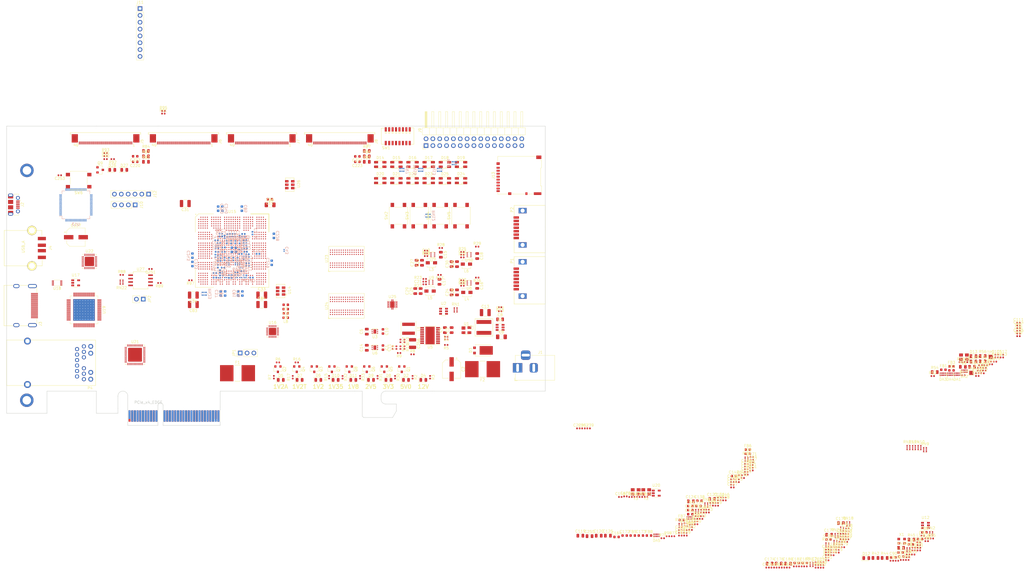
<source format=kicad_pcb>
(kicad_pcb (version 20171130) (host pcbnew 5.0.1)
  (layers (0 F.Cu signal) (31 B.Cu signal) (34 B.Paste user) (35 F.Paste user) (36 B.SilkS user) (37 F.SilkS user) (38 B.Mask user) (39 F.Mask user) (44 Edge.Cuts user))
  (net 0 "")
  (net 1 "/PCIe + SATA/DCU1_REFCLK-")
  (net 2 "/PCIe + SATA/DCU1_REFCLK+")
  (net 3 DDR3_A4)
  (net 4 DDR3_A6)
  (net 5 DDR3_A5)
  (net 6 DDR3_A7)
  (net 7 /DDR3/DDR3_VTT)
  (net 8 "Net-(RN2-Pad5)")
  (net 9 "Net-(RN2-Pad6)")
  (net 10 "Net-(R38-Pad2)")
  (net 11 "Net-(RN2-Pad7)")
  (net 12 +3V3)
  (net 13 /Power/1V2_EN)
  (net 14 /Power/2V5_EN)
  (net 15 /Power/1V35_EN)
  (net 16 "Net-(RN1-Pad4)")
  (net 17 +5V)
  (net 18 "Net-(RN1-Pad5)")
  (net 19 USD_D0)
  (net 20 USD_D3)
  (net 21 USD_CMD)
  (net 22 USD_D2)
  (net 23 "Net-(RN23-Pad1)")
  (net 24 GND)
  (net 25 "/FPGA IO/CFG0")
  (net 26 "Net-(RN23-Pad8)")
  (net 27 "/FPGA IO/CFG1")
  (net 28 "/FPGA IO/CFG2")
  (net 29 "/FPGA IO/FLASH_D3")
  (net 30 "/FPGA IO/FLASH_D1")
  (net 31 "/FPGA IO/FLASH_D2")
  (net 32 "/FPGA IO/FLASH_D0")
  (net 33 DDR3_WE)
  (net 34 DDR3_CKE)
  (net 35 DDR3_CS)
  (net 36 DDR3_ODT)
  (net 37 DDR3_CAS)
  (net 38 DDR3_BA2)
  (net 39 DDR3_RAS)
  (net 40 DDR3_BA1)
  (net 41 DDR3_A12)
  (net 42 DDR3_A14)
  (net 43 DDR3_A13)
  (net 44 DDR3_BA0)
  (net 45 DDR3_A11)
  (net 46 DDR3_A9)
  (net 47 DDR3_A10)
  (net 48 DDR3_A8)
  (net 49 DDR3_A0)
  (net 50 DDR3_A2)
  (net 51 DDR3_A1)
  (net 52 DDR3_A3)
  (net 53 "/HDMI, GbE, USB/ETH_LED2")
  (net 54 ETH_~RESET)
  (net 55 "/HDMI, GbE, USB/ETH_LED1")
  (net 56 RGMII_REF_CLK)
  (net 57 "Net-(D18-Pad4)")
  (net 58 "Net-(D20-Pad4)")
  (net 59 "Net-(D19-Pad4)")
  (net 60 "Net-(D21-Pad4)")
  (net 61 "Net-(D25-Pad4)")
  (net 62 "Net-(D23-Pad4)")
  (net 63 "Net-(D24-Pad4)")
  (net 64 "Net-(D22-Pad4)")
  (net 65 FTDI_D1_RX)
  (net 66 FTDI_~WR)
  (net 67 FTDI_~RD)
  (net 68 FTDI_~SIWU)
  (net 69 RGMII_RXD0)
  (net 70 RGMII_RXD2)
  (net 71 RGMII_RXD1)
  (net 72 RGMII_RXD3)
  (net 73 RGMII_RX_DV)
  (net 74 ETH_MDIO)
  (net 75 RGMII_RX_CLK)
  (net 76 ETH_INT_N)
  (net 77 "Net-(D17-Pad1)")
  (net 78 "Net-(D16-Pad1)")
  (net 79 "Net-(D14-Pad1)")
  (net 80 "Net-(D15-Pad1)")
  (net 81 DIP_SW1)
  (net 82 DIP_SW0)
  (net 83 DIP_SW2)
  (net 84 DIP_SW3)
  (net 85 DIP_SW7)
  (net 86 DIP_SW6)
  (net 87 DIP_SW4)
  (net 88 DIP_SW5)
  (net 89 "Net-(D14-Pad4)")
  (net 90 "Net-(D16-Pad4)")
  (net 91 "Net-(D15-Pad4)")
  (net 92 "Net-(D17-Pad4)")
  (net 93 "Net-(D21-Pad1)")
  (net 94 "Net-(D20-Pad1)")
  (net 95 "Net-(D18-Pad1)")
  (net 96 "Net-(D19-Pad1)")
  (net 97 BTN1)
  (net 98 BTN0)
  (net 99 BTN2)
  (net 100 BTN3)
  (net 101 "Net-(D25-Pad1)")
  (net 102 "Net-(D24-Pad1)")
  (net 103 "Net-(D22-Pad1)")
  (net 104 "Net-(D23-Pad1)")
  (net 105 "/FPGA IO/VCCIO7")
  (net 106 "Net-(R44-Pad2)")
  (net 107 JTAG_TDO)
  (net 108 JTAG_TDI)
  (net 109 "Net-(R43-Pad2)")
  (net 110 "Net-(R42-Pad2)")
  (net 111 JTAG_TCK)
  (net 112 JTAG_TMS)
  (net 113 "Net-(R45-Pad2)")
  (net 114 "/PCIe + SATA/CLKAUXO+")
  (net 115 "/PCIe + SATA/CLK150M-")
  (net 116 +1V8)
  (net 117 +2V5)
  (net 118 "/PCIe + SATA/CLKAUXO-")
  (net 119 "/FPGA IO/VCCIO6")
  (net 120 "/PCIe + SATA/CLK150M+")
  (net 121 CLK_SDA)
  (net 122 "Net-(R36-Pad2)")
  (net 123 FPGA_12MHz)
  (net 124 "/PCIe + SATA/PCIe_REFCLK+")
  (net 125 "/PCIe + SATA/PCIe_REFCLK-")
  (net 126 PCIe_12V)
  (net 127 "Net-(D13-Pad2)")
  (net 128 ~PERST)
  (net 129 "Net-(P3-PadA11)")
  (net 130 "Net-(D12-Pad2)")
  (net 131 "Net-(R40-Pad1)")
  (net 132 "Net-(R39-Pad1)")
  (net 133 "Net-(R38-Pad1)")
  (net 134 "Net-(R12-Pad2)")
  (net 135 "/PCIe + SATA/3V3_C")
  (net 136 "/PCIe + SATA/3V3_CA")
  (net 137 "Net-(R57-Pad1)")
  (net 138 "Net-(R58-Pad2)")
  (net 139 FABRIC_REFCLK)
  (net 140 "/HDMI, GbE, USB/PORT_SCL")
  (net 141 "/HDMI, GbE, USB/PORT_SDA")
  (net 142 "Net-(C121-Pad1)")
  (net 143 "Net-(R62-Pad1)")
  (net 144 /Power/3V3_PG)
  (net 145 "Net-(D27-Pad2)")
  (net 146 "/FPGA IO/~PROGRAM")
  (net 147 "Net-(R80-Pad1)")
  (net 148 "Net-(R81-Pad1)")
  (net 149 "/FPGA IO/FLASH_~CS")
  (net 150 "/FPGA IO/FLASH_CLK")
  (net 151 "/FPGA IO/DONE")
  (net 152 "Net-(Q9-Pad1)")
  (net 153 "Net-(D26-Pad2)")
  (net 154 "Net-(R79-Pad1)")
  (net 155 "/FPGA IO/~INIT")
  (net 156 "Net-(C9-Pad1)")
  (net 157 "Net-(C11-Pad1)")
  (net 158 "Net-(Q2-Pad3)")
  (net 159 "Net-(D5-Pad1)")
  (net 160 /Power/1V2_PG)
  (net 161 USD_D1)
  (net 162 USD_CLK)
  (net 163 "Net-(R97-Pad1)")
  (net 164 "Net-(Q2-Pad1)")
  (net 165 +1V2A)
  (net 166 "Net-(R5-Pad2)")
  (net 167 "Net-(D2-Pad2)")
  (net 168 "Net-(C7-Pad1)")
  (net 169 "Net-(D4-Pad2)")
  (net 170 +12V)
  (net 171 "Net-(R74-Pad1)")
  (net 172 "/Debug Interface/PORT_D-")
  (net 173 "/Debug Interface/FTDI_D-")
  (net 174 "/Debug Interface/FTDI_D+")
  (net 175 "/Debug Interface/PORT_D+")
  (net 176 "Net-(C22-Pad2)")
  (net 177 "Net-(R71-Pad2)")
  (net 178 "/HDMI, GbE, USB/USB_XO")
  (net 179 "/HDMI, GbE, USB/USB_XI")
  (net 180 "Net-(R73-Pad1)")
  (net 181 "/HDMI, GbE, USB/USBA_VBUS")
  (net 182 "/HDMI, GbE, USB/EXTVBUS")
  (net 183 DVI_SCL)
  (net 184 DVI_SDA)
  (net 185 CLK_SCL)
  (net 186 "Net-(R70-Pad1)")
  (net 187 "Net-(C175-Pad2)")
  (net 188 DDR3_CLK+)
  (net 189 "Net-(P4-Pad16)")
  (net 190 "Net-(R66-Pad1)")
  (net 191 "Net-(R65-Pad1)")
  (net 192 "/HDMI, GbE, USB/HDMI_HPD")
  (net 193 DDR3_CLK-)
  (net 194 "Net-(C179-Pad1)")
  (net 195 +1V35)
  (net 196 +1V2)
  (net 197 "Net-(D10-Pad2)")
  (net 198 "Net-(P4-Pad14)")
  (net 199 "Net-(C12-Pad2)")
  (net 200 "Net-(D6-Pad2)")
  (net 201 +1V2T)
  (net 202 "Net-(Q4-Pad1)")
  (net 203 "Net-(Q4-Pad3)")
  (net 204 "Net-(D7-Pad1)")
  (net 205 "Net-(C19-Pad2)")
  (net 206 "Net-(C20-Pad2)")
  (net 207 "Net-(C21-Pad2)")
  (net 208 "/Debug Interface/FTDI_12MHz")
  (net 209 "Net-(D11-Pad2)")
  (net 210 /Power/2V5_PG)
  (net 211 /Power/1V35_PG)
  (net 212 /Power/1V8_PG)
  (net 213 "Net-(D8-Pad2)")
  (net 214 "Net-(D9-Pad2)")
  (net 215 "Net-(C8-Pad2)")
  (net 216 "Net-(C8-Pad1)")
  (net 217 /Power/PWR_EN)
  (net 218 "/HDMI, GbE, USB/HDMI_5V")
  (net 219 "Net-(U17-Pad3)")
  (net 220 "Net-(D9-Pad1)")
  (net 221 "Net-(D11-Pad1)")
  (net 222 "Net-(D26-Pad1)")
  (net 223 "Net-(D2-Pad1)")
  (net 224 "Net-(D6-Pad1)")
  (net 225 "Net-(D10-Pad1)")
  (net 226 "Net-(D8-Pad1)")
  (net 227 "Net-(U1-Pad3)")
  (net 228 DDR3_Vref)
  (net 229 DDR3_Vtt_EN)
  (net 230 "Net-(U5-Pad2)")
  (net 231 "Net-(L1-Pad1)")
  (net 232 "Net-(C11-Pad2)")
  (net 233 "Net-(U13-Pad3)")
  (net 234 "/Debug Interface/Vphy")
  (net 235 "/Debug Interface/Vpll")
  (net 236 "/Debug Interface/JTAG_ACT")
  (net 237 "Net-(U13-Pad22)")
  (net 238 "Net-(U13-Pad23)")
  (net 239 "Net-(U13-Pad24)")
  (net 240 "Net-(U13-Pad26)")
  (net 241 "Net-(U13-Pad27)")
  (net 242 "Net-(U13-Pad28)")
  (net 243 "Net-(U13-Pad29)")
  (net 244 "Net-(U13-Pad30)")
  (net 245 "Net-(U13-Pad32)")
  (net 246 "Net-(U13-Pad33)")
  (net 247 "Net-(U13-Pad34)")
  (net 248 "Net-(U13-Pad36)")
  (net 249 FTDI_D0_TX)
  (net 250 FTDI_D2)
  (net 251 FTDI_D3)
  (net 252 FTDI_D4)
  (net 253 FTDI_D5)
  (net 254 FTDI_D6)
  (net 255 FTDI_D7)
  (net 256 FTDI_~RXF)
  (net 257 "Net-(U13-Pad49)")
  (net 258 "Net-(U13-Pad50)")
  (net 259 FTDI_~TXE)
  (net 260 "Net-(U13-Pad57)")
  (net 261 "Net-(U13-Pad58)")
  (net 262 "Net-(U13-Pad59)")
  (net 263 "Net-(U13-Pad60)")
  (net 264 "/HDMI, GbE, USB/DVI_DVDD")
  (net 265 DVI_DE)
  (net 266 DVI_HSYNC)
  (net 267 DVI_VSYNC)
  (net 268 "Net-(U19-Pad11)")
  (net 269 "/HDMI, GbE, USB/DVI_PVDD")
  (net 270 "/HDMI, GbE, USB/TMDS_CLK-")
  (net 271 "/HDMI, GbE, USB/TMDS_CLK+")
  (net 272 "/HDMI, GbE, USB/DVI_TVDD")
  (net 273 "/HDMI, GbE, USB/TMDS_D0-")
  (net 274 "/HDMI, GbE, USB/TMDS_D0+")
  (net 275 "/HDMI, GbE, USB/TMDS_D1-")
  (net 276 "/HDMI, GbE, USB/TMDS_D1+")
  (net 277 "/HDMI, GbE, USB/TMDS_D2-")
  (net 278 "/HDMI, GbE, USB/TMDS_D2+")
  (net 279 DVI_D23)
  (net 280 DVI_D22)
  (net 281 DVI_D21)
  (net 282 DVI_D20)
  (net 283 DVI_D19)
  (net 284 DVI_D18)
  (net 285 DVI_D17)
  (net 286 DVI_D16)
  (net 287 DVI_D15)
  (net 288 DVI_D14)
  (net 289 DVI_D13)
  (net 290 DVI_D12)
  (net 291 "Net-(U19-Pad49)")
  (net 292 DVI_D11)
  (net 293 DVI_D10)
  (net 294 DVI_D9)
  (net 295 DVI_D8)
  (net 296 DVI_D7)
  (net 297 DVI_D6)
  (net 298 DVI_CLK)
  (net 299 DVI_D5)
  (net 300 DVI_D4)
  (net 301 DVI_D3)
  (net 302 DVI_D2)
  (net 303 DVI_D1)
  (net 304 DVI_D0)
  (net 305 "/HDMI, GbE, USB/AVDDH")
  (net 306 "/HDMI, GbE, USB/MX4-")
  (net 307 "/HDMI, GbE, USB/MX4+")
  (net 308 "/HDMI, GbE, USB/AVDDL")
  (net 309 "/HDMI, GbE, USB/MX3-")
  (net 310 "/HDMI, GbE, USB/MX3+")
  (net 311 "/HDMI, GbE, USB/MX2-")
  (net 312 "/HDMI, GbE, USB/MX2+")
  (net 313 "/HDMI, GbE, USB/MX1-")
  (net 314 "/HDMI, GbE, USB/MX1+")
  (net 315 "Net-(U21-Pad13)")
  (net 316 RGMII_TXD0)
  (net 317 RGMII_TXD1)
  (net 318 RGMII_TXD2)
  (net 319 RGMII_TXD3)
  (net 320 RGMII_TX_CLK)
  (net 321 RGMII_TX_EN)
  (net 322 ETH_MDC)
  (net 323 "Net-(U21-Pad43)")
  (net 324 "/HDMI, GbE, USB/AVDDL_PLL")
  (net 325 "/HDMI, GbE, USB/ETH_XO")
  (net 326 "/HDMI, GbE, USB/ETH_XI")
  (net 327 "Net-(U21-Pad47)")
  (net 328 "Net-(U22-Pad3)")
  (net 329 "Net-(U22-Pad5)")
  (net 330 "/HDMI, GbE, USB/USBA_D+")
  (net 331 "/HDMI, GbE, USB/USBA_D-")
  (net 332 ULPI_RESET)
  (net 333 ULPI_NXT)
  (net 334 ULPI_DIR)
  (net 335 ULPI_STP)
  (net 336 ULPI_CLKO)
  (net 337 "/HDMI, GbE, USB/USB1V8")
  (net 338 ULPI_D7)
  (net 339 ULPI_D6)
  (net 340 ULPI_D5)
  (net 341 ULPI_D4)
  (net 342 ULPI_D3)
  (net 343 ULPI_D2)
  (net 344 ULPI_D1)
  (net 345 ULPI_D0)
  (net 346 "Net-(C117-Pad1)")
  (net 347 "Net-(C115-Pad2)")
  (net 348 CLK_SD_OE)
  (net 349 "Net-(U16-Pad11)")
  (net 350 "Net-(U16-Pad12)")
  (net 351 "/PCIe + SATA/1V8_C")
  (net 352 "Net-(U16-Pad16)")
  (net 353 "/PCIe + SATA/DCU0_REFCLK-")
  (net 354 "/PCIe + SATA/DCU0_REFCLK+")
  (net 355 "Net-(U16-Pad24)")
  (net 356 DDR3_DQ13)
  (net 357 DDR3_DQ15)
  (net 358 DDR3_DQ12)
  (net 359 DDR3_DQS1-)
  (net 360 DDR3_DQ14)
  (net 361 DDR3_DQ11)
  (net 362 DDR3_DQ9)
  (net 363 DDR3_DQS1+)
  (net 364 DDR3_DQ10)
  (net 365 DDR3_DM1)
  (net 366 DDR3_DQ8)
  (net 367 DDR3_DQ0)
  (net 368 DDR3_DM0)
  (net 369 DDR3_DQ2)
  (net 370 DDR3_DQS0+)
  (net 371 DDR3_DQ1)
  (net 372 DDR3_DQ3)
  (net 373 DDR3_DQ6)
  (net 374 DDR3_DQS0-)
  (net 375 DDR3_DQ4)
  (net 376 DDR3_DQ7)
  (net 377 DDR3_DQ5)
  (net 378 "Net-(U23-PadJ1)")
  (net 379 "Net-(U23-PadJ9)")
  (net 380 "Net-(U23-PadL1)")
  (net 381 "Net-(U23-PadL9)")
  (net 382 "Net-(U23-PadM7)")
  (net 383 DDR3_RESET)
  (net 384 "Net-(U24-PadM7)")
  (net 385 "Net-(U24-PadL9)")
  (net 386 "Net-(U24-PadL1)")
  (net 387 "Net-(U24-PadJ9)")
  (net 388 "Net-(U24-PadJ1)")
  (net 389 DDR3_DQ21)
  (net 390 DDR3_DQ23)
  (net 391 DDR3_DQ20)
  (net 392 DDR3_DQS2-)
  (net 393 DDR3_DQ22)
  (net 394 DDR3_DQ19)
  (net 395 DDR3_DQ17)
  (net 396 DDR3_DQS2+)
  (net 397 DDR3_DQ18)
  (net 398 DDR3_DM2)
  (net 399 DDR3_DQ16)
  (net 400 DDR3_DQ24)
  (net 401 DDR3_DM3)
  (net 402 DDR3_DQ26)
  (net 403 DDR3_DQS3+)
  (net 404 DDR3_DQ25)
  (net 405 DDR3_DQ27)
  (net 406 DDR3_DQ30)
  (net 407 DDR3_DQS3-)
  (net 408 DDR3_DQ28)
  (net 409 DDR3_DQ31)
  (net 410 DDR3_DQ29)
  (net 411 "Net-(X1-Pad1)")
  (net 412 "Net-(L4-Pad1)")
  (net 413 "Net-(L5-Pad1)")
  (net 414 "Net-(L3-Pad1)")
  (net 415 "Net-(L6-Pad1)")
  (net 416 "Net-(C111-Pad1)")
  (net 417 "/FPGA Core Power/VCCHTX1")
  (net 418 "/FPGA Core Power/VCCHTX0")
  (net 419 "/FPGA Core Power/VCCA0")
  (net 420 "/FPGA Core Power/VCCAUX")
  (net 421 "/FPGA Core Power/VCCA1")
  (net 422 "/PCIe + SATA/SATA1_A+")
  (net 423 "/PCIe + SATA/SATA1_A-")
  (net 424 "/PCIe + SATA/DCU1_RX1-")
  (net 425 "/PCIe + SATA/DCU1_RX1+")
  (net 426 "/PCIe + SATA/SATA0_A+")
  (net 427 "/PCIe + SATA/SATA0_A-")
  (net 428 "/PCIe + SATA/DCU1_RX0-")
  (net 429 "/PCIe + SATA/DCU1_RX0+")
  (net 430 "/PCIe + SATA/PCIe_HSI0+")
  (net 431 "/PCIe + SATA/PCIe_HSI0-")
  (net 432 "/PCIe + SATA/PCIe_HSI1+")
  (net 433 "/PCIe + SATA/PCIe_HSI1-")
  (net 434 "/PCIe + SATA/DCU0_RX0+")
  (net 435 "/PCIe + SATA/DCU0_RX0-")
  (net 436 "/PCIe + SATA/DCU0_RX1+")
  (net 437 "/PCIe + SATA/DCU0_RX1-")
  (net 438 "Net-(U6-Pad2)")
  (net 439 "Net-(U6-Pad5)")
  (net 440 "Net-(U3-Pad5)")
  (net 441 "Net-(U3-Pad2)")
  (net 442 "Net-(U10-Pad4)")
  (net 443 "Net-(U9-Pad4)")
  (net 444 "Net-(U8-Pad4)")
  (net 445 "Net-(U7-Pad4)")
  (net 446 "Net-(J5-Pad38)")
  (net 447 "/FPGA IO/EXT0_11-")
  (net 448 "/FPGA IO/EXT0_11+")
  (net 449 "/FPGA IO/EXT0_10-")
  (net 450 "/FPGA IO/EXT0_10+")
  (net 451 "/FPGA IO/EXT0_9-")
  (net 452 "/FPGA IO/EXT0_9+")
  (net 453 "/FPGA IO/EXT0_8-")
  (net 454 "/FPGA IO/EXT0_8+")
  (net 455 "/FPGA IO/EXT0_7-")
  (net 456 "/FPGA IO/EXT0_7+")
  (net 457 "/FPGA IO/EXT0_6-")
  (net 458 "/FPGA IO/EXT0_6+")
  (net 459 "/FPGA IO/EXT0_5-")
  (net 460 "/FPGA IO/EXT0_5+")
  (net 461 "/FPGA IO/EXT0_4-")
  (net 462 "/FPGA IO/EXT0_4+")
  (net 463 "/FPGA IO/EXT0_3-")
  (net 464 "/FPGA IO/EXT0_3+")
  (net 465 "/FPGA IO/EXT0_2-")
  (net 466 "/FPGA IO/EXT0_2+")
  (net 467 "/FPGA IO/EXT0_1-")
  (net 468 "/FPGA IO/EXT0_1+")
  (net 469 "/FPGA IO/EXT0_0-")
  (net 470 "/FPGA IO/EXT0_0+")
  (net 471 "/FPGA IO/EXT3_0+")
  (net 472 "/FPGA IO/EXT3_0-")
  (net 473 "/FPGA IO/EXT3_1+")
  (net 474 "/FPGA IO/EXT3_1-")
  (net 475 "/FPGA IO/EXT3_2+")
  (net 476 "/FPGA IO/EXT3_2-")
  (net 477 "/FPGA IO/EXT3_3+")
  (net 478 "/FPGA IO/EXT3_3-")
  (net 479 "/FPGA IO/EXT3_4+")
  (net 480 "/FPGA IO/EXT3_4-")
  (net 481 "/FPGA IO/EXT3_5+")
  (net 482 "/FPGA IO/EXT3_5-")
  (net 483 "/FPGA IO/EXT3_6+")
  (net 484 "/FPGA IO/EXT3_6-")
  (net 485 "/FPGA IO/EXT3_7+")
  (net 486 "/FPGA IO/EXT3_7-")
  (net 487 "/FPGA IO/EXT3_8+")
  (net 488 "/FPGA IO/EXT3_8-")
  (net 489 "/FPGA IO/EXT3_9+")
  (net 490 "/FPGA IO/EXT3_9-")
  (net 491 "/FPGA IO/EXT3_10+")
  (net 492 "/FPGA IO/EXT3_10-")
  (net 493 "/FPGA IO/EXT3_11+")
  (net 494 "/FPGA IO/EXT3_11-")
  (net 495 "Net-(J8-Pad38)")
  (net 496 "Net-(J6-Pad38)")
  (net 497 "/FPGA IO/EXT1_11-")
  (net 498 "/FPGA IO/EXT1_11+")
  (net 499 "/FPGA IO/EXT1_10-")
  (net 500 "/FPGA IO/EXT1_10+")
  (net 501 "/FPGA IO/EXT1_9-")
  (net 502 "/FPGA IO/EXT1_9+")
  (net 503 "/FPGA IO/EXT1_8-")
  (net 504 "/FPGA IO/EXT1_8+")
  (net 505 "/FPGA IO/EXT1_7-")
  (net 506 "/FPGA IO/EXT1_7+")
  (net 507 "/FPGA IO/EXT1_6-")
  (net 508 "/FPGA IO/EXT1_6+")
  (net 509 "/FPGA IO/EXT1_5-")
  (net 510 "/FPGA IO/EXT1_5+")
  (net 511 "/FPGA IO/EXT1_4-")
  (net 512 "/FPGA IO/EXT1_4+")
  (net 513 "/FPGA IO/EXT1_3-")
  (net 514 "/FPGA IO/EXT1_3+")
  (net 515 "/FPGA IO/EXT1_2-")
  (net 516 "/FPGA IO/EXT1_2+")
  (net 517 "/FPGA IO/EXT1_1-")
  (net 518 "/FPGA IO/EXT1_1+")
  (net 519 "/FPGA IO/EXT1_0-")
  (net 520 "/FPGA IO/EXT1_0+")
  (net 521 "/FPGA IO/EXT2_0+")
  (net 522 "/FPGA IO/EXT2_0-")
  (net 523 "/FPGA IO/EXT2_1+")
  (net 524 "/FPGA IO/EXT2_1-")
  (net 525 "/FPGA IO/EXT2_2+")
  (net 526 "/FPGA IO/EXT2_2-")
  (net 527 "/FPGA IO/EXT2_3+")
  (net 528 "/FPGA IO/EXT2_3-")
  (net 529 "/FPGA IO/EXT2_4+")
  (net 530 "/FPGA IO/EXT2_4-")
  (net 531 "/FPGA IO/EXT2_5+")
  (net 532 "/FPGA IO/EXT2_5-")
  (net 533 "/FPGA IO/EXT2_6+")
  (net 534 "/FPGA IO/EXT2_6-")
  (net 535 "/FPGA IO/EXT2_7+")
  (net 536 "/FPGA IO/EXT2_7-")
  (net 537 "/FPGA IO/EXT2_8+")
  (net 538 "/FPGA IO/EXT2_8-")
  (net 539 "/FPGA IO/EXT2_9+")
  (net 540 "/FPGA IO/EXT2_9-")
  (net 541 "/FPGA IO/EXT2_10+")
  (net 542 "/FPGA IO/EXT2_10-")
  (net 543 "/FPGA IO/EXT2_11+")
  (net 544 "/FPGA IO/EXT2_11-")
  (net 545 "Net-(J7-Pad38)")
  (net 546 "Net-(C132-Pad1)")
  (net 547 "Net-(C135-Pad1)")
  (net 548 "Net-(C133-Pad1)")
  (net 549 "Net-(C134-Pad1)")
  (net 550 "Net-(P3-PadB5)")
  (net 551 "Net-(P3-PadB6)")
  (net 552 "Net-(P3-PadB8)")
  (net 553 "Net-(P3-PadB9)")
  (net 554 "Net-(P3-PadB10)")
  (net 555 PCIe_~WAKE)
  (net 556 "Net-(P3-PadB12)")
  (net 557 "/PCIe + SATA/~PRSNT2~_X1")
  (net 558 "Net-(P3-PadB23)")
  (net 559 "Net-(P3-PadB24)")
  (net 560 "Net-(P3-PadB27)")
  (net 561 "Net-(P3-PadB28)")
  (net 562 "Net-(P3-PadB30)")
  (net 563 "/PCIe + SATA/~PRSNT2~_X4")
  (net 564 "/PCIe + SATA/~PRSNT1")
  (net 565 "Net-(P3-PadA5)")
  (net 566 "Net-(P3-PadA6)")
  (net 567 "Net-(P3-PadA7)")
  (net 568 "Net-(P3-PadA8)")
  (net 569 "Net-(P3-PadA9)")
  (net 570 "Net-(P3-PadA10)")
  (net 571 "Net-(P3-PadA19)")
  (net 572 "Net-(P3-PadA25)")
  (net 573 "Net-(P3-PadA26)")
  (net 574 "Net-(P3-PadA29)")
  (net 575 "Net-(P3-PadA30)")
  (net 576 "Net-(P3-PadA32)")
  (net 577 "Net-(U14-Pad2)")
  (net 578 "Net-(U14-Pad1)")
  (net 579 "Net-(U26-Pad1)")
  (net 580 "Net-(U26-Pad2)")
  (net 581 "/FPGA IO/CLK100+")
  (net 582 "/FPGA IO/CLK100-")
  (net 583 "Net-(J3-Pad14)")
  (net 584 "Net-(J3-Pad13)")
  (net 585 LED2)
  (net 586 LED11)
  (net 587 LED10)
  (net 588 LED0)
  (net 589 LED1)
  (net 590 LED3)
  (net 591 LED4)
  (net 592 LED5)
  (net 593 LED6)
  (net 594 LED7)
  (net 595 LED8)
  (net 596 LED9)
  (net 597 "Net-(F2-Pad2)")
  (net 598 "Net-(U15-PadR1)")
  (net 599 "Net-(U15-PadY1)")
  (net 600 "Net-(U15-PadAB1)")
  (net 601 "Net-(U15-PadAC1)")
  (net 602 "Net-(U15-PadAD1)")
  (net 603 "Net-(U15-PadAE1)")
  (net 604 "Net-(U15-PadA2)")
  (net 605 "Net-(U15-PadT2)")
  (net 606 "Net-(U15-PadW2)")
  (net 607 "Net-(U15-PadAB2)")
  (net 608 "Net-(U15-PadAC2)")
  (net 609 "Net-(U15-PadAE2)")
  (net 610 "Net-(U15-PadAG2)")
  (net 611 "Net-(U15-PadA3)")
  (net 612 "Net-(U15-PadV3)")
  (net 613 "Net-(U15-PadW3)")
  (net 614 "Net-(U15-PadY3)")
  (net 615 "Net-(U15-PadAC3)")
  (net 616 "Net-(U15-PadAD3)")
  (net 617 "Net-(U15-PadAE3)")
  (net 618 "Net-(U15-PadAG3)")
  (net 619 "Net-(U15-PadAL3)")
  (net 620 "Net-(U15-PadB4)")
  (net 621 "Net-(U15-PadH4)")
  (net 622 "Net-(U15-PadAC4)")
  (net 623 "Net-(U15-PadA5)")
  (net 624 "Net-(U15-PadL5)")
  (net 625 "Net-(U15-PadW6)")
  (net 626 "Net-(U15-PadD7)")
  (net 627 "Net-(U15-PadE7)")
  (net 628 "Net-(U15-PadAE7)")
  (net 629 "Net-(U15-PadG9)")
  (net 630 "/PCIe + SATA/DCU0_TX0+")
  (net 631 "Net-(U15-PadG10)")
  (net 632 "/PCIe + SATA/DCU0_TX0-")
  (net 633 "Net-(U15-PadG11)")
  (net 634 "/PCIe + SATA/DCU0_TX1+")
  (net 635 "/PCIe + SATA/DCU0_TX1-")
  (net 636 "/FPGA IO/PMOD1_10")
  (net 637 "/FPGA IO/PMOD1_9")
  (net 638 "Net-(U15-PadG14)")
  (net 639 "Net-(U15-PadG15)")
  (net 640 "Net-(U15-PadAK15)")
  (net 641 "Net-(U15-PadG16)")
  (net 642 "Net-(U15-PadAK16)")
  (net 643 "Net-(U15-PadG17)")
  (net 644 "Net-(U15-PadG18)")
  (net 645 "/PCIe + SATA/DCU1_TX0+")
  (net 646 "Net-(U15-PadG19)")
  (net 647 "/PCIe + SATA/DCU1_TX0-")
  (net 648 "/FPGA IO/PMOD1_8")
  (net 649 "/FPGA IO/PMOD1_7")
  (net 650 "/PCIe + SATA/DCU1_TX1+")
  (net 651 "/PCIe + SATA/DCU1_TX1-")
  (net 652 "/FPGA IO/EXIO_5")
  (net 653 "/FPGA IO/EXIO_4")
  (net 654 "/FPGA IO/EXIO_3")
  (net 655 "Net-(U15-PadG22)")
  (net 656 "/FPGA IO/PMOD1_3")
  (net 657 "/FPGA IO/PMOD1_2")
  (net 658 "/FPGA IO/PMOD1_0")
  (net 659 "/FPGA IO/PMOD1_1")
  (net 660 "/FPGA IO/EXIO_2")
  (net 661 "Net-(U15-PadG23)")
  (net 662 "/FPGA IO/EXIO_1")
  (net 663 "/FPGA IO/PMOD0_10")
  (net 664 "/FPGA IO/EXIO_0")
  (net 665 "/FPGA IO/PMOD0_9")
  (net 666 "Net-(U15-PadG24)")
  (net 667 "Net-(U15-PadAG24)")
  (net 668 "Net-(U15-PadAK24)")
  (net 669 "/FPGA IO/PMOD0_8")
  (net 670 "/FPGA IO/PMOD0_3")
  (net 671 "/FPGA IO/PMOD0_7")
  (net 672 "/FPGA IO/PMOD0_2")
  (net 673 "/FPGA IO/PMOD0_1")
  (net 674 "Net-(U15-PadAK25)")
  (net 675 "/FPGA IO/PMOD0_0")
  (net 676 "Net-(U15-PadB26)")
  (net 677 "Net-(U15-PadE26)")
  (net 678 "Net-(U15-PadR26)")
  (net 679 "Net-(U15-PadT26)")
  (net 680 "Net-(U15-PadAE26)")
  (net 681 "Net-(U15-PadH27)")
  (net 682 "Net-(U15-PadJ27)")
  (net 683 "Net-(U15-PadK27)")
  (net 684 "Net-(U15-PadW27)")
  (net 685 "Net-(U15-PadC28)")
  (net 686 "Net-(U15-PadD28)")
  (net 687 "Net-(U15-PadH28)")
  (net 688 "Net-(U15-PadL28)")
  (net 689 "Net-(U15-PadP28)")
  (net 690 "Net-(U15-PadAC28)")
  (net 691 "Net-(U15-PadAE28)")
  (net 692 "Net-(U15-PadC29)")
  (net 693 "Net-(U15-PadD29)")
  (net 694 "Net-(U15-PadH29)")
  (net 695 "Net-(U15-PadP29)")
  (net 696 "Net-(U15-PadAB29)")
  (net 697 "Net-(U15-PadAC29)")
  (net 698 "Net-(U15-PadAE29)")
  (net 699 "Net-(U15-PadAJ29)")
  (net 700 "Net-(U15-PadC30)")
  (net 701 "Net-(U15-PadP30)")
  (net 702 "Net-(U15-PadR30)")
  (net 703 "Net-(U15-PadV30)")
  (net 704 "Net-(U15-PadAB30)")
  (net 705 "Net-(U15-PadAE30)")
  (net 706 "Net-(U15-PadAJ30)")
  (net 707 "Net-(U15-PadA31)")
  (net 708 "Net-(U15-PadF31)")
  (net 709 "Net-(U15-PadH31)")
  (net 710 "Net-(U15-PadP31)")
  (net 711 "Net-(U15-PadAG31)")
  (net 712 "Net-(U15-PadAK31)")
  (net 713 "Net-(U15-PadE32)")
  (net 714 "Net-(U15-PadF32)")
  (net 715 "Net-(U15-PadH32)")
  (net 716 "Net-(U15-PadAG32)")
  (net 717 "Net-(J2-Pad1)")
  (net 718 "Net-(J2-Pad4)")
  (module Capacitor_SMD:C_0201_0603Metric (layer B.Cu) (at 126 74.9 90)
    (fp_text reference C47 (at 0 1.05 90) (layer B.SilkS) (effects (justify mirror)))
    (fp_text value 10n)
    (pad 2 smd roundrect (at 0.32 0 90) (size 0.46 0.4) (layers B.Cu B.Mask) (net 24 GND))
    (pad 1 smd roundrect (at -0.32 0 90) (size 0.46 0.4) (layers B.Cu B.Mask) (net 421 "/FPGA Core Power/VCCA1"))
  )
  (module Capacitor_SMD:C_0201_0603Metric (layer B.Cu) (at 119.3 80.1)
    (fp_text reference C59 (at 0 1.05) (layer B.SilkS) (effects (justify mirror)))
    (fp_text value 1n)
    (pad 1 smd roundrect (at -0.32 0) (size 0.46 0.4) (layers B.Cu B.Mask) (net 419 "/FPGA Core Power/VCCA0"))
    (pad 2 smd roundrect (at 0.32 0) (size 0.46 0.4) (layers B.Cu B.Mask) (net 24 GND))
  )
  (module Capacitor_SMD:C_0201_0603Metric (layer B.Cu) (at 122.8 74.9 270)
    (fp_text reference C60 (at 0 1.05 270) (layer B.SilkS) (effects (justify mirror)))
    (fp_text value 1n)
    (pad 2 smd roundrect (at 0.32 0 270) (size 0.46 0.4) (layers B.Cu B.Mask) (net 24 GND))
    (pad 1 smd roundrect (at -0.32 0 270) (size 0.46 0.4) (layers B.Cu B.Mask) (net 421 "/FPGA Core Power/VCCA1"))
  )
  (module Capacitor_SMD:C_0201_0603Metric (layer B.Cu) (at 125.6 80 180)
    (fp_text reference C50 (at 0 1.05 180) (layer B.SilkS) (effects (justify mirror)))
    (fp_text value 1n)
    (pad 1 smd roundrect (at -0.32 0 180) (size 0.46 0.4) (layers B.Cu B.Mask) (net 421 "/FPGA Core Power/VCCA1"))
    (pad 2 smd roundrect (at 0.32 0 180) (size 0.46 0.4) (layers B.Cu B.Mask) (net 24 GND))
  )
  (module Capacitor_SMD:C_0201_0603Metric (layer B.Cu) (at 121.6 80 180)
    (fp_text reference C65 (at 0 1.05 180) (layer B.SilkS) (effects (justify mirror)))
    (fp_text value 10n)
    (pad 2 smd roundrect (at 0.32 0 180) (size 0.46 0.4) (layers B.Cu B.Mask) (net 24 GND))
    (pad 1 smd roundrect (at -0.32 0 180) (size 0.46 0.4) (layers B.Cu B.Mask) (net 419 "/FPGA Core Power/VCCA0"))
  )
  (module Capacitor_SMD:C_0201_0603Metric (layer B.Cu) (at 126.8 74.9 90)
    (fp_text reference C42 (at 0 1.05 90) (layer B.SilkS) (effects (justify mirror)))
    (fp_text value 10n)
    (pad 1 smd roundrect (at -0.32 0 90) (size 0.46 0.4) (layers B.Cu B.Mask) (net 417 "/FPGA Core Power/VCCHTX1"))
    (pad 2 smd roundrect (at 0.32 0 90) (size 0.46 0.4) (layers B.Cu B.Mask) (net 24 GND))
  )
  (module Capacitor_SMD:C_0201_0603Metric (layer B.Cu) (at 143.3 69.915 90)
    (fp_text reference C43 (at 0 1.05 90) (layer B.SilkS) (effects (justify mirror)))
    (fp_text value 10n)
    (pad 2 smd roundrect (at 0.32 0 90) (size 0.46 0.4) (layers B.Cu B.Mask) (net 24 GND))
    (pad 1 smd roundrect (at -0.32 0 90) (size 0.46 0.4) (layers B.Cu B.Mask) (net 418 "/FPGA Core Power/VCCHTX0"))
  )
  (module Capacitor_SMD:C_0201_0603Metric (layer B.Cu) (at 122 74.9 90)
    (fp_text reference C49 (at 0 1.05 90) (layer B.SilkS) (effects (justify mirror)))
    (fp_text value 1n)
    (pad 1 smd roundrect (at -0.32 0 90) (size 0.46 0.4) (layers B.Cu B.Mask) (net 419 "/FPGA Core Power/VCCA0"))
    (pad 2 smd roundrect (at 0.32 0 90) (size 0.46 0.4) (layers B.Cu B.Mask) (net 24 GND))
  )
  (module Capacitor_SMD:C_0201_0603Metric (layer B.Cu) (at 127.22 80 180)
    (fp_text reference C63 (at 0 1.05 180) (layer B.SilkS) (effects (justify mirror)))
    (fp_text value 10n)
    (pad 2 smd roundrect (at 0.32 0 180) (size 0.46 0.4) (layers B.Cu B.Mask) (net 24 GND))
    (pad 1 smd roundrect (at -0.32 0 180) (size 0.46 0.4) (layers B.Cu B.Mask) (net 421 "/FPGA Core Power/VCCA1"))
  )
  (module Capacitor_SMD:C_0201_0603Metric (layer B.Cu) (at 125.2 74.9 90)
    (fp_text reference C46 (at 0 1.05 90) (layer B.SilkS) (effects (justify mirror)))
    (fp_text value 10n)
    (pad 1 smd roundrect (at -0.32 0 90) (size 0.46 0.4) (layers B.Cu B.Mask) (net 419 "/FPGA Core Power/VCCA0"))
    (pad 2 smd roundrect (at 0.32 0 90) (size 0.46 0.4) (layers B.Cu B.Mask) (net 24 GND))
  )
  (module Capacitor_SMD:C_0201_0603Metric (layer B.Cu) (at 120.4 78 90)
    (fp_text reference C62 (at 0 1.05 90) (layer B.SilkS) (effects (justify mirror)))
    (fp_text value 10n)
    (pad 2 smd roundrect (at 0.32 0 90) (size 0.46 0.4) (layers B.Cu B.Mask) (net 24 GND))
    (pad 1 smd roundrect (at -0.32 0 90) (size 0.46 0.4) (layers B.Cu B.Mask) (net 419 "/FPGA Core Power/VCCA0"))
  )
  (module Capacitor_SMD:C_0201_0603Metric (layer B.Cu) (at 128.8 80)
    (fp_text reference C66 (at 0 1.05) (layer B.SilkS) (effects (justify mirror)))
    (fp_text value 10n)
    (pad 1 smd roundrect (at -0.32 0) (size 0.46 0.4) (layers B.Cu B.Mask) (net 421 "/FPGA Core Power/VCCA1"))
    (pad 2 smd roundrect (at 0.32 0) (size 0.46 0.4) (layers B.Cu B.Mask) (net 24 GND))
  )
  (module "Custom Parts:Wurth_BiLED_150141_3528" (layer F.Cu) (at 203 38 180)
    (fp_text reference D18 (at 0 2.5 180) (layer F.SilkS))
    (fp_text value " 150141YB73100")
    (pad 3 smd rect (at -1.55 -0.85 180) (size 1.5 0.9) (layers F.Cu F.Paste F.Mask) (net 591 LED4))
    (pad 4 smd rect (at -1.55 0.85 180) (size 1.5 0.9) (layers F.Cu F.Paste F.Mask) (net 57 "Net-(D18-Pad4)"))
    (pad 2 smd rect (at 1.55 0.85 180) (size 1.5 0.9) (layers F.Cu F.Paste F.Mask) (net 591 LED4))
    (pad 1 smd rect (at 1.55 -0.85 180) (size 1.5 0.9) (layers F.Cu F.Paste F.Mask) (net 95 "Net-(D18-Pad1)"))
  )
  (module "Custom Parts:Wurth_BiLED_150141_3528" (layer F.Cu) (at 197 38 180)
    (fp_text reference D17 (at 0 2.5 180) (layer F.SilkS))
    (fp_text value " 150141YB73100")
    (pad 3 smd rect (at -1.55 -0.85 180) (size 1.5 0.9) (layers F.Cu F.Paste F.Mask) (net 590 LED3))
    (pad 4 smd rect (at -1.55 0.85 180) (size 1.5 0.9) (layers F.Cu F.Paste F.Mask) (net 92 "Net-(D17-Pad4)"))
    (pad 2 smd rect (at 1.55 0.85 180) (size 1.5 0.9) (layers F.Cu F.Paste F.Mask) (net 590 LED3))
    (pad 1 smd rect (at 1.55 -0.85 180) (size 1.5 0.9) (layers F.Cu F.Paste F.Mask) (net 77 "Net-(D17-Pad1)"))
  )
  (module "Custom Parts:Wurth_BiLED_150141_3528" (layer F.Cu) (at 209 38 180)
    (fp_text reference D19 (at 0 2.5 180) (layer F.SilkS))
    (fp_text value " 150141YB73100")
    (pad 3 smd rect (at -1.55 -0.85 180) (size 1.5 0.9) (layers F.Cu F.Paste F.Mask) (net 592 LED5))
    (pad 4 smd rect (at -1.55 0.85 180) (size 1.5 0.9) (layers F.Cu F.Paste F.Mask) (net 59 "Net-(D19-Pad4)"))
    (pad 2 smd rect (at 1.55 0.85 180) (size 1.5 0.9) (layers F.Cu F.Paste F.Mask) (net 592 LED5))
    (pad 1 smd rect (at 1.55 -0.85 180) (size 1.5 0.9) (layers F.Cu F.Paste F.Mask) (net 96 "Net-(D19-Pad1)"))
  )
  (module "Custom Parts:Wurth_BiLED_150141_3528" (layer F.Cu) (at 191 44 180)
    (fp_text reference D22 (at 0 2.5 180) (layer F.SilkS))
    (fp_text value 150141RV73100)
    (pad 3 smd rect (at -1.55 -0.85 180) (size 1.5 0.9) (layers F.Cu F.Paste F.Mask) (net 595 LED8))
    (pad 4 smd rect (at -1.55 0.85 180) (size 1.5 0.9) (layers F.Cu F.Paste F.Mask) (net 64 "Net-(D22-Pad4)"))
    (pad 2 smd rect (at 1.55 0.85 180) (size 1.5 0.9) (layers F.Cu F.Paste F.Mask) (net 595 LED8))
    (pad 1 smd rect (at 1.55 -0.85 180) (size 1.5 0.9) (layers F.Cu F.Paste F.Mask) (net 103 "Net-(D22-Pad1)"))
  )
  (module "Custom Parts:Wurth_BiLED_150141_3528" (layer F.Cu) (at 185 44 180)
    (fp_text reference D21 (at 0 2.5 180) (layer F.SilkS))
    (fp_text value 150141RV73100)
    (pad 3 smd rect (at -1.55 -0.85 180) (size 1.5 0.9) (layers F.Cu F.Paste F.Mask) (net 594 LED7))
    (pad 4 smd rect (at -1.55 0.85 180) (size 1.5 0.9) (layers F.Cu F.Paste F.Mask) (net 60 "Net-(D21-Pad4)"))
    (pad 2 smd rect (at 1.55 0.85 180) (size 1.5 0.9) (layers F.Cu F.Paste F.Mask) (net 594 LED7))
    (pad 1 smd rect (at 1.55 -0.85 180) (size 1.5 0.9) (layers F.Cu F.Paste F.Mask) (net 93 "Net-(D21-Pad1)"))
  )
  (module "Custom Parts:Wurth_BiLED_150141_3528" (layer F.Cu) (at 191 38 180)
    (fp_text reference D16 (at 0 2.5 180) (layer F.SilkS))
    (fp_text value " 150141YB73100")
    (pad 3 smd rect (at -1.55 -0.85 180) (size 1.5 0.9) (layers F.Cu F.Paste F.Mask) (net 585 LED2))
    (pad 4 smd rect (at -1.55 0.85 180) (size 1.5 0.9) (layers F.Cu F.Paste F.Mask) (net 90 "Net-(D16-Pad4)"))
    (pad 2 smd rect (at 1.55 0.85 180) (size 1.5 0.9) (layers F.Cu F.Paste F.Mask) (net 585 LED2))
    (pad 1 smd rect (at 1.55 -0.85 180) (size 1.5 0.9) (layers F.Cu F.Paste F.Mask) (net 78 "Net-(D16-Pad1)"))
  )
  (module "Custom Parts:Wurth_BiLED_150141_3528" (layer F.Cu) (at 185 38 180)
    (fp_text reference D15 (at 0 2.5 180) (layer F.SilkS))
    (fp_text value " 150141YB73100")
    (pad 3 smd rect (at -1.55 -0.85 180) (size 1.5 0.9) (layers F.Cu F.Paste F.Mask) (net 589 LED1))
    (pad 4 smd rect (at -1.55 0.85 180) (size 1.5 0.9) (layers F.Cu F.Paste F.Mask) (net 91 "Net-(D15-Pad4)"))
    (pad 2 smd rect (at 1.55 0.85 180) (size 1.5 0.9) (layers F.Cu F.Paste F.Mask) (net 589 LED1))
    (pad 1 smd rect (at 1.55 -0.85 180) (size 1.5 0.9) (layers F.Cu F.Paste F.Mask) (net 80 "Net-(D15-Pad1)"))
  )
  (module "Custom Parts:Wurth_BiLED_150141_3528" (layer F.Cu) (at 179 38 180)
    (fp_text reference D14 (at 0 2.5 180) (layer F.SilkS))
    (fp_text value " 150141YB73100")
    (pad 3 smd rect (at -1.55 -0.85 180) (size 1.5 0.9) (layers F.Cu F.Paste F.Mask) (net 588 LED0))
    (pad 4 smd rect (at -1.55 0.85 180) (size 1.5 0.9) (layers F.Cu F.Paste F.Mask) (net 89 "Net-(D14-Pad4)"))
    (pad 2 smd rect (at 1.55 0.85 180) (size 1.5 0.9) (layers F.Cu F.Paste F.Mask) (net 588 LED0))
    (pad 1 smd rect (at 1.55 -0.85 180) (size 1.5 0.9) (layers F.Cu F.Paste F.Mask) (net 79 "Net-(D14-Pad1)"))
  )
  (module "Custom Parts:Wurth_BiLED_150141_3528" (layer F.Cu) (at 197 44 180)
    (fp_text reference D23 (at 0 2.5 180) (layer F.SilkS))
    (fp_text value 150141RV73100)
    (pad 3 smd rect (at -1.55 -0.85 180) (size 1.5 0.9) (layers F.Cu F.Paste F.Mask) (net 596 LED9))
    (pad 4 smd rect (at -1.55 0.85 180) (size 1.5 0.9) (layers F.Cu F.Paste F.Mask) (net 62 "Net-(D23-Pad4)"))
    (pad 2 smd rect (at 1.55 0.85 180) (size 1.5 0.9) (layers F.Cu F.Paste F.Mask) (net 596 LED9))
    (pad 1 smd rect (at 1.55 -0.85 180) (size 1.5 0.9) (layers F.Cu F.Paste F.Mask) (net 104 "Net-(D23-Pad1)"))
  )
  (module "Custom Parts:Wurth_BiLED_150141_3528" (layer F.Cu) (at 209 44 180)
    (fp_text reference D24 (at 0 2.5 180) (layer F.SilkS))
    (fp_text value 150141RV73100)
    (pad 3 smd rect (at -1.55 -0.85 180) (size 1.5 0.9) (layers F.Cu F.Paste F.Mask) (net 587 LED10))
    (pad 4 smd rect (at -1.55 0.85 180) (size 1.5 0.9) (layers F.Cu F.Paste F.Mask) (net 63 "Net-(D24-Pad4)"))
    (pad 2 smd rect (at 1.55 0.85 180) (size 1.5 0.9) (layers F.Cu F.Paste F.Mask) (net 587 LED10))
    (pad 1 smd rect (at 1.55 -0.85 180) (size 1.5 0.9) (layers F.Cu F.Paste F.Mask) (net 102 "Net-(D24-Pad1)"))
  )
  (module "Custom Parts:Wurth_BiLED_150141_3528" (layer F.Cu) (at 203 44 180)
    (fp_text reference D25 (at 0 2.5 180) (layer F.SilkS))
    (fp_text value 150141RV73100)
    (pad 3 smd rect (at -1.55 -0.85 180) (size 1.5 0.9) (layers F.Cu F.Paste F.Mask) (net 586 LED11))
    (pad 4 smd rect (at -1.55 0.85 180) (size 1.5 0.9) (layers F.Cu F.Paste F.Mask) (net 61 "Net-(D25-Pad4)"))
    (pad 2 smd rect (at 1.55 0.85 180) (size 1.5 0.9) (layers F.Cu F.Paste F.Mask) (net 586 LED11))
    (pad 1 smd rect (at 1.55 -0.85 180) (size 1.5 0.9) (layers F.Cu F.Paste F.Mask) (net 101 "Net-(D25-Pad1)"))
  )
  (module "Custom Parts:Wurth_BiLED_150141_3528" (layer F.Cu) (at 179 44 180)
    (fp_text reference D20 (at 0 2.5 180) (layer F.SilkS))
    (fp_text value 150141RV73100)
    (pad 3 smd rect (at -1.55 -0.85 180) (size 1.5 0.9) (layers F.Cu F.Paste F.Mask) (net 593 LED6))
    (pad 4 smd rect (at -1.55 0.85 180) (size 1.5 0.9) (layers F.Cu F.Paste F.Mask) (net 58 "Net-(D20-Pad4)"))
    (pad 2 smd rect (at 1.55 0.85 180) (size 1.5 0.9) (layers F.Cu F.Paste F.Mask) (net 593 LED6))
    (pad 1 smd rect (at 1.55 -0.85 180) (size 1.5 0.9) (layers F.Cu F.Paste F.Mask) (net 94 "Net-(D20-Pad1)"))
  )
  (module Capacitor_SMD:C_1210_3225Metric (layer F.Cu) (at 191 104.5 270)
    (fp_text reference C256 (at 0 -2.28 270) (layer F.SilkS))
    (fp_text value 47µ)
    (pad 1 smd roundrect (at -1.4 0 270) (size 1.25 2.65) (layers F.Cu F.Paste F.Mask) (roundrect_rratio 0.2) (net 196 +1V2))
    (pad 2 smd roundrect (at 1.4 0 270) (size 1.25 2.65) (layers F.Cu F.Paste F.Mask) (roundrect_rratio 0.2) (net 24 GND))
  )
  (module Button_Switch_SMD:SW_SPST_B3S-1000 (layer F.Cu) (at 67 44 180)
    (fp_text reference SW6 (at 0 -4.5 180) (layer F.SilkS))
    (fp_text value SW_Push)
    (pad 2 smd rect (at 3.975 2.25 180) (size 1.55 1.3) (layers F.Cu F.Paste F.Mask) (net 146 "/FPGA IO/~PROGRAM"))
    (pad 2 smd rect (at -3.975 2.25 180) (size 1.55 1.3) (layers F.Cu F.Paste F.Mask) (net 146 "/FPGA IO/~PROGRAM"))
    (pad 1 smd rect (at 3.975 -2.25 180) (size 1.55 1.3) (layers F.Cu F.Paste F.Mask) (net 24 GND))
    (pad 1 smd rect (at -3.975 -2.25 180) (size 1.55 1.3) (layers F.Cu F.Paste F.Mask) (net 24 GND))
  )
  (module Button_Switch_SMD:SW_SPST_B3S-1000 (layer F.Cu) (at 209 57 90)
    (fp_text reference SW5 (at 0 -4.5 90) (layer F.SilkS))
    (fp_text value SW_Push)
    (pad 2 smd rect (at 3.975 2.25 90) (size 1.55 1.3) (layers F.Cu F.Paste F.Mask) (net 195 +1V35))
    (pad 2 smd rect (at -3.975 2.25 90) (size 1.55 1.3) (layers F.Cu F.Paste F.Mask) (net 195 +1V35))
    (pad 1 smd rect (at 3.975 -2.25 90) (size 1.55 1.3) (layers F.Cu F.Paste F.Mask) (net 100 BTN3))
    (pad 1 smd rect (at -3.975 -2.25 90) (size 1.55 1.3) (layers F.Cu F.Paste F.Mask) (net 100 BTN3))
  )
  (module Button_Switch_SMD:SW_SPST_B3S-1000 (layer F.Cu) (at 201.25 57 90)
    (fp_text reference SW4 (at 0 -4.5 90) (layer F.SilkS))
    (fp_text value SW_Push)
    (pad 2 smd rect (at 3.975 2.25 90) (size 1.55 1.3) (layers F.Cu F.Paste F.Mask) (net 195 +1V35))
    (pad 2 smd rect (at -3.975 2.25 90) (size 1.55 1.3) (layers F.Cu F.Paste F.Mask) (net 195 +1V35))
    (pad 1 smd rect (at 3.975 -2.25 90) (size 1.55 1.3) (layers F.Cu F.Paste F.Mask) (net 99 BTN2))
    (pad 1 smd rect (at -3.975 -2.25 90) (size 1.55 1.3) (layers F.Cu F.Paste F.Mask) (net 99 BTN2))
  )
  (module Button_Switch_SMD:SW_SPST_B3S-1000 (layer F.Cu) (at 193.5 57 90)
    (fp_text reference SW3 (at 0 -4.5 90) (layer F.SilkS))
    (fp_text value SW_Push)
    (pad 2 smd rect (at 3.975 2.25 90) (size 1.55 1.3) (layers F.Cu F.Paste F.Mask) (net 195 +1V35))
    (pad 2 smd rect (at -3.975 2.25 90) (size 1.55 1.3) (layers F.Cu F.Paste F.Mask) (net 195 +1V35))
    (pad 1 smd rect (at 3.975 -2.25 90) (size 1.55 1.3) (layers F.Cu F.Paste F.Mask) (net 97 BTN1))
    (pad 1 smd rect (at -3.975 -2.25 90) (size 1.55 1.3) (layers F.Cu F.Paste F.Mask) (net 97 BTN1))
  )
  (module Button_Switch_SMD:SW_SPST_B3S-1000 (layer F.Cu) (at 185.75 57 90)
    (fp_text reference SW2 (at 0 -4.5 90) (layer F.SilkS))
    (fp_text value SW_Push)
    (pad 2 smd rect (at 3.975 2.25 90) (size 1.55 1.3) (layers F.Cu F.Paste F.Mask) (net 195 +1V35))
    (pad 2 smd rect (at -3.975 2.25 90) (size 1.55 1.3) (layers F.Cu F.Paste F.Mask) (net 195 +1V35))
    (pad 1 smd rect (at 3.975 -2.25 90) (size 1.55 1.3) (layers F.Cu F.Paste F.Mask) (net 98 BTN0))
    (pad 1 smd rect (at -3.975 -2.25 90) (size 1.55 1.3) (layers F.Cu F.Paste F.Mask) (net 98 BTN0))
  )
  (module Capacitor_SMD:CP_Elec_6.3x5.8 (layer F.Cu) (at 205.5 114 270)
    (fp_text reference C2 (at 0 -4.35 270) (layer F.SilkS))
    (fp_text value 100µF/25V)
    (pad 2 smd rect (at 2.7 0 270) (size 3.5 1.6) (layers F.Cu F.Paste F.Mask) (net 24 GND))
    (pad 1 smd rect (at -2.7 0 270) (size 3.5 1.6) (layers F.Cu F.Paste F.Mask) (net 170 +12V))
  )
  (module Capacitor_SMD:CP_Elec_6.3x5.8 (layer F.Cu) (at 66 65)
    (fp_text reference C137 (at 0 -4.35) (layer F.SilkS))
    (fp_text value 100u)
    (pad 2 smd rect (at 2.7 0) (size 3.5 1.6) (layers F.Cu F.Paste F.Mask) (net 24 GND))
    (pad 1 smd rect (at -2.7 0) (size 3.5 1.6) (layers F.Cu F.Paste F.Mask) (net 181 "/HDMI, GbE, USB/USBA_VBUS"))
  )
  (module Capacitor_SMD:C_0402_1005Metric (layer F.Cu) (at 196 71)
    (fp_text reference C19 (at 0 -1.17) (layer F.SilkS))
    (fp_text value 120p)
    (pad 2 smd roundrect (at 0.485 0) (size 0.59 0.64) (layers F.Cu F.Paste F.Mask) (net 205 "Net-(C19-Pad2)"))
    (pad 1 smd roundrect (at -0.485 0) (size 0.59 0.64) (layers F.Cu F.Paste F.Mask) (net 195 +1V35))
  )
  (module Capacitor_SMD:C_0402_1005Metric (layer F.Cu) (at 183.5 106 90)
    (fp_text reference C11 (at 0 -1.17 90) (layer F.SilkS))
    (fp_text value 180p)
    (pad 2 smd roundrect (at 0.485 0 90) (size 0.59 0.64) (layers F.Cu F.Paste F.Mask) (net 232 "Net-(C11-Pad2)"))
    (pad 1 smd roundrect (at -0.485 0 90) (size 0.59 0.64) (layers F.Cu F.Paste F.Mask) (net 157 "Net-(C11-Pad1)"))
  )
  (module Capacitor_SMD:C_0402_1005Metric (layer F.Cu) (at 185 106 90)
    (fp_text reference C9 (at 0 -1.17 90) (layer F.SilkS))
    (fp_text value 1.8n)
    (pad 2 smd roundrect (at 0.485 0 90) (size 0.59 0.64) (layers F.Cu F.Paste F.Mask) (net 232 "Net-(C11-Pad2)"))
    (pad 1 smd roundrect (at -0.485 0 90) (size 0.59 0.64) (layers F.Cu F.Paste F.Mask) (net 156 "Net-(C9-Pad1)"))
  )
  (module Capacitor_SMD:C_0402_1005Metric (layer F.Cu) (at 203.5 103)
    (fp_text reference C7 (at 0 -1.17) (layer F.SilkS))
    (fp_text value 100n)
    (pad 2 smd roundrect (at 0.485 0) (size 0.59 0.64) (layers F.Cu F.Paste F.Mask) (net 24 GND))
    (pad 1 smd roundrect (at -0.485 0) (size 0.59 0.64) (layers F.Cu F.Paste F.Mask) (net 168 "Net-(C7-Pad1)"))
  )
  (module Capacitor_SMD:C_0402_1005Metric (layer B.Cu) (at 125.585 79.1 180)
    (fp_text reference C78 (at 0 1.17 180) (layer B.SilkS) (effects (justify mirror)))
    (fp_text value 470n)
    (pad 2 smd roundrect (at 0.485 0 180) (size 0.59 0.64) (layers B.Cu B.Paste B.Mask) (net 24 GND))
    (pad 1 smd roundrect (at -0.485 0 180) (size 0.59 0.64) (layers B.Cu B.Paste B.Mask) (net 421 "/FPGA Core Power/VCCA1"))
  )
  (module Capacitor_SMD:C_0402_1005Metric (layer B.Cu) (at 117.615 80 180)
    (fp_text reference C77 (at 0 1.17 180) (layer B.SilkS) (effects (justify mirror)))
    (fp_text value 470n)
    (pad 2 smd roundrect (at 0.485 0 180) (size 0.59 0.64) (layers B.Cu B.Paste B.Mask) (net 24 GND))
    (pad 1 smd roundrect (at -0.485 0 180) (size 0.59 0.64) (layers B.Cu B.Paste B.Mask) (net 419 "/FPGA Core Power/VCCA0"))
  )
  (module Capacitor_SMD:C_0402_1005Metric (layer B.Cu) (at 126.8 64.9 270)
    (fp_text reference C76 (at 0 1.17 270) (layer B.SilkS) (effects (justify mirror)))
    (fp_text value 470n)
    (pad 2 smd roundrect (at 0.485 0 270) (size 0.59 0.64) (layers B.Cu B.Paste B.Mask) (net 24 GND))
    (pad 1 smd roundrect (at -0.485 0 270) (size 0.59 0.64) (layers B.Cu B.Paste B.Mask) (net 420 "/FPGA Core Power/VCCAUX"))
  )
  (module Capacitor_SMD:C_0402_1005Metric (layer B.Cu) (at 128.785 79.2 180)
    (fp_text reference C75 (at 0 1.17 180) (layer B.SilkS) (effects (justify mirror)))
    (fp_text value 470n)
    (pad 2 smd roundrect (at 0.485 0 180) (size 0.59 0.64) (layers B.Cu B.Paste B.Mask) (net 24 GND))
    (pad 1 smd roundrect (at -0.485 0 180) (size 0.59 0.64) (layers B.Cu B.Paste B.Mask) (net 421 "/FPGA Core Power/VCCA1"))
  )
  (module Capacitor_SMD:C_0402_1005Metric (layer F.Cu) (at 60 42 180)
    (fp_text reference C253 (at 0 -1.17 180) (layer F.SilkS))
    (fp_text value 100n)
    (pad 2 smd roundrect (at 0.485 0 180) (size 0.59 0.64) (layers F.Cu F.Paste F.Mask) (net 24 GND))
    (pad 1 smd roundrect (at -0.485 0 180) (size 0.59 0.64) (layers F.Cu F.Paste F.Mask) (net 146 "/FPGA IO/~PROGRAM"))
  )
  (module Capacitor_SMD:C_0402_1005Metric (layer F.Cu) (at 186.5 103.5 270)
    (fp_text reference C12 (at 0 -1.17 270) (layer F.SilkS))
    (fp_text value 750p)
    (pad 2 smd roundrect (at 0.485 0 270) (size 0.59 0.64) (layers F.Cu F.Paste F.Mask) (net 199 "Net-(C12-Pad2)"))
    (pad 1 smd roundrect (at -0.485 0 270) (size 0.59 0.64) (layers F.Cu F.Paste F.Mask) (net 196 +1V2))
  )
  (module Capacitor_SMD:C_0402_1005Metric (layer F.Cu) (at 209.515 83)
    (fp_text reference C20 (at 0 -1.17) (layer F.SilkS))
    (fp_text value 120p)
    (pad 2 smd roundrect (at 0.485 0) (size 0.59 0.64) (layers F.Cu F.Paste F.Mask) (net 206 "Net-(C20-Pad2)"))
    (pad 1 smd roundrect (at -0.485 0) (size 0.59 0.64) (layers F.Cu F.Paste F.Mask) (net 12 +3V3))
  )
  (module Capacitor_SMD:C_0402_1005Metric (layer F.Cu) (at 195.485 81.5)
    (fp_text reference C21 (at -2.485 0) (layer F.SilkS))
    (fp_text value 120p)
    (pad 2 smd roundrect (at 0.485 0) (size 0.59 0.64) (layers F.Cu F.Paste F.Mask) (net 207 "Net-(C21-Pad2)"))
    (pad 1 smd roundrect (at -0.485 0) (size 0.59 0.64) (layers F.Cu F.Paste F.Mask) (net 117 +2V5))
  )
  (module Capacitor_SMD:C_0402_1005Metric (layer F.Cu) (at 209.5 71.5)
    (fp_text reference C22 (at 0 -1.17) (layer F.SilkS))
    (fp_text value 120p)
    (pad 2 smd roundrect (at 0.485 0) (size 0.59 0.64) (layers F.Cu F.Paste F.Mask) (net 176 "Net-(C22-Pad2)"))
    (pad 1 smd roundrect (at -0.485 0) (size 0.59 0.64) (layers F.Cu F.Paste F.Mask) (net 116 +1V8))
  )
  (module Capacitor_SMD:C_0402_1005Metric (layer B.Cu) (at 126 73.115 90)
    (fp_text reference C38 (at 0 1.17 90) (layer B.SilkS) (effects (justify mirror)))
    (fp_text value 470n)
    (pad 2 smd roundrect (at 0.485 0 90) (size 0.59 0.64) (layers B.Cu B.Paste B.Mask) (net 24 GND))
    (pad 1 smd roundrect (at -0.485 0 90) (size 0.59 0.64) (layers B.Cu B.Paste B.Mask) (net 196 +1V2))
  )
  (module Capacitor_SMD:C_0402_1005Metric (layer B.Cu) (at 127.315 76.3)
    (fp_text reference C39 (at 0 1.17) (layer B.SilkS) (effects (justify mirror)))
    (fp_text value 470n)
    (pad 1 smd roundrect (at -0.485 0) (size 0.59 0.64) (layers B.Cu B.Paste B.Mask) (net 417 "/FPGA Core Power/VCCHTX1"))
    (pad 2 smd roundrect (at 0.485 0) (size 0.59 0.64) (layers B.Cu B.Paste B.Mask) (net 24 GND))
  )
  (module Capacitor_SMD:C_0402_1005Metric (layer B.Cu) (at 120.6 76.3 180)
    (fp_text reference C40 (at 0 1.17 180) (layer B.SilkS) (effects (justify mirror)))
    (fp_text value 470n)
    (pad 2 smd roundrect (at 0.485 0 180) (size 0.59 0.64) (layers B.Cu B.Paste B.Mask) (net 24 GND))
    (pad 1 smd roundrect (at -0.485 0 180) (size 0.59 0.64) (layers B.Cu B.Paste B.Mask) (net 418 "/FPGA Core Power/VCCHTX0"))
  )
  (module Capacitor_SMD:C_0402_1005Metric (layer B.Cu) (at 125.2 66.815 270)
    (fp_text reference C54 (at 0 1.17 270) (layer B.SilkS) (effects (justify mirror)))
    (fp_text value 470n)
    (pad 2 smd roundrect (at 0.485 0 270) (size 0.59 0.64) (layers B.Cu B.Paste B.Mask) (net 24 GND))
    (pad 1 smd roundrect (at -0.485 0 270) (size 0.59 0.64) (layers B.Cu B.Paste B.Mask) (net 196 +1V2))
  )
  (module Capacitor_SMD:C_0402_1005Metric (layer B.Cu) (at 121.2 73.1 90)
    (fp_text reference C45 (at 0 1.17 90) (layer B.SilkS) (effects (justify mirror)))
    (fp_text value 470n)
    (pad 2 smd roundrect (at 0.485 0 90) (size 0.59 0.64) (layers B.Cu B.Paste B.Mask) (net 24 GND))
    (pad 1 smd roundrect (at -0.485 0 90) (size 0.59 0.64) (layers B.Cu B.Paste B.Mask) (net 196 +1V2))
  )
  (module Capacitor_SMD:C_0402_1005Metric (layer B.Cu) (at 117.6 78.3 180)
    (fp_text reference C74 (at 0 1.17 180) (layer B.SilkS) (effects (justify mirror)))
    (fp_text value 470n)
    (pad 2 smd roundrect (at 0.485 0 180) (size 0.59 0.64) (layers B.Cu B.Paste B.Mask) (net 24 GND))
    (pad 1 smd roundrect (at -0.485 0 180) (size 0.59 0.64) (layers B.Cu B.Paste B.Mask) (net 419 "/FPGA Core Power/VCCA0"))
  )
  (module Capacitor_SMD:C_0402_1005Metric (layer B.Cu) (at 128.8 68.1 180)
    (fp_text reference C215 (at 0 1.17 180) (layer B.SilkS) (effects (justify mirror)))
    (fp_text value 470n)
    (pad 2 smd roundrect (at 0.485 0 180) (size 0.59 0.64) (layers B.Cu B.Paste B.Mask) (net 24 GND))
    (pad 1 smd roundrect (at -0.485 0 180) (size 0.59 0.64) (layers B.Cu B.Paste B.Mask) (net 195 +1V35))
  )
  (module Capacitor_SMD:C_0402_1005Metric (layer B.Cu) (at 129 69.2 180)
    (fp_text reference C217 (at 0 1.17 180) (layer B.SilkS) (effects (justify mirror)))
    (fp_text value 470n)
    (pad 2 smd roundrect (at 0.485 0 180) (size 0.59 0.64) (layers B.Cu B.Paste B.Mask) (net 24 GND))
    (pad 1 smd roundrect (at -0.485 0 180) (size 0.59 0.64) (layers B.Cu B.Paste B.Mask) (net 195 +1V35))
  )
  (module Capacitor_SMD:C_0402_1005Metric (layer B.Cu) (at 129 70.4 180)
    (fp_text reference C218 (at 0 1.17 180) (layer B.SilkS) (effects (justify mirror)))
    (fp_text value 470n)
    (pad 2 smd roundrect (at 0.485 0 180) (size 0.59 0.64) (layers B.Cu B.Paste B.Mask) (net 24 GND))
    (pad 1 smd roundrect (at -0.485 0 180) (size 0.59 0.64) (layers B.Cu B.Paste B.Mask) (net 195 +1V35))
  )
  (module Capacitor_SMD:C_0402_1005Metric (layer B.Cu) (at 129.7 72.3)
    (fp_text reference C224 (at 0 1.17) (layer B.SilkS) (effects (justify mirror)))
    (fp_text value 470n)
    (pad 2 smd roundrect (at 0.485 0) (size 0.59 0.64) (layers B.Cu B.Paste B.Mask) (net 24 GND))
    (pad 1 smd roundrect (at -0.485 0) (size 0.59 0.64) (layers B.Cu B.Paste B.Mask) (net 195 +1V35))
  )
  (module Capacitor_SMD:C_0402_1005Metric (layer F.Cu) (at 351.905001 178.175001)
    (fp_text reference C207 (at 0 -1.17) (layer F.SilkS))
    (fp_text value 100n)
    (pad 2 smd roundrect (at 0.485 0) (size 0.59 0.64) (layers F.Cu F.Paste F.Mask) (net 24 GND))
    (pad 1 smd roundrect (at -0.485 0) (size 0.59 0.64) (layers F.Cu F.Paste F.Mask) (net 228 DDR3_Vref))
  )
  (module Capacitor_SMD:C_0402_1005Metric (layer B.Cu) (at 120.8 70.4)
    (fp_text reference C55 (at 0 1.17) (layer B.SilkS) (effects (justify mirror)))
    (fp_text value 470n)
    (pad 2 smd roundrect (at 0.485 0) (size 0.59 0.64) (layers B.Cu B.Paste B.Mask) (net 24 GND))
    (pad 1 smd roundrect (at -0.485 0) (size 0.59 0.64) (layers B.Cu B.Paste B.Mask) (net 196 +1V2))
  )
  (module Capacitor_SMD:C_0402_1005Metric (layer B.Cu) (at 120.815 68.8)
    (fp_text reference C56 (at 0 1.17) (layer B.SilkS) (effects (justify mirror)))
    (fp_text value 470n)
    (pad 2 smd roundrect (at 0.485 0) (size 0.59 0.64) (layers B.Cu B.Paste B.Mask) (net 24 GND))
    (pad 1 smd roundrect (at -0.485 0) (size 0.59 0.64) (layers B.Cu B.Paste B.Mask) (net 196 +1V2))
  )
  (module Capacitor_SMD:C_0402_1005Metric (layer B.Cu) (at 127.1 69.6 180)
    (fp_text reference C57 (at 0 1.17 180) (layer B.SilkS) (effects (justify mirror)))
    (fp_text value 470n)
    (pad 2 smd roundrect (at 0.485 0 180) (size 0.59 0.64) (layers B.Cu B.Paste B.Mask) (net 24 GND))
    (pad 1 smd roundrect (at -0.485 0 180) (size 0.59 0.64) (layers B.Cu B.Paste B.Mask) (net 196 +1V2))
  )
  (module Capacitor_SMD:C_0402_1005Metric (layer B.Cu) (at 128.3 72.65 90)
    (fp_text reference C58 (at 0 1.17 90) (layer B.SilkS) (effects (justify mirror)))
    (fp_text value 470n)
    (pad 2 smd roundrect (at 0.485 0 90) (size 0.59 0.64) (layers B.Cu B.Paste B.Mask) (net 24 GND))
    (pad 1 smd roundrect (at -0.485 0 90) (size 0.59 0.64) (layers B.Cu B.Paste B.Mask) (net 420 "/FPGA Core Power/VCCAUX"))
  )
  (module Capacitor_SMD:C_0402_1005Metric (layer B.Cu) (at 126.8 66.8 270)
    (fp_text reference C44 (at 0 1.17 270) (layer B.SilkS) (effects (justify mirror)))
    (fp_text value 470n)
    (pad 1 smd roundrect (at -0.485 0 270) (size 0.59 0.64) (layers B.Cu B.Paste B.Mask) (net 196 +1V2))
    (pad 2 smd roundrect (at 0.485 0 270) (size 0.59 0.64) (layers B.Cu B.Paste B.Mask) (net 24 GND))
  )
  (module Capacitor_SMD:C_0402_1005Metric (layer B.Cu) (at 131.2 80)
    (fp_text reference C61 (at 0 1.17) (layer B.SilkS) (effects (justify mirror)))
    (fp_text value 470n)
    (pad 2 smd roundrect (at 0.485 0) (size 0.59 0.64) (layers B.Cu B.Paste B.Mask) (net 24 GND))
    (pad 1 smd roundrect (at -0.485 0) (size 0.59 0.64) (layers B.Cu B.Paste B.Mask) (net 420 "/FPGA Core Power/VCCAUX"))
  )
  (module Capacitor_SMD:C_0402_1005Metric (layer B.Cu) (at 123.8 79.6 90)
    (fp_text reference C64 (at 0 1.17 90) (layer B.SilkS) (effects (justify mirror)))
    (fp_text value 470n)
    (pad 2 smd roundrect (at 0.485 0 90) (size 0.59 0.64) (layers B.Cu B.Paste B.Mask) (net 24 GND))
    (pad 1 smd roundrect (at -0.485 0 90) (size 0.59 0.64) (layers B.Cu B.Paste B.Mask) (net 420 "/FPGA Core Power/VCCAUX"))
  )
  (module Capacitor_SMD:C_0402_1005Metric (layer B.Cu) (at 128.8 67.15 180)
    (fp_text reference C79 (at 0 1.17 180) (layer B.SilkS) (effects (justify mirror)))
    (fp_text value 470n)
    (pad 2 smd roundrect (at 0.485 0 180) (size 0.59 0.64) (layers B.Cu B.Paste B.Mask) (net 24 GND))
    (pad 1 smd roundrect (at -0.485 0 180) (size 0.59 0.64) (layers B.Cu B.Paste B.Mask) (net 420 "/FPGA Core Power/VCCAUX"))
  )
  (module Capacitor_SMD:C_0402_1005Metric (layer B.Cu) (at 122.8 79.6 90)
    (fp_text reference C67 (at 0 1.17 90) (layer B.SilkS) (effects (justify mirror)))
    (fp_text value 470n)
    (pad 2 smd roundrect (at 0.485 0 90) (size 0.59 0.64) (layers B.Cu B.Paste B.Mask) (net 24 GND))
    (pad 1 smd roundrect (at -0.485 0 90) (size 0.59 0.64) (layers B.Cu B.Paste B.Mask) (net 420 "/FPGA Core Power/VCCAUX"))
  )
  (module Capacitor_SMD:C_0402_1005Metric (layer B.Cu) (at 119.5 77.715 90)
    (fp_text reference C68 (at 0 1.17 90) (layer B.SilkS) (effects (justify mirror)))
    (fp_text value 100n)
    (pad 2 smd roundrect (at 0.485 0 90) (size 0.59 0.64) (layers B.Cu B.Paste B.Mask) (net 24 GND))
    (pad 1 smd roundrect (at -0.485 0 90) (size 0.59 0.64) (layers B.Cu B.Paste B.Mask) (net 419 "/FPGA Core Power/VCCA0"))
  )
  (module Capacitor_SMD:C_0402_1005Metric (layer B.Cu) (at 125.585 78.1 180)
    (fp_text reference C69 (at 0 1.17 180) (layer B.SilkS) (effects (justify mirror)))
    (fp_text value 100n)
    (pad 2 smd roundrect (at 0.485 0 180) (size 0.59 0.64) (layers B.Cu B.Paste B.Mask) (net 24 GND))
    (pad 1 smd roundrect (at -0.485 0 180) (size 0.59 0.64) (layers B.Cu B.Paste B.Mask) (net 421 "/FPGA Core Power/VCCA1"))
  )
  (module Capacitor_SMD:C_0402_1005Metric (layer B.Cu) (at 119.985 79.2 180)
    (fp_text reference C71 (at 0 1.17 180) (layer B.SilkS) (effects (justify mirror)))
    (fp_text value 470n)
    (pad 2 smd roundrect (at 0.485 0 180) (size 0.59 0.64) (layers B.Cu B.Paste B.Mask) (net 24 GND))
    (pad 1 smd roundrect (at -0.485 0 180) (size 0.59 0.64) (layers B.Cu B.Paste B.Mask) (net 419 "/FPGA Core Power/VCCA0"))
  )
  (module Capacitor_SMD:C_0402_1005Metric (layer B.Cu) (at 127.915 77.6 180)
    (fp_text reference C72 (at 0 1.17 180) (layer B.SilkS) (effects (justify mirror)))
    (fp_text value 470n)
    (pad 2 smd roundrect (at 0.485 0 180) (size 0.59 0.64) (layers B.Cu B.Paste B.Mask) (net 24 GND))
    (pad 1 smd roundrect (at -0.485 0 180) (size 0.59 0.64) (layers B.Cu B.Paste B.Mask) (net 421 "/FPGA Core Power/VCCA1"))
  )
  (module Capacitor_SMD:C_0402_1005Metric (layer F.Cu) (at 402.615001 115.535001)
    (fp_text reference C112 (at 0 -1.17) (layer F.SilkS))
    (fp_text value 470n)
    (pad 2 smd roundrect (at 0.485 0) (size 0.59 0.64) (layers F.Cu F.Paste F.Mask) (net 24 GND))
    (pad 1 smd roundrect (at -0.485 0) (size 0.59 0.64) (layers F.Cu F.Paste F.Mask) (net 135 "/PCIe + SATA/3V3_C"))
  )
  (module Capacitor_SMD:C_0402_1005Metric (layer F.Cu) (at 409.825001 108.665001)
    (fp_text reference C117 (at 0 -1.17) (layer F.SilkS))
    (fp_text value DNP)
    (pad 2 smd roundrect (at 0.485 0) (size 0.59 0.64) (layers F.Cu F.Paste F.Mask) (net 24 GND))
    (pad 1 smd roundrect (at -0.485 0) (size 0.59 0.64) (layers F.Cu F.Paste F.Mask) (net 346 "Net-(C117-Pad1)"))
  )
  (module Capacitor_SMD:C_0402_1005Metric (layer F.Cu) (at 409.825001 109.655001)
    (fp_text reference C113 (at 0 -1.17) (layer F.SilkS))
    (fp_text value 470n)
    (pad 2 smd roundrect (at 0.485 0) (size 0.59 0.64) (layers F.Cu F.Paste F.Mask) (net 24 GND))
    (pad 1 smd roundrect (at -0.485 0) (size 0.59 0.64) (layers F.Cu F.Paste F.Mask) (net 135 "/PCIe + SATA/3V3_C"))
  )
  (module Capacitor_SMD:C_0402_1005Metric (layer F.Cu) (at 415.995001 97.785001)
    (fp_text reference C114 (at 0 -1.17) (layer F.SilkS))
    (fp_text value 470n)
    (pad 2 smd roundrect (at 0.485 0) (size 0.59 0.64) (layers F.Cu F.Paste F.Mask) (net 24 GND))
    (pad 1 smd roundrect (at -0.485 0) (size 0.59 0.64) (layers F.Cu F.Paste F.Mask) (net 135 "/PCIe + SATA/3V3_C"))
  )
  (module Capacitor_SMD:C_0402_1005Metric (layer F.Cu) (at 407.275001 111.215001)
    (fp_text reference C115 (at 0 -1.17) (layer F.SilkS))
    (fp_text value DNP)
    (pad 2 smd roundrect (at 0.485 0) (size 0.59 0.64) (layers F.Cu F.Paste F.Mask) (net 347 "Net-(C115-Pad2)"))
    (pad 1 smd roundrect (at -0.485 0) (size 0.59 0.64) (layers F.Cu F.Paste F.Mask) (net 24 GND))
  )
  (module Capacitor_SMD:C_0402_1005Metric (layer F.Cu) (at 401.915001 112.565001)
    (fp_text reference C116 (at 0 -1.17) (layer F.SilkS))
    (fp_text value 470n)
    (pad 2 smd roundrect (at 0.485 0) (size 0.59 0.64) (layers F.Cu F.Paste F.Mask) (net 24 GND))
    (pad 1 smd roundrect (at -0.485 0) (size 0.59 0.64) (layers F.Cu F.Paste F.Mask) (net 136 "/PCIe + SATA/3V3_CA"))
  )
  (module Capacitor_SMD:C_0402_1005Metric (layer F.Cu) (at 309.765001 154.945001)
    (fp_text reference C121 (at 0 -1.17) (layer F.SilkS))
    (fp_text value 100p)
    (pad 2 smd roundrect (at 0.485 0) (size 0.59 0.64) (layers F.Cu F.Paste F.Mask) (net 24 GND))
    (pad 1 smd roundrect (at -0.485 0) (size 0.59 0.64) (layers F.Cu F.Paste F.Mask) (net 142 "Net-(C121-Pad1)"))
  )
  (module Capacitor_SMD:C_0402_1005Metric (layer F.Cu) (at 304.885001 161.725001)
    (fp_text reference C130 (at 0 -1.17) (layer F.SilkS))
    (fp_text value 10n)
    (pad 2 smd roundrect (at 0.485 0) (size 0.59 0.64) (layers F.Cu F.Paste F.Mask) (net 24 GND))
    (pad 1 smd roundrect (at -0.485 0) (size 0.59 0.64) (layers F.Cu F.Paste F.Mask) (net 272 "/HDMI, GbE, USB/DVI_TVDD"))
  )
  (module Capacitor_SMD:C_0402_1005Metric (layer F.Cu) (at 309.765001 155.935001)
    (fp_text reference C129 (at 0 -1.17) (layer F.SilkS))
    (fp_text value 10n)
    (pad 2 smd roundrect (at 0.485 0) (size 0.59 0.64) (layers F.Cu F.Paste F.Mask) (net 24 GND))
    (pad 1 smd roundrect (at -0.485 0) (size 0.59 0.64) (layers F.Cu F.Paste F.Mask) (net 264 "/HDMI, GbE, USB/DVI_DVDD"))
  )
  (module Capacitor_SMD:C_0402_1005Metric (layer B.Cu) (at 121.2 64.915 90)
    (fp_text reference C82 (at 0 1.17 90) (layer B.SilkS) (effects (justify mirror)))
    (fp_text value 470n)
    (pad 2 smd roundrect (at 0.485 0 90) (size 0.59 0.64) (layers B.Cu B.Paste B.Mask) (net 24 GND))
    (pad 1 smd roundrect (at -0.485 0 90) (size 0.59 0.64) (layers B.Cu B.Paste B.Mask) (net 420 "/FPGA Core Power/VCCAUX"))
  )
  (module Capacitor_SMD:C_0402_1005Metric (layer B.Cu) (at 129.7 71.35)
    (fp_text reference C216 (at 0 1.17) (layer B.SilkS) (effects (justify mirror)))
    (fp_text value 470n)
    (pad 2 smd roundrect (at 0.485 0) (size 0.59 0.64) (layers B.Cu B.Paste B.Mask) (net 24 GND))
    (pad 1 smd roundrect (at -0.485 0) (size 0.59 0.64) (layers B.Cu B.Paste B.Mask) (net 195 +1V35))
  )
  (module Capacitor_SMD:C_0402_1005Metric (layer F.Cu) (at 380.485001 175.835001)
    (fp_text reference C94 (at 0 -1.17) (layer F.SilkS))
    (fp_text value 470n)
    (pad 2 smd roundrect (at 0.485 0) (size 0.59 0.64) (layers F.Cu F.Paste F.Mask) (net 24 GND))
    (pad 1 smd roundrect (at -0.485 0) (size 0.59 0.64) (layers F.Cu F.Paste F.Mask) (net 116 +1V8))
  )
  (module Capacitor_SMD:C_0402_1005Metric (layer F.Cu) (at 290.415001 174.805001)
    (fp_text reference C128 (at 0 -1.17) (layer F.SilkS))
    (fp_text value 10n)
    (pad 2 smd roundrect (at 0.485 0) (size 0.59 0.64) (layers F.Cu F.Paste F.Mask) (net 24 GND))
    (pad 1 smd roundrect (at -0.485 0) (size 0.59 0.64) (layers F.Cu F.Paste F.Mask) (net 272 "/HDMI, GbE, USB/DVI_TVDD"))
  )
  (module Capacitor_SMD:C_0402_1005Metric (layer F.Cu) (at 374.975001 183.825001)
    (fp_text reference C92 (at 0 -1.17) (layer F.SilkS))
    (fp_text value 470n)
    (pad 2 smd roundrect (at 0.485 0) (size 0.59 0.64) (layers F.Cu F.Paste F.Mask) (net 24 GND))
    (pad 1 smd roundrect (at -0.485 0) (size 0.59 0.64) (layers F.Cu F.Paste F.Mask) (net 234 "/Debug Interface/Vphy"))
  )
  (module Capacitor_SMD:C_0402_1005Metric (layer F.Cu) (at 374.685001 184.845001)
    (fp_text reference C91 (at 0 -1.17) (layer F.SilkS))
    (fp_text value 470n)
    (pad 2 smd roundrect (at 0.485 0) (size 0.59 0.64) (layers F.Cu F.Paste F.Mask) (net 24 GND))
    (pad 1 smd roundrect (at -0.485 0) (size 0.59 0.64) (layers F.Cu F.Paste F.Mask) (net 235 "/Debug Interface/Vpll"))
  )
  (module Capacitor_SMD:C_0402_1005Metric (layer F.Cu) (at 316.975001 148.635001)
    (fp_text reference C127 (at 0 -1.17) (layer F.SilkS))
    (fp_text value 10n)
    (pad 2 smd roundrect (at 0.485 0) (size 0.59 0.64) (layers F.Cu F.Paste F.Mask) (net 24 GND))
    (pad 1 smd roundrect (at -0.485 0) (size 0.59 0.64) (layers F.Cu F.Paste F.Mask) (net 269 "/HDMI, GbE, USB/DVI_PVDD"))
  )
  (module Capacitor_SMD:C_0402_1005Metric (layer F.Cu) (at 379.005001 179.325001)
    (fp_text reference C87 (at 0 -1.17) (layer F.SilkS))
    (fp_text value 470n)
    (pad 2 smd roundrect (at 0.485 0) (size 0.59 0.64) (layers F.Cu F.Paste F.Mask) (net 24 GND))
    (pad 1 smd roundrect (at -0.485 0) (size 0.59 0.64) (layers F.Cu F.Paste F.Mask) (net 12 +3V3))
  )
  (module Capacitor_SMD:C_0402_1005Metric (layer F.Cu) (at 379.005001 180.315001)
    (fp_text reference C98 (at 0 -1.17) (layer F.SilkS))
    (fp_text value 470n)
    (pad 2 smd roundrect (at 0.485 0) (size 0.59 0.64) (layers F.Cu F.Paste F.Mask) (net 24 GND))
    (pad 1 smd roundrect (at -0.485 0) (size 0.59 0.64) (layers F.Cu F.Paste F.Mask) (net 12 +3V3))
  )
  (module Capacitor_SMD:C_0402_1005Metric (layer F.Cu) (at 314.925001 150.195001)
    (fp_text reference C122 (at 0 -1.17) (layer F.SilkS))
    (fp_text value 470n)
    (pad 2 smd roundrect (at 0.485 0) (size 0.59 0.64) (layers F.Cu F.Paste F.Mask) (net 24 GND))
    (pad 1 smd roundrect (at -0.485 0) (size 0.59 0.64) (layers F.Cu F.Paste F.Mask) (net 12 +3V3))
  )
  (module Capacitor_SMD:C_0402_1005Metric (layer F.Cu) (at 314.925001 151.185001)
    (fp_text reference C126 (at 0 -1.17) (layer F.SilkS))
    (fp_text value 10n)
    (pad 2 smd roundrect (at 0.485 0) (size 0.59 0.64) (layers F.Cu F.Paste F.Mask) (net 24 GND))
    (pad 1 smd roundrect (at -0.485 0) (size 0.59 0.64) (layers F.Cu F.Paste F.Mask) (net 264 "/HDMI, GbE, USB/DVI_DVDD"))
  )
  (module Capacitor_SMD:C_0402_1005Metric (layer F.Cu) (at 381.905001 177.865001)
    (fp_text reference C88 (at 0 -1.17) (layer F.SilkS))
    (fp_text value 100n)
    (pad 2 smd roundrect (at 0.485 0) (size 0.59 0.64) (layers F.Cu F.Paste F.Mask) (net 24 GND))
    (pad 1 smd roundrect (at -0.485 0) (size 0.59 0.64) (layers F.Cu F.Paste F.Mask) (net 12 +3V3))
  )
  (module Capacitor_SMD:C_0402_1005Metric (layer F.Cu) (at 383.815001 176.875001)
    (fp_text reference C95 (at 0 -1.17) (layer F.SilkS))
    (fp_text value 470n)
    (pad 2 smd roundrect (at 0.485 0) (size 0.59 0.64) (layers F.Cu F.Paste F.Mask) (net 24 GND))
    (pad 1 smd roundrect (at -0.485 0) (size 0.59 0.64) (layers F.Cu F.Paste F.Mask) (net 116 +1V8))
  )
  (module Capacitor_SMD:C_0402_1005Metric (layer B.Cu) (at 122.8 73.1 90)
    (fp_text reference C48 (at 0 1.17 90) (layer B.SilkS) (effects (justify mirror)))
    (fp_text value 470n)
    (pad 2 smd roundrect (at 0.485 0 90) (size 0.59 0.64) (layers B.Cu B.Paste B.Mask) (net 24 GND))
    (pad 1 smd roundrect (at -0.485 0 90) (size 0.59 0.64) (layers B.Cu B.Paste B.Mask) (net 196 +1V2))
  )
  (module Capacitor_SMD:C_0402_1005Metric (layer B.Cu) (at 127.1 71.2 180)
    (fp_text reference C51 (at 0 1.17 180) (layer B.SilkS) (effects (justify mirror)))
    (fp_text value 470n)
    (pad 2 smd roundrect (at 0.485 0 180) (size 0.59 0.64) (layers B.Cu B.Paste B.Mask) (net 24 GND))
    (pad 1 smd roundrect (at -0.485 0 180) (size 0.59 0.64) (layers B.Cu B.Paste B.Mask) (net 196 +1V2))
  )
  (module Capacitor_SMD:C_0402_1005Metric (layer B.Cu) (at 123.6 66.8 270)
    (fp_text reference C52 (at 0 1.17 270) (layer B.SilkS) (effects (justify mirror)))
    (fp_text value 470n)
    (pad 2 smd roundrect (at 0.485 0 270) (size 0.59 0.64) (layers B.Cu B.Paste B.Mask) (net 24 GND))
    (pad 1 smd roundrect (at -0.485 0 270) (size 0.59 0.64) (layers B.Cu B.Paste B.Mask) (net 196 +1V2))
  )
  (module Capacitor_SMD:C_0402_1005Metric (layer B.Cu) (at 124.4 73.1 90)
    (fp_text reference C53 (at 0 1.17 90) (layer B.SilkS) (effects (justify mirror)))
    (fp_text value 470n)
    (pad 2 smd roundrect (at 0.485 0 90) (size 0.59 0.64) (layers B.Cu B.Paste B.Mask) (net 24 GND))
    (pad 1 smd roundrect (at -0.485 0 90) (size 0.59 0.64) (layers B.Cu B.Paste B.Mask) (net 196 +1V2))
  )
  (module Capacitor_SMD:C_0402_1005Metric (layer B.Cu) (at 122 66.8 270)
    (fp_text reference C41 (at 0 1.17 270) (layer B.SilkS) (effects (justify mirror)))
    (fp_text value 470n)
    (pad 2 smd roundrect (at 0.485 0 270) (size 0.59 0.64) (layers B.Cu B.Paste B.Mask) (net 24 GND))
    (pad 1 smd roundrect (at -0.485 0 270) (size 0.59 0.64) (layers B.Cu B.Paste B.Mask) (net 196 +1V2))
  )
  (module Capacitor_SMD:C_0402_1005Metric (layer F.Cu) (at 415.995001 99.765001)
    (fp_text reference C99 (at 0 -1.17) (layer F.SilkS))
    (fp_text value 100n)
    (pad 2 smd roundrect (at 0.485 0) (size 0.59 0.64) (layers F.Cu F.Paste F.Mask) (net 645 "/PCIe + SATA/DCU1_TX0+"))
    (pad 1 smd roundrect (at -0.485 0) (size 0.59 0.64) (layers F.Cu F.Paste F.Mask) (net 426 "/PCIe + SATA/SATA0_A+"))
  )
  (module Capacitor_SMD:C_0402_1005Metric (layer F.Cu) (at 415.995001 96.795001)
    (fp_text reference C111 (at 0 -1.17) (layer F.SilkS))
    (fp_text value 470n)
    (pad 2 smd roundrect (at 0.485 0) (size 0.59 0.64) (layers F.Cu F.Paste F.Mask) (net 24 GND))
    (pad 1 smd roundrect (at -0.485 0) (size 0.59 0.64) (layers F.Cu F.Paste F.Mask) (net 416 "Net-(C111-Pad1)"))
  )
  (module Capacitor_SMD:C_0402_1005Metric (layer F.Cu) (at 401.405001 113.555001)
    (fp_text reference C101 (at 0 -1.17) (layer F.SilkS))
    (fp_text value 100n)
    (pad 2 smd roundrect (at 0.485 0) (size 0.59 0.64) (layers F.Cu F.Paste F.Mask) (net 650 "/PCIe + SATA/DCU1_TX1+"))
    (pad 1 smd roundrect (at -0.485 0) (size 0.59 0.64) (layers F.Cu F.Paste F.Mask) (net 422 "/PCIe + SATA/SATA1_A+"))
  )
  (module Capacitor_SMD:C_0402_1005Metric (layer F.Cu) (at 401.405001 114.545001)
    (fp_text reference C102 (at 0 -1.17) (layer F.SilkS))
    (fp_text value 100n)
    (pad 2 smd roundrect (at 0.485 0) (size 0.59 0.64) (layers F.Cu F.Paste F.Mask) (net 651 "/PCIe + SATA/DCU1_TX1-"))
    (pad 1 smd roundrect (at -0.485 0) (size 0.59 0.64) (layers F.Cu F.Paste F.Mask) (net 423 "/PCIe + SATA/SATA1_A-"))
  )
  (module Capacitor_SMD:C_0402_1005Metric (layer F.Cu) (at 405.365001 111.215001)
    (fp_text reference C103 (at 0 -1.17) (layer F.SilkS))
    (fp_text value 100n)
    (pad 2 smd roundrect (at 0.485 0) (size 0.59 0.64) (layers F.Cu F.Paste F.Mask) (net 630 "/PCIe + SATA/DCU0_TX0+"))
    (pad 1 smd roundrect (at -0.485 0) (size 0.59 0.64) (layers F.Cu F.Paste F.Mask) (net 430 "/PCIe + SATA/PCIe_HSI0+"))
  )
  (module Capacitor_SMD:C_0402_1005Metric (layer F.Cu) (at 403.825001 112.565001)
    (fp_text reference C104 (at 0 -1.17) (layer F.SilkS))
    (fp_text value 100n)
    (pad 2 smd roundrect (at 0.485 0) (size 0.59 0.64) (layers F.Cu F.Paste F.Mask) (net 632 "/PCIe + SATA/DCU0_TX0-"))
    (pad 1 smd roundrect (at -0.485 0) (size 0.59 0.64) (layers F.Cu F.Paste F.Mask) (net 431 "/PCIe + SATA/PCIe_HSI0-"))
  )
  (module Capacitor_SMD:C_0402_1005Metric (layer F.Cu) (at 407.915001 108.665001)
    (fp_text reference C105 (at 0 -1.17) (layer F.SilkS))
    (fp_text value 100n)
    (pad 2 smd roundrect (at 0.485 0) (size 0.59 0.64) (layers F.Cu F.Paste F.Mask) (net 634 "/PCIe + SATA/DCU0_TX1+"))
    (pad 1 smd roundrect (at -0.485 0) (size 0.59 0.64) (layers F.Cu F.Paste F.Mask) (net 432 "/PCIe + SATA/PCIe_HSI1+"))
  )
  (module Capacitor_SMD:C_0402_1005Metric (layer F.Cu) (at 415.995001 100.755001)
    (fp_text reference C106 (at 0 -1.17) (layer F.SilkS))
    (fp_text value 100n)
    (pad 2 smd roundrect (at 0.485 0) (size 0.59 0.64) (layers F.Cu F.Paste F.Mask) (net 635 "/PCIe + SATA/DCU0_TX1-"))
    (pad 1 smd roundrect (at -0.485 0) (size 0.59 0.64) (layers F.Cu F.Paste F.Mask) (net 433 "/PCIe + SATA/PCIe_HSI1-"))
  )
  (module Capacitor_SMD:C_0402_1005Metric (layer B.Cu) (at 119.2 72.8)
    (fp_text reference C73 (at 0 1.17) (layer B.SilkS) (effects (justify mirror)))
    (fp_text value 470n)
    (pad 2 smd roundrect (at 0.485 0) (size 0.59 0.64) (layers B.Cu B.Paste B.Mask) (net 24 GND))
    (pad 1 smd roundrect (at -0.485 0) (size 0.59 0.64) (layers B.Cu B.Paste B.Mask) (net 420 "/FPGA Core Power/VCCAUX"))
  )
  (module Capacitor_SMD:C_0402_1005Metric (layer F.Cu) (at 379.005001 181.305001)
    (fp_text reference C97 (at 0 -1.17) (layer F.SilkS))
    (fp_text value 470n)
    (pad 2 smd roundrect (at 0.485 0) (size 0.59 0.64) (layers F.Cu F.Paste F.Mask) (net 24 GND))
    (pad 1 smd roundrect (at -0.485 0) (size 0.59 0.64) (layers F.Cu F.Paste F.Mask) (net 12 +3V3))
  )
  (module Capacitor_SMD:C_0402_1005Metric (layer F.Cu) (at 407.915001 109.655001)
    (fp_text reference C118 (at 0 -1.17) (layer F.SilkS))
    (fp_text value 100n)
    (pad 2 smd roundrect (at 0.485 0) (size 0.59 0.64) (layers F.Cu F.Paste F.Mask) (net 24 GND))
    (pad 1 smd roundrect (at -0.485 0) (size 0.59 0.64) (layers F.Cu F.Paste F.Mask) (net 136 "/PCIe + SATA/3V3_CA"))
  )
  (module Capacitor_SMD:C_0402_1005Metric (layer F.Cu) (at 403.315001 113.555001)
    (fp_text reference C108 (at 0 -1.17) (layer F.SilkS))
    (fp_text value 470n)
    (pad 2 smd roundrect (at 0.485 0) (size 0.59 0.64) (layers F.Cu F.Paste F.Mask) (net 24 GND))
    (pad 1 smd roundrect (at -0.485 0) (size 0.59 0.64) (layers F.Cu F.Paste F.Mask) (net 351 "/PCIe + SATA/1V8_C"))
  )
  (module Capacitor_SMD:C_0402_1005Metric (layer F.Cu) (at 400.705001 115.535001)
    (fp_text reference C110 (at 0 -1.17) (layer F.SilkS))
    (fp_text value 470n)
    (pad 2 smd roundrect (at 0.485 0) (size 0.59 0.64) (layers F.Cu F.Paste F.Mask) (net 24 GND))
    (pad 1 smd roundrect (at -0.485 0) (size 0.59 0.64) (layers F.Cu F.Paste F.Mask) (net 135 "/PCIe + SATA/3V3_C"))
  )
  (module Capacitor_SMD:C_0402_1005Metric (layer F.Cu) (at 400.705001 116.525001)
    (fp_text reference C100 (at 0 -1.17) (layer F.SilkS))
    (fp_text value 100n)
    (pad 2 smd roundrect (at 0.485 0) (size 0.59 0.64) (layers F.Cu F.Paste F.Mask) (net 647 "/PCIe + SATA/DCU1_TX0-"))
    (pad 1 smd roundrect (at -0.485 0) (size 0.59 0.64) (layers F.Cu F.Paste F.Mask) (net 427 "/PCIe + SATA/SATA0_A-"))
  )
  (module Capacitor_SMD:C_0402_1005Metric (layer F.Cu) (at 292.325001 173.815001)
    (fp_text reference C134 (at 0 -1.17) (layer F.SilkS))
    (fp_text value 100n)
    (pad 2 smd roundrect (at 0.485 0) (size 0.59 0.64) (layers F.Cu F.Paste F.Mask) (net 24 GND))
    (pad 1 smd roundrect (at -0.485 0) (size 0.59 0.64) (layers F.Cu F.Paste F.Mask) (net 549 "Net-(C134-Pad1)"))
  )
  (module Capacitor_SMD:C_0402_1005Metric (layer F.Cu) (at 294.375001 171.715001)
    (fp_text reference C135 (at 0 -1.17) (layer F.SilkS))
    (fp_text value 100n)
    (pad 2 smd roundrect (at 0.485 0) (size 0.59 0.64) (layers F.Cu F.Paste F.Mask) (net 24 GND))
    (pad 1 smd roundrect (at -0.485 0) (size 0.59 0.64) (layers F.Cu F.Paste F.Mask) (net 547 "Net-(C135-Pad1)"))
  )
  (module Capacitor_SMD:C_0402_1005Metric (layer F.Cu) (at 271.945001 161.455001)
    (fp_text reference C136 (at 0 -1.17) (layer F.SilkS))
    (fp_text value 22p)
    (pad 2 smd roundrect (at 0.485 0) (size 0.59 0.64) (layers F.Cu F.Paste F.Mask) (net 326 "/HDMI, GbE, USB/ETH_XI"))
    (pad 1 smd roundrect (at -0.485 0) (size 0.59 0.64) (layers F.Cu F.Paste F.Mask) (net 24 GND))
  )
  (module Capacitor_SMD:C_0402_1005Metric (layer F.Cu) (at 292.465001 172.255001)
    (fp_text reference C140 (at 0 -1.17) (layer F.SilkS))
    (fp_text value 470n)
    (pad 2 smd roundrect (at 0.485 0) (size 0.59 0.64) (layers F.Cu F.Paste F.Mask) (net 308 "/HDMI, GbE, USB/AVDDL"))
    (pad 1 smd roundrect (at -0.485 0) (size 0.59 0.64) (layers F.Cu F.Paste F.Mask) (net 24 GND))
  )
  (module Capacitor_SMD:C_0402_1005Metric (layer F.Cu) (at 294.375001 170.725001)
    (fp_text reference C141 (at 0 -1.17) (layer F.SilkS))
    (fp_text value 100n)
    (pad 2 smd roundrect (at 0.485 0) (size 0.59 0.64) (layers F.Cu F.Paste F.Mask) (net 324 "/HDMI, GbE, USB/AVDDL_PLL"))
    (pad 1 smd roundrect (at -0.485 0) (size 0.59 0.64) (layers F.Cu F.Paste F.Mask) (net 24 GND))
  )
  (module Capacitor_SMD:C_0402_1005Metric (layer F.Cu) (at 290.415001 175.795001)
    (fp_text reference C143 (at 0 -1.17) (layer F.SilkS))
    (fp_text value 22p)
    (pad 2 smd roundrect (at 0.485 0) (size 0.59 0.64) (layers F.Cu F.Paste F.Mask) (net 24 GND))
    (pad 1 smd roundrect (at -0.485 0) (size 0.59 0.64) (layers F.Cu F.Paste F.Mask) (net 325 "/HDMI, GbE, USB/ETH_XO"))
  )
  (module Capacitor_SMD:C_0402_1005Metric (layer F.Cu) (at 316.975001 147.645001)
    (fp_text reference C144 (at 0 -1.17) (layer F.SilkS))
    (fp_text value 10n)
    (pad 2 smd roundrect (at 0.485 0) (size 0.59 0.64) (layers F.Cu F.Paste F.Mask) (net 24 GND))
    (pad 1 smd roundrect (at -0.485 0) (size 0.59 0.64) (layers F.Cu F.Paste F.Mask) (net 308 "/HDMI, GbE, USB/AVDDL"))
  )
  (module Capacitor_SMD:C_0402_1005Metric (layer F.Cu) (at 277.675001 161.455001)
    (fp_text reference C145 (at 0 -1.17) (layer F.SilkS))
    (fp_text value 10n)
    (pad 2 smd roundrect (at 0.485 0) (size 0.59 0.64) (layers F.Cu F.Paste F.Mask) (net 324 "/HDMI, GbE, USB/AVDDL_PLL"))
    (pad 1 smd roundrect (at -0.485 0) (size 0.59 0.64) (layers F.Cu F.Paste F.Mask) (net 24 GND))
  )
  (module Capacitor_SMD:C_0402_1005Metric (layer F.Cu) (at 306.795001 161.725001)
    (fp_text reference C146 (at 0 -1.17) (layer F.SilkS))
    (fp_text value 10n)
    (pad 2 smd roundrect (at 0.485 0) (size 0.59 0.64) (layers F.Cu F.Paste F.Mask) (net 24 GND))
    (pad 1 smd roundrect (at -0.485 0) (size 0.59 0.64) (layers F.Cu F.Paste F.Mask) (net 308 "/HDMI, GbE, USB/AVDDL"))
  )
  (module Capacitor_SMD:C_0402_1005Metric (layer F.Cu) (at 309.765001 157.915001)
    (fp_text reference C147 (at 0 -1.17) (layer F.SilkS))
    (fp_text value 12p)
    (pad 2 smd roundrect (at 0.485 0) (size 0.59 0.64) (layers F.Cu F.Paste F.Mask) (net 178 "/HDMI, GbE, USB/USB_XO"))
    (pad 1 smd roundrect (at -0.485 0) (size 0.59 0.64) (layers F.Cu F.Paste F.Mask) (net 24 GND))
  )
  (module Capacitor_SMD:C_0402_1005Metric (layer F.Cu) (at 314.925001 153.165001)
    (fp_text reference C160 (at 0 -1.17) (layer F.SilkS))
    (fp_text value 10n)
    (pad 2 smd roundrect (at 0.485 0) (size 0.59 0.64) (layers F.Cu F.Paste F.Mask) (net 24 GND))
    (pad 1 smd roundrect (at -0.485 0) (size 0.59 0.64) (layers F.Cu F.Paste F.Mask) (net 12 +3V3))
  )
  (module Capacitor_SMD:C_0402_1005Metric (layer F.Cu) (at 292.325001 175.795001)
    (fp_text reference C149 (at 0 -1.17) (layer F.SilkS))
    (fp_text value 10n)
    (pad 2 smd roundrect (at 0.485 0) (size 0.59 0.64) (layers F.Cu F.Paste F.Mask) (net 24 GND))
    (pad 1 smd roundrect (at -0.485 0) (size 0.59 0.64) (layers F.Cu F.Paste F.Mask) (net 196 +1V2))
  )
  (module Capacitor_SMD:C_0402_1005Metric (layer F.Cu) (at 296.285001 171.585001)
    (fp_text reference C150 (at 0 -1.17) (layer F.SilkS))
    (fp_text value 10n)
    (pad 2 smd roundrect (at 0.485 0) (size 0.59 0.64) (layers F.Cu F.Paste F.Mask) (net 24 GND))
    (pad 1 smd roundrect (at -0.485 0) (size 0.59 0.64) (layers F.Cu F.Paste F.Mask) (net 196 +1V2))
  )
  (module Capacitor_SMD:C_0402_1005Metric (layer F.Cu) (at 316.835001 150.615001)
    (fp_text reference C151 (at 0 -1.17) (layer F.SilkS))
    (fp_text value 12p)
    (pad 2 smd roundrect (at 0.485 0) (size 0.59 0.64) (layers F.Cu F.Paste F.Mask) (net 179 "/HDMI, GbE, USB/USB_XI"))
    (pad 1 smd roundrect (at -0.485 0) (size 0.59 0.64) (layers F.Cu F.Paste F.Mask) (net 24 GND))
  )
  (module Capacitor_SMD:C_0402_1005Metric (layer F.Cu) (at 292.325001 174.805001)
    (fp_text reference C152 (at 0 -1.17) (layer F.SilkS))
    (fp_text value 10n)
    (pad 2 smd roundrect (at 0.485 0) (size 0.59 0.64) (layers F.Cu F.Paste F.Mask) (net 24 GND))
    (pad 1 smd roundrect (at -0.485 0) (size 0.59 0.64) (layers F.Cu F.Paste F.Mask) (net 196 +1V2))
  )
  (module Capacitor_SMD:C_0402_1005Metric (layer F.Cu) (at 298.135001 169.605001)
    (fp_text reference C153 (at 0 -1.17) (layer F.SilkS))
    (fp_text value 10n)
    (pad 2 smd roundrect (at 0.485 0) (size 0.59 0.64) (layers F.Cu F.Paste F.Mask) (net 24 GND))
    (pad 1 smd roundrect (at -0.485 0) (size 0.59 0.64) (layers F.Cu F.Paste F.Mask) (net 196 +1V2))
  )
  (module Capacitor_SMD:C_0402_1005Metric (layer F.Cu) (at 316.835001 151.605001)
    (fp_text reference C154 (at 0 -1.17) (layer F.SilkS))
    (fp_text value 10n)
    (pad 2 smd roundrect (at 0.485 0) (size 0.59 0.64) (layers F.Cu F.Paste F.Mask) (net 24 GND))
    (pad 1 smd roundrect (at -0.485 0) (size 0.59 0.64) (layers F.Cu F.Paste F.Mask) (net 305 "/HDMI, GbE, USB/AVDDH"))
  )
  (module Capacitor_SMD:C_0402_1005Metric (layer F.Cu) (at 311.675001 155.935001)
    (fp_text reference C155 (at 0 -1.17) (layer F.SilkS))
    (fp_text value 10n)
    (pad 2 smd roundrect (at 0.485 0) (size 0.59 0.64) (layers F.Cu F.Paste F.Mask) (net 24 GND))
    (pad 1 smd roundrect (at -0.485 0) (size 0.59 0.64) (layers F.Cu F.Paste F.Mask) (net 12 +3V3))
  )
  (module Capacitor_SMD:C_0402_1005Metric (layer F.Cu) (at 313.585001 154.425001)
    (fp_text reference C156 (at 0 -1.17) (layer F.SilkS))
    (fp_text value 470n)
    (pad 2 smd roundrect (at 0.485 0) (size 0.59 0.64) (layers F.Cu F.Paste F.Mask) (net 24 GND))
    (pad 1 smd roundrect (at -0.485 0) (size 0.59 0.64) (layers F.Cu F.Paste F.Mask) (net 196 +1V2))
  )
  (module Capacitor_SMD:C_0402_1005Metric (layer F.Cu) (at 303.955001 163.705001)
    (fp_text reference C157 (at 0 -1.17) (layer F.SilkS))
    (fp_text value 10n)
    (pad 2 smd roundrect (at 0.485 0) (size 0.59 0.64) (layers F.Cu F.Paste F.Mask) (net 24 GND))
    (pad 1 smd roundrect (at -0.485 0) (size 0.59 0.64) (layers F.Cu F.Paste F.Mask) (net 305 "/HDMI, GbE, USB/AVDDH"))
  )
  (module Capacitor_SMD:C_0402_1005Metric (layer F.Cu) (at 306.795001 162.715001)
    (fp_text reference C158 (at 0 -1.17) (layer F.SilkS))
    (fp_text value 10n)
    (pad 2 smd roundrect (at 0.485 0) (size 0.59 0.64) (layers F.Cu F.Paste F.Mask) (net 24 GND))
    (pad 1 smd roundrect (at -0.485 0) (size 0.59 0.64) (layers F.Cu F.Paste F.Mask) (net 12 +3V3))
  )
  (module Capacitor_SMD:C_0402_1005Metric (layer F.Cu) (at 303.955001 164.695001)
    (fp_text reference C159 (at 0 -1.17) (layer F.SilkS))
    (fp_text value 470n)
    (pad 2 smd roundrect (at 0.485 0) (size 0.59 0.64) (layers F.Cu F.Paste F.Mask) (net 24 GND))
    (pad 1 smd roundrect (at -0.485 0) (size 0.59 0.64) (layers F.Cu F.Paste F.Mask) (net 196 +1V2))
  )
  (module Capacitor_SMD:C_0402_1005Metric (layer F.Cu) (at 349.995001 178.145001)
    (fp_text reference C194 (at 0 -1.17) (layer F.SilkS))
    (fp_text value 470n)
    (pad 2 smd roundrect (at 0.485 0) (size 0.59 0.64) (layers F.Cu F.Paste F.Mask) (net 24 GND))
    (pad 1 smd roundrect (at -0.485 0) (size 0.59 0.64) (layers F.Cu F.Paste F.Mask) (net 195 +1V35))
  )
  (module Capacitor_SMD:C_0402_1005Metric (layer F.Cu) (at 294.235001 173.695001)
    (fp_text reference C162 (at 0 -1.17) (layer F.SilkS))
    (fp_text value 470n)
    (pad 2 smd roundrect (at 0.485 0) (size 0.59 0.64) (layers F.Cu F.Paste F.Mask) (net 24 GND))
    (pad 1 smd roundrect (at -0.485 0) (size 0.59 0.64) (layers F.Cu F.Paste F.Mask) (net 196 +1V2))
  )
  (module Capacitor_SMD:C_0402_1005Metric (layer F.Cu) (at 314.925001 149.205001)
    (fp_text reference C166 (at 0 -1.17) (layer F.SilkS))
    (fp_text value 100n)
    (pad 2 smd roundrect (at 0.485 0) (size 0.59 0.64) (layers F.Cu F.Paste F.Mask) (net 24 GND))
    (pad 1 smd roundrect (at -0.485 0) (size 0.59 0.64) (layers F.Cu F.Paste F.Mask) (net 12 +3V3))
  )
  (module Capacitor_SMD:C_0402_1005Metric (layer F.Cu) (at 292.465001 171.265001)
    (fp_text reference C167 (at 0 -1.17) (layer F.SilkS))
    (fp_text value 100n)
    (pad 2 smd roundrect (at 0.485 0) (size 0.59 0.64) (layers F.Cu F.Paste F.Mask) (net 24 GND))
    (pad 1 smd roundrect (at -0.485 0) (size 0.59 0.64) (layers F.Cu F.Paste F.Mask) (net 12 +3V3))
  )
  (module Capacitor_SMD:C_0402_1005Metric (layer F.Cu) (at 290.415001 173.815001)
    (fp_text reference C168 (at 0 -1.17) (layer F.SilkS))
    (fp_text value 100n)
    (pad 2 smd roundrect (at 0.485 0) (size 0.59 0.64) (layers F.Cu F.Paste F.Mask) (net 24 GND))
    (pad 1 smd roundrect (at -0.485 0) (size 0.59 0.64) (layers F.Cu F.Paste F.Mask) (net 12 +3V3))
  )
  (module Capacitor_SMD:C_0402_1005Metric (layer F.Cu) (at 275.765001 161.455001)
    (fp_text reference C169 (at 0 -1.17) (layer F.SilkS))
    (fp_text value 100n)
    (pad 2 smd roundrect (at 0.485 0) (size 0.59 0.64) (layers F.Cu F.Paste F.Mask) (net 24 GND))
    (pad 1 smd roundrect (at -0.485 0) (size 0.59 0.64) (layers F.Cu F.Paste F.Mask) (net 337 "/HDMI, GbE, USB/USB1V8"))
  )
  (module Capacitor_SMD:C_0402_1005Metric (layer F.Cu) (at 270.035001 161.255001)
    (fp_text reference C170 (at 0 -1.17) (layer F.SilkS))
    (fp_text value 100n)
    (pad 2 smd roundrect (at 0.485 0) (size 0.59 0.64) (layers F.Cu F.Paste F.Mask) (net 24 GND))
    (pad 1 smd roundrect (at -0.485 0) (size 0.59 0.64) (layers F.Cu F.Paste F.Mask) (net 12 +3V3))
  )
  (module Capacitor_SMD:C_0402_1005Metric (layer F.Cu) (at 316.975001 146.655001)
    (fp_text reference C171 (at 0 -1.17) (layer F.SilkS))
    (fp_text value 100n)
    (pad 2 smd roundrect (at 0.485 0) (size 0.59 0.64) (layers F.Cu F.Paste F.Mask) (net 24 GND))
    (pad 1 smd roundrect (at -0.485 0) (size 0.59 0.64) (layers F.Cu F.Paste F.Mask) (net 337 "/HDMI, GbE, USB/USB1V8"))
  )
  (module Capacitor_SMD:C_0402_1005Metric (layer F.Cu) (at 348.755001 182.105001)
    (fp_text reference C175 (at 0 -1.17) (layer F.SilkS))
    (fp_text value 100n)
    (pad 2 smd roundrect (at 0.485 0) (size 0.59 0.64) (layers F.Cu F.Paste F.Mask) (net 187 "Net-(C175-Pad2)"))
    (pad 1 smd roundrect (at -0.485 0) (size 0.59 0.64) (layers F.Cu F.Paste F.Mask) (net 24 GND))
  )
  (module Capacitor_SMD:C_0402_1005Metric (layer F.Cu) (at 350.805001 180.125001)
    (fp_text reference C179 (at 0 -1.17) (layer F.SilkS))
    (fp_text value 100n)
    (pad 2 smd roundrect (at 0.485 0) (size 0.59 0.64) (layers F.Cu F.Paste F.Mask) (net 24 GND))
    (pad 1 smd roundrect (at -0.485 0) (size 0.59 0.64) (layers F.Cu F.Paste F.Mask) (net 194 "Net-(C179-Pad1)"))
  )
  (module Capacitor_SMD:C_0402_1005Metric (layer F.Cu) (at 344.955001 184.995001)
    (fp_text reference C181 (at 0 -1.17) (layer F.SilkS))
    (fp_text value 100n)
    (pad 2 smd roundrect (at 0.485 0) (size 0.59 0.64) (layers F.Cu F.Paste F.Mask) (net 24 GND))
    (pad 1 smd roundrect (at -0.485 0) (size 0.59 0.64) (layers F.Cu F.Paste F.Mask) (net 228 DDR3_Vref))
  )
  (module Capacitor_SMD:C_0402_1005Metric (layer F.Cu) (at 300.545001 167.215001)
    (fp_text reference C133 (at 0 -1.17) (layer F.SilkS))
    (fp_text value 100n)
    (pad 2 smd roundrect (at 0.485 0) (size 0.59 0.64) (layers F.Cu F.Paste F.Mask) (net 24 GND))
    (pad 1 smd roundrect (at -0.485 0) (size 0.59 0.64) (layers F.Cu F.Paste F.Mask) (net 548 "Net-(C133-Pad1)"))
  )
  (module Capacitor_SMD:C_0402_1005Metric (layer F.Cu) (at 346.845001 183.095001)
    (fp_text reference C186 (at 0 -1.17) (layer F.SilkS))
    (fp_text value 470n)
    (pad 2 smd roundrect (at 0.485 0) (size 0.59 0.64) (layers F.Cu F.Paste F.Mask) (net 24 GND))
    (pad 1 smd roundrect (at -0.485 0) (size 0.59 0.64) (layers F.Cu F.Paste F.Mask) (net 195 +1V35))
  )
  (module Capacitor_SMD:C_0402_1005Metric (layer F.Cu) (at 348.755001 181.115001)
    (fp_text reference C187 (at 0 -1.17) (layer F.SilkS))
    (fp_text value 470n)
    (pad 2 smd roundrect (at 0.485 0) (size 0.59 0.64) (layers F.Cu F.Paste F.Mask) (net 24 GND))
    (pad 1 smd roundrect (at -0.485 0) (size 0.59 0.64) (layers F.Cu F.Paste F.Mask) (net 195 +1V35))
  )
  (module Capacitor_SMD:C_0402_1005Metric (layer F.Cu) (at 349.995001 179.135001)
    (fp_text reference C188 (at 0 -1.17) (layer F.SilkS))
    (fp_text value 470n)
    (pad 2 smd roundrect (at 0.485 0) (size 0.59 0.64) (layers F.Cu F.Paste F.Mask) (net 24 GND))
    (pad 1 smd roundrect (at -0.485 0) (size 0.59 0.64) (layers F.Cu F.Paste F.Mask) (net 195 +1V35))
  )
  (module Capacitor_SMD:C_0402_1005Metric (layer F.Cu) (at 352.305001 177.185001)
    (fp_text reference C189 (at 0 -1.17) (layer F.SilkS))
    (fp_text value 470n)
    (pad 2 smd roundrect (at 0.485 0) (size 0.59 0.64) (layers F.Cu F.Paste F.Mask) (net 24 GND))
    (pad 1 smd roundrect (at -0.485 0) (size 0.59 0.64) (layers F.Cu F.Paste F.Mask) (net 195 +1V35))
  )
  (module Capacitor_SMD:C_0402_1005Metric (layer F.Cu) (at 346.985001 180.125001)
    (fp_text reference C190 (at 0 -1.17) (layer F.SilkS))
    (fp_text value 470n)
    (pad 2 smd roundrect (at 0.485 0) (size 0.59 0.64) (layers F.Cu F.Paste F.Mask) (net 24 GND))
    (pad 1 smd roundrect (at -0.485 0) (size 0.59 0.64) (layers F.Cu F.Paste F.Mask) (net 195 +1V35))
  )
  (module Capacitor_SMD:C_0402_1005Metric (layer F.Cu) (at 341.135001 186.715001)
    (fp_text reference C191 (at 0 -1.17) (layer F.SilkS))
    (fp_text value 470n)
    (pad 2 smd roundrect (at 0.485 0) (size 0.59 0.64) (layers F.Cu F.Paste F.Mask) (net 24 GND))
    (pad 1 smd roundrect (at -0.485 0) (size 0.59 0.64) (layers F.Cu F.Paste F.Mask) (net 195 +1V35))
  )
  (module Capacitor_SMD:C_0402_1005Metric (layer F.Cu) (at 346.845001 182.105001)
    (fp_text reference C192 (at 0 -1.17) (layer F.SilkS))
    (fp_text value 470n)
    (pad 2 smd roundrect (at 0.485 0) (size 0.59 0.64) (layers F.Cu F.Paste F.Mask) (net 24 GND))
    (pad 1 smd roundrect (at -0.485 0) (size 0.59 0.64) (layers F.Cu F.Paste F.Mask) (net 195 +1V35))
  )
  (module Capacitor_SMD:C_0402_1005Metric (layer F.Cu) (at 348.895001 180.125001)
    (fp_text reference C193 (at 0 -1.17) (layer F.SilkS))
    (fp_text value 470n)
    (pad 2 smd roundrect (at 0.485 0) (size 0.59 0.64) (layers F.Cu F.Paste F.Mask) (net 24 GND))
    (pad 1 smd roundrect (at -0.485 0) (size 0.59 0.64) (layers F.Cu F.Paste F.Mask) (net 195 +1V35))
  )
  (module Capacitor_SMD:C_0402_1005Metric (layer F.Cu) (at 343.045001 185.725001)
    (fp_text reference C195 (at 0 -1.17) (layer F.SilkS))
    (fp_text value 470n)
    (pad 2 smd roundrect (at 0.485 0) (size 0.59 0.64) (layers F.Cu F.Paste F.Mask) (net 24 GND))
    (pad 1 smd roundrect (at -0.485 0) (size 0.59 0.64) (layers F.Cu F.Paste F.Mask) (net 195 +1V35))
  )
  (module Capacitor_SMD:C_0402_1005Metric (layer F.Cu) (at 314.925001 152.175001)
    (fp_text reference C163 (at 0 -1.17) (layer F.SilkS))
    (fp_text value 470n)
    (pad 2 smd roundrect (at 0.485 0) (size 0.59 0.64) (layers F.Cu F.Paste F.Mask) (net 24 GND))
    (pad 1 smd roundrect (at -0.485 0) (size 0.59 0.64) (layers F.Cu F.Paste F.Mask) (net 12 +3V3))
  )
  (module Capacitor_SMD:C_0402_1005Metric (layer F.Cu) (at 309.765001 156.925001)
    (fp_text reference C131 (at 0 -1.17) (layer F.SilkS))
    (fp_text value 10n)
    (pad 2 smd roundrect (at 0.485 0) (size 0.59 0.64) (layers F.Cu F.Paste F.Mask) (net 24 GND))
    (pad 1 smd roundrect (at -0.485 0) (size 0.59 0.64) (layers F.Cu F.Paste F.Mask) (net 264 "/HDMI, GbE, USB/DVI_DVDD"))
  )
  (module Capacitor_SMD:C_0402_1005Metric (layer F.Cu) (at 352.305001 176.195001)
    (fp_text reference C185 (at 0 -1.17) (layer F.SilkS))
    (fp_text value 470n)
    (pad 2 smd roundrect (at 0.485 0) (size 0.59 0.64) (layers F.Cu F.Paste F.Mask) (net 24 GND))
    (pad 1 smd roundrect (at -0.485 0) (size 0.59 0.64) (layers F.Cu F.Paste F.Mask) (net 195 +1V35))
  )
  (module Capacitor_SMD:C_0402_1005Metric (layer B.Cu) (at 118.7 75.8 270)
    (fp_text reference C254 (at 0 1.17 270) (layer B.SilkS) (effects (justify mirror)))
    (fp_text value 470n)
    (pad 2 smd roundrect (at 0.485 0 270) (size 0.59 0.64) (layers B.Cu B.Paste B.Mask) (net 24 GND))
    (pad 1 smd roundrect (at -0.485 0 270) (size 0.59 0.64) (layers B.Cu B.Paste B.Mask) (net 12 +3V3))
  )
  (module Capacitor_SMD:C_0402_1005Metric (layer F.Cu) (at 256.375001 135.995001)
    (fp_text reference C239 (at 0 -1.17) (layer F.SilkS))
    (fp_text value 470n)
    (pad 2 smd roundrect (at 0.485 0) (size 0.59 0.64) (layers F.Cu F.Paste F.Mask) (net 24 GND))
    (pad 1 smd roundrect (at -0.485 0) (size 0.59 0.64) (layers F.Cu F.Paste F.Mask) (net 105 "/FPGA IO/VCCIO7"))
  )
  (module Capacitor_SMD:C_0402_1005Metric (layer F.Cu) (at 346.845001 181.115001)
    (fp_text reference C196 (at 0 -1.17) (layer F.SilkS))
    (fp_text value 470n)
    (pad 2 smd roundrect (at 0.485 0) (size 0.59 0.64) (layers F.Cu F.Paste F.Mask) (net 24 GND))
    (pad 1 smd roundrect (at -0.485 0) (size 0.59 0.64) (layers F.Cu F.Paste F.Mask) (net 195 +1V35))
  )
  (module Capacitor_SMD:C_0402_1005Metric (layer F.Cu) (at 350.395001 177.155001)
    (fp_text reference C197 (at 0 -1.17) (layer F.SilkS))
    (fp_text value 470n)
    (pad 2 smd roundrect (at 0.485 0) (size 0.59 0.64) (layers F.Cu F.Paste F.Mask) (net 24 GND))
    (pad 1 smd roundrect (at -0.485 0) (size 0.59 0.64) (layers F.Cu F.Paste F.Mask) (net 195 +1V35))
  )
  (module Capacitor_SMD:C_0402_1005Metric (layer F.Cu) (at 352.305001 175.205001)
    (fp_text reference C198 (at 0 -1.17) (layer F.SilkS))
    (fp_text value 470n)
    (pad 2 smd roundrect (at 0.485 0) (size 0.59 0.64) (layers F.Cu F.Paste F.Mask) (net 24 GND))
    (pad 1 smd roundrect (at -0.485 0) (size 0.59 0.64) (layers F.Cu F.Paste F.Mask) (net 195 +1V35))
  )
  (module Capacitor_SMD:C_0402_1005Metric (layer F.Cu) (at 324.745001 187.675001)
    (fp_text reference C199 (at 0 -1.17) (layer F.SilkS))
    (fp_text value 470n)
    (pad 2 smd roundrect (at 0.485 0) (size 0.59 0.64) (layers F.Cu F.Paste F.Mask) (net 24 GND))
    (pad 1 smd roundrect (at -0.485 0) (size 0.59 0.64) (layers F.Cu F.Paste F.Mask) (net 195 +1V35))
  )
  (module Capacitor_SMD:C_0402_1005Metric (layer F.Cu) (at 343.045001 186.715001)
    (fp_text reference C200 (at 0 -1.17) (layer F.SilkS))
    (fp_text value 470n)
    (pad 2 smd roundrect (at 0.485 0) (size 0.59 0.64) (layers F.Cu F.Paste F.Mask) (net 24 GND))
    (pad 1 smd roundrect (at -0.485 0) (size 0.59 0.64) (layers F.Cu F.Paste F.Mask) (net 195 +1V35))
  )
  (module Capacitor_SMD:C_0402_1005Metric (layer F.Cu) (at 330.475001 187.675001)
    (fp_text reference C201 (at 0 -1.17) (layer F.SilkS))
    (fp_text value 100n)
    (pad 2 smd roundrect (at 0.485 0) (size 0.59 0.64) (layers F.Cu F.Paste F.Mask) (net 24 GND))
    (pad 1 smd roundrect (at -0.485 0) (size 0.59 0.64) (layers F.Cu F.Paste F.Mask) (net 228 DDR3_Vref))
  )
  (module Capacitor_SMD:C_0402_1005Metric (layer F.Cu) (at 341.135001 185.725001)
    (fp_text reference C202 (at 0 -1.17) (layer F.SilkS))
    (fp_text value 100n)
    (pad 2 smd roundrect (at 0.485 0) (size 0.59 0.64) (layers F.Cu F.Paste F.Mask) (net 24 GND))
    (pad 1 smd roundrect (at -0.485 0) (size 0.59 0.64) (layers F.Cu F.Paste F.Mask) (net 228 DDR3_Vref))
  )
  (module Capacitor_SMD:C_0402_1005Metric (layer F.Cu) (at 352.445001 174.215001)
    (fp_text reference C203 (at 0 -1.17) (layer F.SilkS))
    (fp_text value 470n)
    (pad 2 smd roundrect (at 0.485 0) (size 0.59 0.64) (layers F.Cu F.Paste F.Mask) (net 24 GND))
    (pad 1 smd roundrect (at -0.485 0) (size 0.59 0.64) (layers F.Cu F.Paste F.Mask) (net 195 +1V35))
  )
  (module Capacitor_SMD:C_0402_1005Metric (layer F.Cu) (at 254.465001 135.995001)
    (fp_text reference C252 (at 0 -1.17) (layer F.SilkS))
    (fp_text value 470n)
    (pad 2 smd roundrect (at 0.485 0) (size 0.59 0.64) (layers F.Cu F.Paste F.Mask) (net 24 GND))
    (pad 1 smd roundrect (at -0.485 0) (size 0.59 0.64) (layers F.Cu F.Paste F.Mask) (net 12 +3V3))
  )
  (module Capacitor_SMD:C_0402_1005Metric (layer F.Cu) (at 344.935001 181.035001)
    (fp_text reference C205 (at 0 -1.17) (layer F.SilkS))
    (fp_text value 470n)
    (pad 2 smd roundrect (at 0.485 0) (size 0.59 0.64) (layers F.Cu F.Paste F.Mask) (net 24 GND))
    (pad 1 smd roundrect (at -0.485 0) (size 0.59 0.64) (layers F.Cu F.Paste F.Mask) (net 195 +1V35))
  )
  (module Capacitor_SMD:C_0402_1005Metric (layer F.Cu) (at 350.395001 175.175001)
    (fp_text reference C206 (at 0 -1.17) (layer F.SilkS))
    (fp_text value 470n)
    (pad 2 smd roundrect (at 0.485 0) (size 0.59 0.64) (layers F.Cu F.Paste F.Mask) (net 24 GND))
    (pad 1 smd roundrect (at -0.485 0) (size 0.59 0.64) (layers F.Cu F.Paste F.Mask) (net 195 +1V35))
  )
  (module Capacitor_SMD:C_0402_1005Metric (layer F.Cu) (at 252.555001 135.995001)
    (fp_text reference C225 (at 0 -1.17) (layer F.SilkS))
    (fp_text value 470n)
    (pad 2 smd roundrect (at 0.485 0) (size 0.59 0.64) (layers F.Cu F.Paste F.Mask) (net 24 GND))
    (pad 1 smd roundrect (at -0.485 0) (size 0.59 0.64) (layers F.Cu F.Paste F.Mask) (net 195 +1V35))
  )
  (module Capacitor_SMD:C_0402_1005Metric (layer F.Cu) (at 352.445001 173.225001)
    (fp_text reference C208 (at 0 -1.17) (layer F.SilkS))
    (fp_text value 100n)
    (pad 2 smd roundrect (at 0.485 0) (size 0.59 0.64) (layers F.Cu F.Paste F.Mask) (net 24 GND))
    (pad 1 smd roundrect (at -0.485 0) (size 0.59 0.64) (layers F.Cu F.Paste F.Mask) (net 228 DDR3_Vref))
  )
  (module Capacitor_SMD:C_0402_1005Metric (layer F.Cu) (at 336.885001 187.235001)
    (fp_text reference C209 (at 0 -1.17) (layer F.SilkS))
    (fp_text value 470n)
    (pad 2 smd roundrect (at 0.485 0) (size 0.59 0.64) (layers F.Cu F.Paste F.Mask) (net 24 GND))
    (pad 1 smd roundrect (at -0.485 0) (size 0.59 0.64) (layers F.Cu F.Paste F.Mask) (net 195 +1V35))
  )
  (module Capacitor_SMD:C_0402_1005Metric (layer F.Cu) (at 328.565001 187.675001)
    (fp_text reference C210 (at 0 -1.17) (layer F.SilkS))
    (fp_text value 470n)
    (pad 2 smd roundrect (at 0.485 0) (size 0.59 0.64) (layers F.Cu F.Paste F.Mask) (net 24 GND))
    (pad 1 smd roundrect (at -0.485 0) (size 0.59 0.64) (layers F.Cu F.Paste F.Mask) (net 195 +1V35))
  )
  (module Capacitor_SMD:C_0402_1005Metric (layer F.Cu) (at 333.065001 187.235001)
    (fp_text reference C211 (at 0 -1.17) (layer F.SilkS))
    (fp_text value 470n)
    (pad 2 smd roundrect (at 0.485 0) (size 0.59 0.64) (layers F.Cu F.Paste F.Mask) (net 24 GND))
    (pad 1 smd roundrect (at -0.485 0) (size 0.59 0.64) (layers F.Cu F.Paste F.Mask) (net 195 +1V35))
  )
  (module Capacitor_SMD:C_0402_1005Metric (layer F.Cu) (at 326.655001 187.675001)
    (fp_text reference C212 (at 0 -1.17) (layer F.SilkS))
    (fp_text value 470n)
    (pad 2 smd roundrect (at 0.485 0) (size 0.59 0.64) (layers F.Cu F.Paste F.Mask) (net 24 GND))
    (pad 1 smd roundrect (at -0.485 0) (size 0.59 0.64) (layers F.Cu F.Paste F.Mask) (net 195 +1V35))
  )
  (module Capacitor_SMD:C_0402_1005Metric (layer B.Cu) (at 133.6 71.2 180)
    (fp_text reference C213 (at 0 1.17 180) (layer B.SilkS) (effects (justify mirror)))
    (fp_text value 100n)
    (pad 2 smd roundrect (at 0.485 0 180) (size 0.59 0.64) (layers B.Cu B.Paste B.Mask) (net 24 GND))
    (pad 1 smd roundrect (at -0.485 0 180) (size 0.59 0.64) (layers B.Cu B.Paste B.Mask) (net 228 DDR3_Vref))
  )
  (module Capacitor_SMD:C_0402_1005Metric (layer B.Cu) (at 119.085 67.2)
    (fp_text reference C70 (at 0 1.17) (layer B.SilkS) (effects (justify mirror)))
    (fp_text value 470n)
    (pad 2 smd roundrect (at 0.485 0) (size 0.59 0.64) (layers B.Cu B.Paste B.Mask) (net 24 GND))
    (pad 1 smd roundrect (at -0.485 0) (size 0.59 0.64) (layers B.Cu B.Paste B.Mask) (net 420 "/FPGA Core Power/VCCAUX"))
  )
  (module Capacitor_SMD:C_0402_1005Metric (layer B.Cu) (at 131.55 63.5 90)
    (fp_text reference C214 (at 0 1.17 90) (layer B.SilkS) (effects (justify mirror)))
    (fp_text value 100n)
    (pad 2 smd roundrect (at 0.485 0 90) (size 0.59 0.64) (layers B.Cu B.Paste B.Mask) (net 24 GND))
    (pad 1 smd roundrect (at -0.485 0 90) (size 0.59 0.64) (layers B.Cu B.Paste B.Mask) (net 228 DDR3_Vref))
  )
  (module Capacitor_SMD:C_0402_1005Metric (layer F.Cu) (at 322.835001 187.675001)
    (fp_text reference C204 (at 0 -1.17) (layer F.SilkS))
    (fp_text value 470n)
    (pad 2 smd roundrect (at 0.485 0) (size 0.59 0.64) (layers F.Cu F.Paste F.Mask) (net 24 GND))
    (pad 1 smd roundrect (at -0.485 0) (size 0.59 0.64) (layers F.Cu F.Paste F.Mask) (net 195 +1V35))
  )
  (module Capacitor_SMD:C_0402_1005Metric (layer B.Cu) (at 129.7 73.7)
    (fp_text reference C226 (at 0 1.17) (layer B.SilkS) (effects (justify mirror)))
    (fp_text value 470n)
    (pad 2 smd roundrect (at 0.485 0) (size 0.59 0.64) (layers B.Cu B.Paste B.Mask) (net 24 GND))
    (pad 1 smd roundrect (at -0.485 0) (size 0.59 0.64) (layers B.Cu B.Paste B.Mask) (net 195 +1V35))
  )
  (module Capacitor_SMD:C_0402_1005Metric (layer B.Cu) (at 128.785 66.2 180)
    (fp_text reference C227 (at 0 1.17 180) (layer B.SilkS) (effects (justify mirror)))
    (fp_text value 470n)
    (pad 2 smd roundrect (at 0.485 0 180) (size 0.59 0.64) (layers B.Cu B.Paste B.Mask) (net 24 GND))
    (pad 1 smd roundrect (at -0.485 0 180) (size 0.59 0.64) (layers B.Cu B.Paste B.Mask) (net 195 +1V35))
  )
  (module Capacitor_SMD:C_0402_1005Metric (layer B.Cu) (at 117.8 71.95 90)
    (fp_text reference C229 (at 0 1.17 90) (layer B.SilkS) (effects (justify mirror)))
    (fp_text value 470n)
    (pad 2 smd roundrect (at 0.485 0 90) (size 0.59 0.64) (layers B.Cu B.Paste B.Mask) (net 24 GND))
    (pad 1 smd roundrect (at -0.485 0 90) (size 0.59 0.64) (layers B.Cu B.Paste B.Mask) (net 119 "/FPGA IO/VCCIO6"))
  )
  (module Capacitor_SMD:C_0402_1005Metric (layer B.Cu) (at 119.2 73.75)
    (fp_text reference C230 (at 0 1.17) (layer B.SilkS) (effects (justify mirror)))
    (fp_text value 470n)
    (pad 2 smd roundrect (at 0.485 0) (size 0.59 0.64) (layers B.Cu B.Paste B.Mask) (net 24 GND))
    (pad 1 smd roundrect (at -0.485 0) (size 0.59 0.64) (layers B.Cu B.Paste B.Mask) (net 119 "/FPGA IO/VCCIO6"))
  )
  (module Capacitor_SMD:C_0402_1005Metric (layer B.Cu) (at 118.35 70.4 180)
    (fp_text reference C231 (at 0 1.17 180) (layer B.SilkS) (effects (justify mirror)))
    (fp_text value 470n)
    (pad 2 smd roundrect (at 0.485 0 180) (size 0.59 0.64) (layers B.Cu B.Paste B.Mask) (net 24 GND))
    (pad 1 smd roundrect (at -0.485 0 180) (size 0.59 0.64) (layers B.Cu B.Paste B.Mask) (net 119 "/FPGA IO/VCCIO6"))
  )
  (module Capacitor_SMD:C_0402_1005Metric (layer B.Cu) (at 119.2 71.8)
    (fp_text reference C232 (at 0 1.17) (layer B.SilkS) (effects (justify mirror)))
    (fp_text value 470n)
    (pad 2 smd roundrect (at 0.485 0) (size 0.59 0.64) (layers B.Cu B.Paste B.Mask) (net 24 GND))
    (pad 1 smd roundrect (at -0.485 0) (size 0.59 0.64) (layers B.Cu B.Paste B.Mask) (net 119 "/FPGA IO/VCCIO6"))
  )
  (module Capacitor_SMD:C_0402_1005Metric (layer B.Cu) (at 124.1 64.3 90)
    (fp_text reference C234 (at 0 1.17 90) (layer B.SilkS) (effects (justify mirror)))
    (fp_text value 470n)
    (pad 2 smd roundrect (at 0.485 0 90) (size 0.59 0.64) (layers B.Cu B.Paste B.Mask) (net 24 GND))
    (pad 1 smd roundrect (at -0.485 0 90) (size 0.59 0.64) (layers B.Cu B.Paste B.Mask) (net 12 +3V3))
  )
  (module Capacitor_SMD:C_0402_1005Metric (layer B.Cu) (at 119.8 64.7 180)
    (fp_text reference C235 (at 0 1.17 180) (layer B.SilkS) (effects (justify mirror)))
    (fp_text value 470n)
    (pad 2 smd roundrect (at 0.485 0 180) (size 0.59 0.64) (layers B.Cu B.Paste B.Mask) (net 24 GND))
    (pad 1 smd roundrect (at -0.485 0 180) (size 0.59 0.64) (layers B.Cu B.Paste B.Mask) (net 12 +3V3))
  )
  (module Capacitor_SMD:C_0402_1005Metric (layer B.Cu) (at 123.15 64.3 90)
    (fp_text reference C236 (at 0 1.17 90) (layer B.SilkS) (effects (justify mirror)))
    (fp_text value 470n)
    (pad 2 smd roundrect (at 0.485 0 90) (size 0.59 0.64) (layers B.Cu B.Paste B.Mask) (net 24 GND))
    (pad 1 smd roundrect (at -0.485 0 90) (size 0.59 0.64) (layers B.Cu B.Paste B.Mask) (net 12 +3V3))
  )
  (module Capacitor_SMD:C_0402_1005Metric (layer B.Cu) (at 118.35 68.15 180)
    (fp_text reference C237 (at 0 1.17 180) (layer B.SilkS) (effects (justify mirror)))
    (fp_text value 470n)
    (pad 2 smd roundrect (at 0.485 0 180) (size 0.59 0.64) (layers B.Cu B.Paste B.Mask) (net 24 GND))
    (pad 1 smd roundrect (at -0.485 0 180) (size 0.59 0.64) (layers B.Cu B.Paste B.Mask) (net 105 "/FPGA IO/VCCIO7"))
  )
  (module Capacitor_SMD:C_0402_1005Metric (layer B.Cu) (at 119.8 63.75 180)
    (fp_text reference C238 (at 0 1.17 180) (layer B.SilkS) (effects (justify mirror)))
    (fp_text value 470n)
    (pad 2 smd roundrect (at 0.485 0 180) (size 0.59 0.64) (layers B.Cu B.Paste B.Mask) (net 24 GND))
    (pad 1 smd roundrect (at -0.485 0 180) (size 0.59 0.64) (layers B.Cu B.Paste B.Mask) (net 12 +3V3))
  )
  (module Capacitor_SMD:C_0402_1005Metric (layer F.Cu) (at 93.685 76.8 180)
    (fp_text reference C251 (at 0 -1.17 180) (layer F.SilkS))
    (fp_text value 470n)
    (pad 2 smd roundrect (at 0.485 0 180) (size 0.59 0.64) (layers F.Cu F.Paste F.Mask) (net 24 GND))
    (pad 1 smd roundrect (at -0.485 0 180) (size 0.59 0.64) (layers F.Cu F.Paste F.Mask) (net 12 +3V3))
  )
  (module Capacitor_SMD:C_0402_1005Metric (layer B.Cu) (at 129.7 74.65)
    (fp_text reference C249 (at 0 1.17) (layer B.SilkS) (effects (justify mirror)))
    (fp_text value 470n)
    (pad 2 smd roundrect (at 0.485 0) (size 0.59 0.64) (layers B.Cu B.Paste B.Mask) (net 24 GND))
    (pad 1 smd roundrect (at -0.485 0) (size 0.59 0.64) (layers B.Cu B.Paste B.Mask) (net 12 +3V3))
  )
  (module Capacitor_SMD:C_0402_1005Metric (layer B.Cu) (at 128.215 64.8)
    (fp_text reference C248 (at 0 1.17) (layer B.SilkS) (effects (justify mirror)))
    (fp_text value 470n)
    (pad 2 smd roundrect (at 0.485 0) (size 0.59 0.64) (layers B.Cu B.Paste B.Mask) (net 24 GND))
    (pad 1 smd roundrect (at -0.485 0) (size 0.59 0.64) (layers B.Cu B.Paste B.Mask) (net 12 +3V3))
  )
  (module Capacitor_SMD:C_0402_1005Metric (layer B.Cu) (at 129.7 75.6)
    (fp_text reference C247 (at 0 1.17) (layer B.SilkS) (effects (justify mirror)))
    (fp_text value 470n)
    (pad 2 smd roundrect (at 0.485 0) (size 0.59 0.64) (layers B.Cu B.Paste B.Mask) (net 24 GND))
    (pad 1 smd roundrect (at -0.485 0) (size 0.59 0.64) (layers B.Cu B.Paste B.Mask) (net 12 +3V3))
  )
  (module Capacitor_SMD:C_0402_1005Metric (layer B.Cu) (at 122.2 64.3 90)
    (fp_text reference C246 (at 0 1.17 90) (layer B.SilkS) (effects (justify mirror)))
    (fp_text value 470n)
    (pad 2 smd roundrect (at 0.485 0 90) (size 0.59 0.64) (layers B.Cu B.Paste B.Mask) (net 24 GND))
    (pad 1 smd roundrect (at -0.485 0 90) (size 0.59 0.64) (layers B.Cu B.Paste B.Mask) (net 12 +3V3))
  )
  (module Capacitor_SMD:C_0402_1005Metric (layer B.Cu) (at 125.05 64.3 90)
    (fp_text reference C245 (at 0 1.17 90) (layer B.SilkS) (effects (justify mirror)))
    (fp_text value 470n)
    (pad 2 smd roundrect (at 0.485 0 90) (size 0.59 0.64) (layers B.Cu B.Paste B.Mask) (net 24 GND))
    (pad 1 smd roundrect (at -0.485 0 90) (size 0.59 0.64) (layers B.Cu B.Paste B.Mask) (net 12 +3V3))
  )
  (module Capacitor_SMD:C_0402_1005Metric (layer B.Cu) (at 128.2 63.8)
    (fp_text reference C244 (at 0 1.17) (layer B.SilkS) (effects (justify mirror)))
    (fp_text value 470n)
    (pad 2 smd roundrect (at 0.485 0) (size 0.59 0.64) (layers B.Cu B.Paste B.Mask) (net 24 GND))
    (pad 1 smd roundrect (at -0.485 0) (size 0.59 0.64) (layers B.Cu B.Paste B.Mask) (net 12 +3V3))
  )
  (module Capacitor_SMD:C_0402_1005Metric (layer B.Cu) (at 118.2 66.2 180)
    (fp_text reference C242 (at 0 1.17 180) (layer B.SilkS) (effects (justify mirror)))
    (fp_text value 470n)
    (pad 2 smd roundrect (at 0.485 0 180) (size 0.59 0.64) (layers B.Cu B.Paste B.Mask) (net 24 GND))
    (pad 1 smd roundrect (at -0.485 0 180) (size 0.59 0.64) (layers B.Cu B.Paste B.Mask) (net 105 "/FPGA IO/VCCIO7"))
  )
  (module Capacitor_SMD:C_0402_1005Metric (layer B.Cu) (at 118.35 69.1 180)
    (fp_text reference C241 (at 0 1.17 180) (layer B.SilkS) (effects (justify mirror)))
    (fp_text value 470n)
    (pad 2 smd roundrect (at 0.485 0 180) (size 0.59 0.64) (layers B.Cu B.Paste B.Mask) (net 24 GND))
    (pad 1 smd roundrect (at -0.485 0 180) (size 0.59 0.64) (layers B.Cu B.Paste B.Mask) (net 105 "/FPGA IO/VCCIO7"))
  )
  (module Capacitor_SMD:C_0402_1005Metric (layer F.Cu) (at 268.125001 161.455001)
    (fp_text reference C148 (at 0 -1.17) (layer F.SilkS))
    (fp_text value 10n)
    (pad 2 smd roundrect (at 0.485 0) (size 0.59 0.64) (layers F.Cu F.Paste F.Mask) (net 24 GND))
    (pad 1 smd roundrect (at -0.485 0) (size 0.59 0.64) (layers F.Cu F.Paste F.Mask) (net 196 +1V2))
  )
  (module Capacitor_SMD:C_0402_1005Metric (layer F.Cu) (at 273.855001 161.455001)
    (fp_text reference C132 (at 0 -1.17) (layer F.SilkS))
    (fp_text value 100n)
    (pad 2 smd roundrect (at 0.485 0) (size 0.59 0.64) (layers F.Cu F.Paste F.Mask) (net 24 GND))
    (pad 1 smd roundrect (at -0.485 0) (size 0.59 0.64) (layers F.Cu F.Paste F.Mask) (net 546 "Net-(C132-Pad1)"))
  )
  (module Capacitor_SMD:C_0603_1608Metric (layer F.Cu) (at 294.125001 167.835001)
    (fp_text reference C161 (at 0 -1.43) (layer F.SilkS))
    (fp_text value 4.7µ)
    (pad 2 smd roundrect (at 0.7875 0) (size 0.875 0.95) (layers F.Cu F.Paste F.Mask) (net 24 GND))
    (pad 1 smd roundrect (at -0.7875 0) (size 0.875 0.95) (layers F.Cu F.Paste F.Mask) (net 305 "/HDMI, GbE, USB/AVDDH"))
  )
  (module Capacitor_SMD:C_0603_1608Metric (layer F.Cu) (at 275.775001 175.785001)
    (fp_text reference C173 (at 0 -1.43) (layer F.SilkS))
    (fp_text value 4.7µ)
    (pad 2 smd roundrect (at 0.7875 0) (size 0.875 0.95) (layers F.Cu F.Paste F.Mask) (net 24 GND))
    (pad 1 smd roundrect (at -0.7875 0) (size 0.875 0.95) (layers F.Cu F.Paste F.Mask) (net 337 "/HDMI, GbE, USB/USB1V8"))
  )
  (module Capacitor_SMD:C_0603_1608Metric (layer F.Cu) (at 269.755001 175.785001)
    (fp_text reference C172 (at 0 -1.43) (layer F.SilkS))
    (fp_text value 4.7µ)
    (pad 2 smd roundrect (at 0.7875 0) (size 0.875 0.95) (layers F.Cu F.Paste F.Mask) (net 24 GND))
    (pad 1 smd roundrect (at -0.7875 0) (size 0.875 0.95) (layers F.Cu F.Paste F.Mask) (net 12 +3V3))
  )
  (module Capacitor_SMD:C_0603_1608Metric (layer F.Cu) (at 88 37 180)
    (fp_text reference C220 (at 0 -1.43 180) (layer F.SilkS))
    (fp_text value 4.7µ)
    (pad 2 smd roundrect (at 0.7875 0 180) (size 0.875 0.95) (layers F.Cu F.Paste F.Mask) (net 24 GND))
    (pad 1 smd roundrect (at -0.7875 0 180) (size 0.875 0.95) (layers F.Cu F.Paste F.Mask) (net 119 "/FPGA IO/VCCIO6"))
  )
  (module Capacitor_SMD:C_0603_1608Metric (layer F.Cu) (at 372.515001 183.595001)
    (fp_text reference C93 (at 0 -1.43) (layer F.SilkS))
    (fp_text value 4.7µ)
    (pad 2 smd roundrect (at 0.7875 0) (size 0.875 0.95) (layers F.Cu F.Paste F.Mask) (net 24 GND))
    (pad 1 smd roundrect (at -0.7875 0) (size 0.875 0.95) (layers F.Cu F.Paste F.Mask) (net 116 +1V8))
  )
  (module Capacitor_SMD:C_0603_1608Metric (layer F.Cu) (at 294.125001 166.325001)
    (fp_text reference C165 (at 0 -1.43) (layer F.SilkS))
    (fp_text value 4.7µ)
    (pad 2 smd roundrect (at 0.7875 0) (size 0.875 0.95) (layers F.Cu F.Paste F.Mask) (net 24 GND))
    (pad 1 smd roundrect (at -0.7875 0) (size 0.875 0.95) (layers F.Cu F.Paste F.Mask) (net 12 +3V3))
  )
  (module Capacitor_SMD:C_0603_1608Metric (layer F.Cu) (at 266.745001 176.305001)
    (fp_text reference C164 (at 0 -1.43) (layer F.SilkS))
    (fp_text value 4.7µ)
    (pad 2 smd roundrect (at 0.7875 0) (size 0.875 0.95) (layers F.Cu F.Paste F.Mask) (net 24 GND))
    (pad 1 smd roundrect (at -0.7875 0) (size 0.875 0.95) (layers F.Cu F.Paste F.Mask) (net 196 +1V2))
  )
  (module Capacitor_SMD:C_0603_1608Metric (layer F.Cu) (at 376.035001 179.035001)
    (fp_text reference C96 (at 0 -1.43) (layer F.SilkS))
    (fp_text value 4.7µ)
    (pad 2 smd roundrect (at 0.7875 0) (size 0.875 0.95) (layers F.Cu F.Paste F.Mask) (net 24 GND))
    (pad 1 smd roundrect (at -0.7875 0) (size 0.875 0.95) (layers F.Cu F.Paste F.Mask) (net 12 +3V3))
  )
  (module Capacitor_SMD:C_0603_1608Metric (layer B.Cu) (at 138.7 74.5 270)
    (fp_text reference C219 (at 0 1.43 270) (layer B.SilkS) (effects (justify mirror)))
    (fp_text value 4.7µ)
    (pad 2 smd roundrect (at 0.7875 0 270) (size 0.875 0.95) (layers B.Cu B.Paste B.Mask) (net 24 GND))
    (pad 1 smd roundrect (at -0.7875 0 270) (size 0.875 0.95) (layers B.Cu B.Paste B.Mask) (net 195 +1V35))
  )
  (module Capacitor_SMD:C_0603_1608Metric (layer F.Cu) (at 170.5 35 180)
    (fp_text reference C221 (at 0 -1.43 180) (layer F.SilkS))
    (fp_text value 4.7µ)
    (pad 2 smd roundrect (at 0.7875 0 180) (size 0.875 0.95) (layers F.Cu F.Paste F.Mask) (net 24 GND))
    (pad 1 smd roundrect (at -0.7875 0 180) (size 0.875 0.95) (layers F.Cu F.Paste F.Mask) (net 105 "/FPGA IO/VCCIO7"))
  )
  (module Capacitor_SMD:C_0603_1608Metric (layer F.Cu) (at 88 34.95 180)
    (fp_text reference C222 (at 0 -1.43 180) (layer F.SilkS))
    (fp_text value 4.7µ)
    (pad 2 smd roundrect (at 0.7875 0 180) (size 0.875 0.95) (layers F.Cu F.Paste F.Mask) (net 24 GND))
    (pad 1 smd roundrect (at -0.7875 0 180) (size 0.875 0.95) (layers F.Cu F.Paste F.Mask) (net 119 "/FPGA IO/VCCIO6"))
  )
  (module Capacitor_SMD:C_0603_1608Metric (layer F.Cu) (at 170.5 37 180)
    (fp_text reference C223 (at 0 -1.43 180) (layer F.SilkS))
    (fp_text value 4.7µ)
    (pad 2 smd roundrect (at 0.7875 0 180) (size 0.875 0.95) (layers F.Cu F.Paste F.Mask) (net 24 GND))
    (pad 1 smd roundrect (at -0.7875 0 180) (size 0.875 0.95) (layers F.Cu F.Paste F.Mask) (net 105 "/FPGA IO/VCCIO7"))
  )
  (module Capacitor_SMD:C_0603_1608Metric (layer B.Cu) (at 139.5 64.5 90)
    (fp_text reference C228 (at 0 1.43 90) (layer B.SilkS) (effects (justify mirror)))
    (fp_text value 4.7µ)
    (pad 2 smd roundrect (at 0.7875 0 90) (size 0.875 0.95) (layers B.Cu B.Paste B.Mask) (net 24 GND))
    (pad 1 smd roundrect (at -0.7875 0 90) (size 0.875 0.95) (layers B.Cu B.Paste B.Mask) (net 195 +1V35))
  )
  (module Capacitor_SMD:C_0603_1608Metric (layer F.Cu) (at 333.615001 185.985001)
    (fp_text reference C182 (at 0 -1.43) (layer F.SilkS))
    (fp_text value 10µ)
    (pad 2 smd roundrect (at 0.7875 0) (size 0.875 0.95) (layers F.Cu F.Paste F.Mask) (net 24 GND))
    (pad 1 smd roundrect (at -0.7875 0) (size 0.875 0.95) (layers F.Cu F.Paste F.Mask) (net 12 +3V3))
  )
  (module Capacitor_SMD:C_0603_1608Metric (layer F.Cu) (at 369.505001 183.885001)
    (fp_text reference C90 (at 0 -1.43) (layer F.SilkS))
    (fp_text value 4.7µ)
    (pad 2 smd roundrect (at 0.7875 0) (size 0.875 0.95) (layers F.Cu F.Paste F.Mask) (net 24 GND))
    (pad 1 smd roundrect (at -0.7875 0) (size 0.875 0.95) (layers F.Cu F.Paste F.Mask) (net 234 "/Debug Interface/Vphy"))
  )
  (module Capacitor_SMD:C_0603_1608Metric (layer B.Cu) (at 118.8 54.4 90)
    (fp_text reference C250 (at 0 1.43 90) (layer B.SilkS) (effects (justify mirror)))
    (fp_text value 4.7µ)
    (pad 2 smd roundrect (at 0.7875 0 90) (size 0.875 0.95) (layers B.Cu B.Paste B.Mask) (net 24 GND))
    (pad 1 smd roundrect (at -0.7875 0 90) (size 0.875 0.95) (layers B.Cu B.Paste B.Mask) (net 12 +3V3))
  )
  (module Capacitor_SMD:C_0603_1608Metric (layer F.Cu) (at 381.035001 174.585001)
    (fp_text reference C89 (at 0 -1.43) (layer F.SilkS))
    (fp_text value 4.7µ)
    (pad 2 smd roundrect (at 0.7875 0) (size 0.875 0.95) (layers F.Cu F.Paste F.Mask) (net 24 GND))
    (pad 1 smd roundrect (at -0.7875 0) (size 0.875 0.95) (layers F.Cu F.Paste F.Mask) (net 235 "/Debug Interface/Vpll"))
  )
  (module Capacitor_SMD:C_0603_1608Metric (layer F.Cu) (at 180 100 270)
    (fp_text reference C10 (at 0 -1.43 270) (layer F.SilkS))
    (fp_text value 1µ)
    (pad 2 smd roundrect (at 0.7875 0 270) (size 0.875 0.95) (layers F.Cu F.Paste F.Mask) (net 24 GND))
    (pad 1 smd roundrect (at -0.7875 0 270) (size 0.875 0.95) (layers F.Cu F.Paste F.Mask) (net 117 +2V5))
  )
  (module Capacitor_SMD:C_0603_1608Metric (layer F.Cu) (at 310.315001 153.695001)
    (fp_text reference C142 (at 0 -1.43) (layer F.SilkS))
    (fp_text value 4.7µ)
    (pad 2 smd roundrect (at 0.7875 0) (size 0.875 0.95) (layers F.Cu F.Paste F.Mask) (net 24 GND))
    (pad 1 smd roundrect (at -0.7875 0) (size 0.875 0.95) (layers F.Cu F.Paste F.Mask) (net 17 +5V))
  )
  (module Capacitor_SMD:C_0603_1608Metric (layer B.Cu) (at 119.7 85.9 270)
    (fp_text reference C37 (at 0 1.43 270) (layer B.SilkS) (effects (justify mirror)))
    (fp_text value 4.7µ)
    (pad 2 smd roundrect (at 0.7875 0 270) (size 0.875 0.95) (layers B.Cu B.Paste B.Mask) (net 24 GND))
    (pad 1 smd roundrect (at -0.7875 0 270) (size 0.875 0.95) (layers B.Cu B.Paste B.Mask) (net 418 "/FPGA Core Power/VCCHTX0"))
  )
  (module Capacitor_SMD:C_0603_1608Metric (layer F.Cu) (at 297.135001 164.815001)
    (fp_text reference C139 (at 0 -1.43) (layer F.SilkS))
    (fp_text value 4.7µ)
    (pad 2 smd roundrect (at 0.7875 0) (size 0.875 0.95) (layers F.Cu F.Paste F.Mask) (net 24 GND))
    (pad 1 smd roundrect (at -0.7875 0) (size 0.875 0.95) (layers F.Cu F.Paste F.Mask) (net 324 "/HDMI, GbE, USB/AVDDL_PLL"))
  )
  (module Capacitor_SMD:C_0603_1608Metric (layer B.Cu) (at 109.25 71.85 270)
    (fp_text reference C243 (at 0 1.43 270) (layer B.SilkS) (effects (justify mirror)))
    (fp_text value 4.7µ)
    (pad 2 smd roundrect (at 0.7875 0 270) (size 0.875 0.95) (layers B.Cu B.Paste B.Mask) (net 24 GND))
    (pad 1 smd roundrect (at -0.7875 0 270) (size 0.875 0.95) (layers B.Cu B.Paste B.Mask) (net 105 "/FPGA IO/VCCIO7"))
  )
  (module Capacitor_SMD:C_0603_1608Metric (layer B.Cu) (at 125.4 69.7 90)
    (fp_text reference C32 (at 0 1.43 90) (layer B.SilkS) (effects (justify mirror)))
    (fp_text value 4.7µ)
    (pad 2 smd roundrect (at 0.7875 0 90) (size 0.875 0.95) (layers B.Cu B.Paste B.Mask) (net 24 GND))
    (pad 1 smd roundrect (at -0.7875 0 90) (size 0.875 0.95) (layers B.Cu B.Paste B.Mask) (net 196 +1V2))
  )
  (module Capacitor_SMD:C_0603_1608Metric (layer B.Cu) (at 123.9 69.6875 90)
    (fp_text reference C35 (at 0 1.43 90) (layer B.SilkS) (effects (justify mirror)))
    (fp_text value 4.7µ)
    (pad 2 smd roundrect (at 0.7875 0 90) (size 0.875 0.95) (layers B.Cu B.Paste B.Mask) (net 24 GND))
    (pad 1 smd roundrect (at -0.7875 0 90) (size 0.875 0.95) (layers B.Cu B.Paste B.Mask) (net 196 +1V2))
  )
  (module Capacitor_SMD:C_0603_1608Metric (layer B.Cu) (at 109.25 74.95 90)
    (fp_text reference C233 (at 0 1.43 90) (layer B.SilkS) (effects (justify mirror)))
    (fp_text value 4.7µ)
    (pad 2 smd roundrect (at 0.7875 0 90) (size 0.875 0.95) (layers B.Cu B.Paste B.Mask) (net 24 GND))
    (pad 1 smd roundrect (at -0.7875 0 90) (size 0.875 0.95) (layers B.Cu B.Paste B.Mask) (net 119 "/FPGA IO/VCCIO6"))
  )
  (module Capacitor_SMD:C_0603_1608Metric (layer B.Cu) (at 127.8 85.9125 270)
    (fp_text reference C36 (at 0 1.43 270) (layer B.SilkS) (effects (justify mirror)))
    (fp_text value 4.7µ)
    (pad 2 smd roundrect (at 0.7875 0 270) (size 0.875 0.95) (layers B.Cu B.Paste B.Mask) (net 24 GND))
    (pad 1 smd roundrect (at -0.7875 0 270) (size 0.875 0.95) (layers B.Cu B.Paste B.Mask) (net 417 "/FPGA Core Power/VCCHTX1"))
  )
  (module Capacitor_SMD:C_0603_1608Metric (layer B.Cu) (at 120.4 54.4 90)
    (fp_text reference C240 (at 0 1.43 90) (layer B.SilkS) (effects (justify mirror)))
    (fp_text value 4.7µ)
    (pad 2 smd roundrect (at 0.7875 0 90) (size 0.875 0.95) (layers B.Cu B.Paste B.Mask) (net 24 GND))
    (pad 1 smd roundrect (at -0.7875 0 90) (size 0.875 0.95) (layers B.Cu B.Paste B.Mask) (net 12 +3V3))
  )
  (module Capacitor_SMD:C_0603_1608Metric (layer F.Cu) (at 297.535001 162.865001)
    (fp_text reference C138 (at 0 -1.43) (layer F.SilkS))
    (fp_text value 4.7µ)
    (pad 2 smd roundrect (at 0.7875 0) (size 0.875 0.95) (layers F.Cu F.Paste F.Mask) (net 24 GND))
    (pad 1 smd roundrect (at -0.7875 0) (size 0.875 0.95) (layers F.Cu F.Paste F.Mask) (net 308 "/HDMI, GbE, USB/AVDDL"))
  )
  (module Capacitor_SMD:C_0603_1608Metric (layer B.Cu) (at 126.2 85.9125 270)
    (fp_text reference C81 (at 0 1.43 270) (layer B.SilkS) (effects (justify mirror)))
    (fp_text value 4.7µ)
    (pad 2 smd roundrect (at 0.7875 0 270) (size 0.875 0.95) (layers B.Cu B.Paste B.Mask) (net 24 GND))
    (pad 1 smd roundrect (at -0.7875 0 270) (size 0.875 0.95) (layers B.Cu B.Paste B.Mask) (net 421 "/FPGA Core Power/VCCA1"))
  )
  (module Capacitor_SMD:C_0603_1608Metric (layer B.Cu) (at 121.4 85.9 270)
    (fp_text reference C80 (at 0 1.43 270) (layer B.SilkS) (effects (justify mirror)))
    (fp_text value 4.7µ)
    (pad 2 smd roundrect (at 0.7875 0 270) (size 0.875 0.95) (layers B.Cu B.Paste B.Mask) (net 24 GND))
    (pad 1 smd roundrect (at -0.7875 0 270) (size 0.875 0.95) (layers B.Cu B.Paste B.Mask) (net 419 "/FPGA Core Power/VCCA0"))
  )
  (module Capacitor_SMD:C_0603_1608Metric (layer B.Cu) (at 127.6 54.4 90)
    (fp_text reference C85 (at 0 1.43 90) (layer B.SilkS) (effects (justify mirror)))
    (fp_text value 4.7µ)
    (pad 2 smd roundrect (at 0.7875 0 90) (size 0.875 0.95) (layers B.Cu B.Paste B.Mask) (net 24 GND))
    (pad 1 smd roundrect (at -0.7875 0 90) (size 0.875 0.95) (layers B.Cu B.Paste B.Mask) (net 420 "/FPGA Core Power/VCCAUX"))
  )
  (module Capacitor_SMD:C_0603_1608Metric (layer F.Cu) (at 345.485001 177.235001)
    (fp_text reference C184 (at 0 -1.43) (layer F.SilkS))
    (fp_text value 4.7µ)
    (pad 2 smd roundrect (at 0.7875 0) (size 0.875 0.95) (layers F.Cu F.Paste F.Mask) (net 24 GND))
    (pad 1 smd roundrect (at -0.7875 0) (size 0.875 0.95) (layers F.Cu F.Paste F.Mask) (net 195 +1V35))
  )
  (module Capacitor_SMD:C_0603_1608Metric (layer F.Cu) (at 180 106 270)
    (fp_text reference C1 (at 0 -1.43 270) (layer F.SilkS))
    (fp_text value 1µ)
    (pad 2 smd roundrect (at 0.7875 0 270) (size 0.875 0.95) (layers F.Cu F.Paste F.Mask) (net 24 GND))
    (pad 1 smd roundrect (at -0.7875 0 270) (size 0.875 0.95) (layers F.Cu F.Paste F.Mask) (net 117 +2V5))
  )
  (module Capacitor_SMD:C_0603_1608Metric (layer F.Cu) (at 336.625001 185.985001)
    (fp_text reference C183 (at 0 -1.43) (layer F.SilkS))
    (fp_text value 4.7µ)
    (pad 2 smd roundrect (at 0.7875 0) (size 0.875 0.95) (layers F.Cu F.Paste F.Mask) (net 24 GND))
    (pad 1 smd roundrect (at -0.7875 0) (size 0.875 0.95) (layers F.Cu F.Paste F.Mask) (net 195 +1V35))
  )
  (module Capacitor_SMD:C_0805_2012Metric (layer F.Cu) (at 192.5 74.5 90)
    (fp_text reference C27 (at 0 -1.65 90) (layer F.SilkS))
    (fp_text value 10µ)
    (pad 2 smd roundrect (at 0.9375 0 90) (size 0.975 1.4) (layers F.Cu F.Paste F.Mask) (net 24 GND))
    (pad 1 smd roundrect (at -0.9375 0 90) (size 0.975 1.4) (layers F.Cu F.Paste F.Mask) (net 195 +1V35))
  )
  (module Capacitor_SMD:C_0805_2012Metric (layer F.Cu) (at 194 85 90)
    (fp_text reference C25 (at 0 -3.5 90) (layer F.SilkS))
    (fp_text value 10µ)
    (pad 2 smd roundrect (at 0.9375 0 90) (size 0.975 1.4) (layers F.Cu F.Paste F.Mask) (net 24 GND))
    (pad 1 smd roundrect (at -0.9375 0 90) (size 0.975 1.4) (layers F.Cu F.Paste F.Mask) (net 117 +2V5))
  )
  (module Capacitor_SMD:C_0805_2012Metric (layer F.Cu) (at 205.5 85.5 90)
    (fp_text reference C24 (at 0 -1.65 90) (layer F.SilkS))
    (fp_text value 10µ)
    (pad 2 smd roundrect (at 0.9375 0 90) (size 0.975 1.4) (layers F.Cu F.Paste F.Mask) (net 24 GND))
    (pad 1 smd roundrect (at -0.9375 0 90) (size 0.975 1.4) (layers F.Cu F.Paste F.Mask) (net 12 +3V3))
  )
  (module Capacitor_SMD:C_0805_2012Metric (layer F.Cu) (at 194.5 74.5 90)
    (fp_text reference C23 (at 0 -1.65 90) (layer F.SilkS))
    (fp_text value 10µ)
    (pad 2 smd roundrect (at 0.9375 0 90) (size 0.975 1.4) (layers F.Cu F.Paste F.Mask) (net 24 GND))
    (pad 1 smd roundrect (at -0.9375 0 90) (size 0.975 1.4) (layers F.Cu F.Paste F.Mask) (net 195 +1V35))
  )
  (module Capacitor_SMD:C_0805_2012Metric (layer F.Cu) (at 215 72 270)
    (fp_text reference C18 (at 0 -1.65 270) (layer F.SilkS))
    (fp_text value 10µ)
    (pad 2 smd roundrect (at 0.9375 0 270) (size 0.975 1.4) (layers F.Cu F.Paste F.Mask) (net 24 GND))
    (pad 1 smd roundrect (at -0.9375 0 270) (size 0.975 1.4) (layers F.Cu F.Paste F.Mask) (net 17 +5V))
  )
  (module Capacitor_SMD:C_0805_2012Metric (layer F.Cu) (at 201 81.5625 270)
    (fp_text reference C17 (at 0 -1.65 270) (layer F.SilkS))
    (fp_text value 10µ)
    (pad 2 smd roundrect (at 0.9375 0 270) (size 0.975 1.4) (layers F.Cu F.Paste F.Mask) (net 24 GND))
    (pad 1 smd roundrect (at -0.9375 0 270) (size 0.975 1.4) (layers F.Cu F.Paste F.Mask) (net 17 +5V))
  )
  (module Capacitor_SMD:C_0805_2012Metric (layer F.Cu) (at 215 83.0625 270)
    (fp_text reference C16 (at 0 -1.65 270) (layer F.SilkS))
    (fp_text value 10µ)
    (pad 2 smd roundrect (at 0.9375 0 270) (size 0.975 1.4) (layers F.Cu F.Paste F.Mask) (net 24 GND))
    (pad 1 smd roundrect (at -0.9375 0 270) (size 0.975 1.4) (layers F.Cu F.Paste F.Mask) (net 17 +5V))
  )
  (module Capacitor_SMD:C_0805_2012Metric (layer F.Cu) (at 205.5 99.5 90)
    (fp_text reference C3 (at 0 -1.65 90) (layer F.SilkS))
    (fp_text value 10µ)
    (pad 2 smd roundrect (at 0.9375 0 90) (size 0.975 1.4) (layers F.Cu F.Paste F.Mask) (net 24 GND))
    (pad 1 smd roundrect (at -0.9375 0 90) (size 0.975 1.4) (layers F.Cu F.Paste F.Mask) (net 17 +5V))
  )
  (module Capacitor_SMD:C_0805_2012Metric (layer F.Cu) (at 203 99.5 90)
    (fp_text reference C4 (at 0 -1.65 90) (layer F.SilkS))
    (fp_text value 10µ)
    (pad 2 smd roundrect (at 0.9375 0 90) (size 0.975 1.4) (layers F.Cu F.Paste F.Mask) (net 24 GND))
    (pad 1 smd roundrect (at -0.9375 0 90) (size 0.975 1.4) (layers F.Cu F.Paste F.Mask) (net 17 +5V))
  )
  (module Capacitor_SMD:C_0805_2012Metric (layer F.Cu) (at 174 100.0625 270)
    (fp_text reference C5 (at 0 2 270) (layer F.SilkS))
    (fp_text value 10µ)
    (pad 2 smd roundrect (at 0.9375 0 270) (size 0.975 1.4) (layers F.Cu F.Paste F.Mask) (net 24 GND))
    (pad 1 smd roundrect (at -0.9375 0 270) (size 0.975 1.4) (layers F.Cu F.Paste F.Mask) (net 165 +1V2A))
  )
  (module Capacitor_SMD:C_0805_2012Metric (layer F.Cu) (at 201.5 71.5 270)
    (fp_text reference C15 (at 0 -1.65 270) (layer F.SilkS))
    (fp_text value 10µ)
    (pad 2 smd roundrect (at 0.9375 0 270) (size 0.975 1.4) (layers F.Cu F.Paste F.Mask) (net 24 GND))
    (pad 1 smd roundrect (at -0.9375 0 270) (size 0.975 1.4) (layers F.Cu F.Paste F.Mask) (net 17 +5V))
  )
  (module Capacitor_SMD:C_0805_2012Metric (layer F.Cu) (at 323.585001 186.205001)
    (fp_text reference C174 (at 0 -1.65) (layer F.SilkS))
    (fp_text value 10µ)
    (pad 2 smd roundrect (at 0.9375 0) (size 0.975 1.4) (layers F.Cu F.Paste F.Mask) (net 24 GND))
    (pad 1 smd roundrect (at -0.9375 0) (size 0.975 1.4) (layers F.Cu F.Paste F.Mask) (net 7 /DDR3/DDR3_VTT))
  )
  (module Capacitor_SMD:C_0805_2012Metric (layer F.Cu) (at 174 106.0625 270)
    (fp_text reference C14 (at 0 2 270) (layer F.SilkS))
    (fp_text value 10µ)
    (pad 2 smd roundrect (at 0.9375 0 270) (size 0.975 1.4) (layers F.Cu F.Paste F.Mask) (net 24 GND))
    (pad 1 smd roundrect (at -0.9375 0 270) (size 0.975 1.4) (layers F.Cu F.Paste F.Mask) (net 201 +1V2T))
  )
  (module Capacitor_SMD:C_0805_2012Metric (layer F.Cu) (at 263.535001 175.835001)
    (fp_text reference C125 (at 0 -1.65) (layer F.SilkS))
    (fp_text value 10µ)
    (pad 2 smd roundrect (at 0.9375 0) (size 0.975 1.4) (layers F.Cu F.Paste F.Mask) (net 24 GND))
    (pad 1 smd roundrect (at -0.9375 0) (size 0.975 1.4) (layers F.Cu F.Paste F.Mask) (net 272 "/HDMI, GbE, USB/DVI_TVDD"))
  )
  (module Capacitor_SMD:C_0805_2012Metric (layer F.Cu) (at 326.995001 186.205001)
    (fp_text reference C176 (at 0 -1.65) (layer F.SilkS))
    (fp_text value 10µ)
    (pad 2 smd roundrect (at 0.9375 0) (size 0.975 1.4) (layers F.Cu F.Paste F.Mask) (net 24 GND))
    (pad 1 smd roundrect (at -0.9375 0) (size 0.975 1.4) (layers F.Cu F.Paste F.Mask) (net 7 /DDR3/DDR3_VTT))
  )
  (module Capacitor_SMD:C_0805_2012Metric (layer F.Cu) (at 207.5 75 90)
    (fp_text reference C26 (at 0 -1.65 90) (layer F.SilkS))
    (fp_text value 10µ)
    (pad 2 smd roundrect (at 0.9375 0 90) (size 0.975 1.4) (layers F.Cu F.Paste F.Mask) (net 24 GND))
    (pad 1 smd roundrect (at -0.9375 0 90) (size 0.975 1.4) (layers F.Cu F.Paste F.Mask) (net 116 +1V8))
  )
  (module Capacitor_SMD:C_0805_2012Metric (layer F.Cu) (at 207.5 85.5 90)
    (fp_text reference C28 (at 0 -1.65 90) (layer F.SilkS))
    (fp_text value 10µ)
    (pad 2 smd roundrect (at 0.9375 0 90) (size 0.975 1.4) (layers F.Cu F.Paste F.Mask) (net 24 GND))
    (pad 1 smd roundrect (at -0.9375 0 90) (size 0.975 1.4) (layers F.Cu F.Paste F.Mask) (net 12 +3V3))
  )
  (module Capacitor_SMD:C_0805_2012Metric (layer F.Cu) (at 223.5 95.5)
    (fp_text reference C8 (at 0 -1.65) (layer F.SilkS))
    (fp_text value 100n/25V)
    (pad 2 smd roundrect (at 0.9375 0) (size 0.975 1.4) (layers F.Cu F.Paste F.Mask) (net 215 "Net-(C8-Pad2)"))
    (pad 1 smd roundrect (at -0.9375 0) (size 0.975 1.4) (layers F.Cu F.Paste F.Mask) (net 216 "Net-(C8-Pad1)"))
  )
  (module Capacitor_SMD:C_0805_2012Metric (layer F.Cu) (at 192 85 90)
    (fp_text reference C29 (at 0 -3 90) (layer F.SilkS))
    (fp_text value 10µ)
    (pad 2 smd roundrect (at 0.9375 0 90) (size 0.975 1.4) (layers F.Cu F.Paste F.Mask) (net 24 GND))
    (pad 1 smd roundrect (at -0.9375 0 90) (size 0.975 1.4) (layers F.Cu F.Paste F.Mask) (net 117 +2V5))
  )
  (module Capacitor_SMD:C_0805_2012Metric (layer F.Cu) (at 205.5 75 90)
    (fp_text reference C30 (at 0 -1.65 90) (layer F.SilkS))
    (fp_text value 10µ)
    (pad 2 smd roundrect (at 0.9375 0 90) (size 0.975 1.4) (layers F.Cu F.Paste F.Mask) (net 24 GND))
    (pad 1 smd roundrect (at -0.9375 0 90) (size 0.975 1.4) (layers F.Cu F.Paste F.Mask) (net 116 +1V8))
  )
  (module Capacitor_SMD:C_0805_2012Metric (layer F.Cu) (at 256.715001 176.005001)
    (fp_text reference C255 (at 0 -1.65) (layer F.SilkS))
    (fp_text value 10µ)
    (pad 2 smd roundrect (at 0.9375 0) (size 0.975 1.4) (layers F.Cu F.Paste F.Mask) (net 24 GND))
    (pad 1 smd roundrect (at -0.9375 0) (size 0.975 1.4) (layers F.Cu F.Paste F.Mask) (net 12 +3V3))
  )
  (module Capacitor_SMD:C_0805_2012Metric (layer F.Cu) (at 330.405001 186.205001)
    (fp_text reference C180 (at 0 -1.65) (layer F.SilkS))
    (fp_text value 10µ)
    (pad 2 smd roundrect (at 0.9375 0) (size 0.975 1.4) (layers F.Cu F.Paste F.Mask) (net 24 GND))
    (pad 1 smd roundrect (at -0.9375 0) (size 0.975 1.4) (layers F.Cu F.Paste F.Mask) (net 195 +1V35))
  )
  (module Capacitor_SMD:C_0805_2012Metric (layer F.Cu) (at 402.705001 111.095001)
    (fp_text reference C107 (at 0 -1.65) (layer F.SilkS))
    (fp_text value 10µ)
    (pad 2 smd roundrect (at 0.9375 0) (size 0.975 1.4) (layers F.Cu F.Paste F.Mask) (net 24 GND))
    (pad 1 smd roundrect (at -0.9375 0) (size 0.975 1.4) (layers F.Cu F.Paste F.Mask) (net 351 "/PCIe + SATA/1V8_C"))
  )
  (module Capacitor_SMD:C_0805_2012Metric (layer F.Cu) (at 399.255001 111.185001)
    (fp_text reference C109 (at 0 -1.65) (layer F.SilkS))
    (fp_text value 10µ)
    (pad 2 smd roundrect (at 0.9375 0) (size 0.975 1.4) (layers F.Cu F.Paste F.Mask) (net 24 GND))
    (pad 1 smd roundrect (at -0.9375 0) (size 0.975 1.4) (layers F.Cu F.Paste F.Mask) (net 135 "/PCIe + SATA/3V3_C"))
  )
  (module Capacitor_SMD:C_0805_2012Metric (layer F.Cu) (at 350.035001 171.155001)
    (fp_text reference C178 (at 0 -1.65) (layer F.SilkS))
    (fp_text value 10µ)
    (pad 2 smd roundrect (at 0.9375 0) (size 0.975 1.4) (layers F.Cu F.Paste F.Mask) (net 24 GND))
    (pad 1 smd roundrect (at -0.9375 0) (size 0.975 1.4) (layers F.Cu F.Paste F.Mask) (net 195 +1V35))
  )
  (module Capacitor_SMD:C_0805_2012Metric (layer F.Cu) (at 345.685001 175.505001)
    (fp_text reference C177 (at 0 -1.65) (layer F.SilkS))
    (fp_text value 10µ)
    (pad 2 smd roundrect (at 0.9375 0) (size 0.975 1.4) (layers F.Cu F.Paste F.Mask) (net 24 GND))
    (pad 1 smd roundrect (at -0.9375 0) (size 0.975 1.4) (layers F.Cu F.Paste F.Mask) (net 7 /DDR3/DDR3_VTT))
  )
  (module Capacitor_SMD:C_0805_2012Metric (layer F.Cu) (at 253.305001 175.835001)
    (fp_text reference C119 (at 0 -1.65) (layer F.SilkS))
    (fp_text value 10µ)
    (pad 2 smd roundrect (at 0.9375 0) (size 0.975 1.4) (layers F.Cu F.Paste F.Mask) (net 17 +5V))
    (pad 1 smd roundrect (at -0.9375 0) (size 0.975 1.4) (layers F.Cu F.Paste F.Mask) (net 24 GND))
  )
  (module Capacitor_SMD:C_0805_2012Metric (layer F.Cu) (at 260.125001 175.835001)
    (fp_text reference C120 (at 0 -1.65) (layer F.SilkS))
    (fp_text value 10µ)
    (pad 2 smd roundrect (at 0.9375 0) (size 0.975 1.4) (layers F.Cu F.Paste F.Mask) (net 218 "/HDMI, GbE, USB/HDMI_5V"))
    (pad 1 smd roundrect (at -0.9375 0) (size 0.975 1.4) (layers F.Cu F.Paste F.Mask) (net 24 GND))
  )
  (module Capacitor_SMD:C_0805_2012Metric (layer F.Cu) (at 302.225001 162.205001)
    (fp_text reference C123 (at 0 -1.65) (layer F.SilkS))
    (fp_text value 10µ)
    (pad 2 smd roundrect (at 0.9375 0) (size 0.975 1.4) (layers F.Cu F.Paste F.Mask) (net 24 GND))
    (pad 1 smd roundrect (at -0.9375 0) (size 0.975 1.4) (layers F.Cu F.Paste F.Mask) (net 264 "/HDMI, GbE, USB/DVI_DVDD"))
  )
  (module Capacitor_SMD:C_0805_2012Metric (layer F.Cu) (at 294.325001 163.085001)
    (fp_text reference C124 (at 0 -1.65) (layer F.SilkS))
    (fp_text value 10µ)
    (pad 2 smd roundrect (at 0.9375 0) (size 0.975 1.4) (layers F.Cu F.Paste F.Mask) (net 24 GND))
    (pad 1 smd roundrect (at -0.9375 0) (size 0.975 1.4) (layers F.Cu F.Paste F.Mask) (net 269 "/HDMI, GbE, USB/DVI_PVDD"))
  )
  (module Capacitor_SMD:C_1206_3216Metric (layer F.Cu) (at 224 102)
    (fp_text reference C6 (at 0 -1.82) (layer F.SilkS))
    (fp_text value 22µ/25V)
    (pad 2 smd roundrect (at 1.4 0) (size 1.25 1.75) (layers F.Cu F.Paste F.Mask) (roundrect_rratio 0.2) (net 24 GND))
    (pad 1 smd roundrect (at -1.4 0) (size 1.25 1.75) (layers F.Cu F.Paste F.Mask) (roundrect_rratio 0.2) (net 170 +12V))
  )
  (module Capacitor_SMD:C_1206_3216Metric (layer F.Cu) (at 138.1 53)
    (fp_text reference C86 (at 0 -1.82) (layer F.SilkS))
    (fp_text value 47µ)
    (pad 2 smd roundrect (at 1.4 0) (size 1.25 1.75) (layers F.Cu F.Paste F.Mask) (roundrect_rratio 0.2) (net 24 GND))
    (pad 1 smd roundrect (at -1.4 0) (size 1.25 1.75) (layers F.Cu F.Paste F.Mask) (roundrect_rratio 0.2) (net 420 "/FPGA Core Power/VCCAUX"))
  )
  (module Capacitor_SMD:C_1210_3225Metric (layer F.Cu) (at 135 90)
    (fp_text reference C84 (at 0 -2.28) (layer F.SilkS))
    (fp_text value 47µ)
    (pad 2 smd roundrect (at 1.4 0) (size 1.25 2.65) (layers F.Cu F.Paste F.Mask) (roundrect_rratio 0.2) (net 24 GND))
    (pad 1 smd roundrect (at -1.4 0) (size 1.25 2.65) (layers F.Cu F.Paste F.Mask) (roundrect_rratio 0.2) (net 421 "/FPGA Core Power/VCCA1"))
  )
  (module Capacitor_SMD:C_1210_3225Metric (layer F.Cu) (at 106.6 52.5 180)
    (fp_text reference C31 (at 0 -2.28 180) (layer F.SilkS))
    (fp_text value 47µ)
    (pad 2 smd roundrect (at 1.4 0 180) (size 1.25 2.65) (layers F.Cu F.Paste F.Mask) (roundrect_rratio 0.2) (net 24 GND))
    (pad 1 smd roundrect (at -1.4 0 180) (size 1.25 2.65) (layers F.Cu F.Paste F.Mask) (roundrect_rratio 0.2) (net 196 +1V2))
  )
  (module Capacitor_SMD:C_1210_3225Metric (layer F.Cu) (at 135 86.5)
    (fp_text reference C33 (at 0 -2.28) (layer F.SilkS))
    (fp_text value 47µ)
    (pad 2 smd roundrect (at 1.4 0) (size 1.25 2.65) (layers F.Cu F.Paste F.Mask) (roundrect_rratio 0.2) (net 24 GND))
    (pad 1 smd roundrect (at -1.4 0) (size 1.25 2.65) (layers F.Cu F.Paste F.Mask) (roundrect_rratio 0.2) (net 417 "/FPGA Core Power/VCCHTX1"))
  )
  (module Capacitor_SMD:C_1210_3225Metric (layer F.Cu) (at 109.6 86.5 180)
    (fp_text reference C34 (at 0 -2.28 180) (layer F.SilkS))
    (fp_text value 47µ)
    (pad 2 smd roundrect (at 1.4 0 180) (size 1.25 2.65) (layers F.Cu F.Paste F.Mask) (roundrect_rratio 0.2) (net 24 GND))
    (pad 1 smd roundrect (at -1.4 0 180) (size 1.25 2.65) (layers F.Cu F.Paste F.Mask) (roundrect_rratio 0.2) (net 418 "/FPGA Core Power/VCCHTX0"))
  )
  (module Capacitor_SMD:C_1210_3225Metric (layer F.Cu) (at 218 93)
    (fp_text reference C13 (at 0 -2.28) (layer F.SilkS))
    (fp_text value 47µ)
    (pad 2 smd roundrect (at 1.4 0) (size 1.25 2.65) (layers F.Cu F.Paste F.Mask) (roundrect_rratio 0.2) (net 24 GND))
    (pad 1 smd roundrect (at -1.4 0) (size 1.25 2.65) (layers F.Cu F.Paste F.Mask) (roundrect_rratio 0.2) (net 17 +5V))
  )
  (module Capacitor_SMD:C_1210_3225Metric (layer F.Cu) (at 109.6 90 180)
    (fp_text reference C83 (at 0 -2.28 180) (layer F.SilkS))
    (fp_text value 47µ)
    (pad 2 smd roundrect (at 1.4 0 180) (size 1.25 2.65) (layers F.Cu F.Paste F.Mask) (roundrect_rratio 0.2) (net 24 GND))
    (pad 1 smd roundrect (at -1.4 0 180) (size 1.25 2.65) (layers F.Cu F.Paste F.Mask) (roundrect_rratio 0.2) (net 419 "/FPGA Core Power/VCCA0"))
  )
  (module Connector_BarrelJack:BarrelJack_Horizontal (layer F.Cu) (at 230 113.5 180)
    (fp_text reference J1 (at -8.45 5.75 180) (layer F.SilkS))
    (fp_text value 12V_EXT)
    (pad 3 thru_hole roundrect (at -3 4.7 180) (size 3.5 3.5) (drill oval 3 1) (layers *.Cu *.Mask) (net 24 GND))
    (pad 2 thru_hole roundrect (at -6 0 180) (size 3 3.5) (drill oval 1 3) (layers *.Cu *.Mask) (net 24 GND))
    (pad 1 thru_hole rect (at 0 0 180) (size 3.5 3.5) (drill oval 1 3) (layers *.Cu *.Mask) (net 597 "Net-(F2-Pad2)"))
  )
  (module Connector_Card:microSD_HC_Hirose_DM3AT-SF-PEJM5 (layer F.Cu) (at 230.5 42 90)
    (fp_text reference J13 (at -0.075 -9.525 90) (layer F.SilkS))
    (fp_text value Micro_SD_Card)
    (pad 11 smd rect (at 6.675 7.375 90) (size 1.3 1.9) (layers F.Cu F.Paste F.Mask))
    (pad 11 smd rect (at -6.825 6.925 90) (size 1 2.8) (layers F.Cu F.Paste F.Mask))
    (pad 10 smd rect (at -6.825 2.775 90) (size 1 0.8) (layers F.Cu F.Paste F.Mask))
    (pad 11 smd rect (at -6.825 -3.425 90) (size 1 1.2) (layers F.Cu F.Paste F.Mask))
    (pad 11 smd rect (at 4.325 -7.725 90) (size 1 1.2) (layers F.Cu F.Paste F.Mask))
    (pad 7 smd rect (at -3.825 -7.725 90) (size 0.7 1.2) (layers F.Cu F.Paste F.Mask) (net 19 USD_D0))
    (pad 6 smd rect (at -2.725 -7.725 90) (size 0.7 1.2) (layers F.Cu F.Paste F.Mask) (net 24 GND))
    (pad 5 smd rect (at -1.625 -7.725 90) (size 0.7 1.2) (layers F.Cu F.Paste F.Mask) (net 162 USD_CLK))
    (pad 4 smd rect (at -0.525 -7.725 90) (size 0.7 1.2) (layers F.Cu F.Paste F.Mask) (net 12 +3V3))
    (pad 3 smd rect (at 0.575 -7.725 90) (size 0.7 1.2) (layers F.Cu F.Paste F.Mask) (net 21 USD_CMD))
    (pad 2 smd rect (at 1.675 -7.725 90) (size 0.7 1.2) (layers F.Cu F.Paste F.Mask) (net 20 USD_D3))
    (pad 1 smd rect (at 2.775 -7.725 90) (size 0.7 1.2) (layers F.Cu F.Paste F.Mask) (net 22 USD_D2))
    (pad 8 smd rect (at -4.925 -7.725 90) (size 0.7 1.2) (layers F.Cu F.Paste F.Mask) (net 161 USD_D1))
    (pad 9 smd rect (at -5.875 -7.725 90) (size 0.7 1.2) (layers F.Cu F.Paste F.Mask) (net 24 GND))
  )
  (module Connector_PinHeader_2.54mm:PinHeader_1x02_P2.54mm_Vertical (layer F.Cu) (at 91 88 270)
    (fp_text reference JP2 (at 0 -2.33 270) (layer F.SilkS))
    (fp_text value CFG1)
    (pad 2 thru_hole oval (at 0 2.54 270) (size 1.7 1.7) (drill 1) (layers *.Cu *.Mask) (net 27 "/FPGA IO/CFG1"))
    (pad 1 thru_hole rect (at 0 0 270) (size 1.7 1.7) (drill 1) (layers *.Cu *.Mask) (net 12 +3V3))
  )
  (module Connector_PinHeader_2.54mm:PinHeader_1x03_P2.54mm_Vertical (layer F.Cu) (at 127 108 90)
    (fp_text reference JP1 (at 0 -2.33 90) (layer F.SilkS))
    (fp_text value PRSNT)
    (pad 3 thru_hole oval (at 0 5.08 90) (size 1.7 1.7) (drill 1) (layers *.Cu *.Mask) (net 563 "/PCIe + SATA/~PRSNT2~_X4"))
    (pad 2 thru_hole oval (at 0 2.54 90) (size 1.7 1.7) (drill 1) (layers *.Cu *.Mask) (net 564 "/PCIe + SATA/~PRSNT1"))
    (pad 1 thru_hole rect (at 0 0 90) (size 1.7 1.7) (drill 1) (layers *.Cu *.Mask) (net 557 "/PCIe + SATA/~PRSNT2~_X1"))
  )
  (module Connector_PinHeader_2.54mm:PinHeader_1x04_P2.54mm_Vertical (layer F.Cu) (at 88 53 270)
    (fp_text reference J10 (at 0 -2.33 270) (layer F.SilkS))
    (fp_text value UART)
    (pad 4 thru_hole oval (at 0 7.62 270) (size 1.7 1.7) (drill 1) (layers *.Cu *.Mask) (net 24 GND))
    (pad 3 thru_hole oval (at 0 5.08 270) (size 1.7 1.7) (drill 1) (layers *.Cu *.Mask) (net 249 FTDI_D0_TX))
    (pad 2 thru_hole oval (at 0 2.54 270) (size 1.7 1.7) (drill 1) (layers *.Cu *.Mask) (net 65 FTDI_D1_RX))
    (pad 1 thru_hole rect (at 0 0 270) (size 1.7 1.7) (drill 1) (layers *.Cu *.Mask) (net 12 +3V3))
  )
  (module Connector_PinHeader_2.54mm:PinHeader_1x06_P2.54mm_Vertical (layer F.Cu) (at 93 49 270)
    (fp_text reference J12 (at 0 -2.33 270) (layer F.SilkS))
    (fp_text value JTAG)
    (pad 6 thru_hole oval (at 0 12.7 270) (size 1.7 1.7) (drill 1) (layers *.Cu *.Mask) (net 24 GND))
    (pad 5 thru_hole oval (at 0 10.16 270) (size 1.7 1.7) (drill 1) (layers *.Cu *.Mask) (net 112 JTAG_TMS))
    (pad 4 thru_hole oval (at 0 7.62 270) (size 1.7 1.7) (drill 1) (layers *.Cu *.Mask) (net 108 JTAG_TDI))
    (pad 3 thru_hole oval (at 0 5.08 270) (size 1.7 1.7) (drill 1) (layers *.Cu *.Mask) (net 111 JTAG_TCK))
    (pad 2 thru_hole oval (at 0 2.54 270) (size 1.7 1.7) (drill 1) (layers *.Cu *.Mask) (net 107 JTAG_TDO))
    (pad 1 thru_hole rect (at 0 0 270) (size 1.7 1.7) (drill 1) (layers *.Cu *.Mask) (net 12 +3V3))
  )
  (module Connector_PinHeader_2.54mm:PinHeader_1x08_P2.54mm_Vertical (layer F.Cu) (at 89.8 -19.9)
    (fp_text reference J11 (at 0 -2.33) (layer F.SilkS))
    (fp_text value FLASH)
    (pad 8 thru_hole oval (at 0 17.78) (size 1.7 1.7) (drill 1) (layers *.Cu *.Mask) (net 29 "/FPGA IO/FLASH_D3"))
    (pad 7 thru_hole oval (at 0 15.24) (size 1.7 1.7) (drill 1) (layers *.Cu *.Mask) (net 24 GND))
    (pad 6 thru_hole oval (at 0 12.7) (size 1.7 1.7) (drill 1) (layers *.Cu *.Mask) (net 31 "/FPGA IO/FLASH_D2"))
    (pad 5 thru_hole oval (at 0 10.16) (size 1.7 1.7) (drill 1) (layers *.Cu *.Mask) (net 150 "/FPGA IO/FLASH_CLK"))
    (pad 4 thru_hole oval (at 0 7.62) (size 1.7 1.7) (drill 1) (layers *.Cu *.Mask) (net 30 "/FPGA IO/FLASH_D1"))
    (pad 3 thru_hole oval (at 0 5.08) (size 1.7 1.7) (drill 1) (layers *.Cu *.Mask) (net 149 "/FPGA IO/FLASH_~CS"))
    (pad 2 thru_hole oval (at 0 2.54) (size 1.7 1.7) (drill 1) (layers *.Cu *.Mask) (net 32 "/FPGA IO/FLASH_D0"))
    (pad 1 thru_hole rect (at 0 0) (size 1.7 1.7) (drill 1) (layers *.Cu *.Mask) (net 12 +3V3))
  )
  (module Connector_PinHeader_2.54mm:PinHeader_2x15_P2.54mm_Horizontal (layer F.Cu) (at 196 31 90)
    (fp_text reference J9 (at 5.655 -2.27 90) (layer F.SilkS))
    (fp_text value PMOD_01)
    (pad 30 thru_hole oval (at 2.54 35.56 90) (size 1.7 1.7) (drill 1) (layers *.Cu *.Mask) (net 12 +3V3))
    (pad 29 thru_hole oval (at 0 35.56 90) (size 1.7 1.7) (drill 1) (layers *.Cu *.Mask) (net 12 +3V3))
    (pad 28 thru_hole oval (at 2.54 33.02 90) (size 1.7 1.7) (drill 1) (layers *.Cu *.Mask) (net 24 GND))
    (pad 27 thru_hole oval (at 0 33.02 90) (size 1.7 1.7) (drill 1) (layers *.Cu *.Mask) (net 24 GND))
    (pad 26 thru_hole oval (at 2.54 30.48 90) (size 1.7 1.7) (drill 1) (layers *.Cu *.Mask) (net 636 "/FPGA IO/PMOD1_10"))
    (pad 25 thru_hole oval (at 0 30.48 90) (size 1.7 1.7) (drill 1) (layers *.Cu *.Mask) (net 656 "/FPGA IO/PMOD1_3"))
    (pad 24 thru_hole oval (at 2.54 27.94 90) (size 1.7 1.7) (drill 1) (layers *.Cu *.Mask) (net 637 "/FPGA IO/PMOD1_9"))
    (pad 23 thru_hole oval (at 0 27.94 90) (size 1.7 1.7) (drill 1) (layers *.Cu *.Mask) (net 657 "/FPGA IO/PMOD1_2"))
    (pad 22 thru_hole oval (at 2.54 25.4 90) (size 1.7 1.7) (drill 1) (layers *.Cu *.Mask) (net 648 "/FPGA IO/PMOD1_8"))
    (pad 21 thru_hole oval (at 0 25.4 90) (size 1.7 1.7) (drill 1) (layers *.Cu *.Mask) (net 659 "/FPGA IO/PMOD1_1"))
    (pad 20 thru_hole oval (at 2.54 22.86 90) (size 1.7 1.7) (drill 1) (layers *.Cu *.Mask) (net 649 "/FPGA IO/PMOD1_7"))
    (pad 19 thru_hole oval (at 0 22.86 90) (size 1.7 1.7) (drill 1) (layers *.Cu *.Mask) (net 658 "/FPGA IO/PMOD1_0"))
    (pad 18 thru_hole oval (at 2.54 20.32 90) (size 1.7 1.7) (drill 1) (layers *.Cu *.Mask) (net 652 "/FPGA IO/EXIO_5"))
    (pad 17 thru_hole oval (at 0 20.32 90) (size 1.7 1.7) (drill 1) (layers *.Cu *.Mask) (net 660 "/FPGA IO/EXIO_2"))
    (pad 16 thru_hole oval (at 2.54 17.78 90) (size 1.7 1.7) (drill 1) (layers *.Cu *.Mask) (net 653 "/FPGA IO/EXIO_4"))
    (pad 15 thru_hole oval (at 0 17.78 90) (size 1.7 1.7) (drill 1) (layers *.Cu *.Mask) (net 662 "/FPGA IO/EXIO_1"))
    (pad 14 thru_hole oval (at 2.54 15.24 90) (size 1.7 1.7) (drill 1) (layers *.Cu *.Mask) (net 654 "/FPGA IO/EXIO_3"))
    (pad 13 thru_hole oval (at 0 15.24 90) (size 1.7 1.7) (drill 1) (layers *.Cu *.Mask) (net 664 "/FPGA IO/EXIO_0"))
    (pad 12 thru_hole oval (at 2.54 12.7 90) (size 1.7 1.7) (drill 1) (layers *.Cu *.Mask) (net 12 +3V3))
    (pad 11 thru_hole oval (at 0 12.7 90) (size 1.7 1.7) (drill 1) (layers *.Cu *.Mask) (net 12 +3V3))
    (pad 10 thru_hole oval (at 2.54 10.16 90) (size 1.7 1.7) (drill 1) (layers *.Cu *.Mask) (net 24 GND))
    (pad 9 thru_hole oval (at 0 10.16 90) (size 1.7 1.7) (drill 1) (layers *.Cu *.Mask) (net 24 GND))
    (pad 8 thru_hole oval (at 2.54 7.62 90) (size 1.7 1.7) (drill 1) (layers *.Cu *.Mask) (net 663 "/FPGA IO/PMOD0_10"))
    (pad 7 thru_hole oval (at 0 7.62 90) (size 1.7 1.7) (drill 1) (layers *.Cu *.Mask) (net 670 "/FPGA IO/PMOD0_3"))
    (pad 6 thru_hole oval (at 2.54 5.08 90) (size 1.7 1.7) (drill 1) (layers *.Cu *.Mask) (net 665 "/FPGA IO/PMOD0_9"))
    (pad 5 thru_hole oval (at 0 5.08 90) (size 1.7 1.7) (drill 1) (layers *.Cu *.Mask) (net 672 "/FPGA IO/PMOD0_2"))
    (pad 4 thru_hole oval (at 2.54 2.54 90) (size 1.7 1.7) (drill 1) (layers *.Cu *.Mask) (net 669 "/FPGA IO/PMOD0_8"))
    (pad 3 thru_hole oval (at 0 2.54 90) (size 1.7 1.7) (drill 1) (layers *.Cu *.Mask) (net 673 "/FPGA IO/PMOD0_1"))
    (pad 2 thru_hole oval (at 2.54 0 90) (size 1.7 1.7) (drill 1) (layers *.Cu *.Mask) (net 671 "/FPGA IO/PMOD0_7"))
    (pad 1 thru_hole rect (at 0 0 90) (size 1.7 1.7) (drill 1) (layers *.Cu *.Mask) (net 675 "/FPGA IO/PMOD0_0"))
  )
  (module Connector_USB:USB_Micro-B_Molex-105017-0001 (layer F.Cu) (at 42.9875 52.9 270)
    (fp_text reference J2 (at 0 -3.1125 270) (layer F.SilkS))
    (fp_text value USB_B_Micro)
    (pad 6 smd rect (at -2.9 1.2375 270) (size 1.2 1.9) (layers F.Cu F.Mask) (net 24 GND))
    (pad 6 smd rect (at 2.9 1.2375 270) (size 1.2 1.9) (layers F.Cu F.Mask) (net 24 GND))
    (pad 6 thru_hole oval (at 3.5 1.2375 270) (size 1.2 1.9) (drill oval 0.6 1.3) (layers *.Cu *.Mask) (net 24 GND))
    (pad 6 thru_hole oval (at -3.5 1.2375 90) (size 1.2 1.9) (drill oval 0.6 1.3) (layers *.Cu *.Mask) (net 24 GND))
    (pad 6 smd rect (at -1 1.2375 270) (size 1.5 1.9) (layers F.Cu F.Paste F.Mask) (net 24 GND))
    (pad 6 thru_hole circle (at 2.5 -1.4625 270) (size 1.45 1.45) (drill 0.85) (layers *.Cu *.Mask) (net 24 GND))
    (pad 3 smd rect (at 0 -1.4625 270) (size 0.4 1.35) (layers F.Cu F.Paste F.Mask) (net 175 "/Debug Interface/PORT_D+"))
    (pad 4 smd rect (at 0.65 -1.4625 270) (size 0.4 1.35) (layers F.Cu F.Paste F.Mask) (net 718 "Net-(J2-Pad4)"))
    (pad 5 smd rect (at 1.3 -1.4625 270) (size 0.4 1.35) (layers F.Cu F.Paste F.Mask) (net 24 GND))
    (pad 1 smd rect (at -1.3 -1.4625 270) (size 0.4 1.35) (layers F.Cu F.Paste F.Mask) (net 717 "Net-(J2-Pad1)"))
    (pad 2 smd rect (at -0.65 -1.4625 270) (size 0.4 1.35) (layers F.Cu F.Paste F.Mask) (net 172 "/Debug Interface/PORT_D-"))
    (pad 6 thru_hole circle (at -2.5 -1.4625 270) (size 1.45 1.45) (drill 0.85) (layers *.Cu *.Mask) (net 24 GND))
    (pad 6 smd rect (at 1 1.2375 270) (size 1.5 1.9) (layers F.Cu F.Paste F.Mask) (net 24 GND))
  )
  (module "Custom Parts:292303-7" (layer F.Cu) (at 46.35 69)
    (fp_text reference J4 (at 10.15 0 90) (layer F.SilkS))
    (fp_text value USB_A (at 0.1 -0.4 270) (layer F.SilkS))
    (pad 5 thru_hole circle (at 3.3 -6.5) (size 3.5 3.5) (drill 2.3) (layers *.Cu *.Mask F.SilkS) (net 24 GND))
    (pad 5 thru_hole circle (at 3.3 6.65) (size 3.5 3.5) (drill 2.3) (layers *.Cu *.Mask F.SilkS) (net 24 GND))
    (pad 4 smd rect (at 7 3.5) (size 3 1.25) (layers F.Cu F.Paste F.Mask) (net 24 GND))
    (pad 3 smd rect (at 7 1) (size 3 1.25) (layers F.Cu F.Paste F.Mask) (net 330 "/HDMI, GbE, USB/USBA_D+"))
    (pad 2 smd rect (at 7 -1) (size 3 1.25) (layers F.Cu F.Paste F.Mask) (net 331 "/HDMI, GbE, USB/USBA_D-"))
    (pad 1 smd rect (at 7 -3.5) (size 3 1.25) (layers F.Cu F.Paste F.Mask) (net 181 "/HDMI, GbE, USB/USBA_VBUS"))
  )
  (module "Custom Parts:CABGA756_27x27mm_p0.8mm" (layer F.Cu) (at 124 70)
    (fp_text reference U15 (at 0 -14.5) (layer F.SilkS))
    (fp_text value ECP5UM5G_85_CABGA756)
    (pad AL32 smd circle (at 12.4 11.6) (size 0.4 0.4) (layers F.Cu F.Paste F.Mask) (net 67 FTDI_~RD))
    (pad AK32 smd circle (at 12.4 10.8) (size 0.4 0.4) (layers F.Cu F.Paste F.Mask) (net 252 FTDI_D4))
    (pad AJ32 smd circle (at 12.4 10) (size 0.4 0.4) (layers F.Cu F.Paste F.Mask) (net 254 FTDI_D6))
    (pad AH32 smd circle (at 12.4 9.2) (size 0.4 0.4) (layers F.Cu F.Paste F.Mask) (net 593 LED6))
    (pad AG32 smd circle (at 12.4 8.4) (size 0.4 0.4) (layers F.Cu F.Paste F.Mask) (net 716 "Net-(U15-PadAG32)"))
    (pad AE32 smd circle (at 12.4 6.8) (size 0.4 0.4) (layers F.Cu F.Paste F.Mask) (net 82 DIP_SW0))
    (pad AD32 smd circle (at 12.4 6) (size 0.4 0.4) (layers F.Cu F.Paste F.Mask) (net 81 DIP_SW1))
    (pad AC32 smd circle (at 12.4 5.2) (size 0.4 0.4) (layers F.Cu F.Paste F.Mask) (net 83 DIP_SW2))
    (pad AB32 smd circle (at 12.4 4.4) (size 0.4 0.4) (layers F.Cu F.Paste F.Mask) (net 84 DIP_SW3))
    (pad Y32 smd circle (at 12.4 2.8) (size 0.4 0.4) (layers F.Cu F.Paste F.Mask) (net 98 BTN0))
    (pad W32 smd circle (at 12.4 2) (size 0.4 0.4) (layers F.Cu F.Paste F.Mask) (net 49 DDR3_A0))
    (pad V32 smd circle (at 12.4 1.2) (size 0.4 0.4) (layers F.Cu F.Paste F.Mask) (net 50 DDR3_A2))
    (pad U32 smd circle (at 12.4 0.4) (size 0.4 0.4) (layers F.Cu F.Paste F.Mask) (net 51 DDR3_A1))
    (pad T32 smd circle (at 12.4 -0.4) (size 0.4 0.4) (layers F.Cu F.Paste F.Mask) (net 52 DDR3_A3))
    (pad R32 smd circle (at 12.4 -1.2) (size 0.4 0.4) (layers F.Cu F.Paste F.Mask) (net 6 DDR3_A7))
    (pad P32 smd circle (at 12.4 -2) (size 0.4 0.4) (layers F.Cu F.Paste F.Mask) (net 46 DDR3_A9))
    (pad N32 smd circle (at 12.4 -2.8) (size 0.4 0.4) (layers F.Cu F.Paste F.Mask) (net 45 DDR3_A11))
    (pad L32 smd circle (at 12.4 -4.4) (size 0.4 0.4) (layers F.Cu F.Paste F.Mask) (net 358 DDR3_DQ12))
    (pad K32 smd circle (at 12.4 -5.2) (size 0.4 0.4) (layers F.Cu F.Paste F.Mask) (net 356 DDR3_DQ13))
    (pad J32 smd circle (at 12.4 -6) (size 0.4 0.4) (layers F.Cu F.Paste F.Mask) (net 359 DDR3_DQS1-))
    (pad H32 smd circle (at 12.4 -6.8) (size 0.4 0.4) (layers F.Cu F.Paste F.Mask) (net 715 "Net-(U15-PadH32)"))
    (pad F32 smd circle (at 12.4 -8.4) (size 0.4 0.4) (layers F.Cu F.Paste F.Mask) (net 714 "Net-(U15-PadF32)"))
    (pad E32 smd circle (at 12.4 -9.2) (size 0.4 0.4) (layers F.Cu F.Paste F.Mask) (net 713 "Net-(U15-PadE32)"))
    (pad D32 smd circle (at 12.4 -10) (size 0.4 0.4) (layers F.Cu F.Paste F.Mask) (net 399 DDR3_DQ16))
    (pad C32 smd circle (at 12.4 -10.8) (size 0.4 0.4) (layers F.Cu F.Paste F.Mask) (net 397 DDR3_DQ18))
    (pad B32 smd circle (at 12.4 -11.6) (size 0.4 0.4) (layers F.Cu F.Paste F.Mask) (net 396 DDR3_DQS2+))
    (pad AM31 smd circle (at 11.6 12.4) (size 0.4 0.4) (layers F.Cu F.Paste F.Mask) (net 256 FTDI_~RXF))
    (pad AL31 smd circle (at 11.6 11.6) (size 0.4 0.4) (layers F.Cu F.Paste F.Mask) (net 24 GND))
    (pad AK31 smd circle (at 11.6 10.8) (size 0.4 0.4) (layers F.Cu F.Paste F.Mask) (net 712 "Net-(U15-PadAK31)"))
    (pad AJ31 smd circle (at 11.6 10) (size 0.4 0.4) (layers F.Cu F.Paste F.Mask) (net 259 FTDI_~TXE))
    (pad AH31 smd circle (at 11.6 9.2) (size 0.4 0.4) (layers F.Cu F.Paste F.Mask) (net 24 GND))
    (pad AG31 smd circle (at 11.6 8.4) (size 0.4 0.4) (layers F.Cu F.Paste F.Mask) (net 711 "Net-(U15-PadAG31)"))
    (pad AE31 smd circle (at 11.6 6.8) (size 0.4 0.4) (layers F.Cu F.Paste F.Mask) (net 87 DIP_SW4))
    (pad AD31 smd circle (at 11.6 6) (size 0.4 0.4) (layers F.Cu F.Paste F.Mask) (net 24 GND))
    (pad AC31 smd circle (at 11.6 5.2) (size 0.4 0.4) (layers F.Cu F.Paste F.Mask) (net 86 DIP_SW6))
    (pad AB31 smd circle (at 11.6 4.4) (size 0.4 0.4) (layers F.Cu F.Paste F.Mask) (net 88 DIP_SW5))
    (pad Y31 smd circle (at 11.6 2.8) (size 0.4 0.4) (layers F.Cu F.Paste F.Mask) (net 24 GND))
    (pad W31 smd circle (at 11.6 2) (size 0.4 0.4) (layers F.Cu F.Paste F.Mask) (net 99 BTN2))
    (pad V31 smd circle (at 11.6 1.2) (size 0.4 0.4) (layers F.Cu F.Paste F.Mask) (net 24 GND))
    (pad U31 smd circle (at 11.6 0.4) (size 0.4 0.4) (layers F.Cu F.Paste F.Mask) (net 47 DDR3_A10))
    (pad T31 smd circle (at 11.6 -0.4) (size 0.4 0.4) (layers F.Cu F.Paste F.Mask) (net 5 DDR3_A5))
    (pad R31 smd circle (at 11.6 -1.2) (size 0.4 0.4) (layers F.Cu F.Paste F.Mask) (net 24 GND))
    (pad P31 smd circle (at 11.6 -2) (size 0.4 0.4) (layers F.Cu F.Paste F.Mask) (net 710 "Net-(U15-PadP31)"))
    (pad N31 smd circle (at 11.6 -2.8) (size 0.4 0.4) (layers F.Cu F.Paste F.Mask) (net 24 GND))
    (pad L31 smd circle (at 11.6 -4.4) (size 0.4 0.4) (layers F.Cu F.Paste F.Mask) (net 361 DDR3_DQ11))
    (pad K31 smd circle (at 11.6 -5.2) (size 0.4 0.4) (layers F.Cu F.Paste F.Mask) (net 363 DDR3_DQS1+))
    (pad J31 smd circle (at 11.6 -6) (size 0.4 0.4) (layers F.Cu F.Paste F.Mask) (net 24 GND))
    (pad H31 smd circle (at 11.6 -6.8) (size 0.4 0.4) (layers F.Cu F.Paste F.Mask) (net 709 "Net-(U15-PadH31)"))
    (pad F31 smd circle (at 11.6 -8.4) (size 0.4 0.4) (layers F.Cu F.Paste F.Mask) (net 708 "Net-(U15-PadF31)"))
    (pad E31 smd circle (at 11.6 -9.2) (size 0.4 0.4) (layers F.Cu F.Paste F.Mask) (net 24 GND))
    (pad D31 smd circle (at 11.6 -10) (size 0.4 0.4) (layers F.Cu F.Paste F.Mask) (net 391 DDR3_DQ20))
    (pad C31 smd circle (at 11.6 -10.8) (size 0.4 0.4) (layers F.Cu F.Paste F.Mask) (net 392 DDR3_DQS2-))
    (pad B31 smd circle (at 11.6 -11.6) (size 0.4 0.4) (layers F.Cu F.Paste F.Mask) (net 24 GND))
    (pad A31 smd circle (at 11.6 -12.4) (size 0.4 0.4) (layers F.Cu F.Paste F.Mask) (net 707 "Net-(U15-PadA31)"))
    (pad AM30 smd circle (at 10.8 12.4) (size 0.4 0.4) (layers F.Cu F.Paste F.Mask) (net 253 FTDI_D5))
    (pad AL30 smd circle (at 10.8 11.6) (size 0.4 0.4) (layers F.Cu F.Paste F.Mask) (net 255 FTDI_D7))
    (pad AK30 smd circle (at 10.8 10.8) (size 0.4 0.4) (layers F.Cu F.Paste F.Mask) (net 592 LED5))
    (pad AJ30 smd circle (at 10.8 10) (size 0.4 0.4) (layers F.Cu F.Paste F.Mask) (net 706 "Net-(U15-PadAJ30)"))
    (pad AH30 smd circle (at 10.8 9.2) (size 0.4 0.4) (layers F.Cu F.Paste F.Mask) (net 585 LED2))
    (pad AG30 smd circle (at 10.8 8.4) (size 0.4 0.4) (layers F.Cu F.Paste F.Mask) (net 591 LED4))
    (pad AE30 smd circle (at 10.8 6.8) (size 0.4 0.4) (layers F.Cu F.Paste F.Mask) (net 705 "Net-(U15-PadAE30)"))
    (pad AD30 smd circle (at 10.8 6) (size 0.4 0.4) (layers F.Cu F.Paste F.Mask) (net 97 BTN1))
    (pad AC30 smd circle (at 10.8 5.2) (size 0.4 0.4) (layers F.Cu F.Paste F.Mask) (net 85 DIP_SW7))
    (pad AB30 smd circle (at 10.8 4.4) (size 0.4 0.4) (layers F.Cu F.Paste F.Mask) (net 704 "Net-(U15-PadAB30)"))
    (pad Y30 smd circle (at 10.8 2.8) (size 0.4 0.4) (layers F.Cu F.Paste F.Mask) (net 3 DDR3_A4))
    (pad W30 smd circle (at 10.8 2) (size 0.4 0.4) (layers F.Cu F.Paste F.Mask) (net 4 DDR3_A6))
    (pad V30 smd circle (at 10.8 1.2) (size 0.4 0.4) (layers F.Cu F.Paste F.Mask) (net 703 "Net-(U15-PadV30)"))
    (pad U30 smd circle (at 10.8 0.4) (size 0.4 0.4) (layers F.Cu F.Paste F.Mask) (net 48 DDR3_A8))
    (pad T30 smd circle (at 10.8 -0.4) (size 0.4 0.4) (layers F.Cu F.Paste F.Mask) (net 41 DDR3_A12))
    (pad R30 smd circle (at 10.8 -1.2) (size 0.4 0.4) (layers F.Cu F.Paste F.Mask) (net 702 "Net-(U15-PadR30)"))
    (pad P30 smd circle (at 10.8 -2) (size 0.4 0.4) (layers F.Cu F.Paste F.Mask) (net 701 "Net-(U15-PadP30)"))
    (pad N30 smd circle (at 10.8 -2.8) (size 0.4 0.4) (layers F.Cu F.Paste F.Mask) (net 370 DDR3_DQS0+))
    (pad L30 smd circle (at 10.8 -4.4) (size 0.4 0.4) (layers F.Cu F.Paste F.Mask) (net 362 DDR3_DQ9))
    (pad K30 smd circle (at 10.8 -5.2) (size 0.4 0.4) (layers F.Cu F.Paste F.Mask) (net 360 DDR3_DQ14))
    (pad J30 smd circle (at 10.8 -6) (size 0.4 0.4) (layers F.Cu F.Paste F.Mask) (net 365 DDR3_DM1))
    (pad H30 smd circle (at 10.8 -6.8) (size 0.4 0.4) (layers F.Cu F.Paste F.Mask) (net 357 DDR3_DQ15))
    (pad F30 smd circle (at 10.8 -8.4) (size 0.4 0.4) (layers F.Cu F.Paste F.Mask) (net 394 DDR3_DQ19))
    (pad E30 smd circle (at 10.8 -9.2) (size 0.4 0.4) (layers F.Cu F.Paste F.Mask) (net 395 DDR3_DQ17))
    (pad D30 smd circle (at 10.8 -10) (size 0.4 0.4) (layers F.Cu F.Paste F.Mask) (net 389 DDR3_DQ21))
    (pad C30 smd circle (at 10.8 -10.8) (size 0.4 0.4) (layers F.Cu F.Paste F.Mask) (net 700 "Net-(U15-PadC30)"))
    (pad B30 smd circle (at 10.8 -11.6) (size 0.4 0.4) (layers F.Cu F.Paste F.Mask) (net 582 "/FPGA IO/CLK100-"))
    (pad A30 smd circle (at 10.8 -12.4) (size 0.4 0.4) (layers F.Cu F.Paste F.Mask) (net 594 LED7))
    (pad AM29 smd circle (at 10 12.4) (size 0.4 0.4) (layers F.Cu F.Paste F.Mask) (net 250 FTDI_D2))
    (pad AL29 smd circle (at 10 11.6) (size 0.4 0.4) (layers F.Cu F.Paste F.Mask) (net 24 GND))
    (pad AK29 smd circle (at 10 10.8) (size 0.4 0.4) (layers F.Cu F.Paste F.Mask) (net 590 LED3))
    (pad AJ29 smd circle (at 10 10) (size 0.4 0.4) (layers F.Cu F.Paste F.Mask) (net 699 "Net-(U15-PadAJ29)"))
    (pad AH29 smd circle (at 10 9.2) (size 0.4 0.4) (layers F.Cu F.Paste F.Mask) (net 24 GND))
    (pad AG29 smd circle (at 10 8.4) (size 0.4 0.4) (layers F.Cu F.Paste F.Mask) (net 588 LED0))
    (pad AE29 smd circle (at 10 6.8) (size 0.4 0.4) (layers F.Cu F.Paste F.Mask) (net 698 "Net-(U15-PadAE29)"))
    (pad AD29 smd circle (at 10 6) (size 0.4 0.4) (layers F.Cu F.Paste F.Mask) (net 100 BTN3))
    (pad AC29 smd circle (at 10 5.2) (size 0.4 0.4) (layers F.Cu F.Paste F.Mask) (net 697 "Net-(U15-PadAC29)"))
    (pad AB29 smd circle (at 10 4.4) (size 0.4 0.4) (layers F.Cu F.Paste F.Mask) (net 696 "Net-(U15-PadAB29)"))
    (pad Y29 smd circle (at 10 2.8) (size 0.4 0.4) (layers F.Cu F.Paste F.Mask) (net 38 DDR3_BA2))
    (pad W29 smd circle (at 10 2) (size 0.4 0.4) (layers F.Cu F.Paste F.Mask) (net 37 DDR3_CAS))
    (pad V29 smd circle (at 10 1.2) (size 0.4 0.4) (layers F.Cu F.Paste F.Mask) (net 228 DDR3_Vref))
    (pad U29 smd circle (at 10 0.4) (size 0.4 0.4) (layers F.Cu F.Paste F.Mask) (net 402 DDR3_DQ26))
    (pad T29 smd circle (at 10 -0.4) (size 0.4 0.4) (layers F.Cu F.Paste F.Mask) (net 408 DDR3_DQ28))
    (pad R29 smd circle (at 10 -1.2) (size 0.4 0.4) (layers F.Cu F.Paste F.Mask) (net 403 DDR3_DQS3+))
    (pad P29 smd circle (at 10 -2) (size 0.4 0.4) (layers F.Cu F.Paste F.Mask) (net 695 "Net-(U15-PadP29)"))
    (pad N29 smd circle (at 10 -2.8) (size 0.4 0.4) (layers F.Cu F.Paste F.Mask) (net 374 DDR3_DQS0-))
    (pad L29 smd circle (at 10 -4.4) (size 0.4 0.4) (layers F.Cu F.Paste F.Mask) (net 373 DDR3_DQ6))
    (pad K29 smd circle (at 10 -5.2) (size 0.4 0.4) (layers F.Cu F.Paste F.Mask) (net 366 DDR3_DQ8))
    (pad J29 smd circle (at 10 -6) (size 0.4 0.4) (layers F.Cu F.Paste F.Mask) (net 364 DDR3_DQ10))
    (pad H29 smd circle (at 10 -6.8) (size 0.4 0.4) (layers F.Cu F.Paste F.Mask) (net 694 "Net-(U15-PadH29)"))
    (pad F29 smd circle (at 10 -8.4) (size 0.4 0.4) (layers F.Cu F.Paste F.Mask) (net 398 DDR3_DM2))
    (pad E29 smd circle (at 10 -9.2) (size 0.4 0.4) (layers F.Cu F.Paste F.Mask) (net 390 DDR3_DQ23))
    (pad D29 smd circle (at 10 -10) (size 0.4 0.4) (layers F.Cu F.Paste F.Mask) (net 693 "Net-(U15-PadD29)"))
    (pad C29 smd circle (at 10 -10.8) (size 0.4 0.4) (layers F.Cu F.Paste F.Mask) (net 692 "Net-(U15-PadC29)"))
    (pad B29 smd circle (at 10 -11.6) (size 0.4 0.4) (layers F.Cu F.Paste F.Mask) (net 581 "/FPGA IO/CLK100+"))
    (pad A29 smd circle (at 10 -12.4) (size 0.4 0.4) (layers F.Cu F.Paste F.Mask) (net 595 LED8))
    (pad AM28 smd circle (at 9.2 12.4) (size 0.4 0.4) (layers F.Cu F.Paste F.Mask) (net 249 FTDI_D0_TX))
    (pad AL28 smd circle (at 9.2 11.6) (size 0.4 0.4) (layers F.Cu F.Paste F.Mask) (net 65 FTDI_D1_RX))
    (pad AK28 smd circle (at 9.2 10.8) (size 0.4 0.4) (layers F.Cu F.Paste F.Mask) (net 251 FTDI_D3))
    (pad AJ28 smd circle (at 9.2 10) (size 0.4 0.4) (layers F.Cu F.Paste F.Mask) (net 68 FTDI_~SIWU))
    (pad AH28 smd circle (at 9.2 9.2) (size 0.4 0.4) (layers F.Cu F.Paste F.Mask) (net 589 LED1))
    (pad AG28 smd circle (at 9.2 8.4) (size 0.4 0.4) (layers F.Cu F.Paste F.Mask) (net 66 FTDI_~WR))
    (pad AE28 smd circle (at 9.2 6.8) (size 0.4 0.4) (layers F.Cu F.Paste F.Mask) (net 691 "Net-(U15-PadAE28)"))
    (pad AD28 smd circle (at 9.2 6) (size 0.4 0.4) (layers F.Cu F.Paste F.Mask) (net 24 GND))
    (pad AC28 smd circle (at 9.2 5.2) (size 0.4 0.4) (layers F.Cu F.Paste F.Mask) (net 690 "Net-(U15-PadAC28)"))
    (pad AB28 smd circle (at 9.2 4.4) (size 0.4 0.4) (layers F.Cu F.Paste F.Mask) (net 34 DDR3_CKE))
    (pad Y28 smd circle (at 9.2 2.8) (size 0.4 0.4) (layers F.Cu F.Paste F.Mask) (net 43 DDR3_A13))
    (pad W28 smd circle (at 9.2 2) (size 0.4 0.4) (layers F.Cu F.Paste F.Mask) (net 40 DDR3_BA1))
    (pad V28 smd circle (at 9.2 1.2) (size 0.4 0.4) (layers F.Cu F.Paste F.Mask) (net 24 GND))
    (pad U28 smd circle (at 9.2 0.4) (size 0.4 0.4) (layers F.Cu F.Paste F.Mask) (net 405 DDR3_DQ27))
    (pad T28 smd circle (at 9.2 -0.4) (size 0.4 0.4) (layers F.Cu F.Paste F.Mask) (net 407 DDR3_DQS3-))
    (pad R28 smd circle (at 9.2 -1.2) (size 0.4 0.4) (layers F.Cu F.Paste F.Mask) (net 24 GND))
    (pad P28 smd circle (at 9.2 -2) (size 0.4 0.4) (layers F.Cu F.Paste F.Mask) (net 689 "Net-(U15-PadP28)"))
    (pad N28 smd circle (at 9.2 -2.8) (size 0.4 0.4) (layers F.Cu F.Paste F.Mask) (net 24 GND))
    (pad L28 smd circle (at 9.2 -4.4) (size 0.4 0.4) (layers F.Cu F.Paste F.Mask) (net 688 "Net-(U15-PadL28)"))
    (pad K28 smd circle (at 9.2 -5.2) (size 0.4 0.4) (layers F.Cu F.Paste F.Mask) (net 368 DDR3_DM0))
    (pad J28 smd circle (at 9.2 -6) (size 0.4 0.4) (layers F.Cu F.Paste F.Mask) (net 24 GND))
    (pad H28 smd circle (at 9.2 -6.8) (size 0.4 0.4) (layers F.Cu F.Paste F.Mask) (net 687 "Net-(U15-PadH28)"))
    (pad F28 smd circle (at 9.2 -8.4) (size 0.4 0.4) (layers F.Cu F.Paste F.Mask) (net 393 DDR3_DQ22))
    (pad E28 smd circle (at 9.2 -9.2) (size 0.4 0.4) (layers F.Cu F.Paste F.Mask) (net 24 GND))
    (pad D28 smd circle (at 9.2 -10) (size 0.4 0.4) (layers F.Cu F.Paste F.Mask) (net 686 "Net-(U15-PadD28)"))
    (pad C28 smd circle (at 9.2 -10.8) (size 0.4 0.4) (layers F.Cu F.Paste F.Mask) (net 685 "Net-(U15-PadC28)"))
    (pad B28 smd circle (at 9.2 -11.6) (size 0.4 0.4) (layers F.Cu F.Paste F.Mask) (net 24 GND))
    (pad A28 smd circle (at 9.2 -12.4) (size 0.4 0.4) (layers F.Cu F.Paste F.Mask) (net 587 LED10))
    (pad AE27 smd circle (at 8.4 6.8) (size 0.4 0.4) (layers F.Cu F.Paste F.Mask) (net 193 DDR3_CLK-))
    (pad AD27 smd circle (at 8.4 6) (size 0.4 0.4) (layers F.Cu F.Paste F.Mask) (net 188 DDR3_CLK+))
    (pad AC27 smd circle (at 8.4 5.2) (size 0.4 0.4) (layers F.Cu F.Paste F.Mask) (net 35 DDR3_CS))
    (pad AB27 smd circle (at 8.4 4.4) (size 0.4 0.4) (layers F.Cu F.Paste F.Mask) (net 36 DDR3_ODT))
    (pad Y27 smd circle (at 8.4 2.8) (size 0.4 0.4) (layers F.Cu F.Paste F.Mask) (net 44 DDR3_BA0))
    (pad W27 smd circle (at 8.4 2) (size 0.4 0.4) (layers F.Cu F.Paste F.Mask) (net 684 "Net-(U15-PadW27)"))
    (pad V27 smd circle (at 8.4 1.2) (size 0.4 0.4) (layers F.Cu F.Paste F.Mask) (net 404 DDR3_DQ25))
    (pad U27 smd circle (at 8.4 0.4) (size 0.4 0.4) (layers F.Cu F.Paste F.Mask) (net 409 DDR3_DQ31))
    (pad T27 smd circle (at 8.4 -0.4) (size 0.4 0.4) (layers F.Cu F.Paste F.Mask) (net 406 DDR3_DQ30))
    (pad R27 smd circle (at 8.4 -1.2) (size 0.4 0.4) (layers F.Cu F.Paste F.Mask) (net 401 DDR3_DM3))
    (pad P27 smd circle (at 8.4 -2) (size 0.4 0.4) (layers F.Cu F.Paste F.Mask) (net 369 DDR3_DQ2))
    (pad N27 smd circle (at 8.4 -2.8) (size 0.4 0.4) (layers F.Cu F.Paste F.Mask) (net 372 DDR3_DQ3))
    (pad L27 smd circle (at 8.4 -4.4) (size 0.4 0.4) (layers F.Cu F.Paste F.Mask) (net 375 DDR3_DQ4))
    (pad K27 smd circle (at 8.4 -5.2) (size 0.4 0.4) (layers F.Cu F.Paste F.Mask) (net 683 "Net-(U15-PadK27)"))
    (pad J27 smd circle (at 8.4 -6) (size 0.4 0.4) (layers F.Cu F.Paste F.Mask) (net 682 "Net-(U15-PadJ27)"))
    (pad H27 smd circle (at 8.4 -6.8) (size 0.4 0.4) (layers F.Cu F.Paste F.Mask) (net 681 "Net-(U15-PadH27)"))
    (pad AM26 smd circle (at 7.6 12.4) (size 0.4 0.4) (layers F.Cu F.Paste F.Mask) (net 24 GND))
    (pad AL26 smd circle (at 7.6 11.6) (size 0.4 0.4) (layers F.Cu F.Paste F.Mask) (net 24 GND))
    (pad AK26 smd circle (at 7.6 10.8) (size 0.4 0.4) (layers F.Cu F.Paste F.Mask) (net 24 GND))
    (pad AJ26 smd circle (at 7.6 10) (size 0.4 0.4) (layers F.Cu F.Paste F.Mask) (net 24 GND))
    (pad AH26 smd circle (at 7.6 9.2) (size 0.4 0.4) (layers F.Cu F.Paste F.Mask) (net 24 GND))
    (pad AE26 smd circle (at 7.6 6.8) (size 0.4 0.4) (layers F.Cu F.Paste F.Mask) (net 680 "Net-(U15-PadAE26)"))
    (pad AD26 smd circle (at 7.6 6) (size 0.4 0.4) (layers F.Cu F.Paste F.Mask) (net 383 DDR3_RESET))
    (pad AC26 smd circle (at 7.6 5.2) (size 0.4 0.4) (layers F.Cu F.Paste F.Mask) (net 33 DDR3_WE))
    (pad AB26 smd circle (at 7.6 4.4) (size 0.4 0.4) (layers F.Cu F.Paste F.Mask) (net 39 DDR3_RAS))
    (pad Y26 smd circle (at 7.6 2.8) (size 0.4 0.4) (layers F.Cu F.Paste F.Mask) (net 42 DDR3_A14))
    (pad V26 smd circle (at 7.6 1.2) (size 0.4 0.4) (layers F.Cu F.Paste F.Mask) (net 400 DDR3_DQ24))
    (pad U26 smd circle (at 7.6 0.4) (size 0.4 0.4) (layers F.Cu F.Paste F.Mask) (net 410 DDR3_DQ29))
    (pad T26 smd circle (at 7.6 -0.4) (size 0.4 0.4) (layers F.Cu F.Paste F.Mask) (net 679 "Net-(U15-PadT26)"))
    (pad R26 smd circle (at 7.6 -1.2) (size 0.4 0.4) (layers F.Cu F.Paste F.Mask) (net 678 "Net-(U15-PadR26)"))
    (pad P26 smd circle (at 7.6 -2) (size 0.4 0.4) (layers F.Cu F.Paste F.Mask) (net 367 DDR3_DQ0))
    (pad N26 smd circle (at 7.6 -2.8) (size 0.4 0.4) (layers F.Cu F.Paste F.Mask) (net 371 DDR3_DQ1))
    (pad L26 smd circle (at 7.6 -4.4) (size 0.4 0.4) (layers F.Cu F.Paste F.Mask) (net 377 DDR3_DQ5))
    (pad K26 smd circle (at 7.6 -5.2) (size 0.4 0.4) (layers F.Cu F.Paste F.Mask) (net 376 DDR3_DQ7))
    (pad J26 smd circle (at 7.6 -6) (size 0.4 0.4) (layers F.Cu F.Paste F.Mask) (net 228 DDR3_Vref))
    (pad E26 smd circle (at 7.6 -9.2) (size 0.4 0.4) (layers F.Cu F.Paste F.Mask) (net 677 "Net-(U15-PadE26)"))
    (pad D26 smd circle (at 7.6 -10) (size 0.4 0.4) (layers F.Cu F.Paste F.Mask) (net 596 LED9))
    (pad C26 smd circle (at 7.6 -10.8) (size 0.4 0.4) (layers F.Cu F.Paste F.Mask) (net 586 LED11))
    (pad B26 smd circle (at 7.6 -11.6) (size 0.4 0.4) (layers F.Cu F.Paste F.Mask) (net 676 "Net-(U15-PadB26)"))
    (pad A26 smd circle (at 7.6 -12.4) (size 0.4 0.4) (layers F.Cu F.Paste F.Mask) (net 675 "/FPGA IO/PMOD0_0"))
    (pad AK25 smd circle (at 6.8 10.8) (size 0.4 0.4) (layers F.Cu F.Paste F.Mask) (net 674 "Net-(U15-PadAK25)"))
    (pad AJ25 smd circle (at 6.8 10) (size 0.4 0.4) (layers F.Cu F.Paste F.Mask) (net 420 "/FPGA Core Power/VCCAUX"))
    (pad AH25 smd circle (at 6.8 9.2) (size 0.4 0.4) (layers F.Cu F.Paste F.Mask) (net 24 GND))
    (pad F25 smd circle (at 6.8 -8.4) (size 0.4 0.4) (layers F.Cu F.Paste F.Mask) (net 229 DDR3_Vtt_EN))
    (pad E25 smd circle (at 6.8 -9.2) (size 0.4 0.4) (layers F.Cu F.Paste F.Mask) (net 673 "/FPGA IO/PMOD0_1"))
    (pad D25 smd circle (at 6.8 -10) (size 0.4 0.4) (layers F.Cu F.Paste F.Mask) (net 672 "/FPGA IO/PMOD0_2"))
    (pad C25 smd circle (at 6.8 -10.8) (size 0.4 0.4) (layers F.Cu F.Paste F.Mask) (net 671 "/FPGA IO/PMOD0_7"))
    (pad B25 smd circle (at 6.8 -11.6) (size 0.4 0.4) (layers F.Cu F.Paste F.Mask) (net 670 "/FPGA IO/PMOD0_3"))
    (pad A25 smd circle (at 6.8 -12.4) (size 0.4 0.4) (layers F.Cu F.Paste F.Mask) (net 669 "/FPGA IO/PMOD0_8"))
    (pad AM24 smd circle (at 6 12.4) (size 0.4 0.4) (layers F.Cu F.Paste F.Mask) (net 1 "/PCIe + SATA/DCU1_REFCLK-"))
    (pad AL24 smd circle (at 6 11.6) (size 0.4 0.4) (layers F.Cu F.Paste F.Mask) (net 24 GND))
    (pad AK24 smd circle (at 6 10.8) (size 0.4 0.4) (layers F.Cu F.Paste F.Mask) (net 668 "Net-(U15-PadAK24)"))
    (pad AJ24 smd circle (at 6 10) (size 0.4 0.4) (layers F.Cu F.Paste F.Mask) (net 420 "/FPGA Core Power/VCCAUX"))
    (pad AH24 smd circle (at 6 9.2) (size 0.4 0.4) (layers F.Cu F.Paste F.Mask) (net 24 GND))
    (pad AG24 smd circle (at 6 8.4) (size 0.4 0.4) (layers F.Cu F.Paste F.Mask) (net 667 "Net-(U15-PadAG24)"))
    (pad G24 smd circle (at 6 -7.6) (size 0.4 0.4) (layers F.Cu F.Paste F.Mask) (net 666 "Net-(U15-PadG24)"))
    (pad F24 smd circle (at 6 -8.4) (size 0.4 0.4) (layers F.Cu F.Paste F.Mask) (net 665 "/FPGA IO/PMOD0_9"))
    (pad E24 smd circle (at 6 -9.2) (size 0.4 0.4) (layers F.Cu F.Paste F.Mask) (net 24 GND))
    (pad D24 smd circle (at 6 -10) (size 0.4 0.4) (layers F.Cu F.Paste F.Mask) (net 664 "/FPGA IO/EXIO_0"))
    (pad C24 smd circle (at 6 -10.8) (size 0.4 0.4) (layers F.Cu F.Paste F.Mask) (net 663 "/FPGA IO/PMOD0_10"))
    (pad B24 smd circle (at 6 -11.6) (size 0.4 0.4) (layers F.Cu F.Paste F.Mask) (net 24 GND))
    (pad A24 smd circle (at 6 -12.4) (size 0.4 0.4) (layers F.Cu F.Paste F.Mask) (net 662 "/FPGA IO/EXIO_1"))
    (pad AM23 smd circle (at 5.2 12.4) (size 0.4 0.4) (layers F.Cu F.Paste F.Mask) (net 2 "/PCIe + SATA/DCU1_REFCLK+"))
    (pad AL23 smd circle (at 5.2 11.6) (size 0.4 0.4) (layers F.Cu F.Paste F.Mask) (net 24 GND))
    (pad AK23 smd circle (at 5.2 10.8) (size 0.4 0.4) (layers F.Cu F.Paste F.Mask) (net 24 GND))
    (pad AJ23 smd circle (at 5.2 10) (size 0.4 0.4) (layers F.Cu F.Paste F.Mask) (net 24 GND))
    (pad AH23 smd circle (at 5.2 9.2) (size 0.4 0.4) (layers F.Cu F.Paste F.Mask) (net 24 GND))
    (pad AG23 smd circle (at 5.2 8.4) (size 0.4 0.4) (layers F.Cu F.Paste F.Mask) (net 24 GND))
    (pad AF23 smd circle (at 5.2 7.6) (size 0.4 0.4) (layers F.Cu F.Paste F.Mask) (net 24 GND))
    (pad AC23 smd circle (at 5.2 5.2) (size 0.4 0.4) (layers F.Cu F.Paste F.Mask) (net 12 +3V3))
    (pad AB23 smd circle (at 5.2 4.4) (size 0.4 0.4) (layers F.Cu F.Paste F.Mask) (net 12 +3V3))
    (pad AA23 smd circle (at 5.2 3.6) (size 0.4 0.4) (layers F.Cu F.Paste F.Mask) (net 195 +1V35))
    (pad Y23 smd circle (at 5.2 2.8) (size 0.4 0.4) (layers F.Cu F.Paste F.Mask) (net 420 "/FPGA Core Power/VCCAUX"))
    (pad W23 smd circle (at 5.2 2) (size 0.4 0.4) (layers F.Cu F.Paste F.Mask) (net 195 +1V35))
    (pad V23 smd circle (at 5.2 1.2) (size 0.4 0.4) (layers F.Cu F.Paste F.Mask) (net 195 +1V35))
    (pad U23 smd circle (at 5.2 0.4) (size 0.4 0.4) (layers F.Cu F.Paste F.Mask) (net 195 +1V35))
    (pad T23 smd circle (at 5.2 -0.4) (size 0.4 0.4) (layers F.Cu F.Paste F.Mask) (net 195 +1V35))
    (pad R23 smd circle (at 5.2 -1.2) (size 0.4 0.4) (layers F.Cu F.Paste F.Mask) (net 195 +1V35))
    (pad P23 smd circle (at 5.2 -2) (size 0.4 0.4) (layers F.Cu F.Paste F.Mask) (net 195 +1V35))
    (pad N23 smd circle (at 5.2 -2.8) (size 0.4 0.4) (layers F.Cu F.Paste F.Mask) (net 420 "/FPGA Core Power/VCCAUX"))
    (pad M23 smd circle (at 5.2 -3.6) (size 0.4 0.4) (layers F.Cu F.Paste F.Mask) (net 195 +1V35))
    (pad L23 smd circle (at 5.2 -4.4) (size 0.4 0.4) (layers F.Cu F.Paste F.Mask) (net 24 GND))
    (pad K23 smd circle (at 5.2 -5.2) (size 0.4 0.4) (layers F.Cu F.Paste F.Mask) (net 24 GND))
    (pad G23 smd circle (at 5.2 -7.6) (size 0.4 0.4) (layers F.Cu F.Paste F.Mask) (net 661 "Net-(U15-PadG23)"))
    (pad F23 smd circle (at 5.2 -8.4) (size 0.4 0.4) (layers F.Cu F.Paste F.Mask) (net 660 "/FPGA IO/EXIO_2"))
    (pad E23 smd circle (at 5.2 -9.2) (size 0.4 0.4) (layers F.Cu F.Paste F.Mask) (net 659 "/FPGA IO/PMOD1_1"))
    (pad D23 smd circle (at 5.2 -10) (size 0.4 0.4) (layers F.Cu F.Paste F.Mask) (net 658 "/FPGA IO/PMOD1_0"))
    (pad C23 smd circle (at 5.2 -10.8) (size 0.4 0.4) (layers F.Cu F.Paste F.Mask) (net 657 "/FPGA IO/PMOD1_2"))
    (pad B23 smd circle (at 5.2 -11.6) (size 0.4 0.4) (layers F.Cu F.Paste F.Mask) (net 656 "/FPGA IO/PMOD1_3"))
    (pad A23 smd circle (at 5.2 -12.4) (size 0.4 0.4) (layers F.Cu F.Paste F.Mask) (net 555 PCIe_~WAKE))
    (pad AK22 smd circle (at 4.4 10.8) (size 0.4 0.4) (layers F.Cu F.Paste F.Mask) (net 424 "/PCIe + SATA/DCU1_RX1-"))
    (pad AJ22 smd circle (at 4.4 10) (size 0.4 0.4) (layers F.Cu F.Paste F.Mask) (net 421 "/FPGA Core Power/VCCA1"))
    (pad AH22 smd circle (at 4.4 9.2) (size 0.4 0.4) (layers F.Cu F.Paste F.Mask) (net 421 "/FPGA Core Power/VCCA1"))
    (pad AG22 smd circle (at 4.4 8.4) (size 0.4 0.4) (layers F.Cu F.Paste F.Mask) (net 421 "/FPGA Core Power/VCCA1"))
    (pad AF22 smd circle (at 4.4 7.6) (size 0.4 0.4) (layers F.Cu F.Paste F.Mask) (net 421 "/FPGA Core Power/VCCA1"))
    (pad AC22 smd circle (at 4.4 5.2) (size 0.4 0.4) (layers F.Cu F.Paste F.Mask) (net 420 "/FPGA Core Power/VCCAUX"))
    (pad AB22 smd circle (at 4.4 4.4) (size 0.4 0.4) (layers F.Cu F.Paste F.Mask) (net 24 GND))
    (pad AA22 smd circle (at 4.4 3.6) (size 0.4 0.4) (layers F.Cu F.Paste F.Mask) (net 24 GND))
    (pad Y22 smd circle (at 4.4 2.8) (size 0.4 0.4) (layers F.Cu F.Paste F.Mask) (net 24 GND))
    (pad W22 smd circle (at 4.4 2) (size 0.4 0.4) (layers F.Cu F.Paste F.Mask) (net 24 GND))
    (pad V22 smd circle (at 4.4 1.2) (size 0.4 0.4) (layers F.Cu F.Paste F.Mask) (net 24 GND))
    (pad U22 smd circle (at 4.4 0.4) (size 0.4 0.4) (layers F.Cu F.Paste F.Mask) (net 24 GND))
    (pad T22 smd circle (at 4.4 -0.4) (size 0.4 0.4) (layers F.Cu F.Paste F.Mask) (net 24 GND))
    (pad R22 smd circle (at 4.4 -1.2) (size 0.4 0.4) (layers F.Cu F.Paste F.Mask) (net 24 GND))
    (pad P22 smd circle (at 4.4 -2) (size 0.4 0.4) (layers F.Cu F.Paste F.Mask) (net 24 GND))
    (pad N22 smd circle (at 4.4 -2.8) (size 0.4 0.4) (layers F.Cu F.Paste F.Mask) (net 24 GND))
    (pad M22 smd circle (at 4.4 -3.6) (size 0.4 0.4) (layers F.Cu F.Paste F.Mask) (net 24 GND))
    (pad L22 smd circle (at 4.4 -4.4) (size 0.4 0.4) (layers F.Cu F.Paste F.Mask) (net 24 GND))
    (pad K22 smd circle (at 4.4 -5.2) (size 0.4 0.4) (layers F.Cu F.Paste F.Mask) (net 24 GND))
    (pad G22 smd circle (at 4.4 -7.6) (size 0.4 0.4) (layers F.Cu F.Paste F.Mask) (net 655 "Net-(U15-PadG22)"))
    (pad F22 smd circle (at 4.4 -8.4) (size 0.4 0.4) (layers F.Cu F.Paste F.Mask) (net 654 "/FPGA IO/EXIO_3"))
    (pad E22 smd circle (at 4.4 -9.2) (size 0.4 0.4) (layers F.Cu F.Paste F.Mask) (net 653 "/FPGA IO/EXIO_4"))
    (pad D22 smd circle (at 4.4 -10) (size 0.4 0.4) (layers F.Cu F.Paste F.Mask) (net 128 ~PERST))
    (pad C22 smd circle (at 4.4 -10.8) (size 0.4 0.4) (layers F.Cu F.Paste F.Mask) (net 121 CLK_SDA))
    (pad B22 smd circle (at 4.4 -11.6) (size 0.4 0.4) (layers F.Cu F.Paste F.Mask) (net 652 "/FPGA IO/EXIO_5"))
    (pad A22 smd circle (at 4.4 -12.4) (size 0.4 0.4) (layers F.Cu F.Paste F.Mask) (net 185 CLK_SCL))
    (pad AM21 smd circle (at 3.6 12.4) (size 0.4 0.4) (layers F.Cu F.Paste F.Mask) (net 651 "/PCIe + SATA/DCU1_TX1-"))
    (pad AL21 smd circle (at 3.6 11.6) (size 0.4 0.4) (layers F.Cu F.Paste F.Mask) (net 24 GND))
    (pad AK21 smd circle (at 3.6 10.8) (size 0.4 0.4) (layers F.Cu F.Paste F.Mask) (net 425 "/PCIe + SATA/DCU1_RX1+"))
    (pad AJ21 smd circle (at 3.6 10) (size 0.4 0.4) (layers F.Cu F.Paste F.Mask) (net 421 "/FPGA Core Power/VCCA1"))
    (pad AC21 smd circle (at 3.6 5.2) (size 0.4 0.4) (layers F.Cu F.Paste F.Mask) (net 24 GND))
    (pad AB21 smd circle (at 3.6 4.4) (size 0.4 0.4) (layers F.Cu F.Paste F.Mask) (net 24 GND))
    (pad AA21 smd circle (at 3.6 3.6) (size 0.4 0.4) (layers F.Cu F.Paste F.Mask) (net 196 +1V2))
    (pad Y21 smd circle (at 3.6 2.8) (size 0.4 0.4) (layers F.Cu F.Paste F.Mask) (net 196 +1V2))
    (pad W21 smd circle (at 3.6 2) (size 0.4 0.4) (layers F.Cu F.Paste F.Mask) (net 196 +1V2))
    (pad V21 smd circle (at 3.6 1.2) (size 0.4 0.4) (layers F.Cu F.Paste F.Mask) (net 196 +1V2))
    (pad U21 smd circle (at 3.6 0.4) (size 0.4 0.4) (layers F.Cu F.Paste F.Mask) (net 196 +1V2))
    (pad T21 smd circle (at 3.6 -0.4) (size 0.4 0.4) (layers F.Cu F.Paste F.Mask) (net 196 +1V2))
    (pad R21 smd circle (at 3.6 -1.2) (size 0.4 0.4) (layers F.Cu F.Paste F.Mask) (net 196 +1V2))
    (pad P21 smd circle (at 3.6 -2) (size 0.4 0.4) (layers F.Cu F.Paste F.Mask) (net 196 +1V2))
    (pad N21 smd circle (at 3.6 -2.8) (size 0.4 0.4) (layers F.Cu F.Paste F.Mask) (net 196 +1V2))
    (pad M21 smd circle (at 3.6 -3.6) (size 0.4 0.4) (layers F.Cu F.Paste F.Mask) (net 196 +1V2))
    (pad L21 smd circle (at 3.6 -4.4) (size 0.4 0.4) (layers F.Cu F.Paste F.Mask) (net 24 GND))
    (pad K21 smd circle (at 3.6 -5.2) (size 0.4 0.4) (layers F.Cu F.Paste F.Mask) (net 12 +3V3))
    (pad AM20 smd circle (at 2.8 12.4) (size 0.4 0.4) (layers F.Cu F.Paste F.Mask) (net 650 "/PCIe + SATA/DCU1_TX1+"))
    (pad AL20 smd circle (at 2.8 11.6) (size 0.4 0.4) (layers F.Cu F.Paste F.Mask) (net 24 GND))
    (pad AK20 smd circle (at 2.8 10.8) (size 0.4 0.4) (layers F.Cu F.Paste F.Mask) (net 24 GND))
    (pad AJ20 smd circle (at 2.8 10) (size 0.4 0.4) (layers F.Cu F.Paste F.Mask) (net 24 GND))
    (pad AH20 smd circle (at 2.8 9.2) (size 0.4 0.4) (layers F.Cu F.Paste F.Mask) (net 24 GND))
    (pad AG20 smd circle (at 2.8 8.4) (size 0.4 0.4) (layers F.Cu F.Paste F.Mask) (net 24 GND))
    (pad AF20 smd circle (at 2.8 7.6) (size 0.4 0.4) (layers F.Cu F.Paste F.Mask) (net 24 GND))
    (pad AC20 smd circle (at 2.8 5.2) (size 0.4 0.4) (layers F.Cu F.Paste F.Mask) (net 417 "/FPGA Core Power/VCCHTX1"))
    (pad AB20 smd circle (at 2.8 4.4) (size 0.4 0.4) (layers F.Cu F.Paste F.Mask) (net 24 GND))
    (pad AA20 smd circle (at 2.8 3.6) (size 0.4 0.4) (layers F.Cu F.Paste F.Mask) (net 196 +1V2))
    (pad Y20 smd circle (at 2.8 2.8) (size 0.4 0.4) (layers F.Cu F.Paste F.Mask) (net 24 GND))
    (pad W20 smd circle (at 2.8 2) (size 0.4 0.4) (layers F.Cu F.Paste F.Mask) (net 24 GND))
    (pad V20 smd circle (at 2.8 1.2) (size 0.4 0.4) (layers F.Cu F.Paste F.Mask) (net 24 GND))
    (pad U20 smd circle (at 2.8 0.4) (size 0.4 0.4) (layers F.Cu F.Paste F.Mask) (net 24 GND))
    (pad T20 smd circle (at 2.8 -0.4) (size 0.4 0.4) (layers F.Cu F.Paste F.Mask) (net 24 GND))
    (pad R20 smd circle (at 2.8 -1.2) (size 0.4 0.4) (layers F.Cu F.Paste F.Mask) (net 24 GND))
    (pad P20 smd circle (at 2.8 -2) (size 0.4 0.4) (layers F.Cu F.Paste F.Mask) (net 24 GND))
    (pad N20 smd circle (at 2.8 -2.8) (size 0.4 0.4) (layers F.Cu F.Paste F.Mask) (net 24 GND))
    (pad M20 smd circle (at 2.8 -3.6) (size 0.4 0.4) (layers F.Cu F.Paste F.Mask) (net 196 +1V2))
    (pad L20 smd circle (at 2.8 -4.4) (size 0.4 0.4) (layers F.Cu F.Paste F.Mask) (net 24 GND))
    (pad K20 smd circle (at 2.8 -5.2) (size 0.4 0.4) (layers F.Cu F.Paste F.Mask) (net 420 "/FPGA Core Power/VCCAUX"))
    (pad F20 smd circle (at 2.8 -8.4) (size 0.4 0.4) (layers F.Cu F.Paste F.Mask) (net 649 "/FPGA IO/PMOD1_7"))
    (pad E20 smd circle (at 2.8 -9.2) (size 0.4 0.4) (layers F.Cu F.Paste F.Mask) (net 24 GND))
    (pad D20 smd circle (at 2.8 -10) (size 0.4 0.4) (layers F.Cu F.Paste F.Mask) (net 338 ULPI_D7))
    (pad C20 smd circle (at 2.8 -10.8) (size 0.4 0.4) (layers F.Cu F.Paste F.Mask) (net 648 "/FPGA IO/PMOD1_8"))
    (pad B20 smd circle (at 2.8 -11.6) (size 0.4 0.4) (layers F.Cu F.Paste F.Mask) (net 24 GND))
    (pad A20 smd circle (at 2.8 -12.4) (size 0.4 0.4) (layers F.Cu F.Paste F.Mask) (net 339 ULPI_D6))
    (pad AK19 smd circle (at 2 10.8) (size 0.4 0.4) (layers F.Cu F.Paste F.Mask) (net 647 "/PCIe + SATA/DCU1_TX0-"))
    (pad AJ19 smd circle (at 2 10) (size 0.4 0.4) (layers F.Cu F.Paste F.Mask) (net 421 "/FPGA Core Power/VCCA1"))
    (pad AH19 smd circle (at 2 9.2) (size 0.4 0.4) (layers F.Cu F.Paste F.Mask) (net 421 "/FPGA Core Power/VCCA1"))
    (pad AG19 smd circle (at 2 8.4) (size 0.4 0.4) (layers F.Cu F.Paste F.Mask) (net 421 "/FPGA Core Power/VCCA1"))
    (pad AF19 smd circle (at 2 7.6) (size 0.4 0.4) (layers F.Cu F.Paste F.Mask) (net 24 GND))
    (pad AC19 smd circle (at 2 5.2) (size 0.4 0.4) (layers F.Cu F.Paste F.Mask) (net 421 "/FPGA Core Power/VCCA1"))
    (pad AB19 smd circle (at 2 4.4) (size 0.4 0.4) (layers F.Cu F.Paste F.Mask) (net 24 GND))
    (pad AA19 smd circle (at 2 3.6) (size 0.4 0.4) (layers F.Cu F.Paste F.Mask) (net 196 +1V2))
    (pad Y19 smd circle (at 2 2.8) (size 0.4 0.4) (layers F.Cu F.Paste F.Mask) (net 24 GND))
    (pad W19 smd circle (at 2 2) (size 0.4 0.4) (layers F.Cu F.Paste F.Mask) (net 24 GND))
    (pad V19 smd circle (at 2 1.2) (size 0.4 0.4) (layers F.Cu F.Paste F.Mask) (net 24 GND))
    (pad U19 smd circle (at 2 0.4) (size 0.4 0.4) (layers F.Cu F.Paste F.Mask) (net 24 GND))
    (pad T19 smd circle (at 2 -0.4) (size 0.4 0.4) (layers F.Cu F.Paste F.Mask) (net 24 GND))
    (pad R19 smd circle (at 2 -1.2) (size 0.4 0.4) (layers F.Cu F.Paste F.Mask) (net 24 GND))
    (pad P19 smd circle (at 2 -2) (size 0.4 0.4) (layers F.Cu F.Paste F.Mask) (net 24 GND))
    (pad N19 smd circle (at 2 -2.8) (size 0.4 0.4) (layers F.Cu F.Paste F.Mask) (net 24 GND))
    (pad M19 smd circle (at 2 -3.6) (size 0.4 0.4) (layers F.Cu F.Paste F.Mask) (net 196 +1V2))
    (pad L19 smd circle (at 2 -4.4) (size 0.4 0.4) (layers F.Cu F.Paste F.Mask) (net 24 GND))
    (pad K19 smd circle (at 2 -5.2) (size 0.4 0.4) (layers F.Cu F.Paste F.Mask) (net 12 +3V3))
    (pad G19 smd circle (at 2 -7.6) (size 0.4 0.4) (layers F.Cu F.Paste F.Mask) (net 646 "Net-(U15-PadG19)"))
    (pad F19 smd circle (at 2 -8.4) (size 0.4 0.4) (layers F.Cu F.Paste F.Mask) (net 340 ULPI_D5))
    (pad E19 smd circle (at 2 -9.2) (size 0.4 0.4) (layers F.Cu F.Paste F.Mask) (net 342 ULPI_D3))
    (pad D19 smd circle (at 2 -10) (size 0.4 0.4) (layers F.Cu F.Paste F.Mask) (net 341 ULPI_D4))
    (pad C19 smd circle (at 2 -10.8) (size 0.4 0.4) (layers F.Cu F.Paste F.Mask) (net 343 ULPI_D2))
    (pad B19 smd circle (at 2 -11.6) (size 0.4 0.4) (layers F.Cu F.Paste F.Mask) (net 344 ULPI_D1))
    (pad A19 smd circle (at 2 -12.4) (size 0.4 0.4) (layers F.Cu F.Paste F.Mask) (net 333 ULPI_NXT))
    (pad AM18 smd circle (at 1.2 12.4) (size 0.4 0.4) (layers F.Cu F.Paste F.Mask) (net 428 "/PCIe + SATA/DCU1_RX0-"))
    (pad AL18 smd circle (at 1.2 11.6) (size 0.4 0.4) (layers F.Cu F.Paste F.Mask) (net 24 GND))
    (pad AK18 smd circle (at 1.2 10.8) (size 0.4 0.4) (layers F.Cu F.Paste F.Mask) (net 645 "/PCIe + SATA/DCU1_TX0+"))
    (pad AJ18 smd circle (at 1.2 10) (size 0.4 0.4) (layers F.Cu F.Paste F.Mask) (net 421 "/FPGA Core Power/VCCA1"))
    (pad AC18 smd circle (at 1.2 5.2) (size 0.4 0.4) (layers F.Cu F.Paste F.Mask) (net 419 "/FPGA Core Power/VCCA0"))
    (pad AB18 smd circle (at 1.2 4.4) (size 0.4 0.4) (layers F.Cu F.Paste F.Mask) (net 24 GND))
    (pad AA18 smd circle (at 1.2 3.6) (size 0.4 0.4) (layers F.Cu F.Paste F.Mask) (net 196 +1V2))
    (pad Y18 smd circle (at 1.2 2.8) (size 0.4 0.4) (layers F.Cu F.Paste F.Mask) (net 24 GND))
    (pad W18 smd circle (at 1.2 2) (size 0.4 0.4) (layers F.Cu F.Paste F.Mask) (net 24 GND))
    (pad V18 smd circle (at 1.2 1.2) (size 0.4 0.4) (layers F.Cu F.Paste F.Mask) (net 24 GND))
    (pad U18 smd circle (at 1.2 0.4) (size 0.4 0.4) (layers F.Cu F.Paste F.Mask) (net 24 GND))
    (pad T18 smd circle (at 1.2 -0.4) (size 0.4 0.4) (layers F.Cu F.Paste F.Mask) (net 24 GND))
    (pad R18 smd circle (at 1.2 -1.2) (size 0.4 0.4) (layers F.Cu F.Paste F.Mask) (net 24 GND))
    (pad P18 smd circle (at 1.2 -2) (size 0.4 0.4) (layers F.Cu F.Paste F.Mask) (net 24 GND))
    (pad N18 smd circle (at 1.2 -2.8) (size 0.4 0.4) (layers F.Cu F.Paste F.Mask) (net 24 GND))
    (pad M18 smd circle (at 1.2 -3.6) (size 0.4 0.4) (layers F.Cu F.Paste F.Mask) (net 196 +1V2))
    (pad L18 smd circle (at 1.2 -4.4) (size 0.4 0.4) (layers F.Cu F.Paste F.Mask) (net 24 GND))
    (pad K18 smd circle (at 1.2 -5.2) (size 0.4 0.4) (layers F.Cu F.Paste F.Mask) (net 12 +3V3))
    (pad G18 smd circle (at 1.2 -7.6) (size 0.4 0.4) (layers F.Cu F.Paste F.Mask) (net 644 "Net-(U15-PadG18)"))
    (pad F18 smd circle (at 1.2 -8.4) (size 0.4 0.4) (layers F.Cu F.Paste F.Mask) (net 345 ULPI_D0))
    (pad E18 smd circle (at 1.2 -9.2) (size 0.4 0.4) (layers F.Cu F.Paste F.Mask) (net 24 GND))
    (pad D18 smd circle (at 1.2 -10) (size 0.4 0.4) (layers F.Cu F.Paste F.Mask) (net 334 ULPI_DIR))
    (pad C18 smd circle (at 1.2 -10.8) (size 0.4 0.4) (layers F.Cu F.Paste F.Mask) (net 335 ULPI_STP))
    (pad B18 smd circle (at 1.2 -11.6) (size 0.4 0.4) (layers F.Cu F.Paste F.Mask) (net 24 GND))
    (pad A18 smd circle (at 1.2 -12.4) (size 0.4 0.4) (layers F.Cu F.Paste F.Mask) (net 336 ULPI_CLKO))
    (pad AM17 smd circle (at 0.4 12.4) (size 0.4 0.4) (layers F.Cu F.Paste F.Mask) (net 429 "/PCIe + SATA/DCU1_RX0+"))
    (pad AL17 smd circle (at 0.4 11.6) (size 0.4 0.4) (layers F.Cu F.Paste F.Mask) (net 24 GND))
    (pad AK17 smd circle (at 0.4 10.8) (size 0.4 0.4) (layers F.Cu F.Paste F.Mask) (net 24 GND))
    (pad AJ17 smd circle (at 0.4 10) (size 0.4 0.4) (layers F.Cu F.Paste F.Mask) (net 24 GND))
    (pad AH17 smd circle (at 0.4 9.2) (size 0.4 0.4) (layers F.Cu F.Paste F.Mask) (net 24 GND))
    (pad AG17 smd circle (at 0.4 8.4) (size 0.4 0.4) (layers F.Cu F.Paste F.Mask) (net 24 GND))
    (pad AF17 smd circle (at 0.4 7.6) (size 0.4 0.4) (layers F.Cu F.Paste F.Mask) (net 24 GND))
    (pad AC17 smd circle (at 0.4 5.2) (size 0.4 0.4) (layers F.Cu F.Paste F.Mask) (net 418 "/FPGA Core Power/VCCHTX0"))
    (pad AB17 smd circle (at 0.4 4.4) (size 0.4 0.4) (layers F.Cu F.Paste F.Mask) (net 24 GND))
    (pad AA17 smd circle (at 0.4 3.6) (size 0.4 0.4) (layers F.Cu F.Paste F.Mask) (net 196 +1V2))
    (pad Y17 smd circle (at 0.4 2.8) (size 0.4 0.4) (layers F.Cu F.Paste F.Mask) (net 24 GND))
    (pad W17 smd circle (at 0.4 2) (size 0.4 0.4) (layers F.Cu F.Paste F.Mask) (net 24 GND))
    (pad V17 smd circle (at 0.4 1.2) (size 0.4 0.4) (layers F.Cu F.Paste F.Mask) (net 24 GND))
    (pad U17 smd circle (at 0.4 0.4) (size 0.4 0.4) (layers F.Cu F.Paste F.Mask) (net 24 GND))
    (pad T17 smd circle (at 0.4 -0.4) (size 0.4 0.4) (layers F.Cu F.Paste F.Mask) (net 24 GND))
    (pad R17 smd circle (at 0.4 -1.2) (size 0.4 0.4) (layers F.Cu F.Paste F.Mask) (net 24 GND))
    (pad P17 smd circle (at 0.4 -2) (size 0.4 0.4) (layers F.Cu F.Paste F.Mask) (net 24 GND))
    (pad N17 smd circle (at 0.4 -2.8) (size 0.4 0.4) (layers F.Cu F.Paste F.Mask) (net 24 GND))
    (pad M17 smd circle (at 0.4 -3.6) (size 0.4 0.4) (layers F.Cu F.Paste F.Mask) (net 196 +1V2))
    (pad L17 smd circle (at 0.4 -4.4) (size 0.4 0.4) (layers F.Cu F.Paste F.Mask) (net 24 GND))
    (pad K17 smd circle (at 0.4 -5.2) (size 0.4 0.4) (layers F.Cu F.Paste F.Mask) (net 12 +3V3))
    (pad G17 smd circle (at 0.4 -7.6) (size 0.4 0.4) (layers F.Cu F.Paste F.Mask) (net 643 "Net-(U15-PadG17)"))
    (pad F17 smd circle (at 0.4 -8.4) (size 0.4 0.4) (layers F.Cu F.Paste F.Mask) (net 332 ULPI_RESET))
    (pad E17 smd circle (at 0.4 -9.2) (size 0.4 0.4) (layers F.Cu F.Paste F.Mask) (net 139 FABRIC_REFCLK))
    (pad D17 smd circle (at 0.4 -10) (size 0.4 0.4) (layers F.Cu F.Paste F.Mask) (net 322 ETH_MDC))
    (pad C17 smd circle (at 0.4 -10.8) (size 0.4 0.4) (layers F.Cu F.Paste F.Mask) (net 75 RGMII_RX_CLK))
    (pad B17 smd circle (at 0.4 -11.6) (size 0.4 0.4) (layers F.Cu F.Paste F.Mask) (net 74 ETH_MDIO))
    (pad A17 smd circle (at 0.4 -12.4) (size 0.4 0.4) (layers F.Cu F.Paste F.Mask) (net 56 RGMII_REF_CLK))
    (pad AK16 smd circle (at -0.4 10.8) (size 0.4 0.4) (layers F.Cu F.Paste F.Mask) (net 642 "Net-(U15-PadAK16)"))
    (pad AJ16 smd circle (at -0.4 10) (size 0.4 0.4) (layers F.Cu F.Paste F.Mask) (net 420 "/FPGA Core Power/VCCAUX"))
    (pad AH16 smd circle (at -0.4 9.2) (size 0.4 0.4) (layers F.Cu F.Paste F.Mask) (net 24 GND))
    (pad AG16 smd circle (at -0.4 8.4) (size 0.4 0.4) (layers F.Cu F.Paste F.Mask) (net 24 GND))
    (pad AF16 smd circle (at -0.4 7.6) (size 0.4 0.4) (layers F.Cu F.Paste F.Mask) (net 24 GND))
    (pad AC16 smd circle (at -0.4 5.2) (size 0.4 0.4) (layers F.Cu F.Paste F.Mask) (net 417 "/FPGA Core Power/VCCHTX1"))
    (pad AB16 smd circle (at -0.4 4.4) (size 0.4 0.4) (layers F.Cu F.Paste F.Mask) (net 24 GND))
    (pad AA16 smd circle (at -0.4 3.6) (size 0.4 0.4) (layers F.Cu F.Paste F.Mask) (net 196 +1V2))
    (pad Y16 smd circle (at -0.4 2.8) (size 0.4 0.4) (layers F.Cu F.Paste F.Mask) (net 24 GND))
    (pad W16 smd circle (at -0.4 2) (size 0.4 0.4) (layers F.Cu F.Paste F.Mask) (net 24 GND))
    (pad V16 smd circle (at -0.4 1.2) (size 0.4 0.4) (layers F.Cu F.Paste F.Mask) (net 24 GND))
    (pad U16 smd circle (at -0.4 0.4) (size 0.4 0.4) (layers F.Cu F.Paste F.Mask) (net 24 GND))
    (pad T16 smd circle (at -0.4 -0.4) (size 0.4 0.4) (layers F.Cu F.Paste F.Mask) (net 24 GND))
    (pad R16 smd circle (at -0.4 -1.2) (size 0.4 0.4) (layers F.Cu F.Paste F.Mask) (net 24 GND))
    (pad P16 smd circle (at -0.4 -2) (size 0.4 0.4) (layers F.Cu F.Paste F.Mask) (net 24 GND))
    (pad N16 smd circle (at -0.4 -2.8) (size 0.4 0.4) (layers F.Cu F.Paste F.Mask) (net 24 GND))
    (pad M16 smd circle (at -0.4 -3.6) (size 0.4 0.4) (layers F.Cu F.Paste F.Mask) (net 196 +1V2))
    (pad L16 smd circle (at -0.4 -4.4) (size 0.4 0.4) (layers F.Cu F.Paste F.Mask) (net 24 GND))
    (pad K16 smd circle (at -0.4 -5.2) (size 0.4 0.4) (layers F.Cu F.Paste F.Mask) (net 12 +3V3))
    (pad G16 smd circle (at -0.4 -7.6) (size 0.4 0.4) (layers F.Cu F.Paste F.Mask) (net 641 "Net-(U15-PadG16)"))
    (pad F16 smd circle (at -0.4 -8.4) (size 0.4 0.4) (layers F.Cu F.Paste F.Mask) (net 73 RGMII_RX_DV))
    (pad E16 smd circle (at -0.4 -9.2) (size 0.4 0.4) (layers F.Cu F.Paste F.Mask) (net 320 RGMII_TX_CLK))
    (pad D16 smd circle (at -0.4 -10) (size 0.4 0.4) (layers F.Cu F.Paste F.Mask) (net 319 RGMII_TXD3))
    (pad C16 smd circle (at -0.4 -10.8) (size 0.4 0.4) (layers F.Cu F.Paste F.Mask) (net 317 RGMII_TXD1))
    (pad B16 smd circle (at -0.4 -11.6) (size 0.4 0.4) (layers F.Cu F.Paste F.Mask) (net 318 RGMII_TXD2))
    (pad A16 smd circle (at -0.4 -12.4) (size 0.4 0.4) (layers F.Cu F.Paste F.Mask) (net 316 RGMII_TXD0))
    (pad AM15 smd circle (at -1.2 12.4) (size 0.4 0.4) (layers F.Cu F.Paste F.Mask) (net 353 "/PCIe + SATA/DCU0_REFCLK-"))
    (pad AL15 smd circle (at -1.2 11.6) (size 0.4 0.4) (layers F.Cu F.Paste F.Mask) (net 24 GND))
    (pad AK15 smd circle (at -1.2 10.8) (size 0.4 0.4) (layers F.Cu F.Paste F.Mask) (net 640 "Net-(U15-PadAK15)"))
    (pad AJ15 smd circle (at -1.2 10) (size 0.4 0.4) (layers F.Cu F.Paste F.Mask) (net 420 "/FPGA Core Power/VCCAUX"))
    (pad AH15 smd circle (at -1.2 9.2) (size 0.4 0.4) (layers F.Cu F.Paste F.Mask) (net 24 GND))
    (pad AG15 smd circle (at -1.2 8.4) (size 0.4 0.4) (layers F.Cu F.Paste F.Mask) (net 24 GND))
    (pad AF15 smd circle (at -1.2 7.6) (size 0.4 0.4) (layers F.Cu F.Paste F.Mask) (net 24 GND))
    (pad AC15 smd circle (at -1.2 5.2) (size 0.4 0.4) (layers F.Cu F.Paste F.Mask) (net 421 "/FPGA Core Power/VCCA1"))
    (pad AB15 smd circle (at -1.2 4.4) (size 0.4 0.4) (layers F.Cu F.Paste F.Mask) (net 24 GND))
    (pad AA15 smd circle (at -1.2 3.6) (size 0.4 0.4) (layers F.Cu F.Paste F.Mask) (net 196 +1V2))
    (pad Y15 smd circle (at -1.2 2.8) (size 0.4 0.4) (layers F.Cu F.Paste F.Mask) (net 24 GND))
    (pad W15 smd circle (at -1.2 2) (size 0.4 0.4) (layers F.Cu F.Paste F.Mask) (net 24 GND))
    (pad V15 smd circle (at -1.2 1.2) (size 0.4 0.4) (layers F.Cu F.Paste F.Mask) (net 24 GND))
    (pad U15 smd circle (at -1.2 0.4) (size 0.4 0.4) (layers F.Cu F.Paste F.Mask) (net 24 GND))
    (pad T15 smd circle (at -1.2 -0.4) (size 0.4 0.4) (layers F.Cu F.Paste F.Mask) (net 24 GND))
    (pad R15 smd circle (at -1.2 -1.2) (size 0.4 0.4) (layers F.Cu F.Paste F.Mask) (net 24 GND))
    (pad P15 smd circle (at -1.2 -2) (size 0.4 0.4) (layers F.Cu F.Paste F.Mask) (net 24 GND))
    (pad N15 smd circle (at -1.2 -2.8) (size 0.4 0.4) (layers F.Cu F.Paste F.Mask) (net 24 GND))
    (pad M15 smd circle (at -1.2 -3.6) (size 0.4 0.4) (layers F.Cu F.Paste F.Mask) (net 196 +1V2))
    (pad L15 smd circle (at -1.2 -4.4) (size 0.4 0.4) (layers F.Cu F.Paste F.Mask) (net 24 GND))
    (pad K15 smd circle (at -1.2 -5.2) (size 0.4 0.4) (layers F.Cu F.Paste F.Mask) (net 12 +3V3))
    (pad G15 smd circle (at -1.2 -7.6) (size 0.4 0.4) (layers F.Cu F.Paste F.Mask) (net 639 "Net-(U15-PadG15)"))
    (pad F15 smd circle (at -1.2 -8.4) (size 0.4 0.4) (layers F.Cu F.Paste F.Mask) (net 72 RGMII_RXD3))
    (pad E15 smd circle (at -1.2 -9.2) (size 0.4 0.4) (layers F.Cu F.Paste F.Mask) (net 24 GND))
    (pad D15 smd circle (at -1.2 -10) (size 0.4 0.4) (layers F.Cu F.Paste F.Mask) (net 71 RGMII_RXD1))
    (pad C15 smd circle (at -1.2 -10.8) (size 0.4 0.4) (layers F.Cu F.Paste F.Mask) (net 69 RGMII_RXD0))
    (pad B15 smd circle (at -1.2 -11.6) (size 0.4 0.4) (layers F.Cu F.Paste F.Mask) (net 24 GND))
    (pad A15 smd circle (at -1.2 -12.4) (size 0.4 0.4) (layers F.Cu F.Paste F.Mask) (net 321 RGMII_TX_EN))
    (pad AM14 smd circle (at -2 12.4) (size 0.4 0.4) (layers F.Cu F.Paste F.Mask) (net 354 "/PCIe + SATA/DCU0_REFCLK+"))
    (pad AL14 smd circle (at -2 11.6) (size 0.4 0.4) (layers F.Cu F.Paste F.Mask) (net 24 GND))
    (pad AK14 smd circle (at -2 10.8) (size 0.4 0.4) (layers F.Cu F.Paste F.Mask) (net 24 GND))
    (pad AJ14 smd circle (at -2 10) (size 0.4 0.4) (layers F.Cu F.Paste F.Mask) (net 24 GND))
    (pad AH14 smd circle (at -2 9.2) (size 0.4 0.4) (layers F.Cu F.Paste F.Mask) (net 24 GND))
    (pad AG14 smd circle (at -2 8.4) (size 0.4 0.4) (layers F.Cu F.Paste F.Mask) (net 24 GND))
    (pad AF14 smd circle (at -2 7.6) (size 0.4 0.4) (layers F.Cu F.Paste F.Mask) (net 24 GND))
    (pad AC14 smd circle (at -2 5.2) (size 0.4 0.4) (layers F.Cu F.Paste F.Mask) (net 419 "/FPGA Core Power/VCCA0"))
    (pad AB14 smd circle (at -2 4.4) (size 0.4 0.4) (layers F.Cu F.Paste F.Mask) (net 24 GND))
    (pad AA14 smd circle (at -2 3.6) (size 0.4 0.4) (layers F.Cu F.Paste F.Mask) (net 196 +1V2))
    (pad Y14 smd circle (at -2 2.8) (size 0.4 0.4) (layers F.Cu F.Paste F.Mask) (net 24 GND))
    (pad W14 smd circle (at -2 2) (size 0.4 0.4) (layers F.Cu F.Paste F.Mask) (net 24 GND))
    (pad V14 smd circle (at -2 1.2) (size 0.4 0.4) (layers F.Cu F.Paste F.Mask) (net 24 GND))
    (pad U14 smd circle (at -2 0.4) (size 0.4 0.4) (layers F.Cu F.Paste F.Mask) (net 24 GND))
    (pad T14 smd circle (at -2 -0.4) (size 0.4 0.4) (layers F.Cu F.Paste F.Mask) (net 24 GND))
    (pad R14 smd circle (at -2 -1.2) (size 0.4 0.4) (layers F.Cu F.Paste F.Mask) (net 24 GND))
    (pad P14 smd circle (at -2 -2) (size 0.4 0.4) (layers F.Cu F.Paste F.Mask) (net 24 GND))
    (pad N14 smd circle (at -2 -2.8) (size 0.4 0.4) (layers F.Cu F.Paste F.Mask) (net 24 GND))
    (pad M14 smd circle (at -2 -3.6) (size 0.4 0.4) (layers F.Cu F.Paste F.Mask) (net 196 +1V2))
    (pad L14 smd circle (at -2 -4.4) (size 0.4 0.4) (layers F.Cu F.Paste F.Mask) (net 24 GND))
    (pad K14 smd circle (at -2 -5.2) (size 0.4 0.4) (layers F.Cu F.Paste F.Mask) (net 12 +3V3))
    (pad G14 smd circle (at -2 -7.6) (size 0.4 0.4) (layers F.Cu F.Paste F.Mask) (net 638 "Net-(U15-PadG14)"))
    (pad F14 smd circle (at -2 -8.4) (size 0.4 0.4) (layers F.Cu F.Paste F.Mask) (net 304 DVI_D0))
    (pad E14 smd circle (at -2 -9.2) (size 0.4 0.4) (layers F.Cu F.Paste F.Mask) (net 637 "/FPGA IO/PMOD1_9"))
    (pad D14 smd circle (at -2 -10) (size 0.4 0.4) (layers F.Cu F.Paste F.Mask) (net 636 "/FPGA IO/PMOD1_10"))
    (pad C14 smd circle (at -2 -10.8) (size 0.4 0.4) (layers F.Cu F.Paste F.Mask) (net 54 ETH_~RESET))
    (pad B14 smd circle (at -2 -11.6) (size 0.4 0.4) (layers F.Cu F.Paste F.Mask) (net 76 ETH_INT_N))
    (pad A14 smd circle (at -2 -12.4) (size 0.4 0.4) (layers F.Cu F.Paste F.Mask) (net 70 RGMII_RXD2))
    (pad AK13 smd circle (at -2.8 10.8) (size 0.4 0.4) (layers F.Cu F.Paste F.Mask) (net 437 "/PCIe + SATA/DCU0_RX1-"))
    (pad AJ13 smd circle (at -2.8 10) (size 0.4 0.4) (layers F.Cu F.Paste F.Mask) (net 419 "/FPGA Core Power/VCCA0"))
    (pad AC13 smd circle (at -2.8 5.2) (size 0.4 0.4) (layers F.Cu F.Paste F.Mask) (net 418 "/FPGA Core Power/VCCHTX0"))
    (pad AB13 smd circle (at -2.8 4.4) (size 0.4 0.4) (layers F.Cu F.Paste F.Mask) (net 24 GND))
    (pad AA13 smd circle (at -2.8 3.6) (size 0.4 0.4) (layers F.Cu F.Paste F.Mask) (net 196 +1V2))
    (pad Y13 smd circle (at -2.8 2.8) (size 0.4 0.4) (layers F.Cu F.Paste F.Mask) (net 24 GND))
    (pad W13 smd circle (at -2.8 2) (size 0.4 0.4) (layers F.Cu F.Paste F.Mask) (net 24 GND))
    (pad V13 smd circle (at -2.8 1.2) (size 0.4 0.4) (layers F.Cu F.Paste F.Mask) (net 24 GND))
    (pad U13 smd circle (at -2.8 0.4) (size 0.4 0.4) (layers F.Cu F.Paste F.Mask) (net 24 GND))
    (pad T13 smd circle (at -2.8 -0.4) (size 0.4 0.4) (layers F.Cu F.Paste F.Mask) (net 24 GND))
    (pad R13 smd circle (at -2.8 -1.2) (size 0.4 0.4) (layers F.Cu F.Paste F.Mask) (net 24 GND))
    (pad P13 smd circle (at -2.8 -2) (size 0.4 0.4) (layers F.Cu F.Paste F.Mask) (net 24 GND))
    (pad N13 smd circle (at -2.8 -2.8) (size 0.4 0.4) (layers F.Cu F.Paste F.Mask) (net 24 GND))
    (pad M13 smd circle (at -2.8 -3.6) (size 0.4 0.4) (layers F.Cu F.Paste F.Mask) (net 196 +1V2))
    (pad L13 smd circle (at -2.8 -4.4) (size 0.4 0.4) (layers F.Cu F.Paste F.Mask) (net 24 GND))
    (pad K13 smd circle (at -2.8 -5.2) (size 0.4 0.4) (layers F.Cu F.Paste F.Mask) (net 420 "/FPGA Core Power/VCCAUX"))
    (pad F13 smd circle (at -2.8 -8.4) (size 0.4 0.4) (layers F.Cu F.Paste F.Mask) (net 300 DVI_D4))
    (pad E13 smd circle (at -2.8 -9.2) (size 0.4 0.4) (layers F.Cu F.Paste F.Mask) (net 24 GND))
    (pad D13 smd circle (at -2.8 -10) (size 0.4 0.4) (layers F.Cu F.Paste F.Mask) (net 302 DVI_D2))
    (pad C13 smd circle (at -2.8 -10.8) (size 0.4 0.4) (layers F.Cu F.Paste F.Mask) (net 301 DVI_D3))
    (pad B13 smd circle (at -2.8 -11.6) (size 0.4 0.4) (layers F.Cu F.Paste F.Mask) (net 24 GND))
    (pad A13 smd circle (at -2.8 -12.4) (size 0.4 0.4) (layers F.Cu F.Paste F.Mask) (net 303 DVI_D1))
    (pad AM12 smd circle (at -3.6 12.4) (size 0.4 0.4) (layers F.Cu F.Paste F.Mask) (net 635 "/PCIe + SATA/DCU0_TX1-"))
    (pad AL12 smd circle (at -3.6 11.6) (size 0.4 0.4) (layers F.Cu F.Paste F.Mask) (net 24 GND))
    (pad AK12 smd circle (at -3.6 10.8) (size 0.4 0.4) (layers F.Cu F.Paste F.Mask) (net 436 "/PCIe + SATA/DCU0_RX1+"))
    (pad AJ12 smd circle (at -3.6 10) (size 0.4 0.4) (layers F.Cu F.Paste F.Mask) (net 419 "/FPGA Core Power/VCCA0"))
    (pad AH12 smd circle (at -3.6 9.2) (size 0.4 0.4) (layers F.Cu F.Paste F.Mask) (net 419 "/FPGA Core Power/VCCA0"))
    (pad AG12 smd circle (at -3.6 8.4) (size 0.4 0.4) (layers F.Cu F.Paste F.Mask) (net 419 "/FPGA Core Power/VCCA0"))
    (pad AF12 smd circle (at -3.6 7.6) (size 0.4 0.4) (layers F.Cu F.Paste F.Mask) (net 24 GND))
    (pad AC12 smd circle (at -3.6 5.2) (size 0.4 0.4) (layers F.Cu F.Paste F.Mask) (net 24 GND))
    (pad AB12 smd circle (at -3.6 4.4) (size 0.4 0.4) (layers F.Cu F.Paste F.Mask) (net 24 GND))
    (pad AA12 smd circle (at -3.6 3.6) (size 0.4 0.4) (layers F.Cu F.Paste F.Mask) (net 196 +1V2))
    (pad Y12 smd circle (at -3.6 2.8) (size 0.4 0.4) (layers F.Cu F.Paste F.Mask) (net 196 +1V2))
    (pad W12 smd circle (at -3.6 2) (size 0.4 0.4) (layers F.Cu F.Paste F.Mask) (net 196 +1V2))
    (pad V12 smd circle (at -3.6 1.2) (size 0.4 0.4) (layers F.Cu F.Paste F.Mask) (net 196 +1V2))
    (pad U12 smd circle (at -3.6 0.4) (size 0.4 0.4) (layers F.Cu F.Paste F.Mask) (net 196 +1V2))
    (pad T12 smd circle (at -3.6 -0.4) (size 0.4 0.4) (layers F.Cu F.Paste F.Mask) (net 196 +1V2))
    (pad R12 smd circle (at -3.6 -1.2) (size 0.4 0.4) (layers F.Cu F.Paste F.Mask) (net 196 +1V2))
    (pad P12 smd circle (at -3.6 -2) (size 0.4 0.4) (layers F.Cu F.Paste F.Mask) (net 196 +1V2))
    (pad N12 smd circle (at -3.6 -2.8) (size 0.4 0.4) (layers F.Cu F.Paste F.Mask) (net 196 +1V2))
    (pad M12 smd circle (at -3.6 -3.6) (size 0.4 0.4) (layers F.Cu F.Paste F.Mask) (net 196 +1V2))
    (pad L12 smd circle (at -3.6 -4.4) (size 0.4 0.4) (layers F.Cu F.Paste F.Mask) (net 24 GND))
    (pad K12 smd circle (at -3.6 -5.2) (size 0.4 0.4) (layers F.Cu F.Paste F.Mask) (net 12 +3V3))
    (pad AM11 smd circle (at -4.4 12.4) (size 0.4 0.4) (layers F.Cu F.Paste F.Mask) (net 634 "/PCIe + SATA/DCU0_TX1+"))
    (pad AL11 smd circle (at -4.4 11.6) (size 0.4 0.4) (layers F.Cu F.Paste F.Mask) (net 24 GND))
    (pad AK11 smd circle (at -4.4 10.8) (size 0.4 0.4) (layers F.Cu F.Paste F.Mask) (net 24 GND))
    (pad AJ11 smd circle (at -4.4 10) (size 0.4 0.4) (layers F.Cu F.Paste F.Mask) (net 24 GND))
    (pad AH11 smd circle (at -4.4 9.2) (size 0.4 0.4) (layers F.Cu F.Paste F.Mask) (net 24 GND))
    (pad AG11 smd circle (at -4.4 8.4) (size 0.4 0.4) (layers F.Cu F.Paste F.Mask) (net 24 GND))
    (pad AF11 smd circle (at -4.4 7.6) (size 0.4 0.4) (layers F.Cu F.Paste F.Mask) (net 24 GND))
    (pad AC11 smd circle (at -4.4 5.2) (size 0.4 0.4) (layers F.Cu F.Paste F.Mask) (net 420 "/FPGA Core Power/VCCAUX"))
    (pad AB11 smd circle (at -4.4 4.4) (size 0.4 0.4) (layers F.Cu F.Paste F.Mask) (net 24 GND))
    (pad AA11 smd circle (at -4.4 3.6) (size 0.4 0.4) (layers F.Cu F.Paste F.Mask) (net 24 GND))
    (pad Y11 smd circle (at -4.4 2.8) (size 0.4 0.4) (layers F.Cu F.Paste F.Mask) (net 24 GND))
    (pad W11 smd circle (at -4.4 2) (size 0.4 0.4) (layers F.Cu F.Paste F.Mask) (net 24 GND))
    (pad V11 smd circle (at -4.4 1.2) (size 0.4 0.4) (layers F.Cu F.Paste F.Mask) (net 24 GND))
    (pad U11 smd circle (at -4.4 0.4) (size 0.4 0.4) (layers F.Cu F.Paste F.Mask) (net 24 GND))
    (pad T11 smd circle (at -4.4 -0.4) (size 0.4 0.4) (layers F.Cu F.Paste F.Mask) (net 24 GND))
    (pad R11 smd circle (at -4.4 -1.2) (size 0.4 0.4) (layers F.Cu F.Paste F.Mask) (net 24 GND))
    (pad P11 smd circle (at -4.4 -2) (size 0.4 0.4) (layers F.Cu F.Paste F.Mask) (net 24 GND))
    (pad N11 smd circle (at -4.4 -2.8) (size 0.4 0.4) (layers F.Cu F.Paste F.Mask) (net 24 GND))
    (pad M11 smd circle (at -4.4 -3.6) (size 0.4 0.4) (layers F.Cu F.Paste F.Mask) (net 24 GND))
    (pad L11 smd circle (at -4.4 -4.4) (size 0.4 0.4) (layers F.Cu F.Paste F.Mask) (net 24 GND))
    (pad K11 smd circle (at -4.4 -5.2) (size 0.4 0.4) (layers F.Cu F.Paste F.Mask) (net 24 GND))
    (pad G11 smd circle (at -4.4 -7.6) (size 0.4 0.4) (layers F.Cu F.Paste F.Mask) (net 633 "Net-(U15-PadG11)"))
    (pad F11 smd circle (at -4.4 -8.4) (size 0.4 0.4) (layers F.Cu F.Paste F.Mask) (net 292 DVI_D11))
    (pad E11 smd circle (at -4.4 -9.2) (size 0.4 0.4) (layers F.Cu F.Paste F.Mask) (net 294 DVI_D9))
    (pad D11 smd circle (at -4.4 -10) (size 0.4 0.4) (layers F.Cu F.Paste F.Mask) (net 295 DVI_D8))
    (pad C11 smd circle (at -4.4 -10.8) (size 0.4 0.4) (layers F.Cu F.Paste F.Mask) (net 297 DVI_D6))
    (pad B11 smd circle (at -4.4 -11.6) (size 0.4 0.4) (layers F.Cu F.Paste F.Mask) (net 296 DVI_D7))
    (pad A11 smd circle (at -4.4 -12.4) (size 0.4 0.4) (layers F.Cu F.Paste F.Mask) (net 299 DVI_D5))
    (pad AK10 smd circle (at -5.2 10.8) (size 0.4 0.4) (layers F.Cu F.Paste F.Mask) (net 632 "/PCIe + SATA/DCU0_TX0-"))
    (pad AJ10 smd circle (at -5.2 10) (size 0.4 0.4) (layers F.Cu F.Paste F.Mask) (net 419 "/FPGA Core Power/VCCA0"))
    (pad AC10 smd circle (at -5.2 5.2) (size 0.4 0.4) (layers F.Cu F.Paste F.Mask) (net 12 +3V3))
    (pad AB10 smd circle (at -5.2 4.4) (size 0.4 0.4) (layers F.Cu F.Paste F.Mask) (net 12 +3V3))
    (pad AA10 smd circle (at -5.2 3.6) (size 0.4 0.4) (layers F.Cu F.Paste F.Mask) (net 119 "/FPGA IO/VCCIO6"))
    (pad Y10 smd circle (at -5.2 2.8) (size 0.4 0.4) (layers F.Cu F.Paste F.Mask) (net 420 "/FPGA Core Power/VCCAUX"))
    (pad W10 smd circle (at -5.2 2) (size 0.4 0.4) (layers F.Cu F.Paste F.Mask) (net 119 "/FPGA IO/VCCIO6"))
    (pad V10 smd circle (at -5.2 1.2) (size 0.4 0.4) (layers F.Cu F.Paste F.Mask) (net 119 "/FPGA IO/VCCIO6"))
    (pad U10 smd circle (at -5.2 0.4) (size 0.4 0.4) (layers F.Cu F.Paste F.Mask) (net 119 "/FPGA IO/VCCIO6"))
    (pad T10 smd circle (at -5.2 -0.4) (size 0.4 0.4) (layers F.Cu F.Paste F.Mask) (net 105 "/FPGA IO/VCCIO7"))
    (pad R10 smd circle (at -5.2 -1.2) (size 0.4 0.4) (layers F.Cu F.Paste F.Mask) (net 105 "/FPGA IO/VCCIO7"))
    (pad P10 smd circle (at -5.2 -2) (size 0.4 0.4) (layers F.Cu F.Paste F.Mask) (net 105 "/FPGA IO/VCCIO7"))
    (pad N10 smd circle (at -5.2 -2.8) (size 0.4 0.4) (layers F.Cu F.Paste F.Mask) (net 420 "/FPGA Core Power/VCCAUX"))
    (pad M10 smd circle (at -5.2 -3.6) (size 0.4 0.4) (layers F.Cu F.Paste F.Mask) (net 105 "/FPGA IO/VCCIO7"))
    (pad L10 smd circle (at -5.2 -4.4) (size 0.4 0.4) (layers F.Cu F.Paste F.Mask) (net 24 GND))
    (pad K10 smd circle (at -5.2 -5.2) (size 0.4 0.4) (layers F.Cu F.Paste F.Mask) (net 24 GND))
    (pad G10 smd circle (at -5.2 -7.6) (size 0.4 0.4) (layers F.Cu F.Paste F.Mask) (net 631 "Net-(U15-PadG10)"))
    (pad F10 smd circle (at -5.2 -8.4) (size 0.4 0.4) (layers F.Cu F.Paste F.Mask) (net 286 DVI_D16))
    (pad E10 smd circle (at -5.2 -9.2) (size 0.4 0.4) (layers F.Cu F.Paste F.Mask) (net 288 DVI_D14))
    (pad D10 smd circle (at -5.2 -10) (size 0.4 0.4) (layers F.Cu F.Paste F.Mask) (net 287 DVI_D15))
    (pad C10 smd circle (at -5.2 -10.8) (size 0.4 0.4) (layers F.Cu F.Paste F.Mask) (net 289 DVI_D13))
    (pad B10 smd circle (at -5.2 -11.6) (size 0.4 0.4) (layers F.Cu F.Paste F.Mask) (net 290 DVI_D12))
    (pad A10 smd circle (at -5.2 -12.4) (size 0.4 0.4) (layers F.Cu F.Paste F.Mask) (net 293 DVI_D10))
    (pad AM9 smd circle (at -6 12.4) (size 0.4 0.4) (layers F.Cu F.Paste F.Mask) (net 435 "/PCIe + SATA/DCU0_RX0-"))
    (pad AL9 smd circle (at -6 11.6) (size 0.4 0.4) (layers F.Cu F.Paste F.Mask) (net 24 GND))
    (pad AK9 smd circle (at -6 10.8) (size 0.4 0.4) (layers F.Cu F.Paste F.Mask) (net 630 "/PCIe + SATA/DCU0_TX0+"))
    (pad AJ9 smd circle (at -6 10) (size 0.4 0.4) (layers F.Cu F.Paste F.Mask) (net 419 "/FPGA Core Power/VCCA0"))
    (pad AH9 smd circle (at -6 9.2) (size 0.4 0.4) (layers F.Cu F.Paste F.Mask) (net 419 "/FPGA Core Power/VCCA0"))
    (pad AG9 smd circle (at -6 8.4) (size 0.4 0.4) (layers F.Cu F.Paste F.Mask) (net 419 "/FPGA Core Power/VCCA0"))
    (pad G9 smd circle (at -6 -7.6) (size 0.4 0.4) (layers F.Cu F.Paste F.Mask) (net 629 "Net-(U15-PadG9)"))
    (pad F9 smd circle (at -6 -8.4) (size 0.4 0.4) (layers F.Cu F.Paste F.Mask) (net 282 DVI_D20))
    (pad E9 smd circle (at -6 -9.2) (size 0.4 0.4) (layers F.Cu F.Paste F.Mask) (net 24 GND))
    (pad D9 smd circle (at -6 -10) (size 0.4 0.4) (layers F.Cu F.Paste F.Mask) (net 284 DVI_D18))
    (pad C9 smd circle (at -6 -10.8) (size 0.4 0.4) (layers F.Cu F.Paste F.Mask) (net 283 DVI_D19))
    (pad B9 smd circle (at -6 -11.6) (size 0.4 0.4) (layers F.Cu F.Paste F.Mask) (net 24 GND))
    (pad A9 smd circle (at -6 -12.4) (size 0.4 0.4) (layers F.Cu F.Paste F.Mask) (net 285 DVI_D17))
    (pad AM8 smd circle (at -6.8 12.4) (size 0.4 0.4) (layers F.Cu F.Paste F.Mask) (net 434 "/PCIe + SATA/DCU0_RX0+"))
    (pad AL8 smd circle (at -6.8 11.6) (size 0.4 0.4) (layers F.Cu F.Paste F.Mask) (net 24 GND))
    (pad AK8 smd circle (at -6.8 10.8) (size 0.4 0.4) (layers F.Cu F.Paste F.Mask) (net 24 GND))
    (pad AJ8 smd circle (at -6.8 10) (size 0.4 0.4) (layers F.Cu F.Paste F.Mask) (net 24 GND))
    (pad AH8 smd circle (at -6.8 9.2) (size 0.4 0.4) (layers F.Cu F.Paste F.Mask) (net 24 GND))
    (pad F8 smd circle (at -6.8 -8.4) (size 0.4 0.4) (layers F.Cu F.Paste F.Mask) (net 298 DVI_CLK))
    (pad E8 smd circle (at -6.8 -9.2) (size 0.4 0.4) (layers F.Cu F.Paste F.Mask) (net 267 DVI_VSYNC))
    (pad D8 smd circle (at -6.8 -10) (size 0.4 0.4) (layers F.Cu F.Paste F.Mask) (net 265 DVI_DE))
    (pad C8 smd circle (at -6.8 -10.8) (size 0.4 0.4) (layers F.Cu F.Paste F.Mask) (net 280 DVI_D22))
    (pad B8 smd circle (at -6.8 -11.6) (size 0.4 0.4) (layers F.Cu F.Paste F.Mask) (net 279 DVI_D23))
    (pad A8 smd circle (at -6.8 -12.4) (size 0.4 0.4) (layers F.Cu F.Paste F.Mask) (net 281 DVI_D21))
    (pad AM7 smd circle (at -7.6 12.4) (size 0.4 0.4) (layers F.Cu F.Paste F.Mask) (net 24 GND))
    (pad AL7 smd circle (at -7.6 11.6) (size 0.4 0.4) (layers F.Cu F.Paste F.Mask) (net 24 GND))
    (pad AK7 smd circle (at -7.6 10.8) (size 0.4 0.4) (layers F.Cu F.Paste F.Mask) (net 24 GND))
    (pad AJ7 smd circle (at -7.6 10) (size 0.4 0.4) (layers F.Cu F.Paste F.Mask) (net 24 GND))
    (pad AH7 smd circle (at -7.6 9.2) (size 0.4 0.4) (layers F.Cu F.Paste F.Mask) (net 24 GND))
    (pad AE7 smd circle (at -7.6 6.8) (size 0.4 0.4) (layers F.Cu F.Paste F.Mask) (net 628 "Net-(U15-PadAE7)"))
    (pad AD7 smd circle (at -7.6 6) (size 0.4 0.4) (layers F.Cu F.Paste F.Mask) (net 505 "/FPGA IO/EXT1_7-"))
    (pad AC7 smd circle (at -7.6 5.2) (size 0.4 0.4) (layers F.Cu F.Paste F.Mask) (net 506 "/FPGA IO/EXT1_7+"))
    (pad AB7 smd circle (at -7.6 4.4) (size 0.4 0.4) (layers F.Cu F.Paste F.Mask) (net 510 "/FPGA IO/EXT1_5+"))
    (pad Y7 smd circle (at -7.6 2.8) (size 0.4 0.4) (layers F.Cu F.Paste F.Mask) (net 516 "/FPGA IO/EXT1_2+"))
    (pad V7 smd circle (at -7.6 1.2) (size 0.4 0.4) (layers F.Cu F.Paste F.Mask) (net 455 "/FPGA IO/EXT0_7-"))
    (pad U7 smd circle (at -7.6 0.4) (size 0.4 0.4) (layers F.Cu F.Paste F.Mask) (net 463 "/FPGA IO/EXT0_3-"))
    (pad T7 smd circle (at -7.6 -0.4) (size 0.4 0.4) (layers F.Cu F.Paste F.Mask) (net 467 "/FPGA IO/EXT0_1-"))
    (pad R7 smd circle (at -7.6 -1.2) (size 0.4 0.4) (layers F.Cu F.Paste F.Mask) (net 468 "/FPGA IO/EXT0_1+"))
    (pad P7 smd circle (at -7.6 -2) (size 0.4 0.4) (layers F.Cu F.Paste F.Mask) (net 524 "/FPGA IO/EXT2_1-"))
    (pad N7 smd circle (at -7.6 -2.8) (size 0.4 0.4) (layers F.Cu F.Paste F.Mask) (net 522 "/FPGA IO/EXT2_0-"))
    (pad L7 smd circle (at -7.6 -4.4) (size 0.4 0.4) (layers F.Cu F.Paste F.Mask) (net 527 "/FPGA IO/EXT2_3+"))
    (pad K7 smd circle (at -7.6 -5.2) (size 0.4 0.4) (layers F.Cu F.Paste F.Mask) (net 530 "/FPGA IO/EXT2_4-"))
    (pad J7 smd circle (at -7.6 -6) (size 0.4 0.4) (layers F.Cu F.Paste F.Mask) (net 535 "/FPGA IO/EXT2_7+"))
    (pad E7 smd circle (at -7.6 -9.2) (size 0.4 0.4) (layers F.Cu F.Paste F.Mask) (net 627 "Net-(U15-PadE7)"))
    (pad D7 smd circle (at -7.6 -10) (size 0.4 0.4) (layers F.Cu F.Paste F.Mask) (net 626 "Net-(U15-PadD7)"))
    (pad C7 smd circle (at -7.6 -10.8) (size 0.4 0.4) (layers F.Cu F.Paste F.Mask) (net 183 DVI_SCL))
    (pad B7 smd circle (at -7.6 -11.6) (size 0.4 0.4) (layers F.Cu F.Paste F.Mask) (net 184 DVI_SDA))
    (pad A7 smd circle (at -7.6 -12.4) (size 0.4 0.4) (layers F.Cu F.Paste F.Mask) (net 266 DVI_HSYNC))
    (pad AE6 smd circle (at -8.4 6.8) (size 0.4 0.4) (layers F.Cu F.Paste F.Mask) (net 503 "/FPGA IO/EXT1_8-"))
    (pad AD6 smd circle (at -8.4 6) (size 0.4 0.4) (layers F.Cu F.Paste F.Mask) (net 504 "/FPGA IO/EXT1_8+"))
    (pad AC6 smd circle (at -8.4 5.2) (size 0.4 0.4) (layers F.Cu F.Paste F.Mask) (net 509 "/FPGA IO/EXT1_5-"))
    (pad AB6 smd circle (at -8.4 4.4) (size 0.4 0.4) (layers F.Cu F.Paste F.Mask) (net 507 "/FPGA IO/EXT1_6-"))
    (pad Y6 smd circle (at -8.4 2.8) (size 0.4 0.4) (layers F.Cu F.Paste F.Mask) (net 515 "/FPGA IO/EXT1_2-"))
    (pad W6 smd circle (at -8.4 2) (size 0.4 0.4) (layers F.Cu F.Paste F.Mask) (net 625 "Net-(U15-PadW6)"))
    (pad V6 smd circle (at -8.4 1.2) (size 0.4 0.4) (layers F.Cu F.Paste F.Mask) (net 456 "/FPGA IO/EXT0_7+"))
    (pad U6 smd circle (at -8.4 0.4) (size 0.4 0.4) (layers F.Cu F.Paste F.Mask) (net 464 "/FPGA IO/EXT0_3+"))
    (pad T6 smd circle (at -8.4 -0.4) (size 0.4 0.4) (layers F.Cu F.Paste F.Mask) (net 465 "/FPGA IO/EXT0_2-"))
    (pad R6 smd circle (at -8.4 -1.2) (size 0.4 0.4) (layers F.Cu F.Paste F.Mask) (net 466 "/FPGA IO/EXT0_2+"))
    (pad P6 smd circle (at -8.4 -2) (size 0.4 0.4) (layers F.Cu F.Paste F.Mask) (net 523 "/FPGA IO/EXT2_1+"))
    (pad N6 smd circle (at -8.4 -2.8) (size 0.4 0.4) (layers F.Cu F.Paste F.Mask) (net 521 "/FPGA IO/EXT2_0+"))
    (pad L6 smd circle (at -8.4 -4.4) (size 0.4 0.4) (layers F.Cu F.Paste F.Mask) (net 528 "/FPGA IO/EXT2_3-"))
    (pad K6 smd circle (at -8.4 -5.2) (size 0.4 0.4) (layers F.Cu F.Paste F.Mask) (net 529 "/FPGA IO/EXT2_4+"))
    (pad J6 smd circle (at -8.4 -6) (size 0.4 0.4) (layers F.Cu F.Paste F.Mask) (net 536 "/FPGA IO/EXT2_7-"))
    (pad H6 smd circle (at -8.4 -6.8) (size 0.4 0.4) (layers F.Cu F.Paste F.Mask) (net 533 "/FPGA IO/EXT2_6+"))
    (pad AM5 smd circle (at -9.2 12.4) (size 0.4 0.4) (layers F.Cu F.Paste F.Mask) (net 112 JTAG_TMS))
    (pad AL5 smd circle (at -9.2 11.6) (size 0.4 0.4) (layers F.Cu F.Paste F.Mask) (net 24 GND))
    (pad AK5 smd circle (at -9.2 10.8) (size 0.4 0.4) (layers F.Cu F.Paste F.Mask) (net 111 JTAG_TCK))
    (pad AJ5 smd circle (at -9.2 10) (size 0.4 0.4) (layers F.Cu F.Paste F.Mask) (net 108 JTAG_TDI))
    (pad AH5 smd circle (at -9.2 9.2) (size 0.4 0.4) (layers F.Cu F.Paste F.Mask) (net 24 GND))
    (pad AG5 smd circle (at -9.2 8.4) (size 0.4 0.4) (layers F.Cu F.Paste F.Mask) (net 107 JTAG_TDO))
    (pad AE5 smd circle (at -9.2 6.8) (size 0.4 0.4) (layers F.Cu F.Paste F.Mask) (net 502 "/FPGA IO/EXT1_9+"))
    (pad AD5 smd circle (at -9.2 6) (size 0.4 0.4) (layers F.Cu F.Paste F.Mask) (net 24 GND))
    (pad AC5 smd circle (at -9.2 5.2) (size 0.4 0.4) (layers F.Cu F.Paste F.Mask) (net 498 "/FPGA IO/EXT1_11+"))
    (pad AB5 smd circle (at -9.2 4.4) (size 0.4 0.4) (layers F.Cu F.Paste F.Mask) (net 508 "/FPGA IO/EXT1_6+"))
    (pad Y5 smd circle (at -9.2 2.8) (size 0.4 0.4) (layers F.Cu F.Paste F.Mask) (net 514 "/FPGA IO/EXT1_3+"))
    (pad W5 smd circle (at -9.2 2) (size 0.4 0.4) (layers F.Cu F.Paste F.Mask) (net 513 "/FPGA IO/EXT1_3-"))
    (pad V5 smd circle (at -9.2 1.2) (size 0.4 0.4) (layers F.Cu F.Paste F.Mask) (net 24 GND))
    (pad U5 smd circle (at -9.2 0.4) (size 0.4 0.4) (layers F.Cu F.Paste F.Mask) (net 459 "/FPGA IO/EXT0_5-"))
    (pad T5 smd circle (at -9.2 -0.4) (size 0.4 0.4) (layers F.Cu F.Paste F.Mask) (net 461 "/FPGA IO/EXT0_4-"))
    (pad R5 smd circle (at -9.2 -1.2) (size 0.4 0.4) (layers F.Cu F.Paste F.Mask) (net 24 GND))
    (pad P5 smd circle (at -9.2 -2) (size 0.4 0.4) (layers F.Cu F.Paste F.Mask) (net 470 "/FPGA IO/EXT0_0+"))
    (pad N5 smd circle (at -9.2 -2.8) (size 0.4 0.4) (layers F.Cu F.Paste F.Mask) (net 24 GND))
    (pad L5 smd circle (at -9.2 -4.4) (size 0.4 0.4) (layers F.Cu F.Paste F.Mask) (net 624 "Net-(U15-PadL5)"))
    (pad K5 smd circle (at -9.2 -5.2) (size 0.4 0.4) (layers F.Cu F.Paste F.Mask) (net 531 "/FPGA IO/EXT2_5+"))
    (pad J5 smd circle (at -9.2 -6) (size 0.4 0.4) (layers F.Cu F.Paste F.Mask) (net 24 GND))
    (pad H5 smd circle (at -9.2 -6.8) (size 0.4 0.4) (layers F.Cu F.Paste F.Mask) (net 534 "/FPGA IO/EXT2_6-"))
    (pad F5 smd circle (at -9.2 -8.4) (size 0.4 0.4) (layers F.Cu F.Paste F.Mask) (net 478 "/FPGA IO/EXT3_3-"))
    (pad E5 smd circle (at -9.2 -9.2) (size 0.4 0.4) (layers F.Cu F.Paste F.Mask) (net 24 GND))
    (pad D5 smd circle (at -9.2 -10) (size 0.4 0.4) (layers F.Cu F.Paste F.Mask) (net 472 "/FPGA IO/EXT3_0-"))
    (pad C5 smd circle (at -9.2 -10.8) (size 0.4 0.4) (layers F.Cu F.Paste F.Mask) (net 471 "/FPGA IO/EXT3_0+"))
    (pad B5 smd circle (at -9.2 -11.6) (size 0.4 0.4) (layers F.Cu F.Paste F.Mask) (net 24 GND))
    (pad A5 smd circle (at -9.2 -12.4) (size 0.4 0.4) (layers F.Cu F.Paste F.Mask) (net 623 "Net-(U15-PadA5)"))
    (pad AM4 smd circle (at -10 12.4) (size 0.4 0.4) (layers F.Cu F.Paste F.Mask) (net 28 "/FPGA IO/CFG2"))
    (pad AL4 smd circle (at -10 11.6) (size 0.4 0.4) (layers F.Cu F.Paste F.Mask) (net 25 "/FPGA IO/CFG0"))
    (pad AK4 smd circle (at -10 10.8) (size 0.4 0.4) (layers F.Cu F.Paste F.Mask) (net 27 "/FPGA IO/CFG1"))
    (pad AJ4 smd circle (at -10 10) (size 0.4 0.4) (layers F.Cu F.Paste F.Mask) (net 151 "/FPGA IO/DONE"))
    (pad AH4 smd circle (at -10 9.2) (size 0.4 0.4) (layers F.Cu F.Paste F.Mask) (net 146 "/FPGA IO/~PROGRAM"))
    (pad AG4 smd circle (at -10 8.4) (size 0.4 0.4) (layers F.Cu F.Paste F.Mask) (net 155 "/FPGA IO/~INIT"))
    (pad AE4 smd circle (at -10 6.8) (size 0.4 0.4) (layers F.Cu F.Paste F.Mask) (net 501 "/FPGA IO/EXT1_9-"))
    (pad AD4 smd circle (at -10 6) (size 0.4 0.4) (layers F.Cu F.Paste F.Mask) (net 497 "/FPGA IO/EXT1_11-"))
    (pad AC4 smd circle (at -10 5.2) (size 0.4 0.4) (layers F.Cu F.Paste F.Mask) (net 622 "Net-(U15-PadAC4)"))
    (pad AB4 smd circle (at -10 4.4) (size 0.4 0.4) (layers F.Cu F.Paste F.Mask) (net 499 "/FPGA IO/EXT1_10-"))
    (pad Y4 smd circle (at -10 2.8) (size 0.4 0.4) (layers F.Cu F.Paste F.Mask) (net 512 "/FPGA IO/EXT1_4+"))
    (pad W4 smd circle (at -10 2) (size 0.4 0.4) (layers F.Cu F.Paste F.Mask) (net 511 "/FPGA IO/EXT1_4-"))
    (pad V4 smd circle (at -10 1.2) (size 0.4 0.4) (layers F.Cu F.Paste F.Mask) (net 457 "/FPGA IO/EXT0_6-"))
    (pad U4 smd circle (at -10 0.4) (size 0.4 0.4) (layers F.Cu F.Paste F.Mask) (net 458 "/FPGA IO/EXT0_6+"))
    (pad T4 smd circle (at -10 -0.4) (size 0.4 0.4) (layers F.Cu F.Paste F.Mask) (net 460 "/FPGA IO/EXT0_5+"))
    (pad R4 smd circle (at -10 -1.2) (size 0.4 0.4) (layers F.Cu F.Paste F.Mask) (net 462 "/FPGA IO/EXT0_4+"))
    (pad P4 smd circle (at -10 -2) (size 0.4 0.4) (layers F.Cu F.Paste F.Mask) (net 469 "/FPGA IO/EXT0_0-"))
    (pad N4 smd circle (at -10 -2.8) (size 0.4 0.4) (layers F.Cu F.Paste F.Mask) (net 526 "/FPGA IO/EXT2_2-"))
    (pad L4 smd circle (at -10 -4.4) (size 0.4 0.4) (layers F.Cu F.Paste F.Mask) (net 532 "/FPGA IO/EXT2_5-"))
    (pad K4 smd circle (at -10 -5.2) (size 0.4 0.4) (layers F.Cu F.Paste F.Mask) (net 540 "/FPGA IO/EXT2_9-"))
    (pad J4 smd circle (at -10 -6) (size 0.4 0.4) (layers F.Cu F.Paste F.Mask) (net 539 "/FPGA IO/EXT2_9+"))
    (pad H4 smd circle (at -10 -6.8) (size 0.4 0.4) (layers F.Cu F.Paste F.Mask) (net 621 "Net-(U15-PadH4)"))
    (pad F4 smd circle (at -10 -8.4) (size 0.4 0.4) (layers F.Cu F.Paste F.Mask) (net 477 "/FPGA IO/EXT3_3+"))
    (pad E4 smd circle (at -10 -9.2) (size 0.4 0.4) (layers F.Cu F.Paste F.Mask) (net 476 "/FPGA IO/EXT3_2-"))
    (pad D4 smd circle (at -10 -10) (size 0.4 0.4) (layers F.Cu F.Paste F.Mask) (net 475 "/FPGA IO/EXT3_2+"))
    (pad C4 smd circle (at -10 -10.8) (size 0.4 0.4) (layers F.Cu F.Paste F.Mask) (net 473 "/FPGA IO/EXT3_1+"))
    (pad B4 smd circle (at -10 -11.6) (size 0.4 0.4) (layers F.Cu F.Paste F.Mask) (net 620 "Net-(U15-PadB4)"))
    (pad A4 smd circle (at -10 -12.4) (size 0.4 0.4) (layers F.Cu F.Paste F.Mask) (net 348 CLK_SD_OE))
    (pad AM3 smd circle (at -10.8 12.4) (size 0.4 0.4) (layers F.Cu F.Paste F.Mask) (net 150 "/FPGA IO/FLASH_CLK"))
    (pad AL3 smd circle (at -10.8 11.6) (size 0.4 0.4) (layers F.Cu F.Paste F.Mask) (net 619 "Net-(U15-PadAL3)"))
    (pad AK3 smd circle (at -10.8 10.8) (size 0.4 0.4) (layers F.Cu F.Paste F.Mask) (net 163 "Net-(R97-Pad1)"))
    (pad AJ3 smd circle (at -10.8 10) (size 0.4 0.4) (layers F.Cu F.Paste F.Mask) (net 149 "/FPGA IO/FLASH_~CS"))
    (pad AH3 smd circle (at -10.8 9.2) (size 0.4 0.4) (layers F.Cu F.Paste F.Mask) (net 21 USD_CMD))
    (pad AG3 smd circle (at -10.8 8.4) (size 0.4 0.4) (layers F.Cu F.Paste F.Mask) (net 618 "Net-(U15-PadAG3)"))
    (pad AE3 smd circle (at -10.8 6.8) (size 0.4 0.4) (layers F.Cu F.Paste F.Mask) (net 617 "Net-(U15-PadAE3)"))
    (pad AD3 smd circle (at -10.8 6) (size 0.4 0.4) (layers F.Cu F.Paste F.Mask) (net 616 "Net-(U15-PadAD3)"))
    (pad AC3 smd circle (at -10.8 5.2) (size 0.4 0.4) (layers F.Cu F.Paste F.Mask) (net 615 "Net-(U15-PadAC3)"))
    (pad AB3 smd circle (at -10.8 4.4) (size 0.4 0.4) (layers F.Cu F.Paste F.Mask) (net 500 "/FPGA IO/EXT1_10+"))
    (pad Y3 smd circle (at -10.8 2.8) (size 0.4 0.4) (layers F.Cu F.Paste F.Mask) (net 614 "Net-(U15-PadY3)"))
    (pad W3 smd circle (at -10.8 2) (size 0.4 0.4) (layers F.Cu F.Paste F.Mask) (net 613 "Net-(U15-PadW3)"))
    (pad V3 smd circle (at -10.8 1.2) (size 0.4 0.4) (layers F.Cu F.Paste F.Mask) (net 612 "Net-(U15-PadV3)"))
    (pad U3 smd circle (at -10.8 0.4) (size 0.4 0.4) (layers F.Cu F.Paste F.Mask) (net 447 "/FPGA IO/EXT0_11-"))
    (pad T3 smd circle (at -10.8 -0.4) (size 0.4 0.4) (layers F.Cu F.Paste F.Mask) (net 451 "/FPGA IO/EXT0_9-"))
    (pad R3 smd circle (at -10.8 -1.2) (size 0.4 0.4) (layers F.Cu F.Paste F.Mask) (net 452 "/FPGA IO/EXT0_9+"))
    (pad P3 smd circle (at -10.8 -2) (size 0.4 0.4) (layers F.Cu F.Paste F.Mask) (net 453 "/FPGA IO/EXT0_8-"))
    (pad N3 smd circle (at -10.8 -2.8) (size 0.4 0.4) (layers F.Cu F.Paste F.Mask) (net 525 "/FPGA IO/EXT2_2+"))
    (pad L3 smd circle (at -10.8 -4.4) (size 0.4 0.4) (layers F.Cu F.Paste F.Mask) (net 538 "/FPGA IO/EXT2_8-"))
    (pad K3 smd circle (at -10.8 -5.2) (size 0.4 0.4) (layers F.Cu F.Paste F.Mask) (net 494 "/FPGA IO/EXT3_11-"))
    (pad J3 smd circle (at -10.8 -6) (size 0.4 0.4) (layers F.Cu F.Paste F.Mask) (net 493 "/FPGA IO/EXT3_11+"))
    (pad H3 smd circle (at -10.8 -6.8) (size 0.4 0.4) (layers F.Cu F.Paste F.Mask) (net 492 "/FPGA IO/EXT3_10-"))
    (pad F3 smd circle (at -10.8 -8.4) (size 0.4 0.4) (layers F.Cu F.Paste F.Mask) (net 483 "/FPGA IO/EXT3_6+"))
    (pad E3 smd circle (at -10.8 -9.2) (size 0.4 0.4) (layers F.Cu F.Paste F.Mask) (net 484 "/FPGA IO/EXT3_6-"))
    (pad D3 smd circle (at -10.8 -10) (size 0.4 0.4) (layers F.Cu F.Paste F.Mask) (net 481 "/FPGA IO/EXT3_5+"))
    (pad C3 smd circle (at -10.8 -10.8) (size 0.4 0.4) (layers F.Cu F.Paste F.Mask) (net 474 "/FPGA IO/EXT3_1-"))
    (pad B3 smd circle (at -10.8 -11.6) (size 0.4 0.4) (layers F.Cu F.Paste F.Mask) (net 123 FPGA_12MHz))
    (pad A3 smd circle (at -10.8 -12.4) (size 0.4 0.4) (layers F.Cu F.Paste F.Mask) (net 611 "Net-(U15-PadA3)"))
    (pad AM2 smd circle (at -11.6 12.4) (size 0.4 0.4) (layers F.Cu F.Paste F.Mask) (net 31 "/FPGA IO/FLASH_D2"))
    (pad AL2 smd circle (at -11.6 11.6) (size 0.4 0.4) (layers F.Cu F.Paste F.Mask) (net 24 GND))
    (pad AK2 smd circle (at -11.6 10.8) (size 0.4 0.4) (layers F.Cu F.Paste F.Mask) (net 32 "/FPGA IO/FLASH_D0"))
    (pad AJ2 smd circle (at -11.6 10) (size 0.4 0.4) (layers F.Cu F.Paste F.Mask) (net 30 "/FPGA IO/FLASH_D1"))
    (pad AH2 smd circle (at -11.6 9.2) (size 0.4 0.4) (layers F.Cu F.Paste F.Mask) (net 24 GND))
    (pad AG2 smd circle (at -11.6 8.4) (size 0.4 0.4) (layers F.Cu F.Paste F.Mask) (net 610 "Net-(U15-PadAG2)"))
    (pad AE2 smd circle (at -11.6 6.8) (size 0.4 0.4) (layers F.Cu F.Paste F.Mask) (net 609 "Net-(U15-PadAE2)"))
    (pad AD2 smd circle (at -11.6 6) (size 0.4 0.4) (layers F.Cu F.Paste F.Mask) (net 24 GND))
    (pad AC2 smd circle (at -11.6 5.2) (size 0.4 0.4) (layers F.Cu F.Paste F.Mask) (net 608 "Net-(U15-PadAC2)"))
    (pad AB2 smd circle (at -11.6 4.4) (size 0.4 0.4) (layers F.Cu F.Paste F.Mask) (net 607 "Net-(U15-PadAB2)"))
    (pad Y2 smd circle (at -11.6 2.8) (size 0.4 0.4) (layers F.Cu F.Paste F.Mask) (net 24 GND))
    (pad W2 smd circle (at -11.6 2) (size 0.4 0.4) (layers F.Cu F.Paste F.Mask) (net 606 "Net-(U15-PadW2)"))
    (pad V2 smd circle (at -11.6 1.2) (size 0.4 0.4) (layers F.Cu F.Paste F.Mask) (net 24 GND))
    (pad U2 smd circle (at -11.6 0.4) (size 0.4 0.4) (layers F.Cu F.Paste F.Mask) (net 448 "/FPGA IO/EXT0_11+"))
    (pad T2 smd circle (at -11.6 -0.4) (size 0.4 0.4) (layers F.Cu F.Paste F.Mask) (net 605 "Net-(U15-PadT2)"))
    (pad R2 smd circle (at -11.6 -1.2) (size 0.4 0.4) (layers F.Cu F.Paste F.Mask) (net 24 GND))
    (pad P2 smd circle (at -11.6 -2) (size 0.4 0.4) (layers F.Cu F.Paste F.Mask) (net 454 "/FPGA IO/EXT0_8+"))
    (pad N2 smd circle (at -11.6 -2.8) (size 0.4 0.4) (layers F.Cu F.Paste F.Mask) (net 24 GND))
    (pad L2 smd circle (at -11.6 -4.4) (size 0.4 0.4) (layers F.Cu F.Paste F.Mask) (net 537 "/FPGA IO/EXT2_8+"))
    (pad K2 smd circle (at -11.6 -5.2) (size 0.4 0.4) (layers F.Cu F.Paste F.Mask) (net 541 "/FPGA IO/EXT2_10+"))
    (pad J2 smd circle (at -11.6 -6) (size 0.4 0.4) (layers F.Cu F.Paste F.Mask) (net 24 GND))
    (pad H2 smd circle (at -11.6 -6.8) (size 0.4 0.4) (layers F.Cu F.Paste F.Mask) (net 491 "/FPGA IO/EXT3_10+"))
    (pad F2 smd circle (at -11.6 -8.4) (size 0.4 0.4) (layers F.Cu F.Paste F.Mask) (net 487 "/FPGA IO/EXT3_8+"))
    (pad E2 smd circle (at -11.6 -9.2) (size 0.4 0.4) (layers F.Cu F.Paste F.Mask) (net 24 GND))
    (pad D2 smd circle (at -11.6 -10) (size 0.4 0.4) (layers F.Cu F.Paste F.Mask) (net 482 "/FPGA IO/EXT3_5-"))
    (pad C2 smd circle (at -11.6 -10.8) (size 0.4 0.4) (layers F.Cu F.Paste F.Mask) (net 480 "/FPGA IO/EXT3_4-"))
    (pad B2 smd circle (at -11.6 -11.6) (size 0.4 0.4) (layers F.Cu F.Paste F.Mask) (net 24 GND))
    (pad A2 smd circle (at -11.6 -12.4) (size 0.4 0.4) (layers F.Cu F.Paste F.Mask) (net 604 "Net-(U15-PadA2)"))
    (pad AL1 smd circle (at -12.4 11.6) (size 0.4 0.4) (layers F.Cu F.Paste F.Mask) (net 29 "/FPGA IO/FLASH_D3"))
    (pad AK1 smd circle (at -12.4 10.8) (size 0.4 0.4) (layers F.Cu F.Paste F.Mask) (net 20 USD_D3))
    (pad AJ1 smd circle (at -12.4 10) (size 0.4 0.4) (layers F.Cu F.Paste F.Mask) (net 161 USD_D1))
    (pad AH1 smd circle (at -12.4 9.2) (size 0.4 0.4) (layers F.Cu F.Paste F.Mask) (net 22 USD_D2))
    (pad AG1 smd circle (at -12.4 8.4) (size 0.4 0.4) (layers F.Cu F.Paste F.Mask) (net 19 USD_D0))
    (pad AE1 smd circle (at -12.4 6.8) (size 0.4 0.4) (layers F.Cu F.Paste F.Mask) (net 603 "Net-(U15-PadAE1)"))
    (pad AD1 smd circle (at -12.4 6) (size 0.4 0.4) (layers F.Cu F.Paste F.Mask) (net 602 "Net-(U15-PadAD1)"))
    (pad AC1 smd circle (at -12.4 5.2) (size 0.4 0.4) (layers F.Cu F.Paste F.Mask) (net 601 "Net-(U15-PadAC1)"))
    (pad AB1 smd circle (at -12.4 4.4) (size 0.4 0.4) (layers F.Cu F.Paste F.Mask) (net 600 "Net-(U15-PadAB1)"))
    (pad Y1 smd circle (at -12.4 2.8) (size 0.4 0.4) (layers F.Cu F.Paste F.Mask) (net 599 "Net-(U15-PadY1)"))
    (pad W1 smd circle (at -12.4 2) (size 0.4 0.4) (layers F.Cu F.Paste F.Mask) (net 517 "/FPGA IO/EXT1_1-"))
    (pad V1 smd circle (at -12.4 1.2) (size 0.4 0.4) (layers F.Cu F.Paste F.Mask) (net 518 "/FPGA IO/EXT1_1+"))
    (pad U1 smd circle (at -12.4 0.4) (size 0.4 0.4) (layers F.Cu F.Paste F.Mask) (net 519 "/FPGA IO/EXT1_0-"))
    (pad T1 smd circle (at -12.4 -0.4) (size 0.4 0.4) (layers F.Cu F.Paste F.Mask) (net 520 "/FPGA IO/EXT1_0+"))
    (pad R1 smd circle (at -12.4 -1.2) (size 0.4 0.4) (layers F.Cu F.Paste F.Mask) (net 598 "Net-(U15-PadR1)"))
    (pad P1 smd circle (at -12.4 -2) (size 0.4 0.4) (layers F.Cu F.Paste F.Mask) (net 449 "/FPGA IO/EXT0_10-"))
    (pad N1 smd circle (at -12.4 -2.8) (size 0.4 0.4) (layers F.Cu F.Paste F.Mask) (net 450 "/FPGA IO/EXT0_10+"))
    (pad L1 smd circle (at -12.4 -4.4) (size 0.4 0.4) (layers F.Cu F.Paste F.Mask) (net 544 "/FPGA IO/EXT2_11-"))
    (pad K1 smd circle (at -12.4 -5.2) (size 0.4 0.4) (layers F.Cu F.Paste F.Mask) (net 543 "/FPGA IO/EXT2_11+"))
    (pad J1 smd circle (at -12.4 -6) (size 0.4 0.4) (layers F.Cu F.Paste F.Mask) (net 542 "/FPGA IO/EXT2_10-"))
    (pad H1 smd circle (at -12.4 -6.8) (size 0.4 0.4) (layers F.Cu F.Paste F.Mask) (net 490 "/FPGA IO/EXT3_9-"))
    (pad F1 smd circle (at -12.4 -8.4) (size 0.4 0.4) (layers F.Cu F.Paste F.Mask) (net 489 "/FPGA IO/EXT3_9+"))
    (pad E1 smd circle (at -12.4 -9.2) (size 0.4 0.4) (layers F.Cu F.Paste F.Mask) (net 488 "/FPGA IO/EXT3_8-"))
    (pad D1 smd circle (at -12.4 -10) (size 0.4 0.4) (layers F.Cu F.Paste F.Mask) (net 486 "/FPGA IO/EXT3_7-"))
    (pad C1 smd circle (at -12.4 -10.8) (size 0.4 0.4) (layers F.Cu F.Paste F.Mask) (net 485 "/FPGA IO/EXT3_7+"))
    (pad B1 smd circle (at -12.4 -11.6) (size 0.4 0.4) (layers F.Cu F.Paste F.Mask) (net 479 "/FPGA IO/EXT3_4+"))
  )
  (module "Custom Parts:Crystal_Epsom_TSX-3225" (layer F.Cu) (at 395.755001 109.545)
    (fp_text reference Y1 (at 0 2.45) (layer F.SilkS))
    (fp_text value 25MHz)
    (pad 3 smd rect (at -1.1 -0.8) (size 1.4 1.15) (layers F.Cu F.Paste F.Mask) (net 24 GND))
    (pad 2 smd rect (at 1.1 -0.8) (size 1.4 1.15) (layers F.Cu F.Paste F.Mask) (net 346 "Net-(C117-Pad1)"))
    (pad 3 smd rect (at 1.1 0.8) (size 1.4 1.15) (layers F.Cu F.Paste F.Mask) (net 24 GND))
    (pad 1 smd rect (at -1.1 0.8) (size 1.4 1.15) (layers F.Cu F.Paste F.Mask) (net 347 "Net-(C115-Pad2)"))
  )
  (module "Custom Parts:Crystal_Epsom_TSX-3225" (layer F.Cu) (at 277.765001 159.585)
    (fp_text reference Y2 (at 0 2.45) (layer F.SilkS))
    (fp_text value 25MHz)
    (pad 3 smd rect (at -1.1 -0.8) (size 1.4 1.15) (layers F.Cu F.Paste F.Mask) (net 24 GND))
    (pad 2 smd rect (at 1.1 -0.8) (size 1.4 1.15) (layers F.Cu F.Paste F.Mask) (net 325 "/HDMI, GbE, USB/ETH_XO"))
    (pad 3 smd rect (at 1.1 0.8) (size 1.4 1.15) (layers F.Cu F.Paste F.Mask) (net 24 GND))
    (pad 1 smd rect (at -1.1 0.8) (size 1.4 1.15) (layers F.Cu F.Paste F.Mask) (net 326 "/HDMI, GbE, USB/ETH_XI"))
  )
  (module "Custom Parts:Crystal_Epsom_TSX-3225" (layer F.Cu) (at 273.845001 159.585)
    (fp_text reference Y3 (at 0 2.45) (layer F.SilkS))
    (fp_text value 24MHz)
    (pad 3 smd rect (at -1.1 -0.8) (size 1.4 1.15) (layers F.Cu F.Paste F.Mask) (net 24 GND))
    (pad 2 smd rect (at 1.1 -0.8) (size 1.4 1.15) (layers F.Cu F.Paste F.Mask) (net 179 "/HDMI, GbE, USB/USB_XI"))
    (pad 3 smd rect (at 1.1 0.8) (size 1.4 1.15) (layers F.Cu F.Paste F.Mask) (net 24 GND))
    (pad 1 smd rect (at -1.1 0.8) (size 1.4 1.15) (layers F.Cu F.Paste F.Mask) (net 178 "/HDMI, GbE, USB/USB_XO"))
  )
  (module "Custom Parts:DipSW_CHP-081TA" (layer F.Cu) (at 185.5 27.5 180)
    (fp_text reference SW1 (at 4.318 -4.318 180) (layer F.SilkS))
    (fp_text value " CHP-081TA")
    (pad 16 smd rect (at -4.445 -2.54 180) (size 0.76 1.6) (layers F.Cu F.Paste F.Mask) (net 195 +1V35))
    (pad 15 smd rect (at -3.175 -2.54 180) (size 0.76 1.6) (layers F.Cu F.Paste F.Mask) (net 195 +1V35))
    (pad 14 smd rect (at -1.905 -2.54 180) (size 0.76 1.6) (layers F.Cu F.Paste F.Mask) (net 195 +1V35))
    (pad 13 smd rect (at -0.635 -2.54 180) (size 0.76 1.6) (layers F.Cu F.Paste F.Mask) (net 195 +1V35))
    (pad 12 smd rect (at 0.635 -2.54 180) (size 0.76 1.6) (layers F.Cu F.Paste F.Mask) (net 195 +1V35))
    (pad 11 smd rect (at 1.905 -2.54 180) (size 0.76 1.6) (layers F.Cu F.Paste F.Mask) (net 195 +1V35))
    (pad 10 smd rect (at 3.175 -2.54 180) (size 0.76 1.6) (layers F.Cu F.Paste F.Mask) (net 195 +1V35))
    (pad 9 smd rect (at 4.445 -2.54 180) (size 0.76 1.6) (layers F.Cu F.Paste F.Mask) (net 195 +1V35))
    (pad 8 smd rect (at 4.445 2.54 180) (size 0.76 1.6) (layers F.Cu F.Paste F.Mask) (net 85 DIP_SW7))
    (pad 7 smd rect (at 3.175 2.54 180) (size 0.76 1.6) (layers F.Cu F.Paste F.Mask) (net 86 DIP_SW6))
    (pad 6 smd rect (at 1.905 2.54 180) (size 0.76 1.6) (layers F.Cu F.Paste F.Mask) (net 88 DIP_SW5))
    (pad 5 smd rect (at 0.635 2.54 180) (size 0.76 1.6) (layers F.Cu F.Paste F.Mask) (net 87 DIP_SW4))
    (pad 4 smd rect (at -0.635 2.54 180) (size 0.76 1.6) (layers F.Cu F.Paste F.Mask) (net 84 DIP_SW3))
    (pad 3 smd rect (at -1.905 2.54 180) (size 0.76 1.6) (layers F.Cu F.Paste F.Mask) (net 83 DIP_SW2))
    (pad 2 smd rect (at -3.175 2.54 180) (size 0.76 1.6) (layers F.Cu F.Paste F.Mask) (net 81 DIP_SW1))
    (pad 1 smd rect (at -4.445 2.54 180) (size 0.76 1.6) (layers F.Cu F.Paste F.Mask) (net 82 DIP_SW0))
  )
  (module "Custom Parts:FuseHolder_SMD_Shurter_0031.7701.11" (layer F.Cu) (at 217 114)
    (fp_text reference F2 (at 0 4) (layer F.SilkS))
    (fp_text value 3A)
    (pad 2 smd rect (at 4 0) (size 5 6) (layers F.Cu F.Paste F.Mask) (net 597 "Net-(F2-Pad2)"))
    (pad 1 smd rect (at -4 0) (size 5 6) (layers F.Cu F.Paste F.Mask) (net 170 +12V))
  )
  (module "Custom Parts:FuseHolder_SMD_Shurter_0031.7701.11" (layer F.Cu) (at 126 115.5 180)
    (fp_text reference F1 (at 0 4 180) (layer F.SilkS))
    (fp_text value 3A/DNF)
    (pad 2 smd rect (at 4 0 180) (size 5 6) (layers F.Cu F.Paste F.Mask) (net 126 PCIe_12V))
    (pad 1 smd rect (at -4 0 180) (size 5 6) (layers F.Cu F.Paste F.Mask) (net 170 +12V))
  )
  (module "Custom Parts:L_CoilCraft_XAL60xx" (layer F.Cu) (at 217.5 98.5 90)
    (fp_text reference L2 (at 0 -4.5 90) (layer F.SilkS))
    (fp_text value 3.3µH/XAL6030-332)
    (pad 1 smd rect (at -2.02 0 90) (size 1.43 5.5) (layers F.Cu F.Paste F.Mask) (net 216 "Net-(C8-Pad1)"))
    (pad 2 smd rect (at 2.02 0 90) (size 1.43 5.5) (layers F.Cu F.Paste F.Mask) (net 17 +5V))
  )
  (module "Custom Parts:Molex_HDMI_A_47151-0001" (layer F.Cu) (at 51.9 90.4 270)
    (fp_text reference J3 (at 6.8 -0.9 270) (layer F.SilkS))
    (fp_text value HDMI_A)
    (pad 1 smd rect (at 4.5 1.3 270) (size 0.3 2.6) (layers F.Cu F.Paste F.Mask) (net 278 "/HDMI, GbE, USB/TMDS_D2+"))
    (pad 2 smd rect (at 4 1.3 270) (size 0.3 2.6) (layers F.Cu F.Paste F.Mask) (net 24 GND))
    (pad 3 smd rect (at 3.5 1.3 270) (size 0.3 2.6) (layers F.Cu F.Paste F.Mask) (net 277 "/HDMI, GbE, USB/TMDS_D2-"))
    (pad 4 smd rect (at 3 1.3 270) (size 0.3 2.6) (layers F.Cu F.Paste F.Mask) (net 276 "/HDMI, GbE, USB/TMDS_D1+"))
    (pad 5 smd rect (at 2.5 1.3 270) (size 0.3 2.6) (layers F.Cu F.Paste F.Mask) (net 24 GND))
    (pad 6 smd rect (at 2 1.3 270) (size 0.3 2.6) (layers F.Cu F.Paste F.Mask) (net 275 "/HDMI, GbE, USB/TMDS_D1-"))
    (pad 7 smd rect (at 1.5 1.3 270) (size 0.3 2.6) (layers F.Cu F.Paste F.Mask) (net 274 "/HDMI, GbE, USB/TMDS_D0+"))
    (pad 8 smd rect (at 1 1.3 270) (size 0.3 2.6) (layers F.Cu F.Paste F.Mask) (net 24 GND))
    (pad 9 smd rect (at 0.5 1.3 270) (size 0.3 2.6) (layers F.Cu F.Paste F.Mask) (net 273 "/HDMI, GbE, USB/TMDS_D0-"))
    (pad 10 smd rect (at 0 1.3 270) (size 0.3 2.6) (layers F.Cu F.Paste F.Mask) (net 271 "/HDMI, GbE, USB/TMDS_CLK+"))
    (pad 11 smd rect (at -0.5 1.3 270) (size 0.3 2.6) (layers F.Cu F.Paste F.Mask) (net 24 GND))
    (pad 12 smd rect (at -1 1.3 270) (size 0.3 2.6) (layers F.Cu F.Paste F.Mask) (net 270 "/HDMI, GbE, USB/TMDS_CLK-"))
    (pad 13 smd rect (at -1.5 1.3 270) (size 0.3 2.6) (layers F.Cu F.Paste F.Mask) (net 584 "Net-(J3-Pad13)"))
    (pad 14 smd rect (at -2 1.3 270) (size 0.3 2.6) (layers F.Cu F.Paste F.Mask) (net 583 "Net-(J3-Pad14)"))
    (pad 15 smd rect (at -2.5 1.3 270) (size 0.3 2.6) (layers F.Cu F.Paste F.Mask) (net 140 "/HDMI, GbE, USB/PORT_SCL"))
    (pad 16 smd rect (at -3 1.3 270) (size 0.3 2.6) (layers F.Cu F.Paste F.Mask) (net 141 "/HDMI, GbE, USB/PORT_SDA"))
    (pad 17 smd rect (at -3.5 1.3 270) (size 0.3 2.6) (layers F.Cu F.Paste F.Mask) (net 24 GND))
    (pad 18 smd rect (at -4 1.3 270) (size 0.3 2.6) (layers F.Cu F.Paste F.Mask) (net 218 "/HDMI, GbE, USB/HDMI_5V"))
    (pad 19 smd rect (at -4.5 1.3 270) (size 0.3 2.6) (layers F.Cu F.Paste F.Mask) (net 192 "/HDMI, GbE, USB/HDMI_HPD"))
    (pad SH thru_hole oval (at 7.25 2.06 270) (size 1.5 3.3) (drill oval 0.9 2.7) (layers *.Cu *.Mask) (net 24 GND))
    (pad SH thru_hole oval (at -7.25 2.06 270) (size 1.5 3.3) (drill oval 0.9 2.7) (layers *.Cu *.Mask) (net 24 GND))
    (pad SH thru_hole oval (at 7.25 8.02 270) (size 1.5 2.3) (drill oval 0.9 1.7) (layers *.Cu *.Mask) (net 24 GND))
    (pad SH thru_hole oval (at -7.25 8.02 270) (size 1.5 2.3) (drill oval 0.9 1.7) (layers *.Cu *.Mask) (net 24 GND))
  )
  (module "Custom Parts:Molex_SATA_047080-4001" (layer F.Cu) (at 229.5 80.5 90)
    (fp_text reference P1 (at 6.7 -1.6 90) (layer F.SilkS))
    (fp_text value SATA)
    (pad 1 smd rect (at 3.81 0 90) (size 0.9 2) (layers F.Cu F.Paste F.Mask) (net 24 GND))
    (pad 2 smd rect (at 2.54 0 90) (size 0.9 2) (layers F.Cu F.Paste F.Mask) (net 426 "/PCIe + SATA/SATA0_A+"))
    (pad 3 smd rect (at 1.27 0 90) (size 0.9 2) (layers F.Cu F.Paste F.Mask) (net 427 "/PCIe + SATA/SATA0_A-"))
    (pad 4 smd rect (at 0 0 90) (size 0.9 2) (layers F.Cu F.Paste F.Mask) (net 24 GND))
    (pad 5 smd rect (at -1.27 0 90) (size 0.9 2) (layers F.Cu F.Paste F.Mask) (net 428 "/PCIe + SATA/DCU1_RX0-"))
    (pad 6 smd rect (at -2.54 0 90) (size 0.9 2) (layers F.Cu F.Paste F.Mask) (net 429 "/PCIe + SATA/DCU1_RX0+"))
    (pad 7 smd rect (at -3.81 0 90) (size 0.9 2) (layers F.Cu F.Paste F.Mask) (net 24 GND))
    (pad S thru_hole rect (at 6.37 2.36 90) (size 2 3) (drill 1.5) (layers *.Cu *.Mask) (net 24 GND))
    (pad S thru_hole rect (at -6.37 2.36 90) (size 2 3) (drill 1.5) (layers *.Cu *.Mask) (net 24 GND))
  )
  (module "Custom Parts:Molex_SATA_047080-4001" (layer F.Cu) (at 229.5 61.5 90)
    (fp_text reference P2 (at 6.7 -1.6 90) (layer F.SilkS))
    (fp_text value SATA)
    (pad 1 smd rect (at 3.81 0 90) (size 0.9 2) (layers F.Cu F.Paste F.Mask) (net 24 GND))
    (pad 2 smd rect (at 2.54 0 90) (size 0.9 2) (layers F.Cu F.Paste F.Mask) (net 422 "/PCIe + SATA/SATA1_A+"))
    (pad 3 smd rect (at 1.27 0 90) (size 0.9 2) (layers F.Cu F.Paste F.Mask) (net 423 "/PCIe + SATA/SATA1_A-"))
    (pad 4 smd rect (at 0 0 90) (size 0.9 2) (layers F.Cu F.Paste F.Mask) (net 24 GND))
    (pad 5 smd rect (at -1.27 0 90) (size 0.9 2) (layers F.Cu F.Paste F.Mask) (net 424 "/PCIe + SATA/DCU1_RX1-"))
    (pad 6 smd rect (at -2.54 0 90) (size 0.9 2) (layers F.Cu F.Paste F.Mask) (net 425 "/PCIe + SATA/DCU1_RX1+"))
    (pad 7 smd rect (at -3.81 0 90) (size 0.9 2) (layers F.Cu F.Paste F.Mask) (net 24 GND))
    (pad S thru_hole rect (at 6.37 2.36 90) (size 2 3) (drill 1.5) (layers *.Cu *.Mask) (net 24 GND))
    (pad S thru_hole rect (at -6.37 2.36 90) (size 2 3) (drill 1.5) (layers *.Cu *.Mask) (net 24 GND))
  )
  (module "Custom Parts:OSC_IDT_XU_5x3.2mm" (layer F.Cu) (at 145.4 45.5 90)
    (fp_text reference U26 (at 0.3 3.3 90) (layer F.SilkS))
    (fp_text value XL_XO_LVDS)
    (pad 1 smd rect (at -1.27 1.1049 90) (size 0.89 1.29) (layers F.Cu F.Paste F.Mask) (net 579 "Net-(U26-Pad1)"))
    (pad 2 smd rect (at 0 1.1049 90) (size 0.89 1.29) (layers F.Cu F.Paste F.Mask) (net 580 "Net-(U26-Pad2)"))
    (pad 3 smd rect (at 1.27 1.1049 90) (size 0.89 1.29) (layers F.Cu F.Paste F.Mask) (net 24 GND))
    (pad 4 smd rect (at 1.27 -1.1049 90) (size 0.89 1.29) (layers F.Cu F.Paste F.Mask) (net 581 "/FPGA IO/CLK100+"))
    (pad 5 smd rect (at 0 -1.1049 90) (size 0.89 1.29) (layers F.Cu F.Paste F.Mask) (net 582 "/FPGA IO/CLK100-"))
    (pad 6 smd rect (at -1.27 -1.1049 90) (size 0.89 1.29) (layers F.Cu F.Paste F.Mask) (net 12 +3V3))
  )
  (module "Custom Parts:OSC_IDT_XU_5x3.2mm" (layer F.Cu) (at 142 85 90)
    (fp_text reference U14 (at 0.3 3.3 90) (layer F.SilkS))
    (fp_text value " XUL535150.000JS6I8")
    (pad 1 smd rect (at -1.27 1.1049 90) (size 0.89 1.29) (layers F.Cu F.Paste F.Mask) (net 578 "Net-(U14-Pad1)"))
    (pad 2 smd rect (at 0 1.1049 90) (size 0.89 1.29) (layers F.Cu F.Paste F.Mask) (net 577 "Net-(U14-Pad2)"))
    (pad 3 smd rect (at 1.27 1.1049 90) (size 0.89 1.29) (layers F.Cu F.Paste F.Mask) (net 24 GND))
    (pad 4 smd rect (at 1.27 -1.1049 90) (size 0.89 1.29) (layers F.Cu F.Paste F.Mask) (net 120 "/PCIe + SATA/CLK150M+"))
    (pad 5 smd rect (at 0 -1.1049 90) (size 0.89 1.29) (layers F.Cu F.Paste F.Mask) (net 115 "/PCIe + SATA/CLK150M-"))
    (pad 6 smd rect (at -1.27 -1.1049 90) (size 0.89 1.29) (layers F.Cu F.Paste F.Mask) (net 416 "Net-(C111-Pad1)"))
  )
  (module "Custom Parts:PCIe_EDGE_x4" (layer F.Cu) (at 92.9 131.4)
    (fp_text reference P3 hide)
    (fp_text value PCIe_x4_EDGE (at 0 -5.08) (layer Edge.Cuts))
    (fp_arc (start 4.5 -3.95) (end 3.55 -3.95) (angle 180) (layer Edge.Cuts) (width 0.15))
    (fp_line (start 5.45 -3.95) (end 5.45 3.5) (layer Edge.Cuts) (width 0.15))
    (fp_line (start 3.55 3.5) (end -6.9 3.5) (layer Edge.Cuts) (width 0.15))
    (fp_line (start 3.55 -3.95) (end 3.55 3.5) (layer Edge.Cuts) (width 0.15))
    (fp_line (start 5.45 3.5) (end 26.65 3.5) (layer Edge.Cuts) (width 0.15))
    (fp_line (start 26.65 3.5) (end 26.65 -3.2) (layer Edge.Cuts) (width 0.15))
    (fp_line (start -7.65 3.5) (end -7.65 -2.5) (layer Edge.Cuts) (width 0.15))
    (fp_line (start -7.65 3.5) (end -6.9 3.5) (layer Edge.Cuts) (width 0.15))
    (fp_line (start 3.7 -107.65) (end 105.4 -107.65) (layer Edge.Cuts) (width 0.15))
    (fp_arc (start -9.475 -7.425) (end -11.3 -7.425) (angle 180) (layer Edge.Cuts) (width 0.15))
    (fp_line (start -7.65 -7.425) (end -7.65 -2.47) (layer Edge.Cuts) (width 0.15))
    (fp_line (start -11.3 -1) (end -11.9 -1) (layer Edge.Cuts) (width 0.15))
    (fp_line (start -11.3 -2.8) (end -11.3 -1) (layer Edge.Cuts) (width 0.15))
    (fp_line (start -11.3 -7.2) (end -11.3 -2.8) (layer Edge.Cuts) (width 0.15))
    (fp_line (start -11.3 -7.45) (end -11.3 -7.2) (layer Edge.Cuts) (width 0.15))
    (fp_line (start -11.9 -1) (end -19.3 -1) (layer Edge.Cuts) (width 0.15))
    (fp_line (start -19.3 -107.65) (end 3.7 -107.65) (layer Edge.Cuts) (width 0.15))
    (fp_line (start -52.65 -1) (end -52.65 -106.65) (layer Edge.Cuts) (width 0.15))
    (fp_line (start -37.65 -1) (end -52.65 -1) (layer Edge.Cuts) (width 0.15))
    (fp_line (start -37.65 -9.25) (end -37.65 -1) (layer Edge.Cuts) (width 0.15))
    (fp_line (start -19.3 -9.25) (end -37.65 -9.25) (layer Edge.Cuts) (width 0.15))
    (fp_line (start -19.3 -1) (end -19.3 -9.25) (layer Edge.Cuts) (width 0.15))
    (fp_line (start -52.65 -107.65) (end -19.3 -107.65) (layer Edge.Cuts) (width 0.15))
    (fp_line (start -52.65 -106.65) (end -52.65 -107.65) (layer Edge.Cuts) (width 0.15))
    (fp_line (start 26.65 -9.25) (end 76.65 -9.25) (layer Edge.Cuts) (width 0.15))
    (fp_line (start 26.65 -3.2) (end 26.65 -9.25) (layer Edge.Cuts) (width 0.15))
    (fp_line (start 76.6 -9.25) (end 79.4 -9.25) (layer Edge.Cuts) (width 0.15))
    (fp_line (start 79.4 -9.25) (end 79.4 -4.45) (layer Edge.Cuts) (width 0.15))
    (fp_line (start 92.1 -1.88) (end 92.1 -4.45) (layer Edge.Cuts) (width 0.15))
    (fp_line (start 79.9 0.55) (end 90.71 0.55) (layer Edge.Cuts) (width 0.15))
    (fp_line (start 79.4 -4.45) (end 79.4 0.05) (layer Edge.Cuts) (width 0.15))
    (fp_line (start 88.15 -9.25) (end 105.4 -9.25) (layer Edge.Cuts) (width 0.15))
    (fp_line (start 86.4 -6.2) (end 86.4 -7.5) (layer Edge.Cuts) (width 0.15))
    (fp_line (start 92.1 -4.45) (end 88.15 -4.45) (layer Edge.Cuts) (width 0.15))
    (fp_line (start 79.9 0.55) (end 79.4 0.05) (layer Edge.Cuts) (width 0.15))
    (fp_line (start 90.7 0.55) (end 92.1 -1.88) (layer Edge.Cuts) (width 0.15))
    (fp_arc (start 88.15 -7.5) (end 88.15 -9.25) (angle -90) (layer Edge.Cuts) (width 0.15))
    (fp_arc (start 88.15 -6.2) (end 86.4 -6.2) (angle -90) (layer Edge.Cuts) (width 0.15))
    (pad M thru_hole circle (at -45.1 -91.2) (size 5 5) (drill 3.18) (layers *.Cu *.Mask))
    (pad M thru_hole circle (at -45.15 -5.85) (size 5 5) (drill 3.18) (layers *.Cu *.Mask))
    (pad A32 smd rect (at 26 0) (size 0.75 4.2) (layers B.Cu B.Paste B.Mask) (net 576 "Net-(P3-PadA32)"))
    (pad A31 smd rect (at 25 0) (size 0.75 4.2) (layers B.Cu B.Paste B.Mask) (net 24 GND))
    (pad A30 smd rect (at 24 0) (size 0.75 4.2) (layers B.Cu B.Paste B.Mask) (net 575 "Net-(P3-PadA30)"))
    (pad A29 smd rect (at 23 0) (size 0.75 4.2) (layers B.Cu B.Paste B.Mask) (net 574 "Net-(P3-PadA29)"))
    (pad A28 smd rect (at 22 0) (size 0.75 4.2) (layers B.Cu B.Paste B.Mask) (net 24 GND))
    (pad A27 smd rect (at 21 0) (size 0.75 4.2) (layers B.Cu B.Paste B.Mask) (net 24 GND))
    (pad A26 smd rect (at 20 0) (size 0.75 4.2) (layers B.Cu B.Paste B.Mask) (net 573 "Net-(P3-PadA26)"))
    (pad A25 smd rect (at 19 0) (size 0.75 4.2) (layers B.Cu B.Paste B.Mask) (net 572 "Net-(P3-PadA25)"))
    (pad A24 smd rect (at 18 0) (size 0.75 4.2) (layers B.Cu B.Paste B.Mask) (net 24 GND))
    (pad A23 smd rect (at 17 0) (size 0.75 4.2) (layers B.Cu B.Paste B.Mask) (net 24 GND))
    (pad A22 smd rect (at 16 0) (size 0.75 4.2) (layers B.Cu B.Paste B.Mask) (net 433 "/PCIe + SATA/PCIe_HSI1-"))
    (pad A21 smd rect (at 15 0) (size 0.75 4.2) (layers B.Cu B.Paste B.Mask) (net 432 "/PCIe + SATA/PCIe_HSI1+"))
    (pad A20 smd rect (at 14 0) (size 0.75 4.2) (layers B.Cu B.Paste B.Mask) (net 24 GND))
    (pad A19 smd rect (at 13 0) (size 0.75 4.2) (layers B.Cu B.Paste B.Mask) (net 571 "Net-(P3-PadA19)"))
    (pad A18 smd rect (at 12 0) (size 0.75 4.2) (layers B.Cu B.Paste B.Mask) (net 24 GND))
    (pad A17 smd rect (at 11 0) (size 0.75 4.2) (layers B.Cu B.Paste B.Mask) (net 431 "/PCIe + SATA/PCIe_HSI0-"))
    (pad A16 smd rect (at 10 0) (size 0.75 4.2) (layers B.Cu B.Paste B.Mask) (net 430 "/PCIe + SATA/PCIe_HSI0+"))
    (pad A15 smd rect (at 9 0) (size 0.75 4.2) (layers B.Cu B.Paste B.Mask) (net 24 GND))
    (pad A14 smd rect (at 8 0) (size 0.75 4.2) (layers B.Cu B.Paste B.Mask) (net 125 "/PCIe + SATA/PCIe_REFCLK-"))
    (pad A13 smd rect (at 7 0) (size 0.75 4.2) (layers B.Cu B.Paste B.Mask) (net 124 "/PCIe + SATA/PCIe_REFCLK+"))
    (pad A12 smd rect (at 6 0) (size 0.75 4.2) (layers B.Cu B.Paste B.Mask) (net 24 GND))
    (pad A11 smd rect (at 3 0) (size 0.75 4.2) (layers B.Cu B.Paste B.Mask) (net 129 "Net-(P3-PadA11)"))
    (pad A10 smd rect (at 2 0) (size 0.75 4.2) (layers B.Cu B.Paste B.Mask) (net 570 "Net-(P3-PadA10)"))
    (pad A9 smd rect (at 1 0) (size 0.75 4.2) (layers B.Cu B.Paste B.Mask) (net 569 "Net-(P3-PadA9)"))
    (pad A8 smd rect (at 0 0) (size 0.75 4.2) (layers B.Cu B.Paste B.Mask) (net 568 "Net-(P3-PadA8)"))
    (pad A7 smd rect (at -1 0) (size 0.75 4.2) (layers B.Cu B.Paste B.Mask) (net 567 "Net-(P3-PadA7)"))
    (pad A6 smd rect (at -2 0) (size 0.75 4.2) (layers B.Cu B.Paste B.Mask) (net 566 "Net-(P3-PadA6)"))
    (pad A5 smd rect (at -3 0) (size 0.75 4.2) (layers B.Cu B.Paste B.Mask) (net 565 "Net-(P3-PadA5)"))
    (pad A4 smd rect (at -4 0) (size 0.75 4.2) (layers B.Cu B.Paste B.Mask) (net 24 GND))
    (pad A3 smd rect (at -5 0) (size 0.75 4.2) (layers B.Cu B.Paste B.Mask) (net 126 PCIe_12V))
    (pad A2 smd rect (at -6 0) (size 0.75 4.2) (layers B.Cu B.Paste B.Mask) (net 126 PCIe_12V))
    (pad A1 smd rect (at -7 -0.5) (size 0.75 3.2) (layers B.Cu B.Paste B.Mask) (net 564 "/PCIe + SATA/~PRSNT1"))
    (pad B32 smd rect (at 26 0) (size 0.75 4.2) (layers F.Cu F.Paste F.Mask) (net 24 GND))
    (pad B31 smd rect (at 25 -0.5) (size 0.75 3.2) (layers F.Cu F.Paste F.Mask) (net 563 "/PCIe + SATA/~PRSNT2~_X4"))
    (pad B30 smd rect (at 24 0) (size 0.75 4.2) (layers F.Cu F.Paste F.Mask) (net 562 "Net-(P3-PadB30)"))
    (pad B29 smd rect (at 23 0) (size 0.75 4.2) (layers F.Cu F.Paste F.Mask) (net 24 GND))
    (pad B28 smd rect (at 22 0) (size 0.75 4.2) (layers F.Cu F.Paste F.Mask) (net 561 "Net-(P3-PadB28)"))
    (pad B27 smd rect (at 21 0) (size 0.75 4.2) (layers F.Cu F.Paste F.Mask) (net 560 "Net-(P3-PadB27)"))
    (pad B26 smd rect (at 20 0) (size 0.75 4.2) (layers F.Cu F.Paste F.Mask) (net 24 GND))
    (pad B25 smd rect (at 19 0) (size 0.75 4.2) (layers F.Cu F.Paste F.Mask) (net 24 GND))
    (pad B24 smd rect (at 18 0) (size 0.75 4.2) (layers F.Cu F.Paste F.Mask) (net 559 "Net-(P3-PadB24)"))
    (pad B23 smd rect (at 17 0) (size 0.75 4.2) (layers F.Cu F.Paste F.Mask) (net 558 "Net-(P3-PadB23)"))
    (pad B22 smd rect (at 16 0) (size 0.75 4.2) (layers F.Cu F.Paste F.Mask) (net 24 GND))
    (pad B21 smd rect (at 15 0) (size 0.75 4.2) (layers F.Cu F.Paste F.Mask) (net 24 GND))
    (pad B20 smd rect (at 14 0) (size 0.75 4.2) (layers F.Cu F.Paste F.Mask) (net 437 "/PCIe + SATA/DCU0_RX1-"))
    (pad B19 smd rect (at 13 0) (size 0.75 4.2) (layers F.Cu F.Paste F.Mask) (net 436 "/PCIe + SATA/DCU0_RX1+"))
    (pad B18 smd rect (at 12 0) (size 0.75 4.2) (layers F.Cu F.Paste F.Mask) (net 24 GND))
    (pad B17 smd rect (at 11 0) (size 0.75 4.2) (layers F.Cu F.Paste F.Mask) (net 557 "/PCIe + SATA/~PRSNT2~_X1"))
    (pad B16 smd rect (at 10 0) (size 0.75 4.2) (layers F.Cu F.Paste F.Mask) (net 24 GND))
    (pad B15 smd rect (at 9 0) (size 0.75 4.2) (layers F.Cu F.Paste F.Mask) (net 435 "/PCIe + SATA/DCU0_RX0-"))
    (pad B14 smd rect (at 8 0) (size 0.75 4.2) (layers F.Cu F.Paste F.Mask) (net 434 "/PCIe + SATA/DCU0_RX0+"))
    (pad B13 smd rect (at 7 0) (size 0.75 4.2) (layers F.Cu F.Paste F.Mask) (net 24 GND))
    (pad B12 smd rect (at 6 0) (size 0.75 4.2) (layers F.Cu F.Paste F.Mask) (net 556 "Net-(P3-PadB12)"))
    (pad B11 smd rect (at 3 0) (size 0.75 4.2) (layers F.Cu F.Paste F.Mask) (net 555 PCIe_~WAKE))
    (pad B10 smd rect (at 2 0) (size 0.75 4.2) (layers F.Cu F.Paste F.Mask) (net 554 "Net-(P3-PadB10)"))
    (pad B9 smd rect (at 1 0) (size 0.75 4.2) (layers F.Cu F.Paste F.Mask) (net 553 "Net-(P3-PadB9)"))
    (pad B8 smd rect (at 0 0) (size 0.75 4.2) (layers F.Cu F.Paste F.Mask) (net 552 "Net-(P3-PadB8)"))
    (pad B7 smd rect (at -1 0) (size 0.75 4.2) (layers F.Cu F.Paste F.Mask) (net 24 GND))
    (pad B6 smd rect (at -2 0) (size 0.75 4.2) (layers F.Cu F.Paste F.Mask) (net 551 "Net-(P3-PadB6)"))
    (pad B5 smd rect (at -3 0) (size 0.75 4.2) (layers F.Cu F.Paste F.Mask) (net 550 "Net-(P3-PadB5)"))
    (pad B4 smd rect (at -4 0) (size 0.75 4.2) (layers F.Cu F.Paste F.Mask) (net 24 GND))
    (pad B3 smd rect (at -5 0) (size 0.75 4.2) (layers F.Cu F.Paste F.Mask) (net 126 PCIe_12V))
    (pad B2 smd rect (at -6 0) (size 0.75 4.2) (layers F.Cu F.Paste F.Mask) (net 126 PCIe_12V))
    (pad B1 smd rect (at -7 0) (size 0.75 4.2) (layers F.Cu F.Paste F.Mask) (net 126 PCIe_12V))
  )
  (module "Custom Parts:Pulse_MagJack_JK0654219NL" (layer F.Cu) (at 66.415 111.6355)
    (fp_text reference P4 (at 4.826 9.398) (layer F.SilkS))
    (fp_text value JK0654219NL)
    (pad 1 thru_hole circle (at 0 5.08) (size 1.524 1.524) (drill 0.889) (layers *.Cu *.Mask) (net 549 "Net-(C134-Pad1)"))
    (pad 2 thru_hole circle (at 0 3.048) (size 1.524 1.524) (drill 0.889) (layers *.Cu *.Mask) (net 309 "/HDMI, GbE, USB/MX3-"))
    (pad 3 thru_hole circle (at 0 1.016) (size 1.524 1.524) (drill 0.889) (layers *.Cu *.Mask) (net 310 "/HDMI, GbE, USB/MX3+"))
    (pad 4 thru_hole circle (at 0 -1.016) (size 1.524 1.524) (drill 0.889) (layers *.Cu *.Mask) (net 312 "/HDMI, GbE, USB/MX2+"))
    (pad 5 thru_hole circle (at 0 -3.048) (size 1.524 1.524) (drill 0.889) (layers *.Cu *.Mask) (net 311 "/HDMI, GbE, USB/MX2-"))
    (pad 6 thru_hole circle (at 0 -5.08) (size 1.524 1.524) (drill 0.889) (layers *.Cu *.Mask) (net 548 "Net-(C133-Pad1)"))
    (pad 7 thru_hole circle (at 2.54 6.096) (size 1.524 1.524) (drill 0.889) (layers *.Cu *.Mask) (net 547 "Net-(C135-Pad1)"))
    (pad 8 thru_hole circle (at 2.54 4.064) (size 1.524 1.524) (drill 0.889) (layers *.Cu *.Mask) (net 307 "/HDMI, GbE, USB/MX4+"))
    (pad 9 thru_hole circle (at 2.54 2.032) (size 1.524 1.524) (drill 0.889) (layers *.Cu *.Mask) (net 306 "/HDMI, GbE, USB/MX4-"))
    (pad 10 thru_hole circle (at 2.54 -2.032) (size 1.524 1.524) (drill 0.889) (layers *.Cu *.Mask) (net 313 "/HDMI, GbE, USB/MX1-"))
    (pad 11 thru_hole circle (at 2.54 -4.064) (size 1.524 1.524) (drill 0.889) (layers *.Cu *.Mask) (net 314 "/HDMI, GbE, USB/MX1+"))
    (pad 12 thru_hole circle (at 2.54 -6.096) (size 1.524 1.524) (drill 0.889) (layers *.Cu *.Mask) (net 546 "Net-(C132-Pad1)"))
    (pad 13 thru_hole circle (at 5.08 6.096) (size 1.8 1.8) (drill 1.03) (layers *.Cu *.Mask) (net 24 GND))
    (pad 14 thru_hole circle (at 5.08 3.556) (size 1.8 1.8) (drill 1.03) (layers *.Cu *.Mask) (net 198 "Net-(P4-Pad14)"))
    (pad 15 thru_hole circle (at 5.08 -3.556) (size 1.8 1.8) (drill 1.03) (layers *.Cu *.Mask) (net 24 GND))
    (pad 16 thru_hole circle (at 5.08 -6.096) (size 1.8 1.8) (drill 1.03) (layers *.Cu *.Mask) (net 189 "Net-(P4-Pad16)"))
    (pad "" np_thru_hole circle (at -15.24 6.35) (size 3.2 3.2) (drill 3.2) (layers *.Cu *.Mask))
    (pad "" np_thru_hole circle (at -15.24 -6.35) (size 3.2 3.2) (drill 3.2) (layers *.Cu *.Mask))
    (pad S thru_hole circle (at -18.415 -8.0645) (size 2.6 2.6) (drill 1.57) (layers *.Cu *.Mask) (net 24 GND))
    (pad S thru_hole circle (at -18.415 8.0645) (size 2.6 2.6) (drill 1.57) (layers *.Cu *.Mask) (net 24 GND))
  )
  (module "Custom Parts:TE_FPC_40pin_p0.5mm_4-1734839-0" (layer F.Cu) (at 135 30 180)
    (fp_text reference J7 (at -13.5 0.5 270) (layer F.SilkS))
    (fp_text value EXT2)
    (fp_text user 40 (at 11 -0.75 180) (layer F.SilkS))
    (fp_text user 1 (at -10.5 -0.75 180) (layer F.SilkS))
    (pad 1 smd rect (at -9.75 0 180) (size 0.3 1.1) (layers F.Cu F.Paste F.Mask) (net 105 "/FPGA IO/VCCIO7"))
    (pad 2 smd rect (at -9.25 0 180) (size 0.3 1.1) (layers F.Cu F.Paste F.Mask) (net 105 "/FPGA IO/VCCIO7"))
    (pad 3 smd rect (at -8.75 0 180) (size 0.3 1.1) (layers F.Cu F.Paste F.Mask) (net 521 "/FPGA IO/EXT2_0+"))
    (pad 4 smd rect (at -8.25 0 180) (size 0.3 1.1) (layers F.Cu F.Paste F.Mask) (net 522 "/FPGA IO/EXT2_0-"))
    (pad 5 smd rect (at -7.75 0 180) (size 0.3 1.1) (layers F.Cu F.Paste F.Mask) (net 24 GND))
    (pad 6 smd rect (at -7.25 0 180) (size 0.3 1.1) (layers F.Cu F.Paste F.Mask) (net 523 "/FPGA IO/EXT2_1+"))
    (pad 7 smd rect (at -6.75 0 180) (size 0.3 1.1) (layers F.Cu F.Paste F.Mask) (net 524 "/FPGA IO/EXT2_1-"))
    (pad 8 smd rect (at -6.25 0 180) (size 0.3 1.1) (layers F.Cu F.Paste F.Mask) (net 24 GND))
    (pad 9 smd rect (at -5.75 0 180) (size 0.3 1.1) (layers F.Cu F.Paste F.Mask) (net 525 "/FPGA IO/EXT2_2+"))
    (pad 10 smd rect (at -5.25 0 180) (size 0.3 1.1) (layers F.Cu F.Paste F.Mask) (net 526 "/FPGA IO/EXT2_2-"))
    (pad 11 smd rect (at -4.75 0 180) (size 0.3 1.1) (layers F.Cu F.Paste F.Mask) (net 24 GND))
    (pad 12 smd rect (at -4.25 0 180) (size 0.3 1.1) (layers F.Cu F.Paste F.Mask) (net 527 "/FPGA IO/EXT2_3+"))
    (pad 13 smd rect (at -3.75 0 180) (size 0.3 1.1) (layers F.Cu F.Paste F.Mask) (net 528 "/FPGA IO/EXT2_3-"))
    (pad 14 smd rect (at -3.25 0 180) (size 0.3 1.1) (layers F.Cu F.Paste F.Mask) (net 24 GND))
    (pad 15 smd rect (at -2.75 0 180) (size 0.3 1.1) (layers F.Cu F.Paste F.Mask) (net 529 "/FPGA IO/EXT2_4+"))
    (pad 16 smd rect (at -2.25 0 180) (size 0.3 1.1) (layers F.Cu F.Paste F.Mask) (net 530 "/FPGA IO/EXT2_4-"))
    (pad 17 smd rect (at -1.75 0 180) (size 0.3 1.1) (layers F.Cu F.Paste F.Mask) (net 24 GND))
    (pad 18 smd rect (at -1.25 0 180) (size 0.3 1.1) (layers F.Cu F.Paste F.Mask) (net 531 "/FPGA IO/EXT2_5+"))
    (pad 19 smd rect (at -0.75 0 180) (size 0.3 1.1) (layers F.Cu F.Paste F.Mask) (net 532 "/FPGA IO/EXT2_5-"))
    (pad 20 smd rect (at -0.25 0 180) (size 0.3 1.1) (layers F.Cu F.Paste F.Mask) (net 24 GND))
    (pad 21 smd rect (at 0.25 0 180) (size 0.3 1.1) (layers F.Cu F.Paste F.Mask) (net 533 "/FPGA IO/EXT2_6+"))
    (pad 22 smd rect (at 0.75 0 180) (size 0.3 1.1) (layers F.Cu F.Paste F.Mask) (net 534 "/FPGA IO/EXT2_6-"))
    (pad 23 smd rect (at 1.25 0 180) (size 0.3 1.1) (layers F.Cu F.Paste F.Mask) (net 24 GND))
    (pad 24 smd rect (at 1.75 0 180) (size 0.3 1.1) (layers F.Cu F.Paste F.Mask) (net 535 "/FPGA IO/EXT2_7+"))
    (pad 25 smd rect (at 2.25 0 180) (size 0.3 1.1) (layers F.Cu F.Paste F.Mask) (net 536 "/FPGA IO/EXT2_7-"))
    (pad 26 smd rect (at 2.75 0 180) (size 0.3 1.1) (layers F.Cu F.Paste F.Mask) (net 24 GND))
    (pad 27 smd rect (at 3.25 0 180) (size 0.3 1.1) (layers F.Cu F.Paste F.Mask) (net 537 "/FPGA IO/EXT2_8+"))
    (pad 28 smd rect (at 3.75 0 180) (size 0.3 1.1) (layers F.Cu F.Paste F.Mask) (net 538 "/FPGA IO/EXT2_8-"))
    (pad 29 smd rect (at 4.25 0 180) (size 0.3 1.1) (layers F.Cu F.Paste F.Mask) (net 24 GND))
    (pad 30 smd rect (at 4.75 0 180) (size 0.3 1.1) (layers F.Cu F.Paste F.Mask) (net 539 "/FPGA IO/EXT2_9+"))
    (pad 31 smd rect (at 5.25 0 180) (size 0.3 1.1) (layers F.Cu F.Paste F.Mask) (net 540 "/FPGA IO/EXT2_9-"))
    (pad 32 smd rect (at 5.75 0 180) (size 0.3 1.1) (layers F.Cu F.Paste F.Mask) (net 24 GND))
    (pad 33 smd rect (at 6.25 0 180) (size 0.3 1.1) (layers F.Cu F.Paste F.Mask) (net 541 "/FPGA IO/EXT2_10+"))
    (pad 34 smd rect (at 6.75 0 180) (size 0.3 1.1) (layers F.Cu F.Paste F.Mask) (net 542 "/FPGA IO/EXT2_10-"))
    (pad 35 smd rect (at 7.25 0 180) (size 0.3 1.1) (layers F.Cu F.Paste F.Mask) (net 24 GND))
    (pad 36 smd rect (at 7.75 0 180) (size 0.3 1.1) (layers F.Cu F.Paste F.Mask) (net 543 "/FPGA IO/EXT2_11+"))
    (pad 37 smd rect (at 8.25 0 180) (size 0.3 1.1) (layers F.Cu F.Paste F.Mask) (net 544 "/FPGA IO/EXT2_11-"))
    (pad 38 smd rect (at 8.75 0 180) (size 0.3 1.1) (layers F.Cu F.Paste F.Mask) (net 545 "Net-(J7-Pad38)"))
    (pad 39 smd rect (at 9.25 0 180) (size 0.3 1.1) (layers F.Cu F.Paste F.Mask) (net 105 "/FPGA IO/VCCIO7"))
    (pad 40 smd rect (at 9.75 0 180) (size 0.3 1.1) (layers F.Cu F.Paste F.Mask) (net 105 "/FPGA IO/VCCIO7"))
    (pad "" smd rect (at 11.42 1.7 180) (size 2.3 3.1) (layers F.Cu F.Paste F.Mask))
    (pad "" smd rect (at -11.42 1.7 180) (size 2.3 3.1) (layers F.Cu F.Paste F.Mask))
  )
  (module "Custom Parts:TE_FPC_40pin_p0.5mm_4-1734839-0" (layer F.Cu) (at 106 30 180)
    (fp_text reference J6 (at -13.5 0.5 270) (layer F.SilkS))
    (fp_text value EXT1)
    (fp_text user 40 (at 11 -0.75 180) (layer F.SilkS))
    (fp_text user 1 (at -10.5 -0.75 180) (layer F.SilkS))
    (pad 1 smd rect (at -9.75 0 180) (size 0.3 1.1) (layers F.Cu F.Paste F.Mask) (net 119 "/FPGA IO/VCCIO6"))
    (pad 2 smd rect (at -9.25 0 180) (size 0.3 1.1) (layers F.Cu F.Paste F.Mask) (net 119 "/FPGA IO/VCCIO6"))
    (pad 3 smd rect (at -8.75 0 180) (size 0.3 1.1) (layers F.Cu F.Paste F.Mask) (net 520 "/FPGA IO/EXT1_0+"))
    (pad 4 smd rect (at -8.25 0 180) (size 0.3 1.1) (layers F.Cu F.Paste F.Mask) (net 519 "/FPGA IO/EXT1_0-"))
    (pad 5 smd rect (at -7.75 0 180) (size 0.3 1.1) (layers F.Cu F.Paste F.Mask) (net 24 GND))
    (pad 6 smd rect (at -7.25 0 180) (size 0.3 1.1) (layers F.Cu F.Paste F.Mask) (net 518 "/FPGA IO/EXT1_1+"))
    (pad 7 smd rect (at -6.75 0 180) (size 0.3 1.1) (layers F.Cu F.Paste F.Mask) (net 517 "/FPGA IO/EXT1_1-"))
    (pad 8 smd rect (at -6.25 0 180) (size 0.3 1.1) (layers F.Cu F.Paste F.Mask) (net 24 GND))
    (pad 9 smd rect (at -5.75 0 180) (size 0.3 1.1) (layers F.Cu F.Paste F.Mask) (net 516 "/FPGA IO/EXT1_2+"))
    (pad 10 smd rect (at -5.25 0 180) (size 0.3 1.1) (layers F.Cu F.Paste F.Mask) (net 515 "/FPGA IO/EXT1_2-"))
    (pad 11 smd rect (at -4.75 0 180) (size 0.3 1.1) (layers F.Cu F.Paste F.Mask) (net 24 GND))
    (pad 12 smd rect (at -4.25 0 180) (size 0.3 1.1) (layers F.Cu F.Paste F.Mask) (net 514 "/FPGA IO/EXT1_3+"))
    (pad 13 smd rect (at -3.75 0 180) (size 0.3 1.1) (layers F.Cu F.Paste F.Mask) (net 513 "/FPGA IO/EXT1_3-"))
    (pad 14 smd rect (at -3.25 0 180) (size 0.3 1.1) (layers F.Cu F.Paste F.Mask) (net 24 GND))
    (pad 15 smd rect (at -2.75 0 180) (size 0.3 1.1) (layers F.Cu F.Paste F.Mask) (net 512 "/FPGA IO/EXT1_4+"))
    (pad 16 smd rect (at -2.25 0 180) (size 0.3 1.1) (layers F.Cu F.Paste F.Mask) (net 511 "/FPGA IO/EXT1_4-"))
    (pad 17 smd rect (at -1.75 0 180) (size 0.3 1.1) (layers F.Cu F.Paste F.Mask) (net 24 GND))
    (pad 18 smd rect (at -1.25 0 180) (size 0.3 1.1) (layers F.Cu F.Paste F.Mask) (net 510 "/FPGA IO/EXT1_5+"))
    (pad 19 smd rect (at -0.75 0 180) (size 0.3 1.1) (layers F.Cu F.Paste F.Mask) (net 509 "/FPGA IO/EXT1_5-"))
    (pad 20 smd rect (at -0.25 0 180) (size 0.3 1.1) (layers F.Cu F.Paste F.Mask) (net 24 GND))
    (pad 21 smd rect (at 0.25 0 180) (size 0.3 1.1) (layers F.Cu F.Paste F.Mask) (net 508 "/FPGA IO/EXT1_6+"))
    (pad 22 smd rect (at 0.75 0 180) (size 0.3 1.1) (layers F.Cu F.Paste F.Mask) (net 507 "/FPGA IO/EXT1_6-"))
    (pad 23 smd rect (at 1.25 0 180) (size 0.3 1.1) (layers F.Cu F.Paste F.Mask) (net 24 GND))
    (pad 24 smd rect (at 1.75 0 180) (size 0.3 1.1) (layers F.Cu F.Paste F.Mask) (net 506 "/FPGA IO/EXT1_7+"))
    (pad 25 smd rect (at 2.25 0 180) (size 0.3 1.1) (layers F.Cu F.Paste F.Mask) (net 505 "/FPGA IO/EXT1_7-"))
    (pad 26 smd rect (at 2.75 0 180) (size 0.3 1.1) (layers F.Cu F.Paste F.Mask) (net 24 GND))
    (pad 27 smd rect (at 3.25 0 180) (size 0.3 1.1) (layers F.Cu F.Paste F.Mask) (net 504 "/FPGA IO/EXT1_8+"))
    (pad 28 smd rect (at 3.75 0 180) (size 0.3 1.1) (layers F.Cu F.Paste F.Mask) (net 503 "/FPGA IO/EXT1_8-"))
    (pad 29 smd rect (at 4.25 0 180) (size 0.3 1.1) (layers F.Cu F.Paste F.Mask) (net 24 GND))
    (pad 30 smd rect (at 4.75 0 180) (size 0.3 1.1) (layers F.Cu F.Paste F.Mask) (net 502 "/FPGA IO/EXT1_9+"))
    (pad 31 smd rect (at 5.25 0 180) (size 0.3 1.1) (layers F.Cu F.Paste F.Mask) (net 501 "/FPGA IO/EXT1_9-"))
    (pad 32 smd rect (at 5.75 0 180) (size 0.3 1.1) (layers F.Cu F.Paste F.Mask) (net 24 GND))
    (pad 33 smd rect (at 6.25 0 180) (size 0.3 1.1) (layers F.Cu F.Paste F.Mask) (net 500 "/FPGA IO/EXT1_10+"))
    (pad 34 smd rect (at 6.75 0 180) (size 0.3 1.1) (layers F.Cu F.Paste F.Mask) (net 499 "/FPGA IO/EXT1_10-"))
    (pad 35 smd rect (at 7.25 0 180) (size 0.3 1.1) (layers F.Cu F.Paste F.Mask) (net 24 GND))
    (pad 36 smd rect (at 7.75 0 180) (size 0.3 1.1) (layers F.Cu F.Paste F.Mask) (net 498 "/FPGA IO/EXT1_11+"))
    (pad 37 smd rect (at 8.25 0 180) (size 0.3 1.1) (layers F.Cu F.Paste F.Mask) (net 497 "/FPGA IO/EXT1_11-"))
    (pad 38 smd rect (at 8.75 0 180) (size 0.3 1.1) (layers F.Cu F.Paste F.Mask) (net 496 "Net-(J6-Pad38)"))
    (pad 39 smd rect (at 9.25 0 180) (size 0.3 1.1) (layers F.Cu F.Paste F.Mask) (net 119 "/FPGA IO/VCCIO6"))
    (pad 40 smd rect (at 9.75 0 180) (size 0.3 1.1) (layers F.Cu F.Paste F.Mask) (net 119 "/FPGA IO/VCCIO6"))
    (pad "" smd rect (at 11.42 1.7 180) (size 2.3 3.1) (layers F.Cu F.Paste F.Mask))
    (pad "" smd rect (at -11.42 1.7 180) (size 2.3 3.1) (layers F.Cu F.Paste F.Mask))
  )
  (module "Custom Parts:TE_FPC_40pin_p0.5mm_4-1734839-0" (layer F.Cu) (at 164 30 180)
    (fp_text reference J8 (at -13.5 0.5 270) (layer F.SilkS))
    (fp_text value EXT3)
    (fp_text user 40 (at 11 -0.75 180) (layer F.SilkS))
    (fp_text user 1 (at -10.5 -0.75 180) (layer F.SilkS))
    (pad 1 smd rect (at -9.75 0 180) (size 0.3 1.1) (layers F.Cu F.Paste F.Mask) (net 105 "/FPGA IO/VCCIO7"))
    (pad 2 smd rect (at -9.25 0 180) (size 0.3 1.1) (layers F.Cu F.Paste F.Mask) (net 105 "/FPGA IO/VCCIO7"))
    (pad 3 smd rect (at -8.75 0 180) (size 0.3 1.1) (layers F.Cu F.Paste F.Mask) (net 471 "/FPGA IO/EXT3_0+"))
    (pad 4 smd rect (at -8.25 0 180) (size 0.3 1.1) (layers F.Cu F.Paste F.Mask) (net 472 "/FPGA IO/EXT3_0-"))
    (pad 5 smd rect (at -7.75 0 180) (size 0.3 1.1) (layers F.Cu F.Paste F.Mask) (net 24 GND))
    (pad 6 smd rect (at -7.25 0 180) (size 0.3 1.1) (layers F.Cu F.Paste F.Mask) (net 473 "/FPGA IO/EXT3_1+"))
    (pad 7 smd rect (at -6.75 0 180) (size 0.3 1.1) (layers F.Cu F.Paste F.Mask) (net 474 "/FPGA IO/EXT3_1-"))
    (pad 8 smd rect (at -6.25 0 180) (size 0.3 1.1) (layers F.Cu F.Paste F.Mask) (net 24 GND))
    (pad 9 smd rect (at -5.75 0 180) (size 0.3 1.1) (layers F.Cu F.Paste F.Mask) (net 475 "/FPGA IO/EXT3_2+"))
    (pad 10 smd rect (at -5.25 0 180) (size 0.3 1.1) (layers F.Cu F.Paste F.Mask) (net 476 "/FPGA IO/EXT3_2-"))
    (pad 11 smd rect (at -4.75 0 180) (size 0.3 1.1) (layers F.Cu F.Paste F.Mask) (net 24 GND))
    (pad 12 smd rect (at -4.25 0 180) (size 0.3 1.1) (layers F.Cu F.Paste F.Mask) (net 477 "/FPGA IO/EXT3_3+"))
    (pad 13 smd rect (at -3.75 0 180) (size 0.3 1.1) (layers F.Cu F.Paste F.Mask) (net 478 "/FPGA IO/EXT3_3-"))
    (pad 14 smd rect (at -3.25 0 180) (size 0.3 1.1) (layers F.Cu F.Paste F.Mask) (net 24 GND))
    (pad 15 smd rect (at -2.75 0 180) (size 0.3 1.1) (layers F.Cu F.Paste F.Mask) (net 479 "/FPGA IO/EXT3_4+"))
    (pad 16 smd rect (at -2.25 0 180) (size 0.3 1.1) (layers F.Cu F.Paste F.Mask) (net 480 "/FPGA IO/EXT3_4-"))
    (pad 17 smd rect (at -1.75 0 180) (size 0.3 1.1) (layers F.Cu F.Paste F.Mask) (net 24 GND))
    (pad 18 smd rect (at -1.25 0 180) (size 0.3 1.1) (layers F.Cu F.Paste F.Mask) (net 481 "/FPGA IO/EXT3_5+"))
    (pad 19 smd rect (at -0.75 0 180) (size 0.3 1.1) (layers F.Cu F.Paste F.Mask) (net 482 "/FPGA IO/EXT3_5-"))
    (pad 20 smd rect (at -0.25 0 180) (size 0.3 1.1) (layers F.Cu F.Paste F.Mask) (net 24 GND))
    (pad 21 smd rect (at 0.25 0 180) (size 0.3 1.1) (layers F.Cu F.Paste F.Mask) (net 483 "/FPGA IO/EXT3_6+"))
    (pad 22 smd rect (at 0.75 0 180) (size 0.3 1.1) (layers F.Cu F.Paste F.Mask) (net 484 "/FPGA IO/EXT3_6-"))
    (pad 23 smd rect (at 1.25 0 180) (size 0.3 1.1) (layers F.Cu F.Paste F.Mask) (net 24 GND))
    (pad 24 smd rect (at 1.75 0 180) (size 0.3 1.1) (layers F.Cu F.Paste F.Mask) (net 485 "/FPGA IO/EXT3_7+"))
    (pad 25 smd rect (at 2.25 0 180) (size 0.3 1.1) (layers F.Cu F.Paste F.Mask) (net 486 "/FPGA IO/EXT3_7-"))
    (pad 26 smd rect (at 2.75 0 180) (size 0.3 1.1) (layers F.Cu F.Paste F.Mask) (net 24 GND))
    (pad 27 smd rect (at 3.25 0 180) (size 0.3 1.1) (layers F.Cu F.Paste F.Mask) (net 487 "/FPGA IO/EXT3_8+"))
    (pad 28 smd rect (at 3.75 0 180) (size 0.3 1.1) (layers F.Cu F.Paste F.Mask) (net 488 "/FPGA IO/EXT3_8-"))
    (pad 29 smd rect (at 4.25 0 180) (size 0.3 1.1) (layers F.Cu F.Paste F.Mask) (net 24 GND))
    (pad 30 smd rect (at 4.75 0 180) (size 0.3 1.1) (layers F.Cu F.Paste F.Mask) (net 489 "/FPGA IO/EXT3_9+"))
    (pad 31 smd rect (at 5.25 0 180) (size 0.3 1.1) (layers F.Cu F.Paste F.Mask) (net 490 "/FPGA IO/EXT3_9-"))
    (pad 32 smd rect (at 5.75 0 180) (size 0.3 1.1) (layers F.Cu F.Paste F.Mask) (net 24 GND))
    (pad 33 smd rect (at 6.25 0 180) (size 0.3 1.1) (layers F.Cu F.Paste F.Mask) (net 491 "/FPGA IO/EXT3_10+"))
    (pad 34 smd rect (at 6.75 0 180) (size 0.3 1.1) (layers F.Cu F.Paste F.Mask) (net 492 "/FPGA IO/EXT3_10-"))
    (pad 35 smd rect (at 7.25 0 180) (size 0.3 1.1) (layers F.Cu F.Paste F.Mask) (net 24 GND))
    (pad 36 smd rect (at 7.75 0 180) (size 0.3 1.1) (layers F.Cu F.Paste F.Mask) (net 493 "/FPGA IO/EXT3_11+"))
    (pad 37 smd rect (at 8.25 0 180) (size 0.3 1.1) (layers F.Cu F.Paste F.Mask) (net 494 "/FPGA IO/EXT3_11-"))
    (pad 38 smd rect (at 8.75 0 180) (size 0.3 1.1) (layers F.Cu F.Paste F.Mask) (net 495 "Net-(J8-Pad38)"))
    (pad 39 smd rect (at 9.25 0 180) (size 0.3 1.1) (layers F.Cu F.Paste F.Mask) (net 105 "/FPGA IO/VCCIO7"))
    (pad 40 smd rect (at 9.75 0 180) (size 0.3 1.1) (layers F.Cu F.Paste F.Mask) (net 105 "/FPGA IO/VCCIO7"))
    (pad "" smd rect (at 11.42 1.7 180) (size 2.3 3.1) (layers F.Cu F.Paste F.Mask))
    (pad "" smd rect (at -11.42 1.7 180) (size 2.3 3.1) (layers F.Cu F.Paste F.Mask))
  )
  (module "Custom Parts:TE_FPC_40pin_p0.5mm_4-1734839-0" (layer F.Cu) (at 77 30 180)
    (fp_text reference J5 (at -13.5 0.5 270) (layer F.SilkS))
    (fp_text value EXT0)
    (fp_text user 40 (at 11 -0.75 180) (layer F.SilkS))
    (fp_text user 1 (at -10.5 -0.75 180) (layer F.SilkS))
    (pad 1 smd rect (at -9.75 0 180) (size 0.3 1.1) (layers F.Cu F.Paste F.Mask) (net 119 "/FPGA IO/VCCIO6"))
    (pad 2 smd rect (at -9.25 0 180) (size 0.3 1.1) (layers F.Cu F.Paste F.Mask) (net 119 "/FPGA IO/VCCIO6"))
    (pad 3 smd rect (at -8.75 0 180) (size 0.3 1.1) (layers F.Cu F.Paste F.Mask) (net 470 "/FPGA IO/EXT0_0+"))
    (pad 4 smd rect (at -8.25 0 180) (size 0.3 1.1) (layers F.Cu F.Paste F.Mask) (net 469 "/FPGA IO/EXT0_0-"))
    (pad 5 smd rect (at -7.75 0 180) (size 0.3 1.1) (layers F.Cu F.Paste F.Mask) (net 24 GND))
    (pad 6 smd rect (at -7.25 0 180) (size 0.3 1.1) (layers F.Cu F.Paste F.Mask) (net 468 "/FPGA IO/EXT0_1+"))
    (pad 7 smd rect (at -6.75 0 180) (size 0.3 1.1) (layers F.Cu F.Paste F.Mask) (net 467 "/FPGA IO/EXT0_1-"))
    (pad 8 smd rect (at -6.25 0 180) (size 0.3 1.1) (layers F.Cu F.Paste F.Mask) (net 24 GND))
    (pad 9 smd rect (at -5.75 0 180) (size 0.3 1.1) (layers F.Cu F.Paste F.Mask) (net 466 "/FPGA IO/EXT0_2+"))
    (pad 10 smd rect (at -5.25 0 180) (size 0.3 1.1) (layers F.Cu F.Paste F.Mask) (net 465 "/FPGA IO/EXT0_2-"))
    (pad 11 smd rect (at -4.75 0 180) (size 0.3 1.1) (layers F.Cu F.Paste F.Mask) (net 24 GND))
    (pad 12 smd rect (at -4.25 0 180) (size 0.3 1.1) (layers F.Cu F.Paste F.Mask) (net 464 "/FPGA IO/EXT0_3+"))
    (pad 13 smd rect (at -3.75 0 180) (size 0.3 1.1) (layers F.Cu F.Paste F.Mask) (net 463 "/FPGA IO/EXT0_3-"))
    (pad 14 smd rect (at -3.25 0 180) (size 0.3 1.1) (layers F.Cu F.Paste F.Mask) (net 24 GND))
    (pad 15 smd rect (at -2.75 0 180) (size 0.3 1.1) (layers F.Cu F.Paste F.Mask) (net 462 "/FPGA IO/EXT0_4+"))
    (pad 16 smd rect (at -2.25 0 180) (size 0.3 1.1) (layers F.Cu F.Paste F.Mask) (net 461 "/FPGA IO/EXT0_4-"))
    (pad 17 smd rect (at -1.75 0 180) (size 0.3 1.1) (layers F.Cu F.Paste F.Mask) (net 24 GND))
    (pad 18 smd rect (at -1.25 0 180) (size 0.3 1.1) (layers F.Cu F.Paste F.Mask) (net 460 "/FPGA IO/EXT0_5+"))
    (pad 19 smd rect (at -0.75 0 180) (size 0.3 1.1) (layers F.Cu F.Paste F.Mask) (net 459 "/FPGA IO/EXT0_5-"))
    (pad 20 smd rect (at -0.25 0 180) (size 0.3 1.1) (layers F.Cu F.Paste F.Mask) (net 24 GND))
    (pad 21 smd rect (at 0.25 0 180) (size 0.3 1.1) (layers F.Cu F.Paste F.Mask) (net 458 "/FPGA IO/EXT0_6+"))
    (pad 22 smd rect (at 0.75 0 180) (size 0.3 1.1) (layers F.Cu F.Paste F.Mask) (net 457 "/FPGA IO/EXT0_6-"))
    (pad 23 smd rect (at 1.25 0 180) (size 0.3 1.1) (layers F.Cu F.Paste F.Mask) (net 24 GND))
    (pad 24 smd rect (at 1.75 0 180) (size 0.3 1.1) (layers F.Cu F.Paste F.Mask) (net 456 "/FPGA IO/EXT0_7+"))
    (pad 25 smd rect (at 2.25 0 180) (size 0.3 1.1) (layers F.Cu F.Paste F.Mask) (net 455 "/FPGA IO/EXT0_7-"))
    (pad 26 smd rect (at 2.75 0 180) (size 0.3 1.1) (layers F.Cu F.Paste F.Mask) (net 24 GND))
    (pad 27 smd rect (at 3.25 0 180) (size 0.3 1.1) (layers F.Cu F.Paste F.Mask) (net 454 "/FPGA IO/EXT0_8+"))
    (pad 28 smd rect (at 3.75 0 180) (size 0.3 1.1) (layers F.Cu F.Paste F.Mask) (net 453 "/FPGA IO/EXT0_8-"))
    (pad 29 smd rect (at 4.25 0 180) (size 0.3 1.1) (layers F.Cu F.Paste F.Mask) (net 24 GND))
    (pad 30 smd rect (at 4.75 0 180) (size 0.3 1.1) (layers F.Cu F.Paste F.Mask) (net 452 "/FPGA IO/EXT0_9+"))
    (pad 31 smd rect (at 5.25 0 180) (size 0.3 1.1) (layers F.Cu F.Paste F.Mask) (net 451 "/FPGA IO/EXT0_9-"))
    (pad 32 smd rect (at 5.75 0 180) (size 0.3 1.1) (layers F.Cu F.Paste F.Mask) (net 24 GND))
    (pad 33 smd rect (at 6.25 0 180) (size 0.3 1.1) (layers F.Cu F.Paste F.Mask) (net 450 "/FPGA IO/EXT0_10+"))
    (pad 34 smd rect (at 6.75 0 180) (size 0.3 1.1) (layers F.Cu F.Paste F.Mask) (net 449 "/FPGA IO/EXT0_10-"))
    (pad 35 smd rect (at 7.25 0 180) (size 0.3 1.1) (layers F.Cu F.Paste F.Mask) (net 24 GND))
    (pad 36 smd rect (at 7.75 0 180) (size 0.3 1.1) (layers F.Cu F.Paste F.Mask) (net 448 "/FPGA IO/EXT0_11+"))
    (pad 37 smd rect (at 8.25 0 180) (size 0.3 1.1) (layers F.Cu F.Paste F.Mask) (net 447 "/FPGA IO/EXT0_11-"))
    (pad 38 smd rect (at 8.75 0 180) (size 0.3 1.1) (layers F.Cu F.Paste F.Mask) (net 446 "Net-(J5-Pad38)"))
    (pad 39 smd rect (at 9.25 0 180) (size 0.3 1.1) (layers F.Cu F.Paste F.Mask) (net 119 "/FPGA IO/VCCIO6"))
    (pad 40 smd rect (at 9.75 0 180) (size 0.3 1.1) (layers F.Cu F.Paste F.Mask) (net 119 "/FPGA IO/VCCIO6"))
    (pad "" smd rect (at 11.42 1.7 180) (size 2.3 3.1) (layers F.Cu F.Paste F.Mask))
    (pad "" smd rect (at -11.42 1.7 180) (size 2.3 3.1) (layers F.Cu F.Paste F.Mask))
  )
  (module "Custom Parts:TI_VSON-HR_1.5x2mm_p0.5mm" (layer F.Cu) (at 198.5 71.5)
    (fp_text reference U7 (at 0 2.05) (layer F.SilkS))
    (fp_text value TPS62823)
    (pad 8 smd roundrect (at 0.675 -0.75) (size 0.55 0.25) (layers F.Cu F.Paste F.Mask) (roundrect_rratio 0.2) (net 211 /Power/1V35_PG))
    (pad 7 smd roundrect (at 0.675 -0.25) (size 0.55 0.25) (layers F.Cu F.Paste F.Mask) (roundrect_rratio 0.2) (net 17 +5V))
    (pad 6 smd roundrect (at 0.675 0.25) (size 0.55 0.25) (layers F.Cu F.Paste F.Mask) (roundrect_rratio 0.2) (net 414 "Net-(L3-Pad1)"))
    (pad 5 smd roundrect (at 0.675 0.75) (size 0.55 0.25) (layers F.Cu F.Paste F.Mask) (roundrect_rratio 0.2) (net 24 GND))
    (pad 4 smd roundrect (at -0.675 0.75) (size 0.55 0.25) (layers F.Cu F.Paste F.Mask) (roundrect_rratio 0.2) (net 445 "Net-(U7-Pad4)"))
    (pad 3 smd roundrect (at -0.675 0.25) (size 0.55 0.25) (layers F.Cu F.Paste F.Mask) (roundrect_rratio 0.2) (net 24 GND))
    (pad 2 smd roundrect (at -0.675 -0.25) (size 0.55 0.25) (layers F.Cu F.Paste F.Mask) (roundrect_rratio 0.2) (net 205 "Net-(C19-Pad2)"))
    (pad 1 smd roundrect (at -0.675 -0.75) (size 0.55 0.25) (layers F.Cu F.Paste F.Mask) (roundrect_rratio 0.2) (net 15 /Power/1V35_EN))
  )
  (module "Custom Parts:TI_VSON-HR_1.5x2mm_p0.5mm" (layer F.Cu) (at 212 82)
    (fp_text reference U8 (at 0 2.05) (layer F.SilkS))
    (fp_text value TPS62823)
    (pad 8 smd roundrect (at 0.675 -0.75) (size 0.55 0.25) (layers F.Cu F.Paste F.Mask) (roundrect_rratio 0.2) (net 144 /Power/3V3_PG))
    (pad 7 smd roundrect (at 0.675 -0.25) (size 0.55 0.25) (layers F.Cu F.Paste F.Mask) (roundrect_rratio 0.2) (net 17 +5V))
    (pad 6 smd roundrect (at 0.675 0.25) (size 0.55 0.25) (layers F.Cu F.Paste F.Mask) (roundrect_rratio 0.2) (net 412 "Net-(L4-Pad1)"))
    (pad 5 smd roundrect (at 0.675 0.75) (size 0.55 0.25) (layers F.Cu F.Paste F.Mask) (roundrect_rratio 0.2) (net 24 GND))
    (pad 4 smd roundrect (at -0.675 0.75) (size 0.55 0.25) (layers F.Cu F.Paste F.Mask) (roundrect_rratio 0.2) (net 444 "Net-(U8-Pad4)"))
    (pad 3 smd roundrect (at -0.675 0.25) (size 0.55 0.25) (layers F.Cu F.Paste F.Mask) (roundrect_rratio 0.2) (net 24 GND))
    (pad 2 smd roundrect (at -0.675 -0.25) (size 0.55 0.25) (layers F.Cu F.Paste F.Mask) (roundrect_rratio 0.2) (net 206 "Net-(C20-Pad2)"))
    (pad 1 smd roundrect (at -0.675 -0.75) (size 0.55 0.25) (layers F.Cu F.Paste F.Mask) (roundrect_rratio 0.2) (net 15 /Power/1V35_EN))
  )
  (module "Custom Parts:TI_VSON-HR_1.5x2mm_p0.5mm" (layer F.Cu) (at 197.825 81.75)
    (fp_text reference U9 (at 0.175 -1.75) (layer F.SilkS))
    (fp_text value TPS62823)
    (pad 8 smd roundrect (at 0.675 -0.75) (size 0.55 0.25) (layers F.Cu F.Paste F.Mask) (roundrect_rratio 0.2) (net 210 /Power/2V5_PG))
    (pad 7 smd roundrect (at 0.675 -0.25) (size 0.55 0.25) (layers F.Cu F.Paste F.Mask) (roundrect_rratio 0.2) (net 17 +5V))
    (pad 6 smd roundrect (at 0.675 0.25) (size 0.55 0.25) (layers F.Cu F.Paste F.Mask) (roundrect_rratio 0.2) (net 413 "Net-(L5-Pad1)"))
    (pad 5 smd roundrect (at 0.675 0.75) (size 0.55 0.25) (layers F.Cu F.Paste F.Mask) (roundrect_rratio 0.2) (net 24 GND))
    (pad 4 smd roundrect (at -0.675 0.75) (size 0.55 0.25) (layers F.Cu F.Paste F.Mask) (roundrect_rratio 0.2) (net 443 "Net-(U9-Pad4)"))
    (pad 3 smd roundrect (at -0.675 0.25) (size 0.55 0.25) (layers F.Cu F.Paste F.Mask) (roundrect_rratio 0.2) (net 24 GND))
    (pad 2 smd roundrect (at -0.675 -0.25) (size 0.55 0.25) (layers F.Cu F.Paste F.Mask) (roundrect_rratio 0.2) (net 207 "Net-(C21-Pad2)"))
    (pad 1 smd roundrect (at -0.675 -0.75) (size 0.55 0.25) (layers F.Cu F.Paste F.Mask) (roundrect_rratio 0.2) (net 14 /Power/2V5_EN))
  )
  (module "Custom Parts:TI_VSON-HR_1.5x2mm_p0.5mm" (layer F.Cu) (at 212 71.5)
    (fp_text reference U10 (at 0 2.05) (layer F.SilkS))
    (fp_text value TPS62823)
    (pad 8 smd roundrect (at 0.675 -0.75) (size 0.55 0.25) (layers F.Cu F.Paste F.Mask) (roundrect_rratio 0.2) (net 212 /Power/1V8_PG))
    (pad 7 smd roundrect (at 0.675 -0.25) (size 0.55 0.25) (layers F.Cu F.Paste F.Mask) (roundrect_rratio 0.2) (net 17 +5V))
    (pad 6 smd roundrect (at 0.675 0.25) (size 0.55 0.25) (layers F.Cu F.Paste F.Mask) (roundrect_rratio 0.2) (net 415 "Net-(L6-Pad1)"))
    (pad 5 smd roundrect (at 0.675 0.75) (size 0.55 0.25) (layers F.Cu F.Paste F.Mask) (roundrect_rratio 0.2) (net 24 GND))
    (pad 4 smd roundrect (at -0.675 0.75) (size 0.55 0.25) (layers F.Cu F.Paste F.Mask) (roundrect_rratio 0.2) (net 442 "Net-(U10-Pad4)"))
    (pad 3 smd roundrect (at -0.675 0.25) (size 0.55 0.25) (layers F.Cu F.Paste F.Mask) (roundrect_rratio 0.2) (net 24 GND))
    (pad 2 smd roundrect (at -0.675 -0.25) (size 0.55 0.25) (layers F.Cu F.Paste F.Mask) (roundrect_rratio 0.2) (net 176 "Net-(C22-Pad2)"))
    (pad 1 smd roundrect (at -0.675 -0.75) (size 0.55 0.25) (layers F.Cu F.Paste F.Mask) (roundrect_rratio 0.2) (net 15 /Power/1V35_EN))
  )
  (module "Custom Parts:TI_WSON8_2x2mm_p0.65mm" (layer F.Cu) (at 177 100)
    (fp_text reference U3 (at 0 2) (layer F.SilkS))
    (fp_text value TLV75712PDR)
    (pad 7 smd roundrect (at 0 0) (size 1 1.6) (layers F.Cu F.Paste F.Mask) (roundrect_rratio 0.05) (net 24 GND))
    (pad 6 smd roundrect (at 0.975 0.65) (size 0.45 0.3) (layers F.Cu F.Paste F.Mask) (roundrect_rratio 0.16) (net 117 +2V5))
    (pad 5 smd roundrect (at 0.975 0) (size 0.45 0.3) (layers F.Cu F.Paste F.Mask) (roundrect_rratio 0.16) (net 440 "Net-(U3-Pad5)"))
    (pad 4 smd roundrect (at 0.975 -0.65) (size 0.45 0.3) (layers F.Cu F.Paste F.Mask) (roundrect_rratio 0.16) (net 117 +2V5))
    (pad 3 smd roundrect (at -0.975 0.65) (size 0.45 0.3) (layers F.Cu F.Paste F.Mask) (roundrect_rratio 0.16) (net 24 GND))
    (pad 2 smd roundrect (at -0.975 0) (size 0.45 0.3) (layers F.Cu F.Paste F.Mask) (roundrect_rratio 0.16) (net 441 "Net-(U3-Pad2)"))
    (pad 1 smd roundrect (at -0.975 -0.65) (size 0.45 0.3) (layers F.Cu F.Paste F.Mask) (roundrect_rratio 0.16) (net 165 +1V2A))
  )
  (module "Custom Parts:TI_WSON8_2x2mm_p0.65mm" (layer F.Cu) (at 177 106)
    (fp_text reference U6 (at 0 2) (layer F.SilkS))
    (fp_text value TLV75712PDR)
    (pad 7 smd roundrect (at 0 0) (size 1 1.6) (layers F.Cu F.Paste F.Mask) (roundrect_rratio 0.05) (net 24 GND))
    (pad 6 smd roundrect (at 0.975 0.65) (size 0.45 0.3) (layers F.Cu F.Paste F.Mask) (roundrect_rratio 0.16) (net 117 +2V5))
    (pad 5 smd roundrect (at 0.975 0) (size 0.45 0.3) (layers F.Cu F.Paste F.Mask) (roundrect_rratio 0.16) (net 439 "Net-(U6-Pad5)"))
    (pad 4 smd roundrect (at 0.975 -0.65) (size 0.45 0.3) (layers F.Cu F.Paste F.Mask) (roundrect_rratio 0.16) (net 117 +2V5))
    (pad 3 smd roundrect (at -0.975 0.65) (size 0.45 0.3) (layers F.Cu F.Paste F.Mask) (roundrect_rratio 0.16) (net 24 GND))
    (pad 2 smd roundrect (at -0.975 0) (size 0.45 0.3) (layers F.Cu F.Paste F.Mask) (roundrect_rratio 0.16) (net 438 "Net-(U6-Pad2)"))
    (pad 1 smd roundrect (at -0.975 -0.65) (size 0.45 0.3) (layers F.Cu F.Paste F.Mask) (roundrect_rratio 0.16) (net 201 +1V2T))
  )
  (module "Custom Parts:USON10" (layer F.Cu) (at 281.615001 175.695)
    (fp_text reference DA5 (at 0 1.9) (layer F.SilkS))
    (fp_text value TPD4E02B04)
    (pad 10 smd rect (at -1 -0.39) (size 0.3 0.55) (layers F.Cu F.Paste F.Mask) (net 278 "/HDMI, GbE, USB/TMDS_D2+"))
    (pad 9 smd rect (at -0.5 -0.39) (size 0.3 0.55) (layers F.Cu F.Paste F.Mask) (net 277 "/HDMI, GbE, USB/TMDS_D2-"))
    (pad 8 smd rect (at 0 -0.39) (size 0.4 0.55) (layers F.Cu F.Paste F.Mask) (net 24 GND))
    (pad 7 smd rect (at 0.5 -0.39) (size 0.3 0.55) (layers F.Cu F.Paste F.Mask) (net 276 "/HDMI, GbE, USB/TMDS_D1+"))
    (pad 6 smd rect (at 1 -0.39) (size 0.3 0.55) (layers F.Cu F.Paste F.Mask) (net 275 "/HDMI, GbE, USB/TMDS_D1-"))
    (pad 5 smd rect (at 1 0.38) (size 0.3 0.55) (layers F.Cu F.Paste F.Mask) (net 275 "/HDMI, GbE, USB/TMDS_D1-"))
    (pad 4 smd rect (at 0.5 0.38) (size 0.3 0.55) (layers F.Cu F.Paste F.Mask) (net 276 "/HDMI, GbE, USB/TMDS_D1+"))
    (pad 3 smd rect (at 0 0.38) (size 0.4 0.55) (layers F.Cu F.Paste F.Mask) (net 24 GND))
    (pad 2 smd rect (at -0.5 0.38) (size 0.3 0.55) (layers F.Cu F.Paste F.Mask) (net 277 "/HDMI, GbE, USB/TMDS_D2-"))
    (pad 1 smd rect (at -1 0.38) (size 0.3 0.55) (layers F.Cu F.Paste F.Mask) (net 278 "/HDMI, GbE, USB/TMDS_D2+"))
  )
  (module "Custom Parts:USON10" (layer F.Cu) (at 390.575001 115.875)
    (fp_text reference DA4 (at 0 1.9) (layer F.SilkS))
    (fp_text value TPD4E02B04)
    (pad 10 smd rect (at -1 -0.39) (size 0.3 0.55) (layers F.Cu F.Paste F.Mask) (net 434 "/PCIe + SATA/DCU0_RX0+"))
    (pad 9 smd rect (at -0.5 -0.39) (size 0.3 0.55) (layers F.Cu F.Paste F.Mask) (net 435 "/PCIe + SATA/DCU0_RX0-"))
    (pad 8 smd rect (at 0 -0.39) (size 0.4 0.55) (layers F.Cu F.Paste F.Mask) (net 24 GND))
    (pad 7 smd rect (at 0.5 -0.39) (size 0.3 0.55) (layers F.Cu F.Paste F.Mask) (net 436 "/PCIe + SATA/DCU0_RX1+"))
    (pad 6 smd rect (at 1 -0.39) (size 0.3 0.55) (layers F.Cu F.Paste F.Mask) (net 437 "/PCIe + SATA/DCU0_RX1-"))
    (pad 5 smd rect (at 1 0.38) (size 0.3 0.55) (layers F.Cu F.Paste F.Mask) (net 437 "/PCIe + SATA/DCU0_RX1-"))
    (pad 4 smd rect (at 0.5 0.38) (size 0.3 0.55) (layers F.Cu F.Paste F.Mask) (net 436 "/PCIe + SATA/DCU0_RX1+"))
    (pad 3 smd rect (at 0 0.38) (size 0.4 0.55) (layers F.Cu F.Paste F.Mask) (net 24 GND))
    (pad 2 smd rect (at -0.5 0.38) (size 0.3 0.55) (layers F.Cu F.Paste F.Mask) (net 435 "/PCIe + SATA/DCU0_RX0-"))
    (pad 1 smd rect (at -1 0.38) (size 0.3 0.55) (layers F.Cu F.Paste F.Mask) (net 434 "/PCIe + SATA/DCU0_RX0+"))
  )
  (module "Custom Parts:USON10" (layer F.Cu) (at 387.925001 115.875)
    (fp_text reference DA3 (at 0 1.9) (layer F.SilkS))
    (fp_text value TPD4E02B04)
    (pad 10 smd rect (at -1 -0.39) (size 0.3 0.55) (layers F.Cu F.Paste F.Mask) (net 430 "/PCIe + SATA/PCIe_HSI0+"))
    (pad 9 smd rect (at -0.5 -0.39) (size 0.3 0.55) (layers F.Cu F.Paste F.Mask) (net 431 "/PCIe + SATA/PCIe_HSI0-"))
    (pad 8 smd rect (at 0 -0.39) (size 0.4 0.55) (layers F.Cu F.Paste F.Mask) (net 24 GND))
    (pad 7 smd rect (at 0.5 -0.39) (size 0.3 0.55) (layers F.Cu F.Paste F.Mask) (net 432 "/PCIe + SATA/PCIe_HSI1+"))
    (pad 6 smd rect (at 1 -0.39) (size 0.3 0.55) (layers F.Cu F.Paste F.Mask) (net 433 "/PCIe + SATA/PCIe_HSI1-"))
    (pad 5 smd rect (at 1 0.38) (size 0.3 0.55) (layers F.Cu F.Paste F.Mask) (net 433 "/PCIe + SATA/PCIe_HSI1-"))
    (pad 4 smd rect (at 0.5 0.38) (size 0.3 0.55) (layers F.Cu F.Paste F.Mask) (net 432 "/PCIe + SATA/PCIe_HSI1+"))
    (pad 3 smd rect (at 0 0.38) (size 0.4 0.55) (layers F.Cu F.Paste F.Mask) (net 24 GND))
    (pad 2 smd rect (at -0.5 0.38) (size 0.3 0.55) (layers F.Cu F.Paste F.Mask) (net 431 "/PCIe + SATA/PCIe_HSI0-"))
    (pad 1 smd rect (at -1 0.38) (size 0.3 0.55) (layers F.Cu F.Paste F.Mask) (net 430 "/PCIe + SATA/PCIe_HSI0+"))
  )
  (module "Custom Parts:USON10" (layer F.Cu) (at 393.225001 115.875)
    (fp_text reference DA1 (at 0 1.9) (layer F.SilkS))
    (fp_text value TPD4E02B04)
    (pad 10 smd rect (at -1 -0.39) (size 0.3 0.55) (layers F.Cu F.Paste F.Mask) (net 426 "/PCIe + SATA/SATA0_A+"))
    (pad 9 smd rect (at -0.5 -0.39) (size 0.3 0.55) (layers F.Cu F.Paste F.Mask) (net 427 "/PCIe + SATA/SATA0_A-"))
    (pad 8 smd rect (at 0 -0.39) (size 0.4 0.55) (layers F.Cu F.Paste F.Mask) (net 24 GND))
    (pad 7 smd rect (at 0.5 -0.39) (size 0.3 0.55) (layers F.Cu F.Paste F.Mask) (net 428 "/PCIe + SATA/DCU1_RX0-"))
    (pad 6 smd rect (at 1 -0.39) (size 0.3 0.55) (layers F.Cu F.Paste F.Mask) (net 429 "/PCIe + SATA/DCU1_RX0+"))
    (pad 5 smd rect (at 1 0.38) (size 0.3 0.55) (layers F.Cu F.Paste F.Mask) (net 429 "/PCIe + SATA/DCU1_RX0+"))
    (pad 4 smd rect (at 0.5 0.38) (size 0.3 0.55) (layers F.Cu F.Paste F.Mask) (net 428 "/PCIe + SATA/DCU1_RX0-"))
    (pad 3 smd rect (at 0 0.38) (size 0.4 0.55) (layers F.Cu F.Paste F.Mask) (net 24 GND))
    (pad 2 smd rect (at -0.5 0.38) (size 0.3 0.55) (layers F.Cu F.Paste F.Mask) (net 427 "/PCIe + SATA/SATA0_A-"))
    (pad 1 smd rect (at -1 0.38) (size 0.3 0.55) (layers F.Cu F.Paste F.Mask) (net 426 "/PCIe + SATA/SATA0_A+"))
  )
  (module "Custom Parts:USON10" (layer F.Cu) (at 293.945001 169.255)
    (fp_text reference DA6 (at 0 1.9) (layer F.SilkS))
    (fp_text value TPD4E02B04)
    (pad 10 smd rect (at -1 -0.39) (size 0.3 0.55) (layers F.Cu F.Paste F.Mask) (net 274 "/HDMI, GbE, USB/TMDS_D0+"))
    (pad 9 smd rect (at -0.5 -0.39) (size 0.3 0.55) (layers F.Cu F.Paste F.Mask) (net 273 "/HDMI, GbE, USB/TMDS_D0-"))
    (pad 8 smd rect (at 0 -0.39) (size 0.4 0.55) (layers F.Cu F.Paste F.Mask) (net 24 GND))
    (pad 7 smd rect (at 0.5 -0.39) (size 0.3 0.55) (layers F.Cu F.Paste F.Mask) (net 271 "/HDMI, GbE, USB/TMDS_CLK+"))
    (pad 6 smd rect (at 1 -0.39) (size 0.3 0.55) (layers F.Cu F.Paste F.Mask) (net 270 "/HDMI, GbE, USB/TMDS_CLK-"))
    (pad 5 smd rect (at 1 0.38) (size 0.3 0.55) (layers F.Cu F.Paste F.Mask) (net 270 "/HDMI, GbE, USB/TMDS_CLK-"))
    (pad 4 smd rect (at 0.5 0.38) (size 0.3 0.55) (layers F.Cu F.Paste F.Mask) (net 271 "/HDMI, GbE, USB/TMDS_CLK+"))
    (pad 3 smd rect (at 0 0.38) (size 0.4 0.55) (layers F.Cu F.Paste F.Mask) (net 24 GND))
    (pad 2 smd rect (at -0.5 0.38) (size 0.3 0.55) (layers F.Cu F.Paste F.Mask) (net 273 "/HDMI, GbE, USB/TMDS_D0-"))
    (pad 1 smd rect (at -1 0.38) (size 0.3 0.55) (layers F.Cu F.Paste F.Mask) (net 274 "/HDMI, GbE, USB/TMDS_D0+"))
  )
  (module "Custom Parts:USON10" (layer F.Cu) (at 395.875001 114.775)
    (fp_text reference DA2 (at 0 1.9) (layer F.SilkS))
    (fp_text value TPD4E02B04)
    (pad 10 smd rect (at -1 -0.39) (size 0.3 0.55) (layers F.Cu F.Paste F.Mask) (net 422 "/PCIe + SATA/SATA1_A+"))
    (pad 9 smd rect (at -0.5 -0.39) (size 0.3 0.55) (layers F.Cu F.Paste F.Mask) (net 423 "/PCIe + SATA/SATA1_A-"))
    (pad 8 smd rect (at 0 -0.39) (size 0.4 0.55) (layers F.Cu F.Paste F.Mask) (net 24 GND))
    (pad 7 smd rect (at 0.5 -0.39) (size 0.3 0.55) (layers F.Cu F.Paste F.Mask) (net 424 "/PCIe + SATA/DCU1_RX1-"))
    (pad 6 smd rect (at 1 -0.39) (size 0.3 0.55) (layers F.Cu F.Paste F.Mask) (net 425 "/PCIe + SATA/DCU1_RX1+"))
    (pad 5 smd rect (at 1 0.38) (size 0.3 0.55) (layers F.Cu F.Paste F.Mask) (net 425 "/PCIe + SATA/DCU1_RX1+"))
    (pad 4 smd rect (at 0.5 0.38) (size 0.3 0.55) (layers F.Cu F.Paste F.Mask) (net 424 "/PCIe + SATA/DCU1_RX1-"))
    (pad 3 smd rect (at 0 0.38) (size 0.4 0.55) (layers F.Cu F.Paste F.Mask) (net 24 GND))
    (pad 2 smd rect (at -0.5 0.38) (size 0.3 0.55) (layers F.Cu F.Paste F.Mask) (net 423 "/PCIe + SATA/SATA1_A-"))
    (pad 1 smd rect (at -1 0.38) (size 0.3 0.55) (layers F.Cu F.Paste F.Mask) (net 422 "/PCIe + SATA/SATA1_A+"))
  )
  (module Inductor_SMD:L_0603_1608Metric (layer F.Cu) (at 143.9 91.7 180)
    (fp_text reference L10 (at 0 -1.43 180) (layer F.SilkS))
    (fp_text value 100R@100MHz)
    (pad 2 smd roundrect (at 0.7875 0 180) (size 0.875 0.95) (layers F.Cu F.Paste F.Mask) (net 421 "/FPGA Core Power/VCCA1"))
    (pad 1 smd roundrect (at -0.7875 0 180) (size 0.875 0.95) (layers F.Cu F.Paste F.Mask) (net 165 +1V2A))
  )
  (module Inductor_SMD:L_0603_1608Metric (layer F.Cu) (at 278.785001 175.785001)
    (fp_text reference FB8 (at 0 -1.43) (layer F.SilkS))
    (fp_text value 100R)
    (pad 2 smd roundrect (at 0.7875 0) (size 0.875 0.95) (layers F.Cu F.Paste F.Mask) (net 324 "/HDMI, GbE, USB/AVDDL_PLL"))
    (pad 1 smd roundrect (at -0.7875 0) (size 0.875 0.95) (layers F.Cu F.Paste F.Mask) (net 196 +1V2))
  )
  (module Inductor_SMD:L_0603_1608Metric (layer F.Cu) (at 379.445001 177.085001)
    (fp_text reference L12 (at 0 -1.43) (layer F.SilkS))
    (fp_text value Ferrite_Bead)
    (pad 2 smd roundrect (at 0.7875 0) (size 0.875 0.95) (layers F.Cu F.Paste F.Mask) (net 12 +3V3))
    (pad 1 smd roundrect (at -0.7875 0) (size 0.875 0.95) (layers F.Cu F.Paste F.Mask) (net 234 "/Debug Interface/Vphy"))
  )
  (module Inductor_SMD:L_0603_1608Metric (layer F.Cu) (at 315.475001 145.405001)
    (fp_text reference FB9 (at 0 -1.43) (layer F.SilkS))
    (fp_text value 100R)
    (pad 2 smd roundrect (at 0.7875 0) (size 0.875 0.95) (layers F.Cu F.Paste F.Mask) (net 305 "/HDMI, GbE, USB/AVDDH"))
    (pad 1 smd roundrect (at -0.7875 0) (size 0.875 0.95) (layers F.Cu F.Paste F.Mask) (net 12 +3V3))
  )
  (module Inductor_SMD:L_0603_1608Metric (layer F.Cu) (at 290.965001 170.015001)
    (fp_text reference FB7 (at 0 -1.43) (layer F.SilkS))
    (fp_text value 100R)
    (pad 2 smd roundrect (at 0.7875 0) (size 0.875 0.95) (layers F.Cu F.Paste F.Mask) (net 308 "/HDMI, GbE, USB/AVDDL"))
    (pad 1 smd roundrect (at -0.7875 0) (size 0.875 0.95) (layers F.Cu F.Paste F.Mask) (net 196 +1V2))
  )
  (module Inductor_SMD:L_0603_1608Metric (layer F.Cu) (at 372.185001 182.085001)
    (fp_text reference L13 (at 0 -1.43) (layer F.SilkS))
    (fp_text value Ferrite_Bead)
    (pad 2 smd roundrect (at 0.7875 0) (size 0.875 0.95) (layers F.Cu F.Paste F.Mask) (net 12 +3V3))
    (pad 1 smd roundrect (at -0.7875 0) (size 0.875 0.95) (layers F.Cu F.Paste F.Mask) (net 235 "/Debug Interface/Vpll"))
  )
  (module Inductor_SMD:L_0603_1608Metric (layer F.Cu) (at 272.765001 175.785001)
    (fp_text reference FB5 (at 0 -1.43) (layer F.SilkS))
    (fp_text value 100R)
    (pad 2 smd roundrect (at 0.7875 0) (size 0.875 0.95) (layers F.Cu F.Paste F.Mask) (net 12 +3V3))
    (pad 1 smd roundrect (at -0.7875 0) (size 0.875 0.95) (layers F.Cu F.Paste F.Mask) (net 269 "/HDMI, GbE, USB/DVI_PVDD"))
  )
  (module Inductor_SMD:L_0603_1608Metric (layer F.Cu) (at 137.9875 50.9 180)
    (fp_text reference L11 (at 0 -1.43 180) (layer F.SilkS))
    (fp_text value 100R@100MHz)
    (pad 2 smd roundrect (at 0.7875 0 180) (size 0.875 0.95) (layers F.Cu F.Paste F.Mask) (net 420 "/FPGA Core Power/VCCAUX"))
    (pad 1 smd roundrect (at -0.7875 0 180) (size 0.875 0.95) (layers F.Cu F.Paste F.Mask) (net 117 +2V5))
  )
  (module Inductor_SMD:L_0603_1608Metric (layer F.Cu) (at 143.9 93.3 180)
    (fp_text reference L9 (at 0 -1.43 180) (layer F.SilkS))
    (fp_text value 100R@100MHz)
    (pad 2 smd roundrect (at 0.7875 0 180) (size 0.875 0.95) (layers F.Cu F.Paste F.Mask) (net 419 "/FPGA Core Power/VCCA0"))
    (pad 1 smd roundrect (at -0.7875 0 180) (size 0.875 0.95) (layers F.Cu F.Paste F.Mask) (net 165 +1V2A))
  )
  (module Inductor_SMD:L_0603_1608Metric (layer F.Cu) (at 143.9 94.9 180)
    (fp_text reference L8 (at 0 -1.43 180) (layer F.SilkS))
    (fp_text value 100R@100MHz)
    (pad 2 smd roundrect (at 0.7875 0 180) (size 0.875 0.95) (layers F.Cu F.Paste F.Mask) (net 418 "/FPGA Core Power/VCCHTX0"))
    (pad 1 smd roundrect (at -0.7875 0 180) (size 0.875 0.95) (layers F.Cu F.Paste F.Mask) (net 201 +1V2T))
  )
  (module Inductor_SMD:L_0603_1608Metric (layer F.Cu) (at 315.475001 143.895001)
    (fp_text reference FB6 (at 0 -1.43) (layer F.SilkS))
    (fp_text value 100R)
    (pad 2 smd roundrect (at 0.7875 0) (size 0.875 0.95) (layers F.Cu F.Paste F.Mask) (net 12 +3V3))
    (pad 1 smd roundrect (at -0.7875 0) (size 0.875 0.95) (layers F.Cu F.Paste F.Mask) (net 272 "/HDMI, GbE, USB/DVI_TVDD"))
  )
  (module Inductor_SMD:L_0603_1608Metric (layer F.Cu) (at 143.9125 90.1 180)
    (fp_text reference L7 (at 0 -1.43 180) (layer F.SilkS))
    (fp_text value 100R@100MHz)
    (pad 2 smd roundrect (at 0.7875 0 180) (size 0.875 0.95) (layers F.Cu F.Paste F.Mask) (net 417 "/FPGA Core Power/VCCHTX1"))
    (pad 1 smd roundrect (at -0.7875 0 180) (size 0.875 0.95) (layers F.Cu F.Paste F.Mask) (net 201 +1V2T))
  )
  (module Inductor_SMD:L_0603_1608Metric (layer F.Cu) (at 388.105001 114.215001)
    (fp_text reference FB1 (at 0 -1.43) (layer F.SilkS))
    (fp_text value 200R@100MHz)
    (pad 2 smd roundrect (at 0.7875 0) (size 0.875 0.95) (layers F.Cu F.Paste F.Mask) (net 116 +1V8))
    (pad 1 smd roundrect (at -0.7875 0) (size 0.875 0.95) (layers F.Cu F.Paste F.Mask) (net 351 "/PCIe + SATA/1V8_C"))
  )
  (module Inductor_SMD:L_0603_1608Metric (layer F.Cu) (at 391.115001 112.945001)
    (fp_text reference FB3 (at 0 -1.43) (layer F.SilkS))
    (fp_text value 200R@100MHz)
    (pad 2 smd roundrect (at 0.7875 0) (size 0.875 0.95) (layers F.Cu F.Paste F.Mask) (net 12 +3V3))
    (pad 1 smd roundrect (at -0.7875 0) (size 0.875 0.95) (layers F.Cu F.Paste F.Mask) (net 416 "Net-(C111-Pad1)"))
  )
  (module Inductor_SMD:L_0603_1608Metric (layer F.Cu) (at 294.125001 164.815001)
    (fp_text reference FB4 (at 0 -1.43) (layer F.SilkS))
    (fp_text value 100R)
    (pad 2 smd roundrect (at 0.7875 0) (size 0.875 0.95) (layers F.Cu F.Paste F.Mask) (net 12 +3V3))
    (pad 1 smd roundrect (at -0.7875 0) (size 0.875 0.95) (layers F.Cu F.Paste F.Mask) (net 264 "/HDMI, GbE, USB/DVI_DVDD"))
  )
  (module Inductor_SMD:L_0603_1608Metric (layer F.Cu) (at 391.115001 114.455001)
    (fp_text reference FB2 (at 0 -1.43) (layer F.SilkS))
    (fp_text value 200R@100MHz)
    (pad 2 smd roundrect (at 0.7875 0) (size 0.875 0.95) (layers F.Cu F.Paste F.Mask) (net 12 +3V3))
    (pad 1 smd roundrect (at -0.7875 0) (size 0.875 0.95) (layers F.Cu F.Paste F.Mask) (net 135 "/PCIe + SATA/3V3_C"))
  )
  (module Inductor_SMD:L_Coilcraft_XAL5030 (layer F.Cu) (at 189.5 99 270)
    (fp_text reference L1 (at 0 -3.81 270) (layer F.SilkS))
    (fp_text value 800nH/XAL5030)
    (pad 2 smd rect (at 1.655 0 270) (size 1.2 4.7) (layers F.Cu F.Paste F.Mask) (net 196 +1V2))
    (pad 1 smd rect (at -1.655 0 270) (size 1.2 4.7) (layers F.Cu F.Paste F.Mask) (net 231 "Net-(L1-Pad1)"))
  )
  (module Inductor_SMD:L_Vishay_IHLP-1212 (layer F.Cu) (at 211 75 180)
    (fp_text reference L6 (at 0 -2.524 180) (layer F.SilkS))
    (fp_text value 470n/IHLP1212)
    (pad 2 smd rect (at 1.35 0 180) (size 1.5 1.2) (layers F.Cu F.Paste F.Mask) (net 116 +1V8))
    (pad 1 smd rect (at -1.35 0 180) (size 1.5 1.2) (layers F.Cu F.Paste F.Mask) (net 415 "Net-(L6-Pad1)"))
  )
  (module Inductor_SMD:L_Vishay_IHLP-1212 (layer F.Cu) (at 198 74.5 180)
    (fp_text reference L3 (at 0 -2.524 180) (layer F.SilkS))
    (fp_text value 470n/IHLP1212)
    (pad 2 smd rect (at 1.35 0 180) (size 1.5 1.2) (layers F.Cu F.Paste F.Mask) (net 195 +1V35))
    (pad 1 smd rect (at -1.35 0 180) (size 1.5 1.2) (layers F.Cu F.Paste F.Mask) (net 414 "Net-(L3-Pad1)"))
  )
  (module Inductor_SMD:L_Vishay_IHLP-1212 (layer F.Cu) (at 197.5 85 180)
    (fp_text reference L5 (at 0 -2.524 180) (layer F.SilkS))
    (fp_text value 470n/IHLP1212)
    (pad 2 smd rect (at 1.35 0 180) (size 1.5 1.2) (layers F.Cu F.Paste F.Mask) (net 117 +2V5))
    (pad 1 smd rect (at -1.35 0 180) (size 1.5 1.2) (layers F.Cu F.Paste F.Mask) (net 413 "Net-(L5-Pad1)"))
  )
  (module Inductor_SMD:L_Vishay_IHLP-1212 (layer F.Cu) (at 211.15 85.5 180)
    (fp_text reference L4 (at 0 -2.524 180) (layer F.SilkS))
    (fp_text value 470n/IHLP1212)
    (pad 2 smd rect (at 1.35 0 180) (size 1.5 1.2) (layers F.Cu F.Paste F.Mask) (net 12 +3V3))
    (pad 1 smd rect (at -1.35 0 180) (size 1.5 1.2) (layers F.Cu F.Paste F.Mask) (net 412 "Net-(L4-Pad1)"))
  )
  (module LED_SMD:LED_0805_2012Metric (layer F.Cu) (at 182.0625 118)
    (fp_text reference D8 (at 0 -1.65) (layer F.SilkS))
    (fp_text value GREEN)
    (pad 2 smd roundrect (at 0.9375 0) (size 0.975 1.4) (layers F.Cu F.Paste F.Mask) (net 213 "Net-(D8-Pad2)"))
    (pad 1 smd roundrect (at -0.9375 0) (size 0.975 1.4) (layers F.Cu F.Paste F.Mask) (net 226 "Net-(D8-Pad1)"))
  )
  (module LED_SMD:LED_0805_2012Metric (layer F.Cu) (at 188.5625 118)
    (fp_text reference D2 (at 0 -1.65) (layer F.SilkS))
    (fp_text value GREEN)
    (pad 2 smd roundrect (at 0.9375 0) (size 0.975 1.4) (layers F.Cu F.Paste F.Mask) (net 167 "Net-(D2-Pad2)"))
    (pad 1 smd roundrect (at -0.9375 0) (size 0.975 1.4) (layers F.Cu F.Paste F.Mask) (net 223 "Net-(D2-Pad1)"))
  )
  (module LED_SMD:LED_0805_2012Metric (layer F.Cu) (at 79.5 40)
    (fp_text reference D26 (at 0 -1.65) (layer F.SilkS))
    (fp_text value GREEN)
    (pad 2 smd roundrect (at 0.9375 0) (size 0.975 1.4) (layers F.Cu F.Paste F.Mask) (net 153 "Net-(D26-Pad2)"))
    (pad 1 smd roundrect (at -0.9375 0) (size 0.975 1.4) (layers F.Cu F.Paste F.Mask) (net 222 "Net-(D26-Pad1)"))
  )
  (module LED_SMD:LED_0805_2012Metric (layer F.Cu) (at 195 118)
    (fp_text reference D4 (at 0 -1.65) (layer F.SilkS))
    (fp_text value GREEN)
    (pad 2 smd roundrect (at 0.9375 0) (size 0.975 1.4) (layers F.Cu F.Paste F.Mask) (net 169 "Net-(D4-Pad2)"))
    (pad 1 smd roundrect (at -0.9375 0) (size 0.975 1.4) (layers F.Cu F.Paste F.Mask) (net 24 GND))
  )
  (module LED_SMD:LED_0805_2012Metric (layer F.Cu) (at 142.0625 118)
    (fp_text reference D5 (at 0 -1.65) (layer F.SilkS))
    (fp_text value GREEN)
    (pad 2 smd roundrect (at 0.9375 0) (size 0.975 1.4) (layers F.Cu F.Paste F.Mask) (net 12 +3V3))
    (pad 1 smd roundrect (at -0.9375 0) (size 0.975 1.4) (layers F.Cu F.Paste F.Mask) (net 159 "Net-(D5-Pad1)"))
  )
  (module LED_SMD:LED_0805_2012Metric (layer F.Cu) (at 156 118)
    (fp_text reference D6 (at 0 -1.75) (layer F.SilkS))
    (fp_text value GREEN)
    (pad 2 smd roundrect (at 0.9375 0) (size 0.975 1.4) (layers F.Cu F.Paste F.Mask) (net 200 "Net-(D6-Pad2)"))
    (pad 1 smd roundrect (at -0.9375 0) (size 0.975 1.4) (layers F.Cu F.Paste F.Mask) (net 224 "Net-(D6-Pad1)"))
  )
  (module LED_SMD:LED_0805_2012Metric (layer F.Cu) (at 149.0625 118)
    (fp_text reference D7 (at 0 -1.65) (layer F.SilkS))
    (fp_text value GREEN)
    (pad 2 smd roundrect (at 0.9375 0) (size 0.975 1.4) (layers F.Cu F.Paste F.Mask) (net 12 +3V3))
    (pad 1 smd roundrect (at -0.9375 0) (size 0.975 1.4) (layers F.Cu F.Paste F.Mask) (net 204 "Net-(D7-Pad1)"))
  )
  (module LED_SMD:LED_0805_2012Metric (layer F.Cu) (at 175.5625 118)
    (fp_text reference D9 (at 0 -1.65) (layer F.SilkS))
    (fp_text value GREEN)
    (pad 2 smd roundrect (at 0.9375 0) (size 0.975 1.4) (layers F.Cu F.Paste F.Mask) (net 214 "Net-(D9-Pad2)"))
    (pad 1 smd roundrect (at -0.9375 0) (size 0.975 1.4) (layers F.Cu F.Paste F.Mask) (net 220 "Net-(D9-Pad1)"))
  )
  (module LED_SMD:LED_0805_2012Metric (layer F.Cu) (at 162.4375 118)
    (fp_text reference D10 (at 0 -1.65) (layer F.SilkS))
    (fp_text value GREEN)
    (pad 2 smd roundrect (at 0.9375 0) (size 0.975 1.4) (layers F.Cu F.Paste F.Mask) (net 197 "Net-(D10-Pad2)"))
    (pad 1 smd roundrect (at -0.9375 0) (size 0.975 1.4) (layers F.Cu F.Paste F.Mask) (net 225 "Net-(D10-Pad1)"))
  )
  (module LED_SMD:LED_0805_2012Metric (layer F.Cu) (at 169 118)
    (fp_text reference D11 (at 0 -1.65) (layer F.SilkS))
    (fp_text value GREEN)
    (pad 2 smd roundrect (at 0.9375 0) (size 0.975 1.4) (layers F.Cu F.Paste F.Mask) (net 209 "Net-(D11-Pad2)"))
    (pad 1 smd roundrect (at -0.9375 0) (size 0.975 1.4) (layers F.Cu F.Paste F.Mask) (net 221 "Net-(D11-Pad1)"))
  )
  (module LED_SMD:LED_0805_2012Metric (layer F.Cu) (at 359.475001 184.150001)
    (fp_text reference D12 (at 0 -1.65) (layer F.SilkS))
    (fp_text value GREEN)
    (pad 2 smd roundrect (at 0.9375 0) (size 0.975 1.4) (layers F.Cu F.Paste F.Mask) (net 130 "Net-(D12-Pad2)"))
    (pad 1 smd roundrect (at -0.9375 0) (size 0.975 1.4) (layers F.Cu F.Paste F.Mask) (net 236 "/Debug Interface/JTAG_ACT"))
  )
  (module LED_SMD:LED_0805_2012Metric (layer F.Cu) (at 399.295001 109.190001)
    (fp_text reference D13 (at 0 -1.65) (layer F.SilkS))
    (fp_text value GREEN)
    (pad 2 smd roundrect (at 0.9375 0) (size 0.975 1.4) (layers F.Cu F.Paste F.Mask) (net 127 "Net-(D13-Pad2)"))
    (pad 1 smd roundrect (at -0.9375 0) (size 0.975 1.4) (layers F.Cu F.Paste F.Mask) (net 24 GND))
  )
  (module LED_SMD:LED_0805_2012Metric (layer F.Cu) (at 83.95 40)
    (fp_text reference D27 (at 0 -1.65) (layer F.SilkS))
    (fp_text value RED)
    (pad 2 smd roundrect (at 0.9375 0) (size 0.975 1.4) (layers F.Cu F.Paste F.Mask) (net 145 "Net-(D27-Pad2)"))
    (pad 1 smd roundrect (at -0.9375 0) (size 0.975 1.4) (layers F.Cu F.Paste F.Mask) (net 155 "/FPGA IO/~INIT"))
  )
  (module Oscillator:Oscillator_SMD_EuroQuartz_XO32-4Pin_3.2x2.5mm (layer F.Cu) (at 372.605001 177.855001)
    (fp_text reference X1 (at 0 -2.45) (layer F.SilkS))
    (fp_text value XO32)
    (pad 4 smd rect (at -1.075 -0.775) (size 1 0.9) (layers F.Cu F.Paste F.Mask) (net 12 +3V3))
    (pad 3 smd rect (at 1.075 -0.775) (size 1 0.9) (layers F.Cu F.Paste F.Mask) (net 122 "Net-(R36-Pad2)"))
    (pad 2 smd rect (at 1.075 0.775) (size 1 0.9) (layers F.Cu F.Paste F.Mask) (net 24 GND))
    (pad 1 smd rect (at -1.075 0.775) (size 1 0.9) (layers F.Cu F.Paste F.Mask) (net 411 "Net-(X1-Pad1)"))
  )
  (module Package_BGA:BGA-96_9.0x13.0mm_Layout2x3x16_P0.8mm (layer F.Cu) (at 166.5 90.5 90)
    (fp_text reference U24 (at 0 -7.4 90) (layer F.SilkS))
    (fp_text value AS4C256M16D3)
    (pad T9 smd circle (at 3.2 6 90) (size 0.4 0.4) (layers F.Cu F.Paste F.Mask) (net 24 GND))
    (pad T8 smd circle (at 2.4 6 90) (size 0.4 0.4) (layers F.Cu F.Paste F.Mask) (net 48 DDR3_A8))
    (pad T7 smd circle (at 1.6 6 90) (size 0.4 0.4) (layers F.Cu F.Paste F.Mask) (net 42 DDR3_A14))
    (pad T3 smd circle (at -1.6 6 90) (size 0.4 0.4) (layers F.Cu F.Paste F.Mask) (net 43 DDR3_A13))
    (pad T2 smd circle (at -2.4 6 90) (size 0.4 0.4) (layers F.Cu F.Paste F.Mask) (net 383 DDR3_RESET))
    (pad T1 smd circle (at -3.2 6 90) (size 0.4 0.4) (layers F.Cu F.Paste F.Mask) (net 24 GND))
    (pad R9 smd circle (at 3.2 5.2 90) (size 0.4 0.4) (layers F.Cu F.Paste F.Mask) (net 195 +1V35))
    (pad R8 smd circle (at 2.4 5.2 90) (size 0.4 0.4) (layers F.Cu F.Paste F.Mask) (net 4 DDR3_A6))
    (pad R7 smd circle (at 1.6 5.2 90) (size 0.4 0.4) (layers F.Cu F.Paste F.Mask) (net 45 DDR3_A11))
    (pad R3 smd circle (at -1.6 5.2 90) (size 0.4 0.4) (layers F.Cu F.Paste F.Mask) (net 46 DDR3_A9))
    (pad R2 smd circle (at -2.4 5.2 90) (size 0.4 0.4) (layers F.Cu F.Paste F.Mask) (net 6 DDR3_A7))
    (pad R1 smd circle (at -3.2 5.2 90) (size 0.4 0.4) (layers F.Cu F.Paste F.Mask) (net 195 +1V35))
    (pad P9 smd circle (at 3.2 4.4 90) (size 0.4 0.4) (layers F.Cu F.Paste F.Mask) (net 24 GND))
    (pad P8 smd circle (at 2.4 4.4 90) (size 0.4 0.4) (layers F.Cu F.Paste F.Mask) (net 3 DDR3_A4))
    (pad P7 smd circle (at 1.6 4.4 90) (size 0.4 0.4) (layers F.Cu F.Paste F.Mask) (net 51 DDR3_A1))
    (pad P3 smd circle (at -1.6 4.4 90) (size 0.4 0.4) (layers F.Cu F.Paste F.Mask) (net 50 DDR3_A2))
    (pad P2 smd circle (at -2.4 4.4 90) (size 0.4 0.4) (layers F.Cu F.Paste F.Mask) (net 5 DDR3_A5))
    (pad P1 smd circle (at -3.2 4.4 90) (size 0.4 0.4) (layers F.Cu F.Paste F.Mask) (net 24 GND))
    (pad N9 smd circle (at 3.2 3.6 90) (size 0.4 0.4) (layers F.Cu F.Paste F.Mask) (net 195 +1V35))
    (pad N8 smd circle (at 2.4 3.6 90) (size 0.4 0.4) (layers F.Cu F.Paste F.Mask) (net 40 DDR3_BA1))
    (pad N7 smd circle (at 1.6 3.6 90) (size 0.4 0.4) (layers F.Cu F.Paste F.Mask) (net 41 DDR3_A12))
    (pad N3 smd circle (at -1.6 3.6 90) (size 0.4 0.4) (layers F.Cu F.Paste F.Mask) (net 49 DDR3_A0))
    (pad N2 smd circle (at -2.4 3.6 90) (size 0.4 0.4) (layers F.Cu F.Paste F.Mask) (net 52 DDR3_A3))
    (pad N1 smd circle (at -3.2 3.6 90) (size 0.4 0.4) (layers F.Cu F.Paste F.Mask) (net 195 +1V35))
    (pad M9 smd circle (at 3.2 2.8 90) (size 0.4 0.4) (layers F.Cu F.Paste F.Mask) (net 24 GND))
    (pad M8 smd circle (at 2.4 2.8 90) (size 0.4 0.4) (layers F.Cu F.Paste F.Mask) (net 228 DDR3_Vref))
    (pad M7 smd circle (at 1.6 2.8 90) (size 0.4 0.4) (layers F.Cu F.Paste F.Mask) (net 384 "Net-(U24-PadM7)"))
    (pad M3 smd circle (at -1.6 2.8 90) (size 0.4 0.4) (layers F.Cu F.Paste F.Mask) (net 38 DDR3_BA2))
    (pad M2 smd circle (at -2.4 2.8 90) (size 0.4 0.4) (layers F.Cu F.Paste F.Mask) (net 44 DDR3_BA0))
    (pad M1 smd circle (at -3.2 2.8 90) (size 0.4 0.4) (layers F.Cu F.Paste F.Mask) (net 24 GND))
    (pad L9 smd circle (at 3.2 2 90) (size 0.4 0.4) (layers F.Cu F.Paste F.Mask) (net 385 "Net-(U24-PadL9)"))
    (pad L8 smd circle (at 2.4 2 90) (size 0.4 0.4) (layers F.Cu F.Paste F.Mask) (net 148 "Net-(R81-Pad1)"))
    (pad L7 smd circle (at 1.6 2 90) (size 0.4 0.4) (layers F.Cu F.Paste F.Mask) (net 47 DDR3_A10))
    (pad L3 smd circle (at -1.6 2 90) (size 0.4 0.4) (layers F.Cu F.Paste F.Mask) (net 33 DDR3_WE))
    (pad L2 smd circle (at -2.4 2 90) (size 0.4 0.4) (layers F.Cu F.Paste F.Mask) (net 35 DDR3_CS))
    (pad L1 smd circle (at -3.2 2 90) (size 0.4 0.4) (layers F.Cu F.Paste F.Mask) (net 386 "Net-(U24-PadL1)"))
    (pad K9 smd circle (at 3.2 1.2 90) (size 0.4 0.4) (layers F.Cu F.Paste F.Mask) (net 34 DDR3_CKE))
    (pad K8 smd circle (at 2.4 1.2 90) (size 0.4 0.4) (layers F.Cu F.Paste F.Mask) (net 195 +1V35))
    (pad K7 smd circle (at 1.6 1.2 90) (size 0.4 0.4) (layers F.Cu F.Paste F.Mask) (net 193 DDR3_CLK-))
    (pad K3 smd circle (at -1.6 1.2 90) (size 0.4 0.4) (layers F.Cu F.Paste F.Mask) (net 39 DDR3_RAS))
    (pad K2 smd circle (at -2.4 1.2 90) (size 0.4 0.4) (layers F.Cu F.Paste F.Mask) (net 195 +1V35))
    (pad K1 smd circle (at -3.2 1.2 90) (size 0.4 0.4) (layers F.Cu F.Paste F.Mask) (net 36 DDR3_ODT))
    (pad J9 smd circle (at 3.2 0.4 90) (size 0.4 0.4) (layers F.Cu F.Paste F.Mask) (net 387 "Net-(U24-PadJ9)"))
    (pad J8 smd circle (at 2.4 0.4 90) (size 0.4 0.4) (layers F.Cu F.Paste F.Mask) (net 24 GND))
    (pad J7 smd circle (at 1.6 0.4 90) (size 0.4 0.4) (layers F.Cu F.Paste F.Mask) (net 188 DDR3_CLK+))
    (pad J3 smd circle (at -1.6 0.4 90) (size 0.4 0.4) (layers F.Cu F.Paste F.Mask) (net 37 DDR3_CAS))
    (pad J2 smd circle (at -2.4 0.4 90) (size 0.4 0.4) (layers F.Cu F.Paste F.Mask) (net 24 GND))
    (pad J1 smd circle (at -3.2 0.4 90) (size 0.4 0.4) (layers F.Cu F.Paste F.Mask) (net 388 "Net-(U24-PadJ1)"))
    (pad H9 smd circle (at 3.2 -0.4 90) (size 0.4 0.4) (layers F.Cu F.Paste F.Mask) (net 195 +1V35))
    (pad H8 smd circle (at 2.4 -0.4 90) (size 0.4 0.4) (layers F.Cu F.Paste F.Mask) (net 389 DDR3_DQ21))
    (pad H7 smd circle (at 1.6 -0.4 90) (size 0.4 0.4) (layers F.Cu F.Paste F.Mask) (net 390 DDR3_DQ23))
    (pad H3 smd circle (at -1.6 -0.4 90) (size 0.4 0.4) (layers F.Cu F.Paste F.Mask) (net 391 DDR3_DQ20))
    (pad H2 smd circle (at -2.4 -0.4 90) (size 0.4 0.4) (layers F.Cu F.Paste F.Mask) (net 195 +1V35))
    (pad H1 smd circle (at -3.2 -0.4 90) (size 0.4 0.4) (layers F.Cu F.Paste F.Mask) (net 228 DDR3_Vref))
    (pad G9 smd circle (at 3.2 -1.2 90) (size 0.4 0.4) (layers F.Cu F.Paste F.Mask) (net 24 GND))
    (pad G8 smd circle (at 2.4 -1.2 90) (size 0.4 0.4) (layers F.Cu F.Paste F.Mask) (net 24 GND))
    (pad G7 smd circle (at 1.6 -1.2 90) (size 0.4 0.4) (layers F.Cu F.Paste F.Mask) (net 195 +1V35))
    (pad G3 smd circle (at -1.6 -1.2 90) (size 0.4 0.4) (layers F.Cu F.Paste F.Mask) (net 392 DDR3_DQS2-))
    (pad G2 smd circle (at -2.4 -1.2 90) (size 0.4 0.4) (layers F.Cu F.Paste F.Mask) (net 393 DDR3_DQ22))
    (pad G1 smd circle (at -3.2 -1.2 90) (size 0.4 0.4) (layers F.Cu F.Paste F.Mask) (net 24 GND))
    (pad F9 smd circle (at 3.2 -2 90) (size 0.4 0.4) (layers F.Cu F.Paste F.Mask) (net 24 GND))
    (pad F8 smd circle (at 2.4 -2 90) (size 0.4 0.4) (layers F.Cu F.Paste F.Mask) (net 394 DDR3_DQ19))
    (pad F7 smd circle (at 1.6 -2 90) (size 0.4 0.4) (layers F.Cu F.Paste F.Mask) (net 395 DDR3_DQ17))
    (pad F3 smd circle (at -1.6 -2 90) (size 0.4 0.4) (layers F.Cu F.Paste F.Mask) (net 396 DDR3_DQS2+))
    (pad F2 smd circle (at -2.4 -2 90) (size 0.4 0.4) (layers F.Cu F.Paste F.Mask) (net 397 DDR3_DQ18))
    (pad F1 smd circle (at -3.2 -2 90) (size 0.4 0.4) (layers F.Cu F.Paste F.Mask) (net 195 +1V35))
    (pad E9 smd circle (at 3.2 -2.8 90) (size 0.4 0.4) (layers F.Cu F.Paste F.Mask) (net 195 +1V35))
    (pad E8 smd circle (at 2.4 -2.8 90) (size 0.4 0.4) (layers F.Cu F.Paste F.Mask) (net 24 GND))
    (pad E7 smd circle (at 1.6 -2.8 90) (size 0.4 0.4) (layers F.Cu F.Paste F.Mask) (net 398 DDR3_DM2))
    (pad E3 smd circle (at -1.6 -2.8 90) (size 0.4 0.4) (layers F.Cu F.Paste F.Mask) (net 399 DDR3_DQ16))
    (pad E2 smd circle (at -2.4 -2.8 90) (size 0.4 0.4) (layers F.Cu F.Paste F.Mask) (net 24 GND))
    (pad E1 smd circle (at -3.2 -2.8 90) (size 0.4 0.4) (layers F.Cu F.Paste F.Mask) (net 24 GND))
    (pad D9 smd circle (at 3.2 -3.6 90) (size 0.4 0.4) (layers F.Cu F.Paste F.Mask) (net 195 +1V35))
    (pad D8 smd circle (at 2.4 -3.6 90) (size 0.4 0.4) (layers F.Cu F.Paste F.Mask) (net 24 GND))
    (pad D7 smd circle (at 1.6 -3.6 90) (size 0.4 0.4) (layers F.Cu F.Paste F.Mask) (net 400 DDR3_DQ24))
    (pad D3 smd circle (at -1.6 -3.6 90) (size 0.4 0.4) (layers F.Cu F.Paste F.Mask) (net 401 DDR3_DM3))
    (pad D2 smd circle (at -2.4 -3.6 90) (size 0.4 0.4) (layers F.Cu F.Paste F.Mask) (net 195 +1V35))
    (pad D1 smd circle (at -3.2 -3.6 90) (size 0.4 0.4) (layers F.Cu F.Paste F.Mask) (net 24 GND))
    (pad C9 smd circle (at 3.2 -4.4 90) (size 0.4 0.4) (layers F.Cu F.Paste F.Mask) (net 195 +1V35))
    (pad C8 smd circle (at 2.4 -4.4 90) (size 0.4 0.4) (layers F.Cu F.Paste F.Mask) (net 402 DDR3_DQ26))
    (pad C7 smd circle (at 1.6 -4.4 90) (size 0.4 0.4) (layers F.Cu F.Paste F.Mask) (net 403 DDR3_DQS3+))
    (pad C3 smd circle (at -1.6 -4.4 90) (size 0.4 0.4) (layers F.Cu F.Paste F.Mask) (net 404 DDR3_DQ25))
    (pad C2 smd circle (at -2.4 -4.4 90) (size 0.4 0.4) (layers F.Cu F.Paste F.Mask) (net 405 DDR3_DQ27))
    (pad C1 smd circle (at -3.2 -4.4 90) (size 0.4 0.4) (layers F.Cu F.Paste F.Mask) (net 195 +1V35))
    (pad B9 smd circle (at 3.2 -5.2 90) (size 0.4 0.4) (layers F.Cu F.Paste F.Mask) (net 24 GND))
    (pad B8 smd circle (at 2.4 -5.2 90) (size 0.4 0.4) (layers F.Cu F.Paste F.Mask) (net 406 DDR3_DQ30))
    (pad B7 smd circle (at 1.6 -5.2 90) (size 0.4 0.4) (layers F.Cu F.Paste F.Mask) (net 407 DDR3_DQS3-))
    (pad B3 smd circle (at -1.6 -5.2 90) (size 0.4 0.4) (layers F.Cu F.Paste F.Mask) (net 24 GND))
    (pad B2 smd circle (at -2.4 -5.2 90) (size 0.4 0.4) (layers F.Cu F.Paste F.Mask) (net 195 +1V35))
    (pad B1 smd circle (at -3.2 -5.2 90) (size 0.4 0.4) (layers F.Cu F.Paste F.Mask) (net 24 GND))
    (pad A9 smd circle (at 3.2 -6 90) (size 0.4 0.4) (layers F.Cu F.Paste F.Mask) (net 24 GND))
    (pad A8 smd circle (at 2.4 -6 90) (size 0.4 0.4) (layers F.Cu F.Paste F.Mask) (net 195 +1V35))
    (pad A7 smd circle (at 1.6 -6 90) (size 0.4 0.4) (layers F.Cu F.Paste F.Mask) (net 408 DDR3_DQ28))
    (pad A3 smd circle (at -1.6 -6 90) (size 0.4 0.4) (layers F.Cu F.Paste F.Mask) (net 409 DDR3_DQ31))
    (pad A2 smd circle (at -2.4 -6 90) (size 0.4 0.4) (layers F.Cu F.Paste F.Mask) (net 410 DDR3_DQ29))
    (pad A1 smd circle (at -3.2 -6 90) (size 0.4 0.4) (layers F.Cu F.Paste F.Mask) (net 195 +1V35))
  )
  (module Package_BGA:BGA-96_9.0x13.0mm_Layout2x3x16_P0.8mm (layer F.Cu) (at 166.5 73 90)
    (fp_text reference U23 (at 0 -7.4 90) (layer F.SilkS))
    (fp_text value AS4C256M16D3)
    (pad T9 smd circle (at 3.2 6 90) (size 0.4 0.4) (layers F.Cu F.Paste F.Mask) (net 24 GND))
    (pad T8 smd circle (at 2.4 6 90) (size 0.4 0.4) (layers F.Cu F.Paste F.Mask) (net 48 DDR3_A8))
    (pad T7 smd circle (at 1.6 6 90) (size 0.4 0.4) (layers F.Cu F.Paste F.Mask) (net 42 DDR3_A14))
    (pad T3 smd circle (at -1.6 6 90) (size 0.4 0.4) (layers F.Cu F.Paste F.Mask) (net 43 DDR3_A13))
    (pad T2 smd circle (at -2.4 6 90) (size 0.4 0.4) (layers F.Cu F.Paste F.Mask) (net 383 DDR3_RESET))
    (pad T1 smd circle (at -3.2 6 90) (size 0.4 0.4) (layers F.Cu F.Paste F.Mask) (net 24 GND))
    (pad R9 smd circle (at 3.2 5.2 90) (size 0.4 0.4) (layers F.Cu F.Paste F.Mask) (net 195 +1V35))
    (pad R8 smd circle (at 2.4 5.2 90) (size 0.4 0.4) (layers F.Cu F.Paste F.Mask) (net 4 DDR3_A6))
    (pad R7 smd circle (at 1.6 5.2 90) (size 0.4 0.4) (layers F.Cu F.Paste F.Mask) (net 45 DDR3_A11))
    (pad R3 smd circle (at -1.6 5.2 90) (size 0.4 0.4) (layers F.Cu F.Paste F.Mask) (net 46 DDR3_A9))
    (pad R2 smd circle (at -2.4 5.2 90) (size 0.4 0.4) (layers F.Cu F.Paste F.Mask) (net 6 DDR3_A7))
    (pad R1 smd circle (at -3.2 5.2 90) (size 0.4 0.4) (layers F.Cu F.Paste F.Mask) (net 195 +1V35))
    (pad P9 smd circle (at 3.2 4.4 90) (size 0.4 0.4) (layers F.Cu F.Paste F.Mask) (net 24 GND))
    (pad P8 smd circle (at 2.4 4.4 90) (size 0.4 0.4) (layers F.Cu F.Paste F.Mask) (net 3 DDR3_A4))
    (pad P7 smd circle (at 1.6 4.4 90) (size 0.4 0.4) (layers F.Cu F.Paste F.Mask) (net 51 DDR3_A1))
    (pad P3 smd circle (at -1.6 4.4 90) (size 0.4 0.4) (layers F.Cu F.Paste F.Mask) (net 50 DDR3_A2))
    (pad P2 smd circle (at -2.4 4.4 90) (size 0.4 0.4) (layers F.Cu F.Paste F.Mask) (net 5 DDR3_A5))
    (pad P1 smd circle (at -3.2 4.4 90) (size 0.4 0.4) (layers F.Cu F.Paste F.Mask) (net 24 GND))
    (pad N9 smd circle (at 3.2 3.6 90) (size 0.4 0.4) (layers F.Cu F.Paste F.Mask) (net 195 +1V35))
    (pad N8 smd circle (at 2.4 3.6 90) (size 0.4 0.4) (layers F.Cu F.Paste F.Mask) (net 40 DDR3_BA1))
    (pad N7 smd circle (at 1.6 3.6 90) (size 0.4 0.4) (layers F.Cu F.Paste F.Mask) (net 41 DDR3_A12))
    (pad N3 smd circle (at -1.6 3.6 90) (size 0.4 0.4) (layers F.Cu F.Paste F.Mask) (net 49 DDR3_A0))
    (pad N2 smd circle (at -2.4 3.6 90) (size 0.4 0.4) (layers F.Cu F.Paste F.Mask) (net 52 DDR3_A3))
    (pad N1 smd circle (at -3.2 3.6 90) (size 0.4 0.4) (layers F.Cu F.Paste F.Mask) (net 195 +1V35))
    (pad M9 smd circle (at 3.2 2.8 90) (size 0.4 0.4) (layers F.Cu F.Paste F.Mask) (net 24 GND))
    (pad M8 smd circle (at 2.4 2.8 90) (size 0.4 0.4) (layers F.Cu F.Paste F.Mask) (net 228 DDR3_Vref))
    (pad M7 smd circle (at 1.6 2.8 90) (size 0.4 0.4) (layers F.Cu F.Paste F.Mask) (net 382 "Net-(U23-PadM7)"))
    (pad M3 smd circle (at -1.6 2.8 90) (size 0.4 0.4) (layers F.Cu F.Paste F.Mask) (net 38 DDR3_BA2))
    (pad M2 smd circle (at -2.4 2.8 90) (size 0.4 0.4) (layers F.Cu F.Paste F.Mask) (net 44 DDR3_BA0))
    (pad M1 smd circle (at -3.2 2.8 90) (size 0.4 0.4) (layers F.Cu F.Paste F.Mask) (net 24 GND))
    (pad L9 smd circle (at 3.2 2 90) (size 0.4 0.4) (layers F.Cu F.Paste F.Mask) (net 381 "Net-(U23-PadL9)"))
    (pad L8 smd circle (at 2.4 2 90) (size 0.4 0.4) (layers F.Cu F.Paste F.Mask) (net 147 "Net-(R80-Pad1)"))
    (pad L7 smd circle (at 1.6 2 90) (size 0.4 0.4) (layers F.Cu F.Paste F.Mask) (net 47 DDR3_A10))
    (pad L3 smd circle (at -1.6 2 90) (size 0.4 0.4) (layers F.Cu F.Paste F.Mask) (net 33 DDR3_WE))
    (pad L2 smd circle (at -2.4 2 90) (size 0.4 0.4) (layers F.Cu F.Paste F.Mask) (net 35 DDR3_CS))
    (pad L1 smd circle (at -3.2 2 90) (size 0.4 0.4) (layers F.Cu F.Paste F.Mask) (net 380 "Net-(U23-PadL1)"))
    (pad K9 smd circle (at 3.2 1.2 90) (size 0.4 0.4) (layers F.Cu F.Paste F.Mask) (net 34 DDR3_CKE))
    (pad K8 smd circle (at 2.4 1.2 90) (size 0.4 0.4) (layers F.Cu F.Paste F.Mask) (net 195 +1V35))
    (pad K7 smd circle (at 1.6 1.2 90) (size 0.4 0.4) (layers F.Cu F.Paste F.Mask) (net 193 DDR3_CLK-))
    (pad K3 smd circle (at -1.6 1.2 90) (size 0.4 0.4) (layers F.Cu F.Paste F.Mask) (net 39 DDR3_RAS))
    (pad K2 smd circle (at -2.4 1.2 90) (size 0.4 0.4) (layers F.Cu F.Paste F.Mask) (net 195 +1V35))
    (pad K1 smd circle (at -3.2 1.2 90) (size 0.4 0.4) (layers F.Cu F.Paste F.Mask) (net 36 DDR3_ODT))
    (pad J9 smd circle (at 3.2 0.4 90) (size 0.4 0.4) (layers F.Cu F.Paste F.Mask) (net 379 "Net-(U23-PadJ9)"))
    (pad J8 smd circle (at 2.4 0.4 90) (size 0.4 0.4) (layers F.Cu F.Paste F.Mask) (net 24 GND))
    (pad J7 smd circle (at 1.6 0.4 90) (size 0.4 0.4) (layers F.Cu F.Paste F.Mask) (net 188 DDR3_CLK+))
    (pad J3 smd circle (at -1.6 0.4 90) (size 0.4 0.4) (layers F.Cu F.Paste F.Mask) (net 37 DDR3_CAS))
    (pad J2 smd circle (at -2.4 0.4 90) (size 0.4 0.4) (layers F.Cu F.Paste F.Mask) (net 24 GND))
    (pad J1 smd circle (at -3.2 0.4 90) (size 0.4 0.4) (layers F.Cu F.Paste F.Mask) (net 378 "Net-(U23-PadJ1)"))
    (pad H9 smd circle (at 3.2 -0.4 90) (size 0.4 0.4) (layers F.Cu F.Paste F.Mask) (net 195 +1V35))
    (pad H8 smd circle (at 2.4 -0.4 90) (size 0.4 0.4) (layers F.Cu F.Paste F.Mask) (net 377 DDR3_DQ5))
    (pad H7 smd circle (at 1.6 -0.4 90) (size 0.4 0.4) (layers F.Cu F.Paste F.Mask) (net 376 DDR3_DQ7))
    (pad H3 smd circle (at -1.6 -0.4 90) (size 0.4 0.4) (layers F.Cu F.Paste F.Mask) (net 375 DDR3_DQ4))
    (pad H2 smd circle (at -2.4 -0.4 90) (size 0.4 0.4) (layers F.Cu F.Paste F.Mask) (net 195 +1V35))
    (pad H1 smd circle (at -3.2 -0.4 90) (size 0.4 0.4) (layers F.Cu F.Paste F.Mask) (net 228 DDR3_Vref))
    (pad G9 smd circle (at 3.2 -1.2 90) (size 0.4 0.4) (layers F.Cu F.Paste F.Mask) (net 24 GND))
    (pad G8 smd circle (at 2.4 -1.2 90) (size 0.4 0.4) (layers F.Cu F.Paste F.Mask) (net 24 GND))
    (pad G7 smd circle (at 1.6 -1.2 90) (size 0.4 0.4) (layers F.Cu F.Paste F.Mask) (net 195 +1V35))
    (pad G3 smd circle (at -1.6 -1.2 90) (size 0.4 0.4) (layers F.Cu F.Paste F.Mask) (net 374 DDR3_DQS0-))
    (pad G2 smd circle (at -2.4 -1.2 90) (size 0.4 0.4) (layers F.Cu F.Paste F.Mask) (net 373 DDR3_DQ6))
    (pad G1 smd circle (at -3.2 -1.2 90) (size 0.4 0.4) (layers F.Cu F.Paste F.Mask) (net 24 GND))
    (pad F9 smd circle (at 3.2 -2 90) (size 0.4 0.4) (layers F.Cu F.Paste F.Mask) (net 24 GND))
    (pad F8 smd circle (at 2.4 -2 90) (size 0.4 0.4) (layers F.Cu F.Paste F.Mask) (net 372 DDR3_DQ3))
    (pad F7 smd circle (at 1.6 -2 90) (size 0.4 0.4) (layers F.Cu F.Paste F.Mask) (net 371 DDR3_DQ1))
    (pad F3 smd circle (at -1.6 -2 90) (size 0.4 0.4) (layers F.Cu F.Paste F.Mask) (net 370 DDR3_DQS0+))
    (pad F2 smd circle (at -2.4 -2 90) (size 0.4 0.4) (layers F.Cu F.Paste F.Mask) (net 369 DDR3_DQ2))
    (pad F1 smd circle (at -3.2 -2 90) (size 0.4 0.4) (layers F.Cu F.Paste F.Mask) (net 195 +1V35))
    (pad E9 smd circle (at 3.2 -2.8 90) (size 0.4 0.4) (layers F.Cu F.Paste F.Mask) (net 195 +1V35))
    (pad E8 smd circle (at 2.4 -2.8 90) (size 0.4 0.4) (layers F.Cu F.Paste F.Mask) (net 24 GND))
    (pad E7 smd circle (at 1.6 -2.8 90) (size 0.4 0.4) (layers F.Cu F.Paste F.Mask) (net 368 DDR3_DM0))
    (pad E3 smd circle (at -1.6 -2.8 90) (size 0.4 0.4) (layers F.Cu F.Paste F.Mask) (net 367 DDR3_DQ0))
    (pad E2 smd circle (at -2.4 -2.8 90) (size 0.4 0.4) (layers F.Cu F.Paste F.Mask) (net 24 GND))
    (pad E1 smd circle (at -3.2 -2.8 90) (size 0.4 0.4) (layers F.Cu F.Paste F.Mask) (net 24 GND))
    (pad D9 smd circle (at 3.2 -3.6 90) (size 0.4 0.4) (layers F.Cu F.Paste F.Mask) (net 195 +1V35))
    (pad D8 smd circle (at 2.4 -3.6 90) (size 0.4 0.4) (layers F.Cu F.Paste F.Mask) (net 24 GND))
    (pad D7 smd circle (at 1.6 -3.6 90) (size 0.4 0.4) (layers F.Cu F.Paste F.Mask) (net 366 DDR3_DQ8))
    (pad D3 smd circle (at -1.6 -3.6 90) (size 0.4 0.4) (layers F.Cu F.Paste F.Mask) (net 365 DDR3_DM1))
    (pad D2 smd circle (at -2.4 -3.6 90) (size 0.4 0.4) (layers F.Cu F.Paste F.Mask) (net 195 +1V35))
    (pad D1 smd circle (at -3.2 -3.6 90) (size 0.4 0.4) (layers F.Cu F.Paste F.Mask) (net 24 GND))
    (pad C9 smd circle (at 3.2 -4.4 90) (size 0.4 0.4) (layers F.Cu F.Paste F.Mask) (net 195 +1V35))
    (pad C8 smd circle (at 2.4 -4.4 90) (size 0.4 0.4) (layers F.Cu F.Paste F.Mask) (net 364 DDR3_DQ10))
    (pad C7 smd circle (at 1.6 -4.4 90) (size 0.4 0.4) (layers F.Cu F.Paste F.Mask) (net 363 DDR3_DQS1+))
    (pad C3 smd circle (at -1.6 -4.4 90) (size 0.4 0.4) (layers F.Cu F.Paste F.Mask) (net 362 DDR3_DQ9))
    (pad C2 smd circle (at -2.4 -4.4 90) (size 0.4 0.4) (layers F.Cu F.Paste F.Mask) (net 361 DDR3_DQ11))
    (pad C1 smd circle (at -3.2 -4.4 90) (size 0.4 0.4) (layers F.Cu F.Paste F.Mask) (net 195 +1V35))
    (pad B9 smd circle (at 3.2 -5.2 90) (size 0.4 0.4) (layers F.Cu F.Paste F.Mask) (net 24 GND))
    (pad B8 smd circle (at 2.4 -5.2 90) (size 0.4 0.4) (layers F.Cu F.Paste F.Mask) (net 360 DDR3_DQ14))
    (pad B7 smd circle (at 1.6 -5.2 90) (size 0.4 0.4) (layers F.Cu F.Paste F.Mask) (net 359 DDR3_DQS1-))
    (pad B3 smd circle (at -1.6 -5.2 90) (size 0.4 0.4) (layers F.Cu F.Paste F.Mask) (net 24 GND))
    (pad B2 smd circle (at -2.4 -5.2 90) (size 0.4 0.4) (layers F.Cu F.Paste F.Mask) (net 195 +1V35))
    (pad B1 smd circle (at -3.2 -5.2 90) (size 0.4 0.4) (layers F.Cu F.Paste F.Mask) (net 24 GND))
    (pad A9 smd circle (at 3.2 -6 90) (size 0.4 0.4) (layers F.Cu F.Paste F.Mask) (net 24 GND))
    (pad A8 smd circle (at 2.4 -6 90) (size 0.4 0.4) (layers F.Cu F.Paste F.Mask) (net 195 +1V35))
    (pad A7 smd circle (at 1.6 -6 90) (size 0.4 0.4) (layers F.Cu F.Paste F.Mask) (net 358 DDR3_DQ12))
    (pad A3 smd circle (at -1.6 -6 90) (size 0.4 0.4) (layers F.Cu F.Paste F.Mask) (net 357 DDR3_DQ15))
    (pad A2 smd circle (at -2.4 -6 90) (size 0.4 0.4) (layers F.Cu F.Paste F.Mask) (net 356 DDR3_DQ13))
    (pad A1 smd circle (at -3.2 -6 90) (size 0.4 0.4) (layers F.Cu F.Paste F.Mask) (net 195 +1V35))
  )
  (module Package_DFN_QFN:QFN-24-1EP_4x4mm_P0.5mm_EP2.7x2.7mm (layer F.Cu) (at 139 100)
    (fp_text reference U16 (at 0 -3.32) (layer F.SilkS))
    (fp_text value 5P49V6965)
    (pad 24 smd roundrect (at -1.25 -1.9625) (size 0.25 0.825) (layers F.Cu F.Paste F.Mask) (net 355 "Net-(U16-Pad24)"))
    (pad 23 smd roundrect (at -0.75 -1.9625) (size 0.25 0.825) (layers F.Cu F.Paste F.Mask) (net 135 "/PCIe + SATA/3V3_C"))
    (pad 22 smd roundrect (at -0.25 -1.9625) (size 0.25 0.825) (layers F.Cu F.Paste F.Mask) (net 135 "/PCIe + SATA/3V3_C"))
    (pad 21 smd roundrect (at 0.25 -1.9625) (size 0.25 0.825) (layers F.Cu F.Paste F.Mask) (net 351 "/PCIe + SATA/1V8_C"))
    (pad 20 smd roundrect (at 0.75 -1.9625) (size 0.25 0.825) (layers F.Cu F.Paste F.Mask) (net 354 "/PCIe + SATA/DCU0_REFCLK+"))
    (pad 19 smd roundrect (at 1.25 -1.9625) (size 0.25 0.825) (layers F.Cu F.Paste F.Mask) (net 353 "/PCIe + SATA/DCU0_REFCLK-"))
    (pad 18 smd roundrect (at 1.9625 -1.25) (size 0.825 0.25) (layers F.Cu F.Paste F.Mask) (net 135 "/PCIe + SATA/3V3_C"))
    (pad 17 smd roundrect (at 1.9625 -0.75) (size 0.825 0.25) (layers F.Cu F.Paste F.Mask) (net 138 "Net-(R58-Pad2)"))
    (pad 16 smd roundrect (at 1.9625 -0.25) (size 0.825 0.25) (layers F.Cu F.Paste F.Mask) (net 352 "Net-(U16-Pad16)"))
    (pad 15 smd roundrect (at 1.9625 0.25) (size 0.825 0.25) (layers F.Cu F.Paste F.Mask) (net 351 "/PCIe + SATA/1V8_C"))
    (pad 14 smd roundrect (at 1.9625 0.75) (size 0.825 0.25) (layers F.Cu F.Paste F.Mask) (net 114 "/PCIe + SATA/CLKAUXO+"))
    (pad 13 smd roundrect (at 1.9625 1.25) (size 0.825 0.25) (layers F.Cu F.Paste F.Mask) (net 118 "/PCIe + SATA/CLKAUXO-"))
    (pad 12 smd roundrect (at 1.25 1.9625) (size 0.25 0.825) (layers F.Cu F.Paste F.Mask) (net 350 "Net-(U16-Pad12)"))
    (pad 11 smd roundrect (at 0.75 1.9625) (size 0.25 0.825) (layers F.Cu F.Paste F.Mask) (net 349 "Net-(U16-Pad11)"))
    (pad 10 smd roundrect (at 0.25 1.9625) (size 0.25 0.825) (layers F.Cu F.Paste F.Mask) (net 135 "/PCIe + SATA/3V3_C"))
    (pad 9 smd roundrect (at -0.25 1.9625) (size 0.25 0.825) (layers F.Cu F.Paste F.Mask) (net 185 CLK_SCL))
    (pad 8 smd roundrect (at -0.75 1.9625) (size 0.25 0.825) (layers F.Cu F.Paste F.Mask) (net 121 CLK_SDA))
    (pad 7 smd roundrect (at -1.25 1.9625) (size 0.25 0.825) (layers F.Cu F.Paste F.Mask) (net 348 CLK_SD_OE))
    (pad 6 smd roundrect (at -1.9625 1.25) (size 0.825 0.25) (layers F.Cu F.Paste F.Mask) (net 137 "Net-(R57-Pad1)"))
    (pad 5 smd roundrect (at -1.9625 0.75) (size 0.825 0.25) (layers F.Cu F.Paste F.Mask) (net 136 "/PCIe + SATA/3V3_CA"))
    (pad 4 smd roundrect (at -1.9625 0.25) (size 0.825 0.25) (layers F.Cu F.Paste F.Mask) (net 347 "Net-(C115-Pad2)"))
    (pad 3 smd roundrect (at -1.9625 -0.25) (size 0.825 0.25) (layers F.Cu F.Paste F.Mask) (net 346 "Net-(C117-Pad1)"))
    (pad 2 smd roundrect (at -1.9625 -0.75) (size 0.825 0.25) (layers F.Cu F.Paste F.Mask) (net 125 "/PCIe + SATA/PCIe_REFCLK-"))
    (pad 1 smd roundrect (at -1.9625 -1.25) (size 0.825 0.25) (layers F.Cu F.Paste F.Mask) (net 124 "/PCIe + SATA/PCIe_REFCLK+"))
    (pad 25 smd roundrect (at 0 0) (size 2.7 2.7) (layers F.Cu F.Mask) (roundrect_rratio 0.09259299999999999) (net 24 GND))
  )
  (module Package_DFN_QFN:QFN-32-1EP_5x5mm_P0.5mm_EP3.45x3.45mm (layer F.Cu) (at 71 74)
    (fp_text reference U22 (at 0 -3.82) (layer F.SilkS))
    (fp_text value USB3300-EZK)
    (pad 32 smd roundrect (at -1.75 -2.4375) (size 0.25 0.875) (layers F.Cu F.Paste F.Mask) (net 171 "Net-(R74-Pad1)"))
    (pad 31 smd roundrect (at -1.25 -2.4375) (size 0.25 0.875) (layers F.Cu F.Paste F.Mask) (net 12 +3V3))
    (pad 30 smd roundrect (at -0.75 -2.4375) (size 0.25 0.875) (layers F.Cu F.Paste F.Mask) (net 12 +3V3))
    (pad 29 smd roundrect (at -0.25 -2.4375) (size 0.25 0.875) (layers F.Cu F.Paste F.Mask) (net 337 "/HDMI, GbE, USB/USB1V8"))
    (pad 28 smd roundrect (at 0.25 -2.4375) (size 0.25 0.875) (layers F.Cu F.Paste F.Mask) (net 179 "/HDMI, GbE, USB/USB_XI"))
    (pad 27 smd roundrect (at 0.75 -2.4375) (size 0.25 0.875) (layers F.Cu F.Paste F.Mask) (net 178 "/HDMI, GbE, USB/USB_XO"))
    (pad 26 smd roundrect (at 1.25 -2.4375) (size 0.25 0.875) (layers F.Cu F.Paste F.Mask) (net 337 "/HDMI, GbE, USB/USB1V8"))
    (pad 25 smd roundrect (at 1.75 -2.4375) (size 0.25 0.875) (layers F.Cu F.Paste F.Mask) (net 12 +3V3))
    (pad 24 smd roundrect (at 2.4375 -1.75) (size 0.875 0.25) (layers F.Cu F.Paste F.Mask) (net 345 ULPI_D0))
    (pad 23 smd roundrect (at 2.4375 -1.25) (size 0.875 0.25) (layers F.Cu F.Paste F.Mask) (net 344 ULPI_D1))
    (pad 22 smd roundrect (at 2.4375 -0.75) (size 0.875 0.25) (layers F.Cu F.Paste F.Mask) (net 343 ULPI_D2))
    (pad 21 smd roundrect (at 2.4375 -0.25) (size 0.875 0.25) (layers F.Cu F.Paste F.Mask) (net 342 ULPI_D3))
    (pad 20 smd roundrect (at 2.4375 0.25) (size 0.875 0.25) (layers F.Cu F.Paste F.Mask) (net 341 ULPI_D4))
    (pad 19 smd roundrect (at 2.4375 0.75) (size 0.875 0.25) (layers F.Cu F.Paste F.Mask) (net 340 ULPI_D5))
    (pad 18 smd roundrect (at 2.4375 1.25) (size 0.875 0.25) (layers F.Cu F.Paste F.Mask) (net 339 ULPI_D6))
    (pad 17 smd roundrect (at 2.4375 1.75) (size 0.875 0.25) (layers F.Cu F.Paste F.Mask) (net 338 ULPI_D7))
    (pad 16 smd roundrect (at 1.75 2.4375) (size 0.25 0.875) (layers F.Cu F.Paste F.Mask) (net 12 +3V3))
    (pad 15 smd roundrect (at 1.25 2.4375) (size 0.25 0.875) (layers F.Cu F.Paste F.Mask) (net 337 "/HDMI, GbE, USB/USB1V8"))
    (pad 14 smd roundrect (at 0.75 2.4375) (size 0.25 0.875) (layers F.Cu F.Paste F.Mask) (net 336 ULPI_CLKO))
    (pad 13 smd roundrect (at 0.25 2.4375) (size 0.25 0.875) (layers F.Cu F.Paste F.Mask) (net 335 ULPI_STP))
    (pad 12 smd roundrect (at -0.25 2.4375) (size 0.25 0.875) (layers F.Cu F.Paste F.Mask) (net 334 ULPI_DIR))
    (pad 11 smd roundrect (at -0.75 2.4375) (size 0.25 0.875) (layers F.Cu F.Paste F.Mask) (net 333 ULPI_NXT))
    (pad 10 smd roundrect (at -1.25 2.4375) (size 0.25 0.875) (layers F.Cu F.Paste F.Mask) (net 182 "/HDMI, GbE, USB/EXTVBUS"))
    (pad 9 smd roundrect (at -1.75 2.4375) (size 0.25 0.875) (layers F.Cu F.Paste F.Mask) (net 332 ULPI_RESET))
    (pad 8 smd roundrect (at -2.4375 1.75) (size 0.875 0.25) (layers F.Cu F.Paste F.Mask) (net 331 "/HDMI, GbE, USB/USBA_D-"))
    (pad 7 smd roundrect (at -2.4375 1.25) (size 0.875 0.25) (layers F.Cu F.Paste F.Mask) (net 330 "/HDMI, GbE, USB/USBA_D+"))
    (pad 6 smd roundrect (at -2.4375 0.75) (size 0.875 0.25) (layers F.Cu F.Paste F.Mask) (net 12 +3V3))
    (pad 5 smd roundrect (at -2.4375 0.25) (size 0.875 0.25) (layers F.Cu F.Paste F.Mask) (net 329 "Net-(U22-Pad5)"))
    (pad 4 smd roundrect (at -2.4375 -0.25) (size 0.875 0.25) (layers F.Cu F.Paste F.Mask) (net 180 "Net-(R73-Pad1)"))
    (pad 3 smd roundrect (at -2.4375 -0.75) (size 0.875 0.25) (layers F.Cu F.Paste F.Mask) (net 328 "Net-(U22-Pad3)"))
    (pad 2 smd roundrect (at -2.4375 -1.25) (size 0.875 0.25) (layers F.Cu F.Paste F.Mask) (net 24 GND))
    (pad 1 smd roundrect (at -2.4375 -1.75) (size 0.875 0.25) (layers F.Cu F.Paste F.Mask) (net 24 GND))
    (pad 33 smd roundrect (at 0 0) (size 3.45 3.45) (layers F.Cu F.Mask) (roundrect_rratio 0.072464) (net 24 GND))
  )
  (module Package_DFN_QFN:QFN-48-1EP_7x7mm_P0.5mm_EP5.15x5.15mm (layer F.Cu) (at 87.935 108.645)
    (fp_text reference U21 (at 0 -4.82) (layer F.SilkS))
    (fp_text value KSZ9031RNXCA)
    (pad 48 smd roundrect (at -2.75 -3.4375) (size 0.25 0.875) (layers F.Cu F.Paste F.Mask) (net 177 "Net-(R71-Pad2)"))
    (pad 47 smd roundrect (at -2.25 -3.4375) (size 0.25 0.875) (layers F.Cu F.Paste F.Mask) (net 327 "Net-(U21-Pad47)"))
    (pad 46 smd roundrect (at -1.75 -3.4375) (size 0.25 0.875) (layers F.Cu F.Paste F.Mask) (net 326 "/HDMI, GbE, USB/ETH_XI"))
    (pad 45 smd roundrect (at -1.25 -3.4375) (size 0.25 0.875) (layers F.Cu F.Paste F.Mask) (net 325 "/HDMI, GbE, USB/ETH_XO"))
    (pad 44 smd roundrect (at -0.75 -3.4375) (size 0.25 0.875) (layers F.Cu F.Paste F.Mask) (net 324 "/HDMI, GbE, USB/AVDDL_PLL"))
    (pad 43 smd roundrect (at -0.25 -3.4375) (size 0.25 0.875) (layers F.Cu F.Paste F.Mask) (net 323 "Net-(U21-Pad43)"))
    (pad 42 smd roundrect (at 0.25 -3.4375) (size 0.25 0.875) (layers F.Cu F.Paste F.Mask) (net 54 ETH_~RESET))
    (pad 41 smd roundrect (at 0.75 -3.4375) (size 0.25 0.875) (layers F.Cu F.Paste F.Mask) (net 56 RGMII_REF_CLK))
    (pad 40 smd roundrect (at 1.25 -3.4375) (size 0.25 0.875) (layers F.Cu F.Paste F.Mask) (net 12 +3V3))
    (pad 39 smd roundrect (at 1.75 -3.4375) (size 0.25 0.875) (layers F.Cu F.Paste F.Mask) (net 196 +1V2))
    (pad 38 smd roundrect (at 2.25 -3.4375) (size 0.25 0.875) (layers F.Cu F.Paste F.Mask) (net 76 ETH_INT_N))
    (pad 37 smd roundrect (at 2.75 -3.4375) (size 0.25 0.875) (layers F.Cu F.Paste F.Mask) (net 74 ETH_MDIO))
    (pad 36 smd roundrect (at 3.4375 -2.75) (size 0.875 0.25) (layers F.Cu F.Paste F.Mask) (net 322 ETH_MDC))
    (pad 35 smd roundrect (at 3.4375 -2.25) (size 0.875 0.25) (layers F.Cu F.Paste F.Mask) (net 75 RGMII_RX_CLK))
    (pad 34 smd roundrect (at 3.4375 -1.75) (size 0.875 0.25) (layers F.Cu F.Paste F.Mask) (net 12 +3V3))
    (pad 33 smd roundrect (at 3.4375 -1.25) (size 0.875 0.25) (layers F.Cu F.Paste F.Mask) (net 73 RGMII_RX_DV))
    (pad 32 smd roundrect (at 3.4375 -0.75) (size 0.875 0.25) (layers F.Cu F.Paste F.Mask) (net 69 RGMII_RXD0))
    (pad 31 smd roundrect (at 3.4375 -0.25) (size 0.875 0.25) (layers F.Cu F.Paste F.Mask) (net 71 RGMII_RXD1))
    (pad 30 smd roundrect (at 3.4375 0.25) (size 0.875 0.25) (layers F.Cu F.Paste F.Mask) (net 196 +1V2))
    (pad 29 smd roundrect (at 3.4375 0.75) (size 0.875 0.25) (layers F.Cu F.Paste F.Mask) (net 24 GND))
    (pad 28 smd roundrect (at 3.4375 1.25) (size 0.875 0.25) (layers F.Cu F.Paste F.Mask) (net 70 RGMII_RXD2))
    (pad 27 smd roundrect (at 3.4375 1.75) (size 0.875 0.25) (layers F.Cu F.Paste F.Mask) (net 72 RGMII_RXD3))
    (pad 26 smd roundrect (at 3.4375 2.25) (size 0.875 0.25) (layers F.Cu F.Paste F.Mask) (net 196 +1V2))
    (pad 25 smd roundrect (at 3.4375 2.75) (size 0.875 0.25) (layers F.Cu F.Paste F.Mask) (net 321 RGMII_TX_EN))
    (pad 24 smd roundrect (at 2.75 3.4375) (size 0.25 0.875) (layers F.Cu F.Paste F.Mask) (net 320 RGMII_TX_CLK))
    (pad 23 smd roundrect (at 2.25 3.4375) (size 0.25 0.875) (layers F.Cu F.Paste F.Mask) (net 196 +1V2))
    (pad 22 smd roundrect (at 1.75 3.4375) (size 0.25 0.875) (layers F.Cu F.Paste F.Mask) (net 319 RGMII_TXD3))
    (pad 21 smd roundrect (at 1.25 3.4375) (size 0.25 0.875) (layers F.Cu F.Paste F.Mask) (net 318 RGMII_TXD2))
    (pad 20 smd roundrect (at 0.75 3.4375) (size 0.25 0.875) (layers F.Cu F.Paste F.Mask) (net 317 RGMII_TXD1))
    (pad 19 smd roundrect (at 0.25 3.4375) (size 0.25 0.875) (layers F.Cu F.Paste F.Mask) (net 316 RGMII_TXD0))
    (pad 18 smd roundrect (at -0.25 3.4375) (size 0.25 0.875) (layers F.Cu F.Paste F.Mask) (net 196 +1V2))
    (pad 17 smd roundrect (at -0.75 3.4375) (size 0.25 0.875) (layers F.Cu F.Paste F.Mask) (net 55 "/HDMI, GbE, USB/ETH_LED1"))
    (pad 16 smd roundrect (at -1.25 3.4375) (size 0.25 0.875) (layers F.Cu F.Paste F.Mask) (net 12 +3V3))
    (pad 15 smd roundrect (at -1.75 3.4375) (size 0.25 0.875) (layers F.Cu F.Paste F.Mask) (net 53 "/HDMI, GbE, USB/ETH_LED2"))
    (pad 14 smd roundrect (at -2.25 3.4375) (size 0.25 0.875) (layers F.Cu F.Paste F.Mask) (net 196 +1V2))
    (pad 13 smd roundrect (at -2.75 3.4375) (size 0.25 0.875) (layers F.Cu F.Paste F.Mask) (net 315 "Net-(U21-Pad13)"))
    (pad 12 smd roundrect (at -3.4375 2.75) (size 0.875 0.25) (layers F.Cu F.Paste F.Mask) (net 305 "/HDMI, GbE, USB/AVDDH"))
    (pad 11 smd roundrect (at -3.4375 2.25) (size 0.875 0.25) (layers F.Cu F.Paste F.Mask) (net 314 "/HDMI, GbE, USB/MX1+"))
    (pad 10 smd roundrect (at -3.4375 1.75) (size 0.875 0.25) (layers F.Cu F.Paste F.Mask) (net 313 "/HDMI, GbE, USB/MX1-"))
    (pad 9 smd roundrect (at -3.4375 1.25) (size 0.875 0.25) (layers F.Cu F.Paste F.Mask) (net 308 "/HDMI, GbE, USB/AVDDL"))
    (pad 8 smd roundrect (at -3.4375 0.75) (size 0.875 0.25) (layers F.Cu F.Paste F.Mask) (net 312 "/HDMI, GbE, USB/MX2+"))
    (pad 7 smd roundrect (at -3.4375 0.25) (size 0.875 0.25) (layers F.Cu F.Paste F.Mask) (net 311 "/HDMI, GbE, USB/MX2-"))
    (pad 6 smd roundrect (at -3.4375 -0.25) (size 0.875 0.25) (layers F.Cu F.Paste F.Mask) (net 310 "/HDMI, GbE, USB/MX3+"))
    (pad 5 smd roundrect (at -3.4375 -0.75) (size 0.875 0.25) (layers F.Cu F.Paste F.Mask) (net 309 "/HDMI, GbE, USB/MX3-"))
    (pad 4 smd roundrect (at -3.4375 -1.25) (size 0.875 0.25) (layers F.Cu F.Paste F.Mask) (net 308 "/HDMI, GbE, USB/AVDDL"))
    (pad 3 smd roundrect (at -3.4375 -1.75) (size 0.875 0.25) (layers F.Cu F.Paste F.Mask) (net 307 "/HDMI, GbE, USB/MX4+"))
    (pad 2 smd roundrect (at -3.4375 -2.25) (size 0.875 0.25) (layers F.Cu F.Paste F.Mask) (net 306 "/HDMI, GbE, USB/MX4-"))
    (pad 1 smd roundrect (at -3.4375 -2.75) (size 0.875 0.25) (layers F.Cu F.Paste F.Mask) (net 305 "/HDMI, GbE, USB/AVDDH"))
    (pad 49 smd roundrect (at 0 0) (size 5.15 5.15) (layers F.Cu F.Mask) (roundrect_rratio 0.048544) (net 24 GND))
  )
  (module Package_QFP:HTQFP-64-1EP_10x10mm_P0.5mm_EP8x8mm_Mask4.4x4.4mm_ThermalVias (layer F.Cu) (at 69 92 270)
    (fp_text reference U19 (at 0 -7.45 270) (layer F.SilkS))
    (fp_text value TFP410)
    (pad 65 smd rect (at 0 0 90) (size 8 8) (layers B.Cu) (net 24 GND))
    (pad 65 thru_hole circle (at 3.5 2.5) (size 0.5 0.5) (drill 0.2) (layers *.Cu) (net 24 GND))
    (pad 65 thru_hole circle (at 3.5 3.5) (size 0.5 0.5) (drill 0.2) (layers *.Cu) (net 24 GND))
    (pad 65 thru_hole circle (at 2.5 3.5) (size 0.5 0.5) (drill 0.2) (layers *.Cu) (net 24 GND))
    (pad 65 thru_hole circle (at 2.5 2.5) (size 0.5 0.5) (drill 0.2) (layers *.Cu) (net 24 GND))
    (pad 65 thru_hole circle (at -0.5 3.5) (size 0.5 0.5) (drill 0.2) (layers *.Cu) (net 24 GND))
    (pad 65 thru_hole circle (at -1.5 3.5) (size 0.5 0.5) (drill 0.2) (layers *.Cu) (net 24 GND))
    (pad 65 thru_hole circle (at -0.5 2.5) (size 0.5 0.5) (drill 0.2) (layers *.Cu) (net 24 GND))
    (pad 65 thru_hole circle (at -1.5 2.5) (size 0.5 0.5) (drill 0.2) (layers *.Cu) (net 24 GND))
    (pad 65 thru_hole circle (at -3.5 3.5) (size 0.5 0.5) (drill 0.2) (layers *.Cu) (net 24 GND))
    (pad 65 thru_hole circle (at -3.5 2.5) (size 0.5 0.5) (drill 0.2) (layers *.Cu) (net 24 GND))
    (pad 65 thru_hole circle (at -2.5 2.5) (size 0.5 0.5) (drill 0.2) (layers *.Cu) (net 24 GND))
    (pad 65 thru_hole circle (at -2.5 3.5) (size 0.5 0.5) (drill 0.2) (layers *.Cu) (net 24 GND))
    (pad 65 thru_hole circle (at 1.5 2.5) (size 0.5 0.5) (drill 0.2) (layers *.Cu) (net 24 GND))
    (pad 65 thru_hole circle (at 0.5 3.5) (size 0.5 0.5) (drill 0.2) (layers *.Cu) (net 24 GND))
    (pad 65 thru_hole circle (at 0.5 2.5) (size 0.5 0.5) (drill 0.2) (layers *.Cu) (net 24 GND))
    (pad 65 thru_hole circle (at 1.5 3.5) (size 0.5 0.5) (drill 0.2) (layers *.Cu) (net 24 GND))
    (pad 65 thru_hole circle (at 3.5 0.5) (size 0.5 0.5) (drill 0.2) (layers *.Cu) (net 24 GND))
    (pad 65 thru_hole circle (at 3.5 1.5) (size 0.5 0.5) (drill 0.2) (layers *.Cu) (net 24 GND))
    (pad 65 thru_hole circle (at 2.5 1.5) (size 0.5 0.5) (drill 0.2) (layers *.Cu) (net 24 GND))
    (pad 65 thru_hole circle (at 2.5 0.5) (size 0.5 0.5) (drill 0.2) (layers *.Cu) (net 24 GND))
    (pad 65 thru_hole circle (at -0.5 1.5) (size 0.5 0.5) (drill 0.2) (layers *.Cu) (net 24 GND))
    (pad 65 thru_hole circle (at -1.5 1.5) (size 0.5 0.5) (drill 0.2) (layers *.Cu) (net 24 GND))
    (pad 65 thru_hole circle (at -0.5 0.5) (size 0.5 0.5) (drill 0.2) (layers *.Cu) (net 24 GND))
    (pad 65 thru_hole circle (at -1.5 0.5) (size 0.5 0.5) (drill 0.2) (layers *.Cu) (net 24 GND))
    (pad 65 thru_hole circle (at -3.5 1.5) (size 0.5 0.5) (drill 0.2) (layers *.Cu) (net 24 GND))
    (pad 65 thru_hole circle (at -3.5 0.5) (size 0.5 0.5) (drill 0.2) (layers *.Cu) (net 24 GND))
    (pad 65 thru_hole circle (at -2.5 0.5) (size 0.5 0.5) (drill 0.2) (layers *.Cu) (net 24 GND))
    (pad 65 thru_hole circle (at -2.5 1.5) (size 0.5 0.5) (drill 0.2) (layers *.Cu) (net 24 GND))
    (pad 65 thru_hole circle (at 1.5 0.5) (size 0.5 0.5) (drill 0.2) (layers *.Cu) (net 24 GND))
    (pad 65 thru_hole circle (at 0.5 1.5) (size 0.5 0.5) (drill 0.2) (layers *.Cu) (net 24 GND))
    (pad 65 thru_hole circle (at 0.5 0.5) (size 0.5 0.5) (drill 0.2) (layers *.Cu) (net 24 GND))
    (pad 65 thru_hole circle (at 1.5 1.5) (size 0.5 0.5) (drill 0.2) (layers *.Cu) (net 24 GND))
    (pad 65 thru_hole circle (at 1.5 -0.5) (size 0.5 0.5) (drill 0.2) (layers *.Cu) (net 24 GND))
    (pad 65 thru_hole circle (at 0.5 -1.5) (size 0.5 0.5) (drill 0.2) (layers *.Cu) (net 24 GND))
    (pad 65 thru_hole circle (at 0.5 -0.5) (size 0.5 0.5) (drill 0.2) (layers *.Cu) (net 24 GND))
    (pad 65 thru_hole circle (at 1.5 -1.5) (size 0.5 0.5) (drill 0.2) (layers *.Cu) (net 24 GND))
    (pad 65 thru_hole circle (at 2.5 -1.5) (size 0.5 0.5) (drill 0.2) (layers *.Cu) (net 24 GND))
    (pad 65 thru_hole circle (at 3.5 -1.5) (size 0.5 0.5) (drill 0.2) (layers *.Cu) (net 24 GND))
    (pad 65 thru_hole circle (at 3.5 -0.5) (size 0.5 0.5) (drill 0.2) (layers *.Cu) (net 24 GND))
    (pad 65 thru_hole circle (at 2.5 -0.5) (size 0.5 0.5) (drill 0.2) (layers *.Cu) (net 24 GND))
    (pad 65 thru_hole circle (at 1.5 -2.5) (size 0.5 0.5) (drill 0.2) (layers *.Cu) (net 24 GND))
    (pad 65 thru_hole circle (at 0.5 -3.5) (size 0.5 0.5) (drill 0.2) (layers *.Cu) (net 24 GND))
    (pad 65 thru_hole circle (at 0.5 -2.5) (size 0.5 0.5) (drill 0.2) (layers *.Cu) (net 24 GND))
    (pad 65 thru_hole circle (at 1.5 -3.5) (size 0.5 0.5) (drill 0.2) (layers *.Cu) (net 24 GND))
    (pad 65 thru_hole circle (at 2.5 -3.5) (size 0.5 0.5) (drill 0.2) (layers *.Cu) (net 24 GND))
    (pad 65 thru_hole circle (at 3.5 -3.5) (size 0.5 0.5) (drill 0.2) (layers *.Cu) (net 24 GND))
    (pad 65 thru_hole circle (at 3.5 -2.5) (size 0.5 0.5) (drill 0.2) (layers *.Cu) (net 24 GND))
    (pad 65 thru_hole circle (at 2.5 -2.5) (size 0.5 0.5) (drill 0.2) (layers *.Cu) (net 24 GND))
    (pad 65 thru_hole circle (at -0.5 -3.5) (size 0.5 0.5) (drill 0.2) (layers *.Cu) (net 24 GND))
    (pad 65 thru_hole circle (at -1.5 -3.5) (size 0.5 0.5) (drill 0.2) (layers *.Cu) (net 24 GND))
    (pad 65 thru_hole circle (at -1.5 -0.5) (size 0.5 0.5) (drill 0.2) (layers *.Cu) (net 24 GND))
    (pad 65 thru_hole circle (at -1.5 -1.5) (size 0.5 0.5) (drill 0.2) (layers *.Cu) (net 24 GND))
    (pad 65 thru_hole circle (at -0.5 -0.5) (size 0.5 0.5) (drill 0.2) (layers *.Cu) (net 24 GND))
    (pad 65 thru_hole circle (at -0.5 -1.5) (size 0.5 0.5) (drill 0.2) (layers *.Cu) (net 24 GND))
    (pad 65 thru_hole circle (at -0.5 -2.5) (size 0.5 0.5) (drill 0.2) (layers *.Cu) (net 24 GND))
    (pad 65 thru_hole circle (at -1.5 -2.5) (size 0.5 0.5) (drill 0.2) (layers *.Cu) (net 24 GND))
    (pad 65 thru_hole circle (at -2.5 -3.5) (size 0.5 0.5) (drill 0.2) (layers *.Cu) (net 24 GND))
    (pad 65 thru_hole circle (at -2.5 -0.5) (size 0.5 0.5) (drill 0.2) (layers *.Cu) (net 24 GND))
    (pad 65 thru_hole circle (at -2.5 -2.5) (size 0.5 0.5) (drill 0.2) (layers *.Cu) (net 24 GND))
    (pad 65 thru_hole circle (at -2.5 -1.5) (size 0.5 0.5) (drill 0.2) (layers *.Cu) (net 24 GND))
    (pad 65 thru_hole circle (at -3.5 -3.5) (size 0.5 0.5) (drill 0.2) (layers *.Cu) (net 24 GND))
    (pad 65 thru_hole circle (at -3.5 -0.5) (size 0.5 0.5) (drill 0.2) (layers *.Cu) (net 24 GND))
    (pad 65 thru_hole circle (at -3.5 -1.5) (size 0.5 0.5) (drill 0.2) (layers *.Cu) (net 24 GND))
    (pad 65 thru_hole circle (at -3.5 -2.5) (size 0.5 0.5) (drill 0.2) (layers *.Cu) (net 24 GND))
    (pad 65 smd rect (at 0 0 90) (size 8 8) (layers F.Cu) (net 24 GND))
    (pad 64 smd rect (at -3.75 -5.7) (size 1.5 0.3) (layers F.Cu F.Paste F.Mask) (net 24 GND))
    (pad 63 smd rect (at -3.25 -5.7) (size 1.5 0.3) (layers F.Cu F.Paste F.Mask) (net 304 DVI_D0))
    (pad 62 smd rect (at -2.75 -5.7) (size 1.5 0.3) (layers F.Cu F.Paste F.Mask) (net 303 DVI_D1))
    (pad 61 smd rect (at -2.25 -5.7) (size 1.5 0.3) (layers F.Cu F.Paste F.Mask) (net 302 DVI_D2))
    (pad 60 smd rect (at -1.75 -5.7) (size 1.5 0.3) (layers F.Cu F.Paste F.Mask) (net 301 DVI_D3))
    (pad 59 smd rect (at -1.25 -5.7) (size 1.5 0.3) (layers F.Cu F.Paste F.Mask) (net 300 DVI_D4))
    (pad 58 smd rect (at -0.75 -5.7) (size 1.5 0.3) (layers F.Cu F.Paste F.Mask) (net 299 DVI_D5))
    (pad 57 smd rect (at -0.25 -5.7) (size 1.5 0.3) (layers F.Cu F.Paste F.Mask) (net 298 DVI_CLK))
    (pad 56 smd rect (at 0.25 -5.7) (size 1.5 0.3) (layers F.Cu F.Paste F.Mask) (net 24 GND))
    (pad 55 smd rect (at 0.75 -5.7) (size 1.5 0.3) (layers F.Cu F.Paste F.Mask) (net 297 DVI_D6))
    (pad 54 smd rect (at 1.25 -5.7) (size 1.5 0.3) (layers F.Cu F.Paste F.Mask) (net 296 DVI_D7))
    (pad 53 smd rect (at 1.75 -5.7) (size 1.5 0.3) (layers F.Cu F.Paste F.Mask) (net 295 DVI_D8))
    (pad 52 smd rect (at 2.25 -5.7) (size 1.5 0.3) (layers F.Cu F.Paste F.Mask) (net 294 DVI_D9))
    (pad 51 smd rect (at 2.75 -5.7) (size 1.5 0.3) (layers F.Cu F.Paste F.Mask) (net 293 DVI_D10))
    (pad 50 smd rect (at 3.25 -5.7) (size 1.5 0.3) (layers F.Cu F.Paste F.Mask) (net 292 DVI_D11))
    (pad 49 smd rect (at 3.75 -5.7) (size 1.5 0.3) (layers F.Cu F.Paste F.Mask) (net 291 "Net-(U19-Pad49)"))
    (pad 48 smd rect (at 5.7 -3.75 270) (size 1.5 0.3) (layers F.Cu F.Paste F.Mask) (net 24 GND))
    (pad 47 smd rect (at 5.7 -3.25 270) (size 1.5 0.3) (layers F.Cu F.Paste F.Mask) (net 290 DVI_D12))
    (pad 46 smd rect (at 5.7 -2.75 270) (size 1.5 0.3) (layers F.Cu F.Paste F.Mask) (net 289 DVI_D13))
    (pad 45 smd rect (at 5.7 -2.25 270) (size 1.5 0.3) (layers F.Cu F.Paste F.Mask) (net 288 DVI_D14))
    (pad 44 smd rect (at 5.7 -1.75 270) (size 1.5 0.3) (layers F.Cu F.Paste F.Mask) (net 287 DVI_D15))
    (pad 43 smd rect (at 5.7 -1.25 270) (size 1.5 0.3) (layers F.Cu F.Paste F.Mask) (net 286 DVI_D16))
    (pad 42 smd rect (at 5.7 -0.75 270) (size 1.5 0.3) (layers F.Cu F.Paste F.Mask) (net 285 DVI_D17))
    (pad 41 smd rect (at 5.7 -0.25 270) (size 1.5 0.3) (layers F.Cu F.Paste F.Mask) (net 284 DVI_D18))
    (pad 40 smd rect (at 5.7 0.25 270) (size 1.5 0.3) (layers F.Cu F.Paste F.Mask) (net 283 DVI_D19))
    (pad 39 smd rect (at 5.7 0.75 270) (size 1.5 0.3) (layers F.Cu F.Paste F.Mask) (net 282 DVI_D20))
    (pad 38 smd rect (at 5.7 1.25 270) (size 1.5 0.3) (layers F.Cu F.Paste F.Mask) (net 281 DVI_D21))
    (pad 37 smd rect (at 5.7 1.75 270) (size 1.5 0.3) (layers F.Cu F.Paste F.Mask) (net 280 DVI_D22))
    (pad 36 smd rect (at 5.7 2.25 270) (size 1.5 0.3) (layers F.Cu F.Paste F.Mask) (net 279 DVI_D23))
    (pad 35 smd rect (at 5.7 2.75 270) (size 1.5 0.3) (layers F.Cu F.Paste F.Mask) (net 24 GND))
    (pad 34 smd rect (at 5.7 3.25 270) (size 1.5 0.3) (layers F.Cu F.Paste F.Mask) (net 24 GND))
    (pad 33 smd rect (at 5.7 3.75 270) (size 1.5 0.3) (layers F.Cu F.Paste F.Mask) (net 264 "/HDMI, GbE, USB/DVI_DVDD"))
    (pad 32 smd rect (at 3.75 5.7) (size 1.5 0.3) (layers F.Cu F.Paste F.Mask) (net 24 GND))
    (pad 31 smd rect (at 3.25 5.7) (size 1.5 0.3) (layers F.Cu F.Paste F.Mask) (net 278 "/HDMI, GbE, USB/TMDS_D2+"))
    (pad 30 smd rect (at 2.75 5.7) (size 1.5 0.3) (layers F.Cu F.Paste F.Mask) (net 277 "/HDMI, GbE, USB/TMDS_D2-"))
    (pad 29 smd rect (at 2.25 5.7) (size 1.5 0.3) (layers F.Cu F.Paste F.Mask) (net 272 "/HDMI, GbE, USB/DVI_TVDD"))
    (pad 28 smd rect (at 1.75 5.7) (size 1.5 0.3) (layers F.Cu F.Paste F.Mask) (net 276 "/HDMI, GbE, USB/TMDS_D1+"))
    (pad 27 smd rect (at 1.25 5.7) (size 1.5 0.3) (layers F.Cu F.Paste F.Mask) (net 275 "/HDMI, GbE, USB/TMDS_D1-"))
    (pad 26 smd rect (at 0.75 5.7) (size 1.5 0.3) (layers F.Cu F.Paste F.Mask) (net 24 GND))
    (pad 25 smd rect (at 0.25 5.7) (size 1.5 0.3) (layers F.Cu F.Paste F.Mask) (net 274 "/HDMI, GbE, USB/TMDS_D0+"))
    (pad 24 smd rect (at -0.25 5.7) (size 1.5 0.3) (layers F.Cu F.Paste F.Mask) (net 273 "/HDMI, GbE, USB/TMDS_D0-"))
    (pad 23 smd rect (at -0.75 5.7) (size 1.5 0.3) (layers F.Cu F.Paste F.Mask) (net 272 "/HDMI, GbE, USB/DVI_TVDD"))
    (pad 22 smd rect (at -1.25 5.7) (size 1.5 0.3) (layers F.Cu F.Paste F.Mask) (net 271 "/HDMI, GbE, USB/TMDS_CLK+"))
    (pad 21 smd rect (at -1.75 5.7) (size 1.5 0.3) (layers F.Cu F.Paste F.Mask) (net 270 "/HDMI, GbE, USB/TMDS_CLK-"))
    (pad 20 smd rect (at -2.25 5.7) (size 1.5 0.3) (layers F.Cu F.Paste F.Mask) (net 24 GND))
    (pad 19 smd rect (at -2.75 5.7) (size 1.5 0.3) (layers F.Cu F.Paste F.Mask) (net 143 "Net-(R62-Pad1)"))
    (pad 18 smd rect (at -3.25 5.7) (size 1.5 0.3) (layers F.Cu F.Paste F.Mask) (net 269 "/HDMI, GbE, USB/DVI_PVDD"))
    (pad 17 smd rect (at -3.75 5.7) (size 1.5 0.3) (layers F.Cu F.Paste F.Mask) (net 24 GND))
    (pad 16 smd rect (at -5.7 3.75 270) (size 1.5 0.3) (layers F.Cu F.Paste F.Mask) (net 24 GND))
    (pad 15 smd rect (at -5.7 3.25 270) (size 1.5 0.3) (layers F.Cu F.Paste F.Mask) (net 183 DVI_SCL))
    (pad 14 smd rect (at -5.7 2.75 270) (size 1.5 0.3) (layers F.Cu F.Paste F.Mask) (net 184 DVI_SDA))
    (pad 13 smd rect (at -5.7 2.25 270) (size 1.5 0.3) (layers F.Cu F.Paste F.Mask) (net 190 "Net-(R66-Pad1)"))
    (pad 12 smd rect (at -5.7 1.75 270) (size 1.5 0.3) (layers F.Cu F.Paste F.Mask) (net 264 "/HDMI, GbE, USB/DVI_DVDD"))
    (pad 11 smd rect (at -5.7 1.25 270) (size 1.5 0.3) (layers F.Cu F.Paste F.Mask) (net 268 "Net-(U19-Pad11)"))
    (pad 10 smd rect (at -5.7 0.75 270) (size 1.5 0.3) (layers F.Cu F.Paste F.Mask) (net 24 GND))
    (pad 9 smd rect (at -5.7 0.25 270) (size 1.5 0.3) (layers F.Cu F.Paste F.Mask) (net 191 "Net-(R65-Pad1)"))
    (pad 8 smd rect (at -5.7 -0.25 270) (size 1.5 0.3) (layers F.Cu F.Paste F.Mask) (net 24 GND))
    (pad 7 smd rect (at -5.7 -0.75 270) (size 1.5 0.3) (layers F.Cu F.Paste F.Mask) (net 24 GND))
    (pad 6 smd rect (at -5.7 -1.25 270) (size 1.5 0.3) (layers F.Cu F.Paste F.Mask) (net 24 GND))
    (pad 5 smd rect (at -5.7 -1.75 270) (size 1.5 0.3) (layers F.Cu F.Paste F.Mask) (net 267 DVI_VSYNC))
    (pad 4 smd rect (at -5.7 -2.25 270) (size 1.5 0.3) (layers F.Cu F.Paste F.Mask) (net 266 DVI_HSYNC))
    (pad 3 smd rect (at -5.7 -2.75 270) (size 1.5 0.3) (layers F.Cu F.Paste F.Mask) (net 12 +3V3))
    (pad 2 smd rect (at -5.7 -3.25 270) (size 1.5 0.3) (layers F.Cu F.Paste F.Mask) (net 265 DVI_DE))
    (pad 1 smd rect (at -5.7 -3.75 270) (size 1.5 0.3) (layers F.Cu F.Paste F.Mask) (net 264 "/HDMI, GbE, USB/DVI_DVDD"))
  )
  (module Package_QFP:LQFP-64_10x10mm_P0.5mm (layer B.Cu) (at 66 53)
    (fp_text reference U13 (at 0 7.2) (layer B.SilkS) (effects (justify mirror)))
    (fp_text value FT2232H)
    (pad 64 smd rect (at -3.75 5.7 270) (size 1 0.25) (layers B.Cu B.Paste B.Mask) (net 116 +1V8))
    (pad 63 smd rect (at -3.25 5.7 270) (size 1 0.25) (layers B.Cu B.Paste B.Mask) (net 11 "Net-(RN2-Pad7)"))
    (pad 62 smd rect (at -2.75 5.7 270) (size 1 0.25) (layers B.Cu B.Paste B.Mask) (net 9 "Net-(RN2-Pad6)"))
    (pad 61 smd rect (at -2.25 5.7 270) (size 1 0.25) (layers B.Cu B.Paste B.Mask) (net 133 "Net-(R38-Pad1)"))
    (pad 60 smd rect (at -1.75 5.7 270) (size 1 0.25) (layers B.Cu B.Paste B.Mask) (net 263 "Net-(U13-Pad60)"))
    (pad 59 smd rect (at -1.25 5.7 270) (size 1 0.25) (layers B.Cu B.Paste B.Mask) (net 262 "Net-(U13-Pad59)"))
    (pad 58 smd rect (at -0.75 5.7 270) (size 1 0.25) (layers B.Cu B.Paste B.Mask) (net 261 "Net-(U13-Pad58)"))
    (pad 57 smd rect (at -0.25 5.7 270) (size 1 0.25) (layers B.Cu B.Paste B.Mask) (net 260 "Net-(U13-Pad57)"))
    (pad 56 smd rect (at 0.25 5.7 270) (size 1 0.25) (layers B.Cu B.Paste B.Mask) (net 12 +3V3))
    (pad 55 smd rect (at 0.75 5.7 270) (size 1 0.25) (layers B.Cu B.Paste B.Mask) (net 68 FTDI_~SIWU))
    (pad 54 smd rect (at 1.25 5.7 270) (size 1 0.25) (layers B.Cu B.Paste B.Mask) (net 66 FTDI_~WR))
    (pad 53 smd rect (at 1.75 5.7 270) (size 1 0.25) (layers B.Cu B.Paste B.Mask) (net 67 FTDI_~RD))
    (pad 52 smd rect (at 2.25 5.7 270) (size 1 0.25) (layers B.Cu B.Paste B.Mask) (net 259 FTDI_~TXE))
    (pad 51 smd rect (at 2.75 5.7 270) (size 1 0.25) (layers B.Cu B.Paste B.Mask) (net 24 GND))
    (pad 50 smd rect (at 3.25 5.7 270) (size 1 0.25) (layers B.Cu B.Paste B.Mask) (net 258 "Net-(U13-Pad50)"))
    (pad 49 smd rect (at 3.75 5.7 270) (size 1 0.25) (layers B.Cu B.Paste B.Mask) (net 257 "Net-(U13-Pad49)"))
    (pad 48 smd rect (at 5.7 3.75) (size 1 0.25) (layers B.Cu B.Paste B.Mask) (net 256 FTDI_~RXF))
    (pad 47 smd rect (at 5.7 3.25) (size 1 0.25) (layers B.Cu B.Paste B.Mask) (net 24 GND))
    (pad 46 smd rect (at 5.7 2.75) (size 1 0.25) (layers B.Cu B.Paste B.Mask) (net 255 FTDI_D7))
    (pad 45 smd rect (at 5.7 2.25) (size 1 0.25) (layers B.Cu B.Paste B.Mask) (net 254 FTDI_D6))
    (pad 44 smd rect (at 5.7 1.75) (size 1 0.25) (layers B.Cu B.Paste B.Mask) (net 253 FTDI_D5))
    (pad 43 smd rect (at 5.7 1.25) (size 1 0.25) (layers B.Cu B.Paste B.Mask) (net 252 FTDI_D4))
    (pad 42 smd rect (at 5.7 0.75) (size 1 0.25) (layers B.Cu B.Paste B.Mask) (net 12 +3V3))
    (pad 41 smd rect (at 5.7 0.25) (size 1 0.25) (layers B.Cu B.Paste B.Mask) (net 251 FTDI_D3))
    (pad 40 smd rect (at 5.7 -0.25) (size 1 0.25) (layers B.Cu B.Paste B.Mask) (net 250 FTDI_D2))
    (pad 39 smd rect (at 5.7 -0.75) (size 1 0.25) (layers B.Cu B.Paste B.Mask) (net 65 FTDI_D1_RX))
    (pad 38 smd rect (at 5.7 -1.25) (size 1 0.25) (layers B.Cu B.Paste B.Mask) (net 249 FTDI_D0_TX))
    (pad 37 smd rect (at 5.7 -1.75) (size 1 0.25) (layers B.Cu B.Paste B.Mask) (net 116 +1V8))
    (pad 36 smd rect (at 5.7 -2.25) (size 1 0.25) (layers B.Cu B.Paste B.Mask) (net 248 "Net-(U13-Pad36)"))
    (pad 35 smd rect (at 5.7 -2.75) (size 1 0.25) (layers B.Cu B.Paste B.Mask) (net 24 GND))
    (pad 34 smd rect (at 5.7 -3.25) (size 1 0.25) (layers B.Cu B.Paste B.Mask) (net 247 "Net-(U13-Pad34)"))
    (pad 33 smd rect (at 5.7 -3.75) (size 1 0.25) (layers B.Cu B.Paste B.Mask) (net 246 "Net-(U13-Pad33)"))
    (pad 32 smd rect (at 3.75 -5.7 270) (size 1 0.25) (layers B.Cu B.Paste B.Mask) (net 245 "Net-(U13-Pad32)"))
    (pad 31 smd rect (at 3.25 -5.7 270) (size 1 0.25) (layers B.Cu B.Paste B.Mask) (net 12 +3V3))
    (pad 30 smd rect (at 2.75 -5.7 270) (size 1 0.25) (layers B.Cu B.Paste B.Mask) (net 244 "Net-(U13-Pad30)"))
    (pad 29 smd rect (at 2.25 -5.7 270) (size 1 0.25) (layers B.Cu B.Paste B.Mask) (net 243 "Net-(U13-Pad29)"))
    (pad 28 smd rect (at 1.75 -5.7 270) (size 1 0.25) (layers B.Cu B.Paste B.Mask) (net 242 "Net-(U13-Pad28)"))
    (pad 27 smd rect (at 1.25 -5.7 270) (size 1 0.25) (layers B.Cu B.Paste B.Mask) (net 241 "Net-(U13-Pad27)"))
    (pad 26 smd rect (at 0.75 -5.7 270) (size 1 0.25) (layers B.Cu B.Paste B.Mask) (net 240 "Net-(U13-Pad26)"))
    (pad 25 smd rect (at 0.25 -5.7 270) (size 1 0.25) (layers B.Cu B.Paste B.Mask) (net 24 GND))
    (pad 24 smd rect (at -0.25 -5.7 270) (size 1 0.25) (layers B.Cu B.Paste B.Mask) (net 239 "Net-(U13-Pad24)"))
    (pad 23 smd rect (at -0.75 -5.7 270) (size 1 0.25) (layers B.Cu B.Paste B.Mask) (net 238 "Net-(U13-Pad23)"))
    (pad 22 smd rect (at -1.25 -5.7 270) (size 1 0.25) (layers B.Cu B.Paste B.Mask) (net 237 "Net-(U13-Pad22)"))
    (pad 21 smd rect (at -1.75 -5.7 270) (size 1 0.25) (layers B.Cu B.Paste B.Mask) (net 236 "/Debug Interface/JTAG_ACT"))
    (pad 20 smd rect (at -2.25 -5.7 270) (size 1 0.25) (layers B.Cu B.Paste B.Mask) (net 12 +3V3))
    (pad 19 smd rect (at -2.75 -5.7 270) (size 1 0.25) (layers B.Cu B.Paste B.Mask) (net 113 "Net-(R45-Pad2)"))
    (pad 18 smd rect (at -3.25 -5.7 270) (size 1 0.25) (layers B.Cu B.Paste B.Mask) (net 106 "Net-(R44-Pad2)"))
    (pad 17 smd rect (at -3.75 -5.7 270) (size 1 0.25) (layers B.Cu B.Paste B.Mask) (net 109 "Net-(R43-Pad2)"))
    (pad 16 smd rect (at -5.7 -3.75) (size 1 0.25) (layers B.Cu B.Paste B.Mask) (net 110 "Net-(R42-Pad2)"))
    (pad 15 smd rect (at -5.7 -3.25) (size 1 0.25) (layers B.Cu B.Paste B.Mask) (net 24 GND))
    (pad 14 smd rect (at -5.7 -2.75) (size 1 0.25) (layers B.Cu B.Paste B.Mask) (net 131 "Net-(R40-Pad1)"))
    (pad 13 smd rect (at -5.7 -2.25) (size 1 0.25) (layers B.Cu B.Paste B.Mask) (net 24 GND))
    (pad 12 smd rect (at -5.7 -1.75) (size 1 0.25) (layers B.Cu B.Paste B.Mask) (net 116 +1V8))
    (pad 11 smd rect (at -5.7 -1.25) (size 1 0.25) (layers B.Cu B.Paste B.Mask) (net 24 GND))
    (pad 10 smd rect (at -5.7 -0.75) (size 1 0.25) (layers B.Cu B.Paste B.Mask) (net 24 GND))
    (pad 9 smd rect (at -5.7 -0.25) (size 1 0.25) (layers B.Cu B.Paste B.Mask) (net 235 "/Debug Interface/Vpll"))
    (pad 8 smd rect (at -5.7 0.25) (size 1 0.25) (layers B.Cu B.Paste B.Mask) (net 174 "/Debug Interface/FTDI_D+"))
    (pad 7 smd rect (at -5.7 0.75) (size 1 0.25) (layers B.Cu B.Paste B.Mask) (net 173 "/Debug Interface/FTDI_D-"))
    (pad 6 smd rect (at -5.7 1.25) (size 1 0.25) (layers B.Cu B.Paste B.Mask) (net 132 "Net-(R39-Pad1)"))
    (pad 5 smd rect (at -5.7 1.75) (size 1 0.25) (layers B.Cu B.Paste B.Mask) (net 24 GND))
    (pad 4 smd rect (at -5.7 2.25) (size 1 0.25) (layers B.Cu B.Paste B.Mask) (net 234 "/Debug Interface/Vphy"))
    (pad 3 smd rect (at -5.7 2.75) (size 1 0.25) (layers B.Cu B.Paste B.Mask) (net 233 "Net-(U13-Pad3)"))
    (pad 2 smd rect (at -5.7 3.25) (size 1 0.25) (layers B.Cu B.Paste B.Mask) (net 208 "/Debug Interface/FTDI_12MHz"))
    (pad 1 smd rect (at -5.7 3.75) (size 1 0.25) (layers B.Cu B.Paste B.Mask) (net 24 GND))
  )
  (module Package_SO:HTSSOP-20-1EP_4.4x6.5mm_P0.65mm_EP3.4x6.5mm (layer F.Cu) (at 197.5 101.5 180)
    (fp_text reference U5 (at 0 -4.3 180) (layer F.SilkS))
    (fp_text value LM21212-2)
    (pad 21 smd rect (at 0 0 180) (size 3.4 6.5) (layers F.Cu F.Mask) (net 24 GND))
    (pad 20 smd rect (at 2.95 -2.92 180) (size 1.45 0.45) (layers F.Cu F.Paste F.Mask) (net 24 GND))
    (pad 19 smd rect (at 2.95 -2.27 180) (size 1.45 0.45) (layers F.Cu F.Paste F.Mask) (net 157 "Net-(C11-Pad1)"))
    (pad 18 smd rect (at 2.95 -1.62 180) (size 1.45 0.45) (layers F.Cu F.Paste F.Mask) (net 232 "Net-(C11-Pad2)"))
    (pad 17 smd rect (at 2.95 -0.97 180) (size 1.45 0.45) (layers F.Cu F.Paste F.Mask) (net 160 /Power/1V2_PG))
    (pad 16 smd rect (at 2.95 -0.33 180) (size 1.45 0.45) (layers F.Cu F.Paste F.Mask) (net 231 "Net-(L1-Pad1)"))
    (pad 15 smd rect (at 2.95 0.33 180) (size 1.45 0.45) (layers F.Cu F.Paste F.Mask) (net 231 "Net-(L1-Pad1)"))
    (pad 14 smd rect (at 2.95 0.97 180) (size 1.45 0.45) (layers F.Cu F.Paste F.Mask) (net 231 "Net-(L1-Pad1)"))
    (pad 13 smd rect (at 2.95 1.62 180) (size 1.45 0.45) (layers F.Cu F.Paste F.Mask) (net 231 "Net-(L1-Pad1)"))
    (pad 12 smd rect (at 2.95 2.27 180) (size 1.45 0.45) (layers F.Cu F.Paste F.Mask) (net 231 "Net-(L1-Pad1)"))
    (pad 11 smd rect (at 2.95 2.92 180) (size 1.45 0.45) (layers F.Cu F.Paste F.Mask) (net 231 "Net-(L1-Pad1)"))
    (pad 10 smd rect (at -2.95 2.92 180) (size 1.45 0.45) (layers F.Cu F.Paste F.Mask) (net 24 GND))
    (pad 9 smd rect (at -2.95 2.27 180) (size 1.45 0.45) (layers F.Cu F.Paste F.Mask) (net 24 GND))
    (pad 8 smd rect (at -2.95 1.62 180) (size 1.45 0.45) (layers F.Cu F.Paste F.Mask) (net 24 GND))
    (pad 7 smd rect (at -2.95 0.97 180) (size 1.45 0.45) (layers F.Cu F.Paste F.Mask) (net 17 +5V))
    (pad 6 smd rect (at -2.95 0.33 180) (size 1.45 0.45) (layers F.Cu F.Paste F.Mask) (net 17 +5V))
    (pad 5 smd rect (at -2.95 -0.33 180) (size 1.45 0.45) (layers F.Cu F.Paste F.Mask) (net 17 +5V))
    (pad 4 smd rect (at -2.95 -0.97 180) (size 1.45 0.45) (layers F.Cu F.Paste F.Mask) (net 168 "Net-(C7-Pad1)"))
    (pad 3 smd rect (at -2.95 -1.62 180) (size 1.45 0.45) (layers F.Cu F.Paste F.Mask) (net 13 /Power/1V2_EN))
    (pad 2 smd rect (at -2.95 -2.27 180) (size 1.45 0.45) (layers F.Cu F.Paste F.Mask) (net 230 "Net-(U5-Pad2)"))
    (pad 1 smd rect (at -2.95 -2.92 180) (size 1.45 0.45) (layers F.Cu F.Paste F.Mask) (net 166 "Net-(R5-Pad2)"))
  )
  (module Package_SO:SO-8_5.3x6.2mm_P1.27mm (layer F.Cu) (at 90 81)
    (fp_text reference U27 (at 0 -4.13) (layer F.SilkS))
    (fp_text value W25Q)
    (pad 8 smd rect (at 3.7 -1.905) (size 1.75 0.55) (layers F.Cu F.Paste F.Mask) (net 12 +3V3))
    (pad 7 smd rect (at 3.7 -0.635) (size 1.75 0.55) (layers F.Cu F.Paste F.Mask) (net 29 "/FPGA IO/FLASH_D3"))
    (pad 6 smd rect (at 3.7 0.635) (size 1.75 0.55) (layers F.Cu F.Paste F.Mask) (net 150 "/FPGA IO/FLASH_CLK"))
    (pad 5 smd rect (at 3.7 1.905) (size 1.75 0.55) (layers F.Cu F.Paste F.Mask) (net 32 "/FPGA IO/FLASH_D0"))
    (pad 4 smd rect (at -3.7 1.905) (size 1.75 0.55) (layers F.Cu F.Paste F.Mask) (net 24 GND))
    (pad 3 smd rect (at -3.7 0.635) (size 1.75 0.55) (layers F.Cu F.Paste F.Mask) (net 31 "/FPGA IO/FLASH_D2"))
    (pad 2 smd rect (at -3.7 -0.635) (size 1.75 0.55) (layers F.Cu F.Paste F.Mask) (net 30 "/FPGA IO/FLASH_D1"))
    (pad 1 smd rect (at -3.7 -1.905) (size 1.75 0.55) (layers F.Cu F.Paste F.Mask) (net 149 "/FPGA IO/FLASH_~CS"))
  )
  (module Package_SO:VSSOP-8_2.3x2mm_P0.5mm (layer F.Cu) (at 59 82 180)
    (fp_text reference U18 (at 0 -2 180) (layer F.SilkS))
    (fp_text value PCA9306)
    (pad 8 smd rect (at 1.55 -0.75 90) (size 0.3 0.8) (layers F.Cu F.Paste F.Mask) (net 142 "Net-(C121-Pad1)"))
    (pad 7 smd rect (at 1.55 -0.25 90) (size 0.3 0.8) (layers F.Cu F.Paste F.Mask) (net 142 "Net-(C121-Pad1)"))
    (pad 6 smd rect (at 1.55 0.25 90) (size 0.3 0.8) (layers F.Cu F.Paste F.Mask) (net 140 "/HDMI, GbE, USB/PORT_SCL"))
    (pad 5 smd rect (at 1.55 0.75 90) (size 0.3 0.8) (layers F.Cu F.Paste F.Mask) (net 141 "/HDMI, GbE, USB/PORT_SDA"))
    (pad 4 smd rect (at -1.55 0.75 90) (size 0.3 0.8) (layers F.Cu F.Paste F.Mask) (net 184 DVI_SDA))
    (pad 3 smd rect (at -1.55 0.25 90) (size 0.3 0.8) (layers F.Cu F.Paste F.Mask) (net 183 DVI_SCL))
    (pad 2 smd rect (at -1.55 -0.25 90) (size 0.3 0.8) (layers F.Cu F.Paste F.Mask) (net 12 +3V3))
    (pad 1 smd rect (at -1.55 -0.75 90) (size 0.3 0.8) (layers F.Cu F.Paste F.Mask) (net 24 GND))
  )
  (module Package_SON:VSON-10-1EP_3x3mm_P0.5mm_EP1.65x2.4mm (layer F.Cu) (at 183.5 90)
    (fp_text reference U25 (at 0 -2.9) (layer F.SilkS))
    (fp_text value TPS51200DRC)
    (pad 11 smd rect (at 0.25 1.55) (size 0.28 0.7) (layers F.Cu F.Paste F.Mask) (net 24 GND))
    (pad 11 smd rect (at 0.25 -1.55) (size 0.28 0.7) (layers F.Cu F.Paste F.Mask) (net 24 GND))
    (pad 11 smd rect (at -0.25 1.55) (size 0.28 0.7) (layers F.Cu F.Paste F.Mask) (net 24 GND))
    (pad 11 smd rect (at -0.25 -1.55) (size 0.28 0.7) (layers F.Cu F.Paste F.Mask) (net 24 GND))
    (pad 11 smd rect (at 0 0) (size 1.65 2.4) (layers F.Cu F.Mask) (net 24 GND))
    (pad 10 smd rect (at 1.475 -1) (size 0.85 0.28) (layers F.Cu F.Paste F.Mask) (net 12 +3V3))
    (pad 9 smd rect (at 1.475 -0.5) (size 0.85 0.28) (layers F.Cu F.Paste F.Mask) (net 154 "Net-(R79-Pad1)"))
    (pad 8 smd rect (at 1.475 0) (size 0.85 0.28) (layers F.Cu F.Paste F.Mask) (net 24 GND))
    (pad 7 smd rect (at 1.475 0.5) (size 0.85 0.28) (layers F.Cu F.Paste F.Mask) (net 229 DDR3_Vtt_EN))
    (pad 6 smd rect (at 1.475 1) (size 0.85 0.28) (layers F.Cu F.Paste F.Mask) (net 228 DDR3_Vref))
    (pad 5 smd rect (at -1.475 1) (size 0.85 0.28) (layers F.Cu F.Paste F.Mask) (net 7 /DDR3/DDR3_VTT))
    (pad 4 smd rect (at -1.475 0.5) (size 0.85 0.28) (layers F.Cu F.Paste F.Mask) (net 24 GND))
    (pad 3 smd rect (at -1.475 0) (size 0.85 0.28) (layers F.Cu F.Paste F.Mask) (net 7 /DDR3/DDR3_VTT))
    (pad 2 smd rect (at -1.475 -0.5) (size 0.85 0.28) (layers F.Cu F.Paste F.Mask) (net 195 +1V35))
    (pad 1 smd rect (at -1.475 -1) (size 0.85 0.28) (layers F.Cu F.Paste F.Mask) (net 194 "Net-(C179-Pad1)"))
  )
  (module Package_TO_SOT_SMD:SOT-143 (layer F.Cu) (at 211 99.5)
    (fp_text reference U1 (at 0.02 -2.38) (layer F.SilkS))
    (fp_text value MAX811MEUS-T)
    (pad 4 smd rect (at 1.1 -0.95 270) (size 1 1.4) (layers F.Cu F.Paste F.Mask) (net 17 +5V))
    (pad 3 smd rect (at 1.1 0.95 270) (size 1 1.4) (layers F.Cu F.Paste F.Mask) (net 227 "Net-(U1-Pad3)"))
    (pad 2 smd rect (at -1.1 0.95 270) (size 1 1.4) (layers F.Cu F.Paste F.Mask) (net 217 /Power/PWR_EN))
    (pad 1 smd rect (at -1.1 -0.77 270) (size 1.2 1.4) (layers F.Cu F.Paste F.Mask) (net 24 GND))
  )
  (module Package_TO_SOT_SMD:SOT-23 (layer F.Cu) (at 180.5 114 270)
    (fp_text reference Q5 (at 0 -2.5 270) (layer F.SilkS))
    (fp_text value BSH111BKR)
    (pad 3 smd rect (at 1 0 270) (size 0.9 0.8) (layers F.Cu F.Paste F.Mask) (net 226 "Net-(D8-Pad1)"))
    (pad 2 smd rect (at -1 0.95 270) (size 0.9 0.8) (layers F.Cu F.Paste F.Mask) (net 24 GND))
    (pad 1 smd rect (at -1 -0.95 270) (size 0.9 0.8) (layers F.Cu F.Paste F.Mask) (net 144 /Power/3V3_PG))
  )
  (module Package_TO_SOT_SMD:SOT-23 (layer F.Cu) (at 148 114 270)
    (fp_text reference Q4 (at 0 -2.5 270) (layer F.SilkS))
    (fp_text value BC850)
    (pad 3 smd rect (at 1 0 270) (size 0.9 0.8) (layers F.Cu F.Paste F.Mask) (net 203 "Net-(Q4-Pad3)"))
    (pad 2 smd rect (at -1 0.95 270) (size 0.9 0.8) (layers F.Cu F.Paste F.Mask) (net 24 GND))
    (pad 1 smd rect (at -1 -0.95 270) (size 0.9 0.8) (layers F.Cu F.Paste F.Mask) (net 202 "Net-(Q4-Pad1)"))
  )
  (module Package_TO_SOT_SMD:SOT-23 (layer F.Cu) (at 161.05 114 270)
    (fp_text reference Q7 (at 0 -2.5 270) (layer F.SilkS))
    (fp_text value BSH111BKR)
    (pad 3 smd rect (at 1 0 270) (size 0.9 0.8) (layers F.Cu F.Paste F.Mask) (net 225 "Net-(D10-Pad1)"))
    (pad 2 smd rect (at -1 0.95 270) (size 0.9 0.8) (layers F.Cu F.Paste F.Mask) (net 24 GND))
    (pad 1 smd rect (at -1 -0.95 270) (size 0.9 0.8) (layers F.Cu F.Paste F.Mask) (net 211 /Power/1V35_PG))
  )
  (module Package_TO_SOT_SMD:SOT-23 (layer F.Cu) (at 154.5 114 270)
    (fp_text reference Q3 (at 0 -2.5 270) (layer F.SilkS))
    (fp_text value BSH111BKR)
    (pad 3 smd rect (at 1 0 270) (size 0.9 0.8) (layers F.Cu F.Paste F.Mask) (net 224 "Net-(D6-Pad1)"))
    (pad 2 smd rect (at -1 0.95 270) (size 0.9 0.8) (layers F.Cu F.Paste F.Mask) (net 24 GND))
    (pad 1 smd rect (at -1 -0.95 270) (size 0.9 0.8) (layers F.Cu F.Paste F.Mask) (net 160 /Power/1V2_PG))
  )
  (module Package_TO_SOT_SMD:SOT-23 (layer F.Cu) (at 141 114 270)
    (fp_text reference Q2 (at 0 -2.5 270) (layer F.SilkS))
    (fp_text value BC850)
    (pad 3 smd rect (at 1 0 270) (size 0.9 0.8) (layers F.Cu F.Paste F.Mask) (net 158 "Net-(Q2-Pad3)"))
    (pad 2 smd rect (at -1 0.95 270) (size 0.9 0.8) (layers F.Cu F.Paste F.Mask) (net 24 GND))
    (pad 1 smd rect (at -1 -0.95 270) (size 0.9 0.8) (layers F.Cu F.Paste F.Mask) (net 164 "Net-(Q2-Pad1)"))
  )
  (module Package_TO_SOT_SMD:SOT-23 (layer F.Cu) (at 187 114 270)
    (fp_text reference Q1 (at 0 -2.5 270) (layer F.SilkS))
    (fp_text value BSH111BKR)
    (pad 3 smd rect (at 1 0 270) (size 0.9 0.8) (layers F.Cu F.Paste F.Mask) (net 223 "Net-(D2-Pad1)"))
    (pad 2 smd rect (at -1 0.95 270) (size 0.9 0.8) (layers F.Cu F.Paste F.Mask) (net 24 GND))
    (pad 1 smd rect (at -1 -0.95 270) (size 0.9 0.8) (layers F.Cu F.Paste F.Mask) (net 217 /Power/PWR_EN))
  )
  (module Package_TO_SOT_SMD:SOT-23 (layer F.Cu) (at 75 40)
    (fp_text reference Q9 (at 0 -2.5) (layer F.SilkS))
    (fp_text value BSH111BKR)
    (pad 3 smd rect (at 1 0) (size 0.9 0.8) (layers F.Cu F.Paste F.Mask) (net 222 "Net-(D26-Pad1)"))
    (pad 2 smd rect (at -1 0.95) (size 0.9 0.8) (layers F.Cu F.Paste F.Mask) (net 24 GND))
    (pad 1 smd rect (at -1 -0.95) (size 0.9 0.8) (layers F.Cu F.Paste F.Mask) (net 152 "Net-(Q9-Pad1)"))
  )
  (module Package_TO_SOT_SMD:SOT-23 (layer F.Cu) (at 167.5 114 270)
    (fp_text reference Q8 (at 0 -2.5 270) (layer F.SilkS))
    (fp_text value BSH111BKR)
    (pad 3 smd rect (at 1 0 270) (size 0.9 0.8) (layers F.Cu F.Paste F.Mask) (net 221 "Net-(D11-Pad1)"))
    (pad 2 smd rect (at -1 0.95 270) (size 0.9 0.8) (layers F.Cu F.Paste F.Mask) (net 24 GND))
    (pad 1 smd rect (at -1 -0.95 270) (size 0.9 0.8) (layers F.Cu F.Paste F.Mask) (net 212 /Power/1V8_PG))
  )
  (module Package_TO_SOT_SMD:SOT-23 (layer F.Cu) (at 174 114 270)
    (fp_text reference Q6 (at 0 -2.5 270) (layer F.SilkS))
    (fp_text value BSH111BKR)
    (pad 3 smd rect (at 1 0 270) (size 0.9 0.8) (layers F.Cu F.Paste F.Mask) (net 220 "Net-(D9-Pad1)"))
    (pad 2 smd rect (at -1 0.95 270) (size 0.9 0.8) (layers F.Cu F.Paste F.Mask) (net 24 GND))
    (pad 1 smd rect (at -1 -0.95 270) (size 0.9 0.8) (layers F.Cu F.Paste F.Mask) (net 210 /Power/2V5_PG))
  )
  (module Package_TO_SOT_SMD:SOT-23-5 (layer F.Cu) (at 281.485001 160.035001)
    (fp_text reference U20 (at 0 -2.9) (layer F.SilkS))
    (fp_text value TPS2041B)
    (pad 5 smd rect (at 1.1 -0.95) (size 1.06 0.65) (layers F.Cu F.Paste F.Mask) (net 17 +5V))
    (pad 4 smd rect (at 1.1 0.95) (size 1.06 0.65) (layers F.Cu F.Paste F.Mask) (net 186 "Net-(R70-Pad1)"))
    (pad 3 smd rect (at -1.1 0.95) (size 1.06 0.65) (layers F.Cu F.Paste F.Mask) (net 182 "/HDMI, GbE, USB/EXTVBUS"))
    (pad 2 smd rect (at -1.1 0) (size 1.06 0.65) (layers F.Cu F.Paste F.Mask) (net 24 GND))
    (pad 1 smd rect (at -1.1 -0.95) (size 1.06 0.65) (layers F.Cu F.Paste F.Mask) (net 181 "/HDMI, GbE, USB/USBA_VBUS"))
  )
  (module Package_TO_SOT_SMD:SOT-23-5 (layer F.Cu) (at 65.9 81.95)
    (fp_text reference U17 (at 0 -2.9) (layer F.SilkS))
    (fp_text value TPS2041B)
    (pad 5 smd rect (at 1.1 -0.95) (size 1.06 0.65) (layers F.Cu F.Paste F.Mask) (net 17 +5V))
    (pad 4 smd rect (at 1.1 0.95) (size 1.06 0.65) (layers F.Cu F.Paste F.Mask) (net 24 GND))
    (pad 3 smd rect (at -1.1 0.95) (size 1.06 0.65) (layers F.Cu F.Paste F.Mask) (net 219 "Net-(U17-Pad3)"))
    (pad 2 smd rect (at -1.1 0) (size 1.06 0.65) (layers F.Cu F.Paste F.Mask) (net 24 GND))
    (pad 1 smd rect (at -1.1 -0.95) (size 1.06 0.65) (layers F.Cu F.Paste F.Mask) (net 218 "/HDMI, GbE, USB/HDMI_5V"))
  )
  (module Package_TO_SOT_SMD:SOT-23-6 (layer F.Cu) (at 202.5 92.5)
    (fp_text reference U2 (at 0 -2.9) (layer F.SilkS))
    (fp_text value LM3880)
    (pad 5 smd rect (at 1.1 0) (size 1.06 0.65) (layers F.Cu F.Paste F.Mask) (net 15 /Power/1V35_EN))
    (pad 6 smd rect (at 1.1 -0.95) (size 1.06 0.65) (layers F.Cu F.Paste F.Mask) (net 13 /Power/1V2_EN))
    (pad 4 smd rect (at 1.1 0.95) (size 1.06 0.65) (layers F.Cu F.Paste F.Mask) (net 14 /Power/2V5_EN))
    (pad 3 smd rect (at -1.1 0.95) (size 1.06 0.65) (layers F.Cu F.Paste F.Mask) (net 217 /Power/PWR_EN))
    (pad 2 smd rect (at -1.1 0) (size 1.06 0.65) (layers F.Cu F.Paste F.Mask) (net 24 GND))
    (pad 1 smd rect (at -1.1 -0.95) (size 1.06 0.65) (layers F.Cu F.Paste F.Mask) (net 17 +5V))
  )
  (module Package_TO_SOT_SMD:SOT-23-6 (layer F.Cu) (at 223.5 98.5)
    (fp_text reference U4 (at 0 -2.9) (layer F.SilkS))
    (fp_text value TPS565208)
    (pad 5 smd rect (at 1.1 0) (size 1.06 0.65) (layers F.Cu F.Paste F.Mask) (net 170 +12V))
    (pad 6 smd rect (at 1.1 -0.95) (size 1.06 0.65) (layers F.Cu F.Paste F.Mask) (net 215 "Net-(C8-Pad2)"))
    (pad 4 smd rect (at 1.1 0.95) (size 1.06 0.65) (layers F.Cu F.Paste F.Mask) (net 134 "Net-(R12-Pad2)"))
    (pad 3 smd rect (at -1.1 0.95) (size 1.06 0.65) (layers F.Cu F.Paste F.Mask) (net 170 +12V))
    (pad 2 smd rect (at -1.1 0) (size 1.06 0.65) (layers F.Cu F.Paste F.Mask) (net 216 "Net-(C8-Pad1)"))
    (pad 1 smd rect (at -1.1 -0.95) (size 1.06 0.65) (layers F.Cu F.Paste F.Mask) (net 24 GND))
  )
  (module Package_TO_SOT_SMD:SOT-23-6 (layer F.Cu) (at 381.455001 172.005001)
    (fp_text reference U12 (at 0 -2.9) (layer F.SilkS))
    (fp_text value 93AA46B_OT)
    (pad 5 smd rect (at 1.1 0) (size 1.06 0.65) (layers F.Cu F.Paste F.Mask) (net 11 "Net-(RN2-Pad7)"))
    (pad 6 smd rect (at 1.1 -0.95) (size 1.06 0.65) (layers F.Cu F.Paste F.Mask) (net 12 +3V3))
    (pad 4 smd rect (at 1.1 0.95) (size 1.06 0.65) (layers F.Cu F.Paste F.Mask) (net 9 "Net-(RN2-Pad6)"))
    (pad 3 smd rect (at -1.1 0.95) (size 1.06 0.65) (layers F.Cu F.Paste F.Mask) (net 133 "Net-(R38-Pad1)"))
    (pad 2 smd rect (at -1.1 0) (size 1.06 0.65) (layers F.Cu F.Paste F.Mask) (net 24 GND))
    (pad 1 smd rect (at -1.1 -0.95) (size 1.06 0.65) (layers F.Cu F.Paste F.Mask) (net 10 "Net-(R38-Pad2)"))
  )
  (module Package_TO_SOT_SMD:TO-277B (layer F.Cu) (at 217.15 107.03 90)
    (fp_text reference D3 (at 0 -4.6 270) (layer F.SilkS))
    (fp_text value MBR15U60)
    (pad 2 smd rect (at 0.97 -3.15 90) (size 0.95 1) (layers F.Cu F.Paste F.Mask) (net 24 GND))
    (pad 3 smd rect (at 0 1.2 90) (size 3.2 4.9) (layers F.Cu F.Mask) (net 170 +12V))
    (pad 1 smd rect (at -0.97 -3.15 90) (size 0.95 1) (layers F.Cu F.Paste F.Mask) (net 24 GND))
  )
  (module Resistor_SMD:R_0402_1005Metric (layer F.Cu) (at 195.5 80.5 180)
    (fp_text reference R23 (at 2.5 0.5 180) (layer F.SilkS))
    (fp_text value 100k)
    (pad 2 smd roundrect (at 0.485 0 180) (size 0.59 0.64) (layers F.Cu F.Paste F.Mask) (net 24 GND))
    (pad 1 smd roundrect (at -0.485 0 180) (size 0.59 0.64) (layers F.Cu F.Paste F.Mask) (net 207 "Net-(C21-Pad2)"))
  )
  (module Resistor_SMD:R_0402_1005Metric (layer F.Cu) (at 178 117 270)
    (fp_text reference R31 (at 0 -1.17 270) (layer F.SilkS))
    (fp_text value 1k)
    (pad 2 smd roundrect (at 0.485 0 270) (size 0.59 0.64) (layers F.Cu F.Paste F.Mask) (net 214 "Net-(D9-Pad2)"))
    (pad 1 smd roundrect (at -0.485 0 270) (size 0.59 0.64) (layers F.Cu F.Paste F.Mask) (net 12 +3V3))
  )
  (module Resistor_SMD:R_0402_1005Metric (layer F.Cu) (at 184.5 117 270)
    (fp_text reference R30 (at 0 -1.17 270) (layer F.SilkS))
    (fp_text value 1k)
    (pad 2 smd roundrect (at 0.485 0 270) (size 0.59 0.64) (layers F.Cu F.Paste F.Mask) (net 213 "Net-(D8-Pad2)"))
    (pad 1 smd roundrect (at -0.485 0 270) (size 0.59 0.64) (layers F.Cu F.Paste F.Mask) (net 12 +3V3))
  )
  (module Resistor_SMD:R_0402_1005Metric (layer F.Cu) (at 214.985 68.5)
    (fp_text reference R29 (at 0 -1.17) (layer F.SilkS))
    (fp_text value 10k)
    (pad 2 smd roundrect (at 0.485 0) (size 0.59 0.64) (layers F.Cu F.Paste F.Mask) (net 212 /Power/1V8_PG))
    (pad 1 smd roundrect (at -0.485 0) (size 0.59 0.64) (layers F.Cu F.Paste F.Mask) (net 116 +1V8))
  )
  (module Resistor_SMD:R_0402_1005Metric (layer F.Cu) (at 201.485 69)
    (fp_text reference R28 (at 0 -1.17) (layer F.SilkS))
    (fp_text value 10k)
    (pad 2 smd roundrect (at 0.485 0) (size 0.59 0.64) (layers F.Cu F.Paste F.Mask) (net 211 /Power/1V35_PG))
    (pad 1 smd roundrect (at -0.485 0) (size 0.59 0.64) (layers F.Cu F.Paste F.Mask) (net 195 +1V35))
  )
  (module Resistor_SMD:R_0402_1005Metric (layer F.Cu) (at 201.015 79 180)
    (fp_text reference R27 (at 0 -1.17 180) (layer F.SilkS))
    (fp_text value 10k)
    (pad 2 smd roundrect (at 0.485 0 180) (size 0.59 0.64) (layers F.Cu F.Paste F.Mask) (net 210 /Power/2V5_PG))
    (pad 1 smd roundrect (at -0.485 0 180) (size 0.59 0.64) (layers F.Cu F.Paste F.Mask) (net 117 +2V5))
  )
  (module Resistor_SMD:R_0402_1005Metric (layer F.Cu) (at 171.5 117 270)
    (fp_text reference R33 (at 0 -1.17 270) (layer F.SilkS))
    (fp_text value 1k)
    (pad 2 smd roundrect (at 0.485 0 270) (size 0.59 0.64) (layers F.Cu F.Paste F.Mask) (net 209 "Net-(D11-Pad2)"))
    (pad 1 smd roundrect (at -0.485 0 270) (size 0.59 0.64) (layers F.Cu F.Paste F.Mask) (net 12 +3V3))
  )
  (module Resistor_SMD:R_0402_1005Metric (layer F.Cu) (at 209.5 70.5)
    (fp_text reference R25 (at 0 -1.17) (layer F.SilkS))
    (fp_text value 100k)
    (pad 2 smd roundrect (at 0.485 0) (size 0.59 0.64) (layers F.Cu F.Paste F.Mask) (net 24 GND))
    (pad 1 smd roundrect (at -0.485 0) (size 0.59 0.64) (layers F.Cu F.Paste F.Mask) (net 176 "Net-(C22-Pad2)"))
  )
  (module Resistor_SMD:R_0402_1005Metric (layer F.Cu) (at 370.865001 185.135001)
    (fp_text reference R36 (at 0 -1.17) (layer F.SilkS))
    (fp_text value 22)
    (pad 2 smd roundrect (at 0.485 0) (size 0.59 0.64) (layers F.Cu F.Paste F.Mask) (net 122 "Net-(R36-Pad2)"))
    (pad 1 smd roundrect (at -0.485 0) (size 0.59 0.64) (layers F.Cu F.Paste F.Mask) (net 208 "/Debug Interface/FTDI_12MHz"))
  )
  (module Resistor_SMD:R_0402_1005Metric (layer F.Cu) (at 195.5 82.5)
    (fp_text reference R22 (at -2.5 0.5) (layer F.SilkS))
    (fp_text value 316k)
    (pad 2 smd roundrect (at 0.485 0) (size 0.59 0.64) (layers F.Cu F.Paste F.Mask) (net 207 "Net-(C21-Pad2)"))
    (pad 1 smd roundrect (at -0.485 0) (size 0.59 0.64) (layers F.Cu F.Paste F.Mask) (net 117 +2V5))
  )
  (module Resistor_SMD:R_0402_1005Metric (layer F.Cu) (at 209.485 81 180)
    (fp_text reference R21 (at 0 -1.17 180) (layer F.SilkS))
    (fp_text value 100k)
    (pad 2 smd roundrect (at 0.485 0 180) (size 0.59 0.64) (layers F.Cu F.Paste F.Mask) (net 24 GND))
    (pad 1 smd roundrect (at -0.485 0 180) (size 0.59 0.64) (layers F.Cu F.Paste F.Mask) (net 206 "Net-(C20-Pad2)"))
  )
  (module Resistor_SMD:R_0402_1005Metric (layer F.Cu) (at 209.5 82)
    (fp_text reference R20 (at 0 -1.17) (layer F.SilkS))
    (fp_text value 453k)
    (pad 2 smd roundrect (at 0.485 0) (size 0.59 0.64) (layers F.Cu F.Paste F.Mask) (net 206 "Net-(C20-Pad2)"))
    (pad 1 smd roundrect (at -0.485 0) (size 0.59 0.64) (layers F.Cu F.Paste F.Mask) (net 12 +3V3))
  )
  (module Resistor_SMD:R_0402_1005Metric (layer F.Cu) (at 196 70 180)
    (fp_text reference R19 (at 0 -1.17 180) (layer F.SilkS))
    (fp_text value 100k)
    (pad 2 smd roundrect (at 0.485 0 180) (size 0.59 0.64) (layers F.Cu F.Paste F.Mask) (net 24 GND))
    (pad 1 smd roundrect (at -0.485 0 180) (size 0.59 0.64) (layers F.Cu F.Paste F.Mask) (net 205 "Net-(C19-Pad2)"))
  )
  (module Resistor_SMD:R_0402_1005Metric (layer F.Cu) (at 196.015 72)
    (fp_text reference R18 (at 0 -1.17) (layer F.SilkS))
    (fp_text value 124k)
    (pad 2 smd roundrect (at 0.485 0) (size 0.59 0.64) (layers F.Cu F.Paste F.Mask) (net 205 "Net-(C19-Pad2)"))
    (pad 1 smd roundrect (at -0.485 0) (size 0.59 0.64) (layers F.Cu F.Paste F.Mask) (net 195 +1V35))
  )
  (module Resistor_SMD:R_0402_1005Metric (layer F.Cu) (at 146.5 117 270)
    (fp_text reference R17 (at 0 1.5 270) (layer F.SilkS))
    (fp_text value 1k)
    (pad 2 smd roundrect (at 0.485 0 270) (size 0.59 0.64) (layers F.Cu F.Paste F.Mask) (net 204 "Net-(D7-Pad1)"))
    (pad 1 smd roundrect (at -0.485 0 270) (size 0.59 0.64) (layers F.Cu F.Paste F.Mask) (net 203 "Net-(Q4-Pad3)"))
  )
  (module Resistor_SMD:R_0402_1005Metric (layer F.Cu) (at 148 111.5)
    (fp_text reference R16 (at 0 -1.17) (layer F.SilkS))
    (fp_text value 10k)
    (pad 2 smd roundrect (at 0.485 0) (size 0.59 0.64) (layers F.Cu F.Paste F.Mask) (net 201 +1V2T))
    (pad 1 smd roundrect (at -0.485 0) (size 0.59 0.64) (layers F.Cu F.Paste F.Mask) (net 202 "Net-(Q4-Pad1)"))
  )
  (module Resistor_SMD:R_0402_1005Metric (layer F.Cu) (at 160 116.985 90)
    (fp_text reference R15 (at 0 -1.17 90) (layer F.SilkS))
    (fp_text value 1k)
    (pad 2 smd roundrect (at 0.485 0 90) (size 0.59 0.64) (layers F.Cu F.Paste F.Mask) (net 200 "Net-(D6-Pad2)"))
    (pad 1 smd roundrect (at -0.485 0 90) (size 0.59 0.64) (layers F.Cu F.Paste F.Mask) (net 12 +3V3))
  )
  (module Resistor_SMD:R_0402_1005Metric (layer F.Cu) (at 186.5 106 270)
    (fp_text reference R14 (at 0 -1.17 270) (layer F.SilkS))
    (fp_text value 470k)
    (pad 2 smd roundrect (at 0.485 0 270) (size 0.59 0.64) (layers F.Cu F.Paste F.Mask) (net 157 "Net-(C11-Pad1)"))
    (pad 1 smd roundrect (at -0.485 0 270) (size 0.59 0.64) (layers F.Cu F.Paste F.Mask) (net 199 "Net-(C12-Pad2)"))
  )
  (module Resistor_SMD:R_0402_1005Metric (layer F.Cu) (at 312.775001 153.435001)
    (fp_text reference R64 (at 0 -1.17) (layer F.SilkS))
    (fp_text value 1k)
    (pad 2 smd roundrect (at 0.485 0) (size 0.59 0.64) (layers F.Cu F.Paste F.Mask) (net 198 "Net-(P4-Pad14)"))
    (pad 1 smd roundrect (at -0.485 0) (size 0.59 0.64) (layers F.Cu F.Paste F.Mask) (net 53 "/HDMI, GbE, USB/ETH_LED2"))
  )
  (module Resistor_SMD:R_0402_1005Metric (layer F.Cu) (at 165 117.015 270)
    (fp_text reference R32 (at 0 -1.17 270) (layer F.SilkS))
    (fp_text value 1k)
    (pad 2 smd roundrect (at 0.485 0 270) (size 0.59 0.64) (layers F.Cu F.Paste F.Mask) (net 197 "Net-(D10-Pad2)"))
    (pad 1 smd roundrect (at -0.485 0 270) (size 0.59 0.64) (layers F.Cu F.Paste F.Mask) (net 12 +3V3))
  )
  (module Resistor_SMD:R_0402_1005Metric (layer F.Cu) (at 188 103.5 270)
    (fp_text reference R10 (at 0 -1.17 270) (layer F.SilkS))
    (fp_text value 10k)
    (pad 2 smd roundrect (at 0.485 0 270) (size 0.59 0.64) (layers F.Cu F.Paste F.Mask) (net 157 "Net-(C11-Pad1)"))
    (pad 1 smd roundrect (at -0.485 0 270) (size 0.59 0.64) (layers F.Cu F.Paste F.Mask) (net 196 +1V2))
  )
  (module Resistor_SMD:R_0402_1005Metric (layer F.Cu) (at 344.935001 183.015001)
    (fp_text reference R78 (at 0 -1.17) (layer F.SilkS))
    (fp_text value 10k)
    (pad 2 smd roundrect (at 0.485 0) (size 0.59 0.64) (layers F.Cu F.Paste F.Mask) (net 194 "Net-(C179-Pad1)"))
    (pad 1 smd roundrect (at -0.485 0) (size 0.59 0.64) (layers F.Cu F.Paste F.Mask) (net 24 GND))
  )
  (module Resistor_SMD:R_0402_1005Metric (layer F.Cu) (at 350.395001 176.165001)
    (fp_text reference R77 (at 0 -1.17) (layer F.SilkS))
    (fp_text value 10k)
    (pad 2 smd roundrect (at 0.485 0) (size 0.59 0.64) (layers F.Cu F.Paste F.Mask) (net 195 +1V35))
    (pad 1 smd roundrect (at -0.485 0) (size 0.59 0.64) (layers F.Cu F.Paste F.Mask) (net 194 "Net-(C179-Pad1)"))
  )
  (module Resistor_SMD:R_0402_1005Metric (layer F.Cu) (at 334.975001 187.235001)
    (fp_text reference R76 (at 0 -1.17) (layer F.SilkS))
    (fp_text value 51)
    (pad 2 smd roundrect (at 0.485 0) (size 0.59 0.64) (layers F.Cu F.Paste F.Mask) (net 193 DDR3_CLK-))
    (pad 1 smd roundrect (at -0.485 0) (size 0.59 0.64) (layers F.Cu F.Paste F.Mask) (net 187 "Net-(C175-Pad2)"))
  )
  (module Resistor_SMD:R_0402_1005Metric (layer F.Cu) (at 311.675001 154.945001)
    (fp_text reference R65 (at 0 -1.17) (layer F.SilkS))
    (fp_text value 1k)
    (pad 2 smd roundrect (at 0.485 0) (size 0.59 0.64) (layers F.Cu F.Paste F.Mask) (net 192 "/HDMI, GbE, USB/HDMI_HPD"))
    (pad 1 smd roundrect (at -0.485 0) (size 0.59 0.64) (layers F.Cu F.Paste F.Mask) (net 191 "Net-(R65-Pad1)"))
  )
  (module Resistor_SMD:R_0402_1005Metric (layer F.Cu) (at 316.835001 149.625001)
    (fp_text reference R66 (at 0 -1.17) (layer F.SilkS))
    (fp_text value 1k)
    (pad 2 smd roundrect (at 0.485 0) (size 0.59 0.64) (layers F.Cu F.Paste F.Mask) (net 12 +3V3))
    (pad 1 smd roundrect (at -0.485 0) (size 0.59 0.64) (layers F.Cu F.Paste F.Mask) (net 190 "Net-(R66-Pad1)"))
  )
  (module Resistor_SMD:R_0402_1005Metric (layer F.Cu) (at 304.885001 162.715001)
    (fp_text reference R63 (at 0 -1.17) (layer F.SilkS))
    (fp_text value 1k)
    (pad 2 smd roundrect (at 0.485 0) (size 0.59 0.64) (layers F.Cu F.Paste F.Mask) (net 189 "Net-(P4-Pad16)"))
    (pad 1 smd roundrect (at -0.485 0) (size 0.59 0.64) (layers F.Cu F.Paste F.Mask) (net 55 "/HDMI, GbE, USB/ETH_LED1"))
  )
  (module Resistor_SMD:R_0402_1005Metric (layer F.Cu) (at 344.935001 184.005001)
    (fp_text reference R75 (at 0 -1.17) (layer F.SilkS))
    (fp_text value 51)
    (pad 2 smd roundrect (at 0.485 0) (size 0.59 0.64) (layers F.Cu F.Paste F.Mask) (net 187 "Net-(C175-Pad2)"))
    (pad 1 smd roundrect (at -0.485 0) (size 0.59 0.64) (layers F.Cu F.Paste F.Mask) (net 188 DDR3_CLK+))
  )
  (module Resistor_SMD:R_0402_1005Metric (layer F.Cu) (at 302.045001 163.675001)
    (fp_text reference R70 (at 0 -1.17) (layer F.SilkS))
    (fp_text value 10k)
    (pad 2 smd roundrect (at 0.485 0) (size 0.59 0.64) (layers F.Cu F.Paste F.Mask) (net 24 GND))
    (pad 1 smd roundrect (at -0.485 0) (size 0.59 0.64) (layers F.Cu F.Paste F.Mask) (net 186 "Net-(R70-Pad1)"))
  )
  (module Resistor_SMD:R_0402_1005Metric (layer F.Cu) (at 403.315001 114.545001)
    (fp_text reference R51 (at 0 -1.17) (layer F.SilkS))
    (fp_text value 2.2k)
    (pad 2 smd roundrect (at 0.485 0) (size 0.59 0.64) (layers F.Cu F.Paste F.Mask) (net 185 CLK_SCL))
    (pad 1 smd roundrect (at -0.485 0) (size 0.59 0.64) (layers F.Cu F.Paste F.Mask) (net 116 +1V8))
  )
  (module Resistor_SMD:R_0402_1005Metric (layer F.Cu) (at 188 106 270)
    (fp_text reference R11 (at 0 -1.17 270) (layer F.SilkS))
    (fp_text value 10k)
    (pad 2 smd roundrect (at 0.485 0 270) (size 0.59 0.64) (layers F.Cu F.Paste F.Mask) (net 24 GND))
    (pad 1 smd roundrect (at -0.485 0 270) (size 0.59 0.64) (layers F.Cu F.Paste F.Mask) (net 157 "Net-(C11-Pad1)"))
  )
  (module Resistor_SMD:R_0402_1005Metric (layer F.Cu) (at 298.495001 168.615001)
    (fp_text reference R67 (at 0 -1.17) (layer F.SilkS))
    (fp_text value 2.2k)
    (pad 2 smd roundrect (at 0.485 0) (size 0.59 0.64) (layers F.Cu F.Paste F.Mask) (net 184 DVI_SDA))
    (pad 1 smd roundrect (at -0.485 0) (size 0.59 0.64) (layers F.Cu F.Paste F.Mask) (net 12 +3V3))
  )
  (module Resistor_SMD:R_0402_1005Metric (layer F.Cu) (at 300.545001 166.225001)
    (fp_text reference R68 (at 0 -1.17) (layer F.SilkS))
    (fp_text value 2.2k)
    (pad 2 smd roundrect (at 0.485 0) (size 0.59 0.64) (layers F.Cu F.Paste F.Mask) (net 183 DVI_SCL))
    (pad 1 smd roundrect (at -0.485 0) (size 0.59 0.64) (layers F.Cu F.Paste F.Mask) (net 12 +3V3))
  )
  (module Resistor_SMD:R_0402_1005Metric (layer F.Cu) (at 302.045001 164.665001)
    (fp_text reference R69 (at 0 -1.17) (layer F.SilkS))
    (fp_text value 10k)
    (pad 2 smd roundrect (at 0.485 0) (size 0.59 0.64) (layers F.Cu F.Paste F.Mask) (net 182 "/HDMI, GbE, USB/EXTVBUS"))
    (pad 1 smd roundrect (at -0.485 0) (size 0.59 0.64) (layers F.Cu F.Paste F.Mask) (net 12 +3V3))
  )
  (module Resistor_SMD:R_0402_1005Metric (layer F.Cu) (at 287.715001 176.045001)
    (fp_text reference R73 (at 0 -1.17) (layer F.SilkS))
    (fp_text value 1k)
    (pad 2 smd roundrect (at 0.485 0) (size 0.59 0.64) (layers F.Cu F.Paste F.Mask) (net 181 "/HDMI, GbE, USB/USBA_VBUS"))
    (pad 1 smd roundrect (at -0.485 0) (size 0.59 0.64) (layers F.Cu F.Paste F.Mask) (net 180 "Net-(R73-Pad1)"))
  )
  (module Resistor_SMD:R_0402_1005Metric (layer F.Cu) (at 294.375001 172.705001)
    (fp_text reference R72 (at 0 -1.17) (layer F.SilkS))
    (fp_text value 1M)
    (pad 2 smd roundrect (at 0.485 0) (size 0.59 0.64) (layers F.Cu F.Paste F.Mask) (net 178 "/HDMI, GbE, USB/USB_XO"))
    (pad 1 smd roundrect (at -0.485 0) (size 0.59 0.64) (layers F.Cu F.Paste F.Mask) (net 179 "/HDMI, GbE, USB/USB_XI"))
  )
  (module Resistor_SMD:R_0402_1005Metric (layer F.Cu) (at 296.285001 170.595001)
    (fp_text reference R71 (at 0 -1.17) (layer F.SilkS))
    (fp_text value 12.1k)
    (pad 2 smd roundrect (at 0.485 0) (size 0.59 0.64) (layers F.Cu F.Paste F.Mask) (net 177 "Net-(R71-Pad2)"))
    (pad 1 smd roundrect (at -0.485 0) (size 0.59 0.64) (layers F.Cu F.Paste F.Mask) (net 24 GND))
  )
  (module Resistor_SMD:R_0402_1005Metric (layer F.Cu) (at 209.5 72.5)
    (fp_text reference R24 (at 0 -1.17) (layer F.SilkS))
    (fp_text value 200k)
    (pad 2 smd roundrect (at 0.485 0) (size 0.59 0.64) (layers F.Cu F.Paste F.Mask) (net 176 "Net-(C22-Pad2)"))
    (pad 1 smd roundrect (at -0.485 0) (size 0.59 0.64) (layers F.Cu F.Paste F.Mask) (net 116 +1V8))
  )
  (module Resistor_SMD:R_0402_1005Metric (layer F.Cu) (at 376.885001 182.835001)
    (fp_text reference R35 (at 0 -1.17) (layer F.SilkS))
    (fp_text value 0R)
    (pad 2 smd roundrect (at 0.485 0) (size 0.59 0.64) (layers F.Cu F.Paste F.Mask) (net 175 "/Debug Interface/PORT_D+"))
    (pad 1 smd roundrect (at -0.485 0) (size 0.59 0.64) (layers F.Cu F.Paste F.Mask) (net 174 "/Debug Interface/FTDI_D+"))
  )
  (module Resistor_SMD:R_0402_1005Metric (layer F.Cu) (at 368.955001 185.135001)
    (fp_text reference R34 (at 0 -1.17) (layer F.SilkS))
    (fp_text value 0R)
    (pad 2 smd roundrect (at 0.485 0) (size 0.59 0.64) (layers F.Cu F.Paste F.Mask) (net 172 "/Debug Interface/PORT_D-"))
    (pad 1 smd roundrect (at -0.485 0) (size 0.59 0.64) (layers F.Cu F.Paste F.Mask) (net 173 "/Debug Interface/FTDI_D-"))
  )
  (module Resistor_SMD:R_0402_1005Metric (layer F.Cu) (at 283.895001 176.785001)
    (fp_text reference R74 (at 0 -1.17) (layer F.SilkS))
    (fp_text value 120k)
    (pad 2 smd roundrect (at 0.485 0) (size 0.59 0.64) (layers F.Cu F.Paste F.Mask) (net 24 GND))
    (pad 1 smd roundrect (at -0.485 0) (size 0.59 0.64) (layers F.Cu F.Paste F.Mask) (net 171 "Net-(R74-Pad1)"))
  )
  (module Resistor_SMD:R_0402_1005Metric (layer F.Cu) (at 197.5 117 270)
    (fp_text reference R3 (at 0 -1.17 270) (layer F.SilkS))
    (fp_text value 4.7k)
    (pad 2 smd roundrect (at 0.485 0 270) (size 0.59 0.64) (layers F.Cu F.Paste F.Mask) (net 169 "Net-(D4-Pad2)"))
    (pad 1 smd roundrect (at -0.485 0 270) (size 0.59 0.64) (layers F.Cu F.Paste F.Mask) (net 170 +12V))
  )
  (module Resistor_SMD:R_0402_1005Metric (layer F.Cu) (at 203.5 102 180)
    (fp_text reference R4 (at 0 -1.17 180) (layer F.SilkS))
    (fp_text value 10)
    (pad 2 smd roundrect (at 0.485 0 180) (size 0.59 0.64) (layers F.Cu F.Paste F.Mask) (net 168 "Net-(C7-Pad1)"))
    (pad 1 smd roundrect (at -0.485 0 180) (size 0.59 0.64) (layers F.Cu F.Paste F.Mask) (net 17 +5V))
  )
  (module Resistor_SMD:R_0402_1005Metric (layer F.Cu) (at 191 117 270)
    (fp_text reference R2 (at 0 -1.17 270) (layer F.SilkS))
    (fp_text value 1.5k)
    (pad 2 smd roundrect (at 0.485 0 270) (size 0.59 0.64) (layers F.Cu F.Paste F.Mask) (net 167 "Net-(D2-Pad2)"))
    (pad 1 smd roundrect (at -0.485 0 270) (size 0.59 0.64) (layers F.Cu F.Paste F.Mask) (net 17 +5V))
  )
  (module Resistor_SMD:R_0402_1005Metric (layer F.Cu) (at 203.5 105 180)
    (fp_text reference R5 (at 0 -1.17 180) (layer F.SilkS))
    (fp_text value 47k)
    (pad 2 smd roundrect (at 0.485 0 180) (size 0.59 0.64) (layers F.Cu F.Paste F.Mask) (net 166 "Net-(R5-Pad2)"))
    (pad 1 smd roundrect (at -0.485 0 180) (size 0.59 0.64) (layers F.Cu F.Paste F.Mask) (net 24 GND))
  )
  (module Resistor_SMD:R_0402_1005Metric (layer F.Cu) (at 141.015 111.5)
    (fp_text reference R6 (at 0 -1.17) (layer F.SilkS))
    (fp_text value 10k)
    (pad 2 smd roundrect (at 0.485 0) (size 0.59 0.64) (layers F.Cu F.Paste F.Mask) (net 165 +1V2A))
    (pad 1 smd roundrect (at -0.485 0) (size 0.59 0.64) (layers F.Cu F.Paste F.Mask) (net 164 "Net-(Q2-Pad1)"))
  )
  (module Resistor_SMD:R_0402_1005Metric (layer F.Cu) (at 108.515 81 180)
    (fp_text reference R97 (at 0 -1.17 180) (layer F.SilkS))
    (fp_text value 22)
    (pad 2 smd roundrect (at 0.485 0 180) (size 0.59 0.64) (layers F.Cu F.Paste F.Mask) (net 162 USD_CLK))
    (pad 1 smd roundrect (at -0.485 0 180) (size 0.59 0.64) (layers F.Cu F.Paste F.Mask) (net 163 "Net-(R97-Pad1)"))
  )
  (module Resistor_SMD:R_0402_1005Metric (layer F.Cu) (at 285.805001 176.045001)
    (fp_text reference R96 (at 0 -1.17) (layer F.SilkS))
    (fp_text value 10k)
    (pad 2 smd roundrect (at 0.485 0) (size 0.59 0.64) (layers F.Cu F.Paste F.Mask) (net 161 USD_D1))
    (pad 1 smd roundrect (at -0.485 0) (size 0.59 0.64) (layers F.Cu F.Paste F.Mask) (net 12 +3V3))
  )
  (module Resistor_SMD:R_0402_1005Metric (layer F.Cu) (at 190.985 108.5)
    (fp_text reference R8 (at 0 -1.17) (layer F.SilkS))
    (fp_text value 10k)
    (pad 2 smd roundrect (at 0.485 0) (size 0.59 0.64) (layers F.Cu F.Paste F.Mask) (net 12 +3V3))
    (pad 1 smd roundrect (at -0.485 0) (size 0.59 0.64) (layers F.Cu F.Paste F.Mask) (net 160 /Power/1V2_PG))
  )
  (module Resistor_SMD:R_0402_1005Metric (layer F.Cu) (at 139.5 116.985 270)
    (fp_text reference R7 (at 0 1.5 270) (layer F.SilkS))
    (fp_text value 1k)
    (pad 2 smd roundrect (at 0.485 0 270) (size 0.59 0.64) (layers F.Cu F.Paste F.Mask) (net 159 "Net-(D5-Pad1)"))
    (pad 1 smd roundrect (at -0.485 0 270) (size 0.59 0.64) (layers F.Cu F.Paste F.Mask) (net 158 "Net-(Q2-Pad3)"))
  )
  (module Resistor_SMD:R_0402_1005Metric (layer F.Cu) (at 186 108 180)
    (fp_text reference R9 (at 0 -1.17 180) (layer F.SilkS))
    (fp_text value 4.7k)
    (pad 2 smd roundrect (at 0.485 0 180) (size 0.59 0.64) (layers F.Cu F.Paste F.Mask) (net 156 "Net-(C9-Pad1)"))
    (pad 1 smd roundrect (at -0.485 0 180) (size 0.59 0.64) (layers F.Cu F.Paste F.Mask) (net 157 "Net-(C11-Pad1)"))
  )
  (module Resistor_SMD:R_0402_1005Metric (layer F.Cu) (at 77 34.85)
    (fp_text reference R94 (at 0 -1.17) (layer F.SilkS))
    (fp_text value 10k)
    (pad 2 smd roundrect (at 0.485 0) (size 0.59 0.64) (layers F.Cu F.Paste F.Mask) (net 155 "/FPGA IO/~INIT"))
    (pad 1 smd roundrect (at -0.485 0) (size 0.59 0.64) (layers F.Cu F.Paste F.Mask) (net 12 +3V3))
  )
  (module Resistor_SMD:R_0402_1005Metric (layer F.Cu) (at 344.935001 182.025001)
    (fp_text reference R79 (at 0 -1.17) (layer F.SilkS))
    (fp_text value 10k)
    (pad 2 smd roundrect (at 0.485 0) (size 0.59 0.64) (layers F.Cu F.Paste F.Mask) (net 12 +3V3))
    (pad 1 smd roundrect (at -0.485 0) (size 0.59 0.64) (layers F.Cu F.Paste F.Mask) (net 154 "Net-(R79-Pad1)"))
  )
  (module Resistor_SMD:R_0402_1005Metric (layer F.Cu) (at 79.65 36 180)
    (fp_text reference R92 (at 0 -1.17 180) (layer F.SilkS))
    (fp_text value 1k)
    (pad 2 smd roundrect (at 0.485 0 180) (size 0.59 0.64) (layers F.Cu F.Paste F.Mask) (net 153 "Net-(D26-Pad2)"))
    (pad 1 smd roundrect (at -0.485 0 180) (size 0.59 0.64) (layers F.Cu F.Paste F.Mask) (net 12 +3V3))
  )
  (module Resistor_SMD:R_0402_1005Metric (layer F.Cu) (at 98.465001 19.105001)
    (fp_text reference R91 (at 0 -1.17) (layer F.SilkS))
    (fp_text value 22)
    (pad 2 smd roundrect (at 0.485 0) (size 0.59 0.64) (layers F.Cu F.Paste F.Mask) (net 151 "/FPGA IO/DONE"))
    (pad 1 smd roundrect (at -0.485 0) (size 0.59 0.64) (layers F.Cu F.Paste F.Mask) (net 152 "Net-(Q9-Pad1)"))
  )
  (module Resistor_SMD:R_0402_1005Metric (layer F.Cu) (at 77 36)
    (fp_text reference R90 (at 0 -1.17) (layer F.SilkS))
    (fp_text value 10k)
    (pad 2 smd roundrect (at 0.485 0) (size 0.59 0.64) (layers F.Cu F.Paste F.Mask) (net 151 "/FPGA IO/DONE"))
    (pad 1 smd roundrect (at -0.485 0) (size 0.59 0.64) (layers F.Cu F.Paste F.Mask) (net 12 +3V3))
  )
  (module Resistor_SMD:R_0402_1005Metric (layer F.Cu) (at 97 82 180)
    (fp_text reference R89 (at 0 -1.17 180) (layer F.SilkS))
    (fp_text value 1k)
    (pad 2 smd roundrect (at 0.485 0 180) (size 0.59 0.64) (layers F.Cu F.Paste F.Mask) (net 150 "/FPGA IO/FLASH_CLK"))
    (pad 1 smd roundrect (at -0.485 0 180) (size 0.59 0.64) (layers F.Cu F.Paste F.Mask) (net 12 +3V3))
  )
  (module Resistor_SMD:R_0402_1005Metric (layer F.Cu) (at 83 79)
    (fp_text reference R88 (at 0 -1.17) (layer F.SilkS))
    (fp_text value 4.7k)
    (pad 2 smd roundrect (at 0.485 0) (size 0.59 0.64) (layers F.Cu F.Paste F.Mask) (net 149 "/FPGA IO/FLASH_~CS"))
    (pad 1 smd roundrect (at -0.485 0) (size 0.59 0.64) (layers F.Cu F.Paste F.Mask) (net 12 +3V3))
  )
  (module Resistor_SMD:R_0402_1005Metric (layer F.Cu) (at 341.135001 187.705001)
    (fp_text reference R81 (at 0 -1.17) (layer F.SilkS))
    (fp_text value 240)
    (pad 2 smd roundrect (at 0.485 0) (size 0.59 0.64) (layers F.Cu F.Paste F.Mask) (net 24 GND))
    (pad 1 smd roundrect (at -0.485 0) (size 0.59 0.64) (layers F.Cu F.Paste F.Mask) (net 148 "Net-(R81-Pad1)"))
  )
  (module Resistor_SMD:R_0402_1005Metric (layer F.Cu) (at 343.045001 187.705001)
    (fp_text reference R80 (at 0 -1.17) (layer F.SilkS))
    (fp_text value 240)
    (pad 2 smd roundrect (at 0.485 0) (size 0.59 0.64) (layers F.Cu F.Paste F.Mask) (net 24 GND))
    (pad 1 smd roundrect (at -0.485 0) (size 0.59 0.64) (layers F.Cu F.Paste F.Mask) (net 147 "Net-(R80-Pad1)"))
  )
  (module Resistor_SMD:R_0402_1005Metric (layer F.Cu) (at 98.465001 18.115001)
    (fp_text reference R95 (at 0 -1.17) (layer F.SilkS))
    (fp_text value 10k)
    (pad 2 smd roundrect (at 0.485 0) (size 0.59 0.64) (layers F.Cu F.Paste F.Mask) (net 146 "/FPGA IO/~PROGRAM"))
    (pad 1 smd roundrect (at -0.485 0) (size 0.59 0.64) (layers F.Cu F.Paste F.Mask) (net 12 +3V3))
  )
  (module Resistor_SMD:R_0402_1005Metric (layer F.Cu) (at 77 33.75)
    (fp_text reference R93 (at 0 -1.17) (layer F.SilkS))
    (fp_text value 1k)
    (pad 2 smd roundrect (at 0.485 0) (size 0.59 0.64) (layers F.Cu F.Paste F.Mask) (net 145 "Net-(D27-Pad2)"))
    (pad 1 smd roundrect (at -0.485 0) (size 0.59 0.64) (layers F.Cu F.Paste F.Mask) (net 12 +3V3))
  )
  (module Resistor_SMD:R_0402_1005Metric (layer F.Cu) (at 215 80 180)
    (fp_text reference R26 (at 0 -1.17 180) (layer F.SilkS))
    (fp_text value 10k)
    (pad 2 smd roundrect (at 0.485 0 180) (size 0.59 0.64) (layers F.Cu F.Paste F.Mask) (net 144 /Power/3V3_PG))
    (pad 1 smd roundrect (at -0.485 0 180) (size 0.59 0.64) (layers F.Cu F.Paste F.Mask) (net 12 +3V3))
  )
  (module Resistor_SMD:R_0402_1005Metric (layer F.Cu) (at 223.5 91 180)
    (fp_text reference R13 (at 0 -1.17 180) (layer F.SilkS))
    (fp_text value 10k)
    (pad 2 smd roundrect (at 0.485 0 180) (size 0.59 0.64) (layers F.Cu F.Paste F.Mask) (net 24 GND))
    (pad 1 smd roundrect (at -0.485 0 180) (size 0.59 0.64) (layers F.Cu F.Paste F.Mask) (net 134 "Net-(R12-Pad2)"))
  )
  (module Resistor_SMD:R_0402_1005Metric (layer F.Cu) (at 298.635001 166.225001)
    (fp_text reference R62 (at 0 -1.17) (layer F.SilkS))
    (fp_text value 510)
    (pad 2 smd roundrect (at 0.485 0) (size 0.59 0.64) (layers F.Cu F.Paste F.Mask) (net 12 +3V3))
    (pad 1 smd roundrect (at -0.485 0) (size 0.59 0.64) (layers F.Cu F.Paste F.Mask) (net 143 "Net-(R62-Pad1)"))
  )
  (module Resistor_SMD:R_0402_1005Metric (layer F.Cu) (at 298.635001 167.215001)
    (fp_text reference R61 (at 0 -1.17) (layer F.SilkS))
    (fp_text value 200k)
    (pad 2 smd roundrect (at 0.485 0) (size 0.59 0.64) (layers F.Cu F.Paste F.Mask) (net 17 +5V))
    (pad 1 smd roundrect (at -0.485 0) (size 0.59 0.64) (layers F.Cu F.Paste F.Mask) (net 142 "Net-(C121-Pad1)"))
  )
  (module Resistor_SMD:R_0402_1005Metric (layer F.Cu) (at 296.585001 168.615001)
    (fp_text reference R60 (at 0 -1.17) (layer F.SilkS))
    (fp_text value 2.2k)
    (pad 2 smd roundrect (at 0.485 0) (size 0.59 0.64) (layers F.Cu F.Paste F.Mask) (net 17 +5V))
    (pad 1 smd roundrect (at -0.485 0) (size 0.59 0.64) (layers F.Cu F.Paste F.Mask) (net 141 "/HDMI, GbE, USB/PORT_SDA"))
  )
  (module Resistor_SMD:R_0402_1005Metric (layer F.Cu) (at 296.225001 169.605001)
    (fp_text reference R59 (at 0 -1.17) (layer F.SilkS))
    (fp_text value 2.2k)
    (pad 2 smd roundrect (at 0.485 0) (size 0.59 0.64) (layers F.Cu F.Paste F.Mask) (net 17 +5V))
    (pad 1 smd roundrect (at -0.485 0) (size 0.59 0.64) (layers F.Cu F.Paste F.Mask) (net 140 "/HDMI, GbE, USB/PORT_SCL"))
  )
  (module Resistor_SMD:R_0402_1005Metric (layer F.Cu) (at 396.495001 111.415001)
    (fp_text reference R58 (at 0 -1.17) (layer F.SilkS))
    (fp_text value 0R)
    (pad 2 smd roundrect (at 0.485 0) (size 0.59 0.64) (layers F.Cu F.Paste F.Mask) (net 138 "Net-(R58-Pad2)"))
    (pad 1 smd roundrect (at -0.485 0) (size 0.59 0.64) (layers F.Cu F.Paste F.Mask) (net 139 FABRIC_REFCLK))
  )
  (module Resistor_SMD:R_0402_1005Metric (layer F.Cu) (at 405.735001 112.205001)
    (fp_text reference R57 (at 0 -1.17) (layer F.SilkS))
    (fp_text value 10k)
    (pad 2 smd roundrect (at 0.485 0) (size 0.59 0.64) (layers F.Cu F.Paste F.Mask) (net 24 GND))
    (pad 1 smd roundrect (at -0.485 0) (size 0.59 0.64) (layers F.Cu F.Paste F.Mask) (net 137 "Net-(R57-Pad1)"))
  )
  (module Resistor_SMD:R_0402_1005Metric (layer F.Cu) (at 384.145001 116.555001)
    (fp_text reference R52 (at 0 -1.17) (layer F.SilkS))
    (fp_text value 2.2)
    (pad 2 smd roundrect (at 0.485 0) (size 0.59 0.64) (layers F.Cu F.Paste F.Mask) (net 135 "/PCIe + SATA/3V3_C"))
    (pad 1 smd roundrect (at -0.485 0) (size 0.59 0.64) (layers F.Cu F.Paste F.Mask) (net 136 "/PCIe + SATA/3V3_CA"))
  )
  (module Resistor_SMD:R_0402_1005Metric (layer F.Cu) (at 223.5 92.5)
    (fp_text reference R12 (at 0 -1.17) (layer F.SilkS))
    (fp_text value 54.9k)
    (pad 2 smd roundrect (at 0.485 0) (size 0.59 0.64) (layers F.Cu F.Paste F.Mask) (net 134 "Net-(R12-Pad2)"))
    (pad 1 smd roundrect (at -0.485 0) (size 0.59 0.64) (layers F.Cu F.Paste F.Mask) (net 17 +5V))
  )
  (module Resistor_SMD:R_0402_1005Metric (layer F.Cu) (at 381.905001 176.875001)
    (fp_text reference R38 (at 0 -1.17) (layer F.SilkS))
    (fp_text value 2.2k)
    (pad 2 smd roundrect (at 0.485 0) (size 0.59 0.64) (layers F.Cu F.Paste F.Mask) (net 10 "Net-(R38-Pad2)"))
    (pad 1 smd roundrect (at -0.485 0) (size 0.59 0.64) (layers F.Cu F.Paste F.Mask) (net 133 "Net-(R38-Pad1)"))
  )
  (module Resistor_SMD:R_0402_1005Metric (layer F.Cu) (at 374.975001 182.835001)
    (fp_text reference R39 (at 0 -1.17) (layer F.SilkS))
    (fp_text value 12k)
    (pad 2 smd roundrect (at 0.485 0) (size 0.59 0.64) (layers F.Cu F.Paste F.Mask) (net 24 GND))
    (pad 1 smd roundrect (at -0.485 0) (size 0.59 0.64) (layers F.Cu F.Paste F.Mask) (net 132 "Net-(R39-Pad1)"))
  )
  (module Resistor_SMD:R_0402_1005Metric (layer F.Cu) (at 372.775001 184.845001)
    (fp_text reference R40 (at 0 -1.17) (layer F.SilkS))
    (fp_text value 10k)
    (pad 2 smd roundrect (at 0.485 0) (size 0.59 0.64) (layers F.Cu F.Paste F.Mask) (net 12 +3V3))
    (pad 1 smd roundrect (at -0.485 0) (size 0.59 0.64) (layers F.Cu F.Paste F.Mask) (net 131 "Net-(R40-Pad1)"))
  )
  (module Resistor_SMD:R_0402_1005Metric (layer F.Cu) (at 377.095001 181.275001)
    (fp_text reference R41 (at 0 -1.17) (layer F.SilkS))
    (fp_text value 10k)
    (pad 2 smd roundrect (at 0.485 0) (size 0.59 0.64) (layers F.Cu F.Paste F.Mask) (net 24 GND))
    (pad 1 smd roundrect (at -0.485 0) (size 0.59 0.64) (layers F.Cu F.Paste F.Mask) (net 111 JTAG_TCK))
  )
  (module Resistor_SMD:R_0402_1005Metric (layer F.Cu) (at 378.895001 178.335001)
    (fp_text reference R46 (at 0 -1.17) (layer F.SilkS))
    (fp_text value 1.5k)
    (pad 2 smd roundrect (at 0.485 0) (size 0.59 0.64) (layers F.Cu F.Paste F.Mask) (net 130 "Net-(D12-Pad2)"))
    (pad 1 smd roundrect (at -0.485 0) (size 0.59 0.64) (layers F.Cu F.Paste F.Mask) (net 12 +3V3))
  )
  (module Resistor_SMD:R_0402_1005Metric (layer F.Cu) (at 395.505001 116.245001)
    (fp_text reference R47 (at 0 -1.17) (layer F.SilkS))
    (fp_text value 1k)
    (pad 2 smd roundrect (at 0.485 0) (size 0.59 0.64) (layers F.Cu F.Paste F.Mask) (net 129 "Net-(P3-PadA11)"))
    (pad 1 smd roundrect (at -0.485 0) (size 0.59 0.64) (layers F.Cu F.Paste F.Mask) (net 128 ~PERST))
  )
  (module Resistor_SMD:R_0402_1005Metric (layer F.Cu) (at 394.585001 111.415001)
    (fp_text reference R48 (at 0 -1.17) (layer F.SilkS))
    (fp_text value 4.7k)
    (pad 2 smd roundrect (at 0.485 0) (size 0.59 0.64) (layers F.Cu F.Paste F.Mask) (net 126 PCIe_12V))
    (pad 1 smd roundrect (at -0.485 0) (size 0.59 0.64) (layers F.Cu F.Paste F.Mask) (net 127 "Net-(D13-Pad2)"))
  )
  (module Resistor_SMD:R_0402_1005Metric (layer F.Cu) (at 415.995001 101.745001)
    (fp_text reference R49 (at 0 -1.17) (layer F.SilkS))
    (fp_text value DNP)
    (pad 2 smd roundrect (at 0.485 0) (size 0.59 0.64) (layers F.Cu F.Paste F.Mask) (net 125 "/PCIe + SATA/PCIe_REFCLK-"))
    (pad 1 smd roundrect (at -0.485 0) (size 0.59 0.64) (layers F.Cu F.Paste F.Mask) (net 124 "/PCIe + SATA/PCIe_REFCLK+"))
  )
  (module Resistor_SMD:R_0402_1005Metric (layer F.Cu) (at 377.095001 180.285001)
    (fp_text reference R37 (at 0 -1.17) (layer F.SilkS))
    (fp_text value 22)
    (pad 2 smd roundrect (at 0.485 0) (size 0.59 0.64) (layers F.Cu F.Paste F.Mask) (net 122 "Net-(R36-Pad2)"))
    (pad 1 smd roundrect (at -0.485 0) (size 0.59 0.64) (layers F.Cu F.Paste F.Mask) (net 123 FPGA_12MHz))
  )
  (module Resistor_SMD:R_0402_1005Metric (layer F.Cu) (at 415.995001 98.775001)
    (fp_text reference R50 (at 0 -1.17) (layer F.SilkS))
    (fp_text value 2.2k)
    (pad 2 smd roundrect (at 0.485 0) (size 0.59 0.64) (layers F.Cu F.Paste F.Mask) (net 121 CLK_SDA))
    (pad 1 smd roundrect (at -0.485 0) (size 0.59 0.64) (layers F.Cu F.Paste F.Mask) (net 116 +1V8))
  )
  (module Resistor_SMD:R_0805_2012Metric (layer F.Cu) (at 395.335001 113.135001)
    (fp_text reference R53 (at 0 -1.65) (layer F.SilkS))
    (fp_text value 0R)
    (pad 2 smd roundrect (at 0.9375 0) (size 0.975 1.4) (layers F.Cu F.Paste F.Mask) (net 120 "/PCIe + SATA/CLK150M+"))
    (pad 1 smd roundrect (at -0.9375 0) (size 0.975 1.4) (layers F.Cu F.Paste F.Mask) (net 2 "/PCIe + SATA/DCU1_REFCLK+"))
  )
  (module Resistor_SMD:R_0805_2012Metric (layer F.Cu) (at 92 37)
    (fp_text reference R82 (at 0 -1.65) (layer F.SilkS))
    (fp_text value 0R)
    (pad 2 smd roundrect (at 0.9375 0) (size 0.975 1.4) (layers F.Cu F.Paste F.Mask) (net 12 +3V3))
    (pad 1 smd roundrect (at -0.9375 0) (size 0.975 1.4) (layers F.Cu F.Paste F.Mask) (net 119 "/FPGA IO/VCCIO6"))
  )
  (module Resistor_SMD:R_0805_2012Metric (layer F.Cu) (at 92 35)
    (fp_text reference R83 (at 0 -1.65) (layer F.SilkS))
    (fp_text value DNP)
    (pad 2 smd roundrect (at 0.9375 0) (size 0.975 1.4) (layers F.Cu F.Paste F.Mask) (net 117 +2V5))
    (pad 1 smd roundrect (at -0.9375 0) (size 0.975 1.4) (layers F.Cu F.Paste F.Mask) (net 119 "/FPGA IO/VCCIO6"))
  )
  (module Resistor_SMD:R_0805_2012Metric (layer F.Cu) (at 92 33)
    (fp_text reference R84 (at 0 -1.65) (layer F.SilkS))
    (fp_text value DNP)
    (pad 2 smd roundrect (at 0.9375 0) (size 0.975 1.4) (layers F.Cu F.Paste F.Mask) (net 116 +1V8))
    (pad 1 smd roundrect (at -0.9375 0) (size 0.975 1.4) (layers F.Cu F.Paste F.Mask) (net 119 "/FPGA IO/VCCIO6"))
  )
  (module Resistor_SMD:R_0805_2012Metric (layer F.Cu) (at 402.705001 109.145001)
    (fp_text reference R56 (at 0 -1.65) (layer F.SilkS))
    (fp_text value DNP)
    (pad 2 smd roundrect (at 0.9375 0) (size 0.975 1.4) (layers F.Cu F.Paste F.Mask) (net 118 "/PCIe + SATA/CLKAUXO-"))
    (pad 1 smd roundrect (at -0.9375 0) (size 0.975 1.4) (layers F.Cu F.Paste F.Mask) (net 1 "/PCIe + SATA/DCU1_REFCLK-"))
  )
  (module Resistor_SMD:R_0805_2012Metric (layer F.Cu) (at 174 35)
    (fp_text reference R86 (at 0 -1.65) (layer F.SilkS))
    (fp_text value DNP)
    (pad 2 smd roundrect (at 0.9375 0) (size 0.975 1.4) (layers F.Cu F.Paste F.Mask) (net 117 +2V5))
    (pad 1 smd roundrect (at -0.9375 0) (size 0.975 1.4) (layers F.Cu F.Paste F.Mask) (net 105 "/FPGA IO/VCCIO7"))
  )
  (module Resistor_SMD:R_0805_2012Metric (layer F.Cu) (at 174 33)
    (fp_text reference R87 (at 0 -1.65) (layer F.SilkS))
    (fp_text value DNP)
    (pad 2 smd roundrect (at 0.9375 0) (size 0.975 1.4) (layers F.Cu F.Paste F.Mask) (net 116 +1V8))
    (pad 1 smd roundrect (at -0.9375 0) (size 0.975 1.4) (layers F.Cu F.Paste F.Mask) (net 105 "/FPGA IO/VCCIO7"))
  )
  (module Resistor_SMD:R_0805_2012Metric (layer F.Cu) (at 398.745001 113.135001)
    (fp_text reference R55 (at 0 -1.65) (layer F.SilkS))
    (fp_text value 0R)
    (pad 2 smd roundrect (at 0.9375 0) (size 0.975 1.4) (layers F.Cu F.Paste F.Mask) (net 115 "/PCIe + SATA/CLK150M-"))
    (pad 1 smd roundrect (at -0.9375 0) (size 0.975 1.4) (layers F.Cu F.Paste F.Mask) (net 1 "/PCIe + SATA/DCU1_REFCLK-"))
  )
  (module Resistor_SMD:R_0805_2012Metric (layer F.Cu) (at 384.895001 115.085001)
    (fp_text reference R54 (at 0 -1.65) (layer F.SilkS))
    (fp_text value DNP)
    (pad 2 smd roundrect (at 0.9375 0) (size 0.975 1.4) (layers F.Cu F.Paste F.Mask) (net 114 "/PCIe + SATA/CLKAUXO+"))
    (pad 1 smd roundrect (at -0.9375 0) (size 0.975 1.4) (layers F.Cu F.Paste F.Mask) (net 2 "/PCIe + SATA/DCU1_REFCLK+"))
  )
  (module Resistor_SMD:R_0805_2012Metric (layer F.Cu) (at 376.235001 177.305001)
    (fp_text reference R45 (at 0 -1.65) (layer F.SilkS))
    (fp_text value 0R)
    (pad 2 smd roundrect (at 0.9375 0) (size 0.975 1.4) (layers F.Cu F.Paste F.Mask) (net 113 "Net-(R45-Pad2)"))
    (pad 1 smd roundrect (at -0.9375 0) (size 0.975 1.4) (layers F.Cu F.Paste F.Mask) (net 112 JTAG_TMS))
  )
  (module Resistor_SMD:R_0805_2012Metric (layer F.Cu) (at 362.885001 184.105001)
    (fp_text reference R42 (at 0 -1.65) (layer F.SilkS))
    (fp_text value 0R)
    (pad 2 smd roundrect (at 0.9375 0) (size 0.975 1.4) (layers F.Cu F.Paste F.Mask) (net 110 "Net-(R42-Pad2)"))
    (pad 1 smd roundrect (at -0.9375 0) (size 0.975 1.4) (layers F.Cu F.Paste F.Mask) (net 111 JTAG_TCK))
  )
  (module Resistor_SMD:R_0805_2012Metric (layer F.Cu) (at 372.385001 180.355001)
    (fp_text reference R43 (at 0 -1.65) (layer F.SilkS))
    (fp_text value 0R)
    (pad 2 smd roundrect (at 0.9375 0) (size 0.975 1.4) (layers F.Cu F.Paste F.Mask) (net 109 "Net-(R43-Pad2)"))
    (pad 1 smd roundrect (at -0.9375 0) (size 0.975 1.4) (layers F.Cu F.Paste F.Mask) (net 108 JTAG_TDI))
  )
  (module Resistor_SMD:R_0805_2012Metric (layer F.Cu) (at 366.295001 184.105001)
    (fp_text reference R44 (at 0 -1.65) (layer F.SilkS))
    (fp_text value 0R)
    (pad 2 smd roundrect (at 0.9375 0) (size 0.975 1.4) (layers F.Cu F.Paste F.Mask) (net 106 "Net-(R44-Pad2)"))
    (pad 1 smd roundrect (at -0.9375 0) (size 0.975 1.4) (layers F.Cu F.Paste F.Mask) (net 107 JTAG_TDO))
  )
  (module Resistor_SMD:R_0805_2012Metric (layer F.Cu) (at 174 37)
    (fp_text reference R85 (at 0 -1.65) (layer F.SilkS))
    (fp_text value 0R)
    (pad 2 smd roundrect (at 0.9375 0) (size 0.975 1.4) (layers F.Cu F.Paste F.Mask) (net 12 +3V3))
    (pad 1 smd roundrect (at -0.9375 0) (size 0.975 1.4) (layers F.Cu F.Paste F.Mask) (net 105 "/FPGA IO/VCCIO7"))
  )
  (module Resistor_SMD:R_Array_Convex_4x0402 (layer F.Cu) (at 377.185001 143.115001)
    (fp_text reference RN14 (at 0 -2.1) (layer F.SilkS))
    (fp_text value 2.2k)
    (pad 5 smd rect (at 0.5 0.75) (size 0.5 0.4) (layers F.Cu F.Paste F.Mask) (net 101 "Net-(D25-Pad1)"))
    (pad 6 smd rect (at 0.5 0.25) (size 0.5 0.3) (layers F.Cu F.Paste F.Mask) (net 102 "Net-(D24-Pad1)"))
    (pad 8 smd rect (at 0.5 -0.75) (size 0.5 0.4) (layers F.Cu F.Paste F.Mask) (net 103 "Net-(D22-Pad1)"))
    (pad 7 smd rect (at 0.5 -0.25) (size 0.5 0.3) (layers F.Cu F.Paste F.Mask) (net 104 "Net-(D23-Pad1)"))
    (pad 4 smd rect (at -0.5 0.75) (size 0.5 0.4) (layers F.Cu F.Paste F.Mask) (net 12 +3V3))
    (pad 2 smd rect (at -0.5 -0.25) (size 0.5 0.3) (layers F.Cu F.Paste F.Mask) (net 12 +3V3))
    (pad 3 smd rect (at -0.5 0.25) (size 0.5 0.3) (layers F.Cu F.Paste F.Mask) (net 12 +3V3))
    (pad 1 smd rect (at -0.5 -0.75) (size 0.5 0.4) (layers F.Cu F.Paste F.Mask) (net 12 +3V3))
  )
  (module Resistor_SMD:R_Array_Convex_4x0402 (layer B.Cu) (at 196.75 57 90)
    (fp_text reference RN12 (at 0 2.1 90) (layer B.SilkS) (effects (justify mirror)))
    (fp_text value 10k)
    (pad 5 smd rect (at 0.5 -0.75 90) (size 0.5 0.4) (layers B.Cu B.Paste B.Mask) (net 100 BTN3))
    (pad 6 smd rect (at 0.5 -0.25 90) (size 0.5 0.3) (layers B.Cu B.Paste B.Mask) (net 99 BTN2))
    (pad 8 smd rect (at 0.5 0.75 90) (size 0.5 0.4) (layers B.Cu B.Paste B.Mask) (net 98 BTN0))
    (pad 7 smd rect (at 0.5 0.25 90) (size 0.5 0.3) (layers B.Cu B.Paste B.Mask) (net 97 BTN1))
    (pad 4 smd rect (at -0.5 -0.75 90) (size 0.5 0.4) (layers B.Cu B.Paste B.Mask) (net 24 GND))
    (pad 2 smd rect (at -0.5 0.25 90) (size 0.5 0.3) (layers B.Cu B.Paste B.Mask) (net 24 GND))
    (pad 3 smd rect (at -0.5 -0.25 90) (size 0.5 0.3) (layers B.Cu B.Paste B.Mask) (net 24 GND))
    (pad 1 smd rect (at -0.5 0.75 90) (size 0.5 0.4) (layers B.Cu B.Paste B.Mask) (net 24 GND))
  )
  (module Resistor_SMD:R_Array_Convex_4x0402 (layer F.Cu) (at 375.135001 143.115001)
    (fp_text reference RN11 (at 0 -2.1) (layer F.SilkS))
    (fp_text value 2.2k)
    (pad 5 smd rect (at 0.5 0.75) (size 0.5 0.4) (layers F.Cu F.Paste F.Mask) (net 93 "Net-(D21-Pad1)"))
    (pad 6 smd rect (at 0.5 0.25) (size 0.5 0.3) (layers F.Cu F.Paste F.Mask) (net 94 "Net-(D20-Pad1)"))
    (pad 8 smd rect (at 0.5 -0.75) (size 0.5 0.4) (layers F.Cu F.Paste F.Mask) (net 95 "Net-(D18-Pad1)"))
    (pad 7 smd rect (at 0.5 -0.25) (size 0.5 0.3) (layers F.Cu F.Paste F.Mask) (net 96 "Net-(D19-Pad1)"))
    (pad 4 smd rect (at -0.5 0.75) (size 0.5 0.4) (layers F.Cu F.Paste F.Mask) (net 12 +3V3))
    (pad 2 smd rect (at -0.5 -0.25) (size 0.5 0.3) (layers F.Cu F.Paste F.Mask) (net 12 +3V3))
    (pad 3 smd rect (at -0.5 0.25) (size 0.5 0.3) (layers F.Cu F.Paste F.Mask) (net 12 +3V3))
    (pad 1 smd rect (at -0.5 -0.75) (size 0.5 0.4) (layers F.Cu F.Paste F.Mask) (net 12 +3V3))
  )
  (module Resistor_SMD:R_Array_Convex_4x0402 (layer F.Cu) (at 379.235001 143.115001)
    (fp_text reference RN10 (at 0 -2.1) (layer F.SilkS))
    (fp_text value 2.2k)
    (pad 5 smd rect (at 0.5 0.75) (size 0.5 0.4) (layers F.Cu F.Paste F.Mask) (net 24 GND))
    (pad 6 smd rect (at 0.5 0.25) (size 0.5 0.3) (layers F.Cu F.Paste F.Mask) (net 24 GND))
    (pad 8 smd rect (at 0.5 -0.75) (size 0.5 0.4) (layers F.Cu F.Paste F.Mask) (net 24 GND))
    (pad 7 smd rect (at 0.5 -0.25) (size 0.5 0.3) (layers F.Cu F.Paste F.Mask) (net 24 GND))
    (pad 4 smd rect (at -0.5 0.75) (size 0.5 0.4) (layers F.Cu F.Paste F.Mask) (net 92 "Net-(D17-Pad4)"))
    (pad 2 smd rect (at -0.5 -0.25) (size 0.5 0.3) (layers F.Cu F.Paste F.Mask) (net 91 "Net-(D15-Pad4)"))
    (pad 3 smd rect (at -0.5 0.25) (size 0.5 0.3) (layers F.Cu F.Paste F.Mask) (net 90 "Net-(D16-Pad4)"))
    (pad 1 smd rect (at -0.5 -0.75) (size 0.5 0.4) (layers F.Cu F.Paste F.Mask) (net 89 "Net-(D14-Pad4)"))
  )
  (module Resistor_SMD:R_Array_Convex_4x0402 (layer F.Cu) (at 381.285001 143.885001)
    (fp_text reference RN9 (at 0 -2.1) (layer F.SilkS))
    (fp_text value 10k)
    (pad 5 smd rect (at 0.5 0.75) (size 0.5 0.4) (layers F.Cu F.Paste F.Mask) (net 85 DIP_SW7))
    (pad 6 smd rect (at 0.5 0.25) (size 0.5 0.3) (layers F.Cu F.Paste F.Mask) (net 86 DIP_SW6))
    (pad 8 smd rect (at 0.5 -0.75) (size 0.5 0.4) (layers F.Cu F.Paste F.Mask) (net 87 DIP_SW4))
    (pad 7 smd rect (at 0.5 -0.25) (size 0.5 0.3) (layers F.Cu F.Paste F.Mask) (net 88 DIP_SW5))
    (pad 4 smd rect (at -0.5 0.75) (size 0.5 0.4) (layers F.Cu F.Paste F.Mask) (net 24 GND))
    (pad 2 smd rect (at -0.5 -0.25) (size 0.5 0.3) (layers F.Cu F.Paste F.Mask) (net 24 GND))
    (pad 3 smd rect (at -0.5 0.25) (size 0.5 0.3) (layers F.Cu F.Paste F.Mask) (net 24 GND))
    (pad 1 smd rect (at -0.5 -0.75) (size 0.5 0.4) (layers F.Cu F.Paste F.Mask) (net 24 GND))
  )
  (module Resistor_SMD:R_Array_Convex_4x0402 (layer B.Cu) (at 206.5 37.5 270)
    (fp_text reference RN8 (at 0 2.1 270) (layer B.SilkS) (effects (justify mirror)))
    (fp_text value 10k)
    (pad 5 smd rect (at 0.5 -0.75 270) (size 0.5 0.4) (layers B.Cu B.Paste B.Mask) (net 84 DIP_SW3))
    (pad 6 smd rect (at 0.5 -0.25 270) (size 0.5 0.3) (layers B.Cu B.Paste B.Mask) (net 83 DIP_SW2))
    (pad 8 smd rect (at 0.5 0.75 270) (size 0.5 0.4) (layers B.Cu B.Paste B.Mask) (net 82 DIP_SW0))
    (pad 7 smd rect (at 0.5 0.25 270) (size 0.5 0.3) (layers B.Cu B.Paste B.Mask) (net 81 DIP_SW1))
    (pad 4 smd rect (at -0.5 -0.75 270) (size 0.5 0.4) (layers B.Cu B.Paste B.Mask) (net 24 GND))
    (pad 2 smd rect (at -0.5 0.25 270) (size 0.5 0.3) (layers B.Cu B.Paste B.Mask) (net 24 GND))
    (pad 3 smd rect (at -0.5 -0.25 270) (size 0.5 0.3) (layers B.Cu B.Paste B.Mask) (net 24 GND))
    (pad 1 smd rect (at -0.5 0.75 270) (size 0.5 0.4) (layers B.Cu B.Paste B.Mask) (net 24 GND))
  )
  (module Resistor_SMD:R_Array_Convex_4x0402 (layer B.Cu) (at 187 40 90)
    (fp_text reference RN7 (at 0 2.1 90) (layer B.SilkS) (effects (justify mirror)))
    (fp_text value 2.2k)
    (pad 5 smd rect (at 0.5 -0.75 90) (size 0.5 0.4) (layers B.Cu B.Paste B.Mask) (net 77 "Net-(D17-Pad1)"))
    (pad 6 smd rect (at 0.5 -0.25 90) (size 0.5 0.3) (layers B.Cu B.Paste B.Mask) (net 78 "Net-(D16-Pad1)"))
    (pad 8 smd rect (at 0.5 0.75 90) (size 0.5 0.4) (layers B.Cu B.Paste B.Mask) (net 79 "Net-(D14-Pad1)"))
    (pad 7 smd rect (at 0.5 0.25 90) (size 0.5 0.3) (layers B.Cu B.Paste B.Mask) (net 80 "Net-(D15-Pad1)"))
    (pad 4 smd rect (at -0.5 -0.75 90) (size 0.5 0.4) (layers B.Cu B.Paste B.Mask) (net 12 +3V3))
    (pad 2 smd rect (at -0.5 0.25 90) (size 0.5 0.3) (layers B.Cu B.Paste B.Mask) (net 12 +3V3))
    (pad 3 smd rect (at -0.5 -0.25 90) (size 0.5 0.3) (layers B.Cu B.Paste B.Mask) (net 12 +3V3))
    (pad 1 smd rect (at -0.5 0.75 90) (size 0.5 0.4) (layers B.Cu B.Paste B.Mask) (net 12 +3V3))
  )
  (module Resistor_SMD:R_Array_Convex_4x0402 (layer F.Cu) (at 300.065001 164.455001)
    (fp_text reference RN5 (at 0 -2.1) (layer F.SilkS))
    (fp_text value 10k)
    (pad 5 smd rect (at 0.5 0.75) (size 0.5 0.4) (layers F.Cu F.Paste F.Mask) (net 12 +3V3))
    (pad 6 smd rect (at 0.5 0.25) (size 0.5 0.3) (layers F.Cu F.Paste F.Mask) (net 12 +3V3))
    (pad 8 smd rect (at 0.5 -0.75) (size 0.5 0.4) (layers F.Cu F.Paste F.Mask) (net 12 +3V3))
    (pad 7 smd rect (at 0.5 -0.25) (size 0.5 0.3) (layers F.Cu F.Paste F.Mask) (net 24 GND))
    (pad 4 smd rect (at -0.5 0.75) (size 0.5 0.4) (layers F.Cu F.Paste F.Mask) (net 76 ETH_INT_N))
    (pad 2 smd rect (at -0.5 -0.25) (size 0.5 0.3) (layers F.Cu F.Paste F.Mask) (net 75 RGMII_RX_CLK))
    (pad 3 smd rect (at -0.5 0.25) (size 0.5 0.3) (layers F.Cu F.Paste F.Mask) (net 74 ETH_MDIO))
    (pad 1 smd rect (at -0.5 -0.75) (size 0.5 0.4) (layers F.Cu F.Paste F.Mask) (net 73 RGMII_RX_DV))
  )
  (module Resistor_SMD:R_Array_Convex_4x0402 (layer F.Cu) (at 296.655001 166.845001)
    (fp_text reference RN4 (at 0 -2.1) (layer F.SilkS))
    (fp_text value 10k)
    (pad 5 smd rect (at 0.5 0.75) (size 0.5 0.4) (layers F.Cu F.Paste F.Mask) (net 12 +3V3))
    (pad 6 smd rect (at 0.5 0.25) (size 0.5 0.3) (layers F.Cu F.Paste F.Mask) (net 12 +3V3))
    (pad 8 smd rect (at 0.5 -0.75) (size 0.5 0.4) (layers F.Cu F.Paste F.Mask) (net 12 +3V3))
    (pad 7 smd rect (at 0.5 -0.25) (size 0.5 0.3) (layers F.Cu F.Paste F.Mask) (net 12 +3V3))
    (pad 4 smd rect (at -0.5 0.75) (size 0.5 0.4) (layers F.Cu F.Paste F.Mask) (net 69 RGMII_RXD0))
    (pad 2 smd rect (at -0.5 -0.25) (size 0.5 0.3) (layers F.Cu F.Paste F.Mask) (net 70 RGMII_RXD2))
    (pad 3 smd rect (at -0.5 0.25) (size 0.5 0.3) (layers F.Cu F.Paste F.Mask) (net 71 RGMII_RXD1))
    (pad 1 smd rect (at -0.5 -0.75) (size 0.5 0.4) (layers F.Cu F.Paste F.Mask) (net 72 RGMII_RXD3))
  )
  (module Resistor_SMD:R_Array_Convex_4x0402 (layer F.Cu) (at 375.115001 181.065001)
    (fp_text reference RN3 (at 0 -2.1) (layer F.SilkS))
    (fp_text value R_Pack04)
    (pad 5 smd rect (at 0.5 0.75) (size 0.5 0.4) (layers F.Cu F.Paste F.Mask) (net 12 +3V3))
    (pad 6 smd rect (at 0.5 0.25) (size 0.5 0.3) (layers F.Cu F.Paste F.Mask) (net 12 +3V3))
    (pad 8 smd rect (at 0.5 -0.75) (size 0.5 0.4) (layers F.Cu F.Paste F.Mask) (net 12 +3V3))
    (pad 7 smd rect (at 0.5 -0.25) (size 0.5 0.3) (layers F.Cu F.Paste F.Mask) (net 12 +3V3))
    (pad 4 smd rect (at -0.5 0.75) (size 0.5 0.4) (layers F.Cu F.Paste F.Mask) (net 68 FTDI_~SIWU))
    (pad 2 smd rect (at -0.5 -0.25) (size 0.5 0.3) (layers F.Cu F.Paste F.Mask) (net 67 FTDI_~RD))
    (pad 3 smd rect (at -0.5 0.25) (size 0.5 0.3) (layers F.Cu F.Paste F.Mask) (net 66 FTDI_~WR))
    (pad 1 smd rect (at -0.5 -0.75) (size 0.5 0.4) (layers F.Cu F.Paste F.Mask) (net 65 FTDI_D1_RX))
  )
  (module Resistor_SMD:R_Array_Convex_4x0402 (layer B.Cu) (at 194 40 270)
    (fp_text reference RN15 (at 0 2.1 270) (layer B.SilkS) (effects (justify mirror)))
    (fp_text value 2.2k)
    (pad 5 smd rect (at 0.5 -0.75 270) (size 0.5 0.4) (layers B.Cu B.Paste B.Mask) (net 24 GND))
    (pad 6 smd rect (at 0.5 -0.25 270) (size 0.5 0.3) (layers B.Cu B.Paste B.Mask) (net 24 GND))
    (pad 8 smd rect (at 0.5 0.75 270) (size 0.5 0.4) (layers B.Cu B.Paste B.Mask) (net 24 GND))
    (pad 7 smd rect (at 0.5 0.25 270) (size 0.5 0.3) (layers B.Cu B.Paste B.Mask) (net 24 GND))
    (pad 4 smd rect (at -0.5 -0.75 270) (size 0.5 0.4) (layers B.Cu B.Paste B.Mask) (net 61 "Net-(D25-Pad4)"))
    (pad 2 smd rect (at -0.5 0.25 270) (size 0.5 0.3) (layers B.Cu B.Paste B.Mask) (net 62 "Net-(D23-Pad4)"))
    (pad 3 smd rect (at -0.5 -0.25 270) (size 0.5 0.3) (layers B.Cu B.Paste B.Mask) (net 63 "Net-(D24-Pad4)"))
    (pad 1 smd rect (at -0.5 0.75 270) (size 0.5 0.4) (layers B.Cu B.Paste B.Mask) (net 64 "Net-(D22-Pad4)"))
  )
  (module Resistor_SMD:R_Array_Convex_4x0402 (layer B.Cu) (at 201 40 270)
    (fp_text reference RN13 (at 0 2 270) (layer B.SilkS) (effects (justify mirror)))
    (fp_text value 2.2k)
    (pad 5 smd rect (at 0.5 -0.75 270) (size 0.5 0.4) (layers B.Cu B.Paste B.Mask) (net 24 GND))
    (pad 6 smd rect (at 0.5 -0.25 270) (size 0.5 0.3) (layers B.Cu B.Paste B.Mask) (net 24 GND))
    (pad 8 smd rect (at 0.5 0.75 270) (size 0.5 0.4) (layers B.Cu B.Paste B.Mask) (net 24 GND))
    (pad 7 smd rect (at 0.5 0.25 270) (size 0.5 0.3) (layers B.Cu B.Paste B.Mask) (net 24 GND))
    (pad 4 smd rect (at -0.5 -0.75 270) (size 0.5 0.4) (layers B.Cu B.Paste B.Mask) (net 60 "Net-(D21-Pad4)"))
    (pad 2 smd rect (at -0.5 0.25 270) (size 0.5 0.3) (layers B.Cu B.Paste B.Mask) (net 59 "Net-(D19-Pad4)"))
    (pad 3 smd rect (at -0.5 -0.25 270) (size 0.5 0.3) (layers B.Cu B.Paste B.Mask) (net 58 "Net-(D20-Pad4)"))
    (pad 1 smd rect (at -0.5 0.75 270) (size 0.5 0.4) (layers B.Cu B.Paste B.Mask) (net 57 "Net-(D18-Pad4)"))
  )
  (module Resistor_SMD:R_Array_Convex_4x0402 (layer F.Cu) (at 314.995001 147.435001)
    (fp_text reference RN6 (at 0 -2.1) (layer F.SilkS))
    (fp_text value 10k)
    (pad 5 smd rect (at 0.5 0.75) (size 0.5 0.4) (layers F.Cu F.Paste F.Mask) (net 24 GND))
    (pad 6 smd rect (at 0.5 0.25) (size 0.5 0.3) (layers F.Cu F.Paste F.Mask) (net 24 GND))
    (pad 8 smd rect (at 0.5 -0.75) (size 0.5 0.4) (layers F.Cu F.Paste F.Mask) (net 12 +3V3))
    (pad 7 smd rect (at 0.5 -0.25) (size 0.5 0.3) (layers F.Cu F.Paste F.Mask) (net 12 +3V3))
    (pad 4 smd rect (at -0.5 0.75) (size 0.5 0.4) (layers F.Cu F.Paste F.Mask) (net 53 "/HDMI, GbE, USB/ETH_LED2"))
    (pad 2 smd rect (at -0.5 -0.25) (size 0.5 0.3) (layers F.Cu F.Paste F.Mask) (net 54 ETH_~RESET))
    (pad 3 smd rect (at -0.5 0.25) (size 0.5 0.3) (layers F.Cu F.Paste F.Mask) (net 55 "/HDMI, GbE, USB/ETH_LED1"))
    (pad 1 smd rect (at -0.5 -0.75) (size 0.5 0.4) (layers F.Cu F.Paste F.Mask) (net 56 RGMII_REF_CLK))
  )
  (module Resistor_SMD:R_Array_Convex_4x0402 (layer F.Cu) (at 348.015001 178.355001)
    (fp_text reference RN16 (at 0 -2.1) (layer F.SilkS))
    (fp_text value 51)
    (pad 5 smd rect (at 0.5 0.75) (size 0.5 0.4) (layers F.Cu F.Paste F.Mask) (net 7 /DDR3/DDR3_VTT))
    (pad 6 smd rect (at 0.5 0.25) (size 0.5 0.3) (layers F.Cu F.Paste F.Mask) (net 7 /DDR3/DDR3_VTT))
    (pad 8 smd rect (at 0.5 -0.75) (size 0.5 0.4) (layers F.Cu F.Paste F.Mask) (net 7 /DDR3/DDR3_VTT))
    (pad 7 smd rect (at 0.5 -0.25) (size 0.5 0.3) (layers F.Cu F.Paste F.Mask) (net 7 /DDR3/DDR3_VTT))
    (pad 4 smd rect (at -0.5 0.75) (size 0.5 0.4) (layers F.Cu F.Paste F.Mask) (net 52 DDR3_A3))
    (pad 2 smd rect (at -0.5 -0.25) (size 0.5 0.3) (layers F.Cu F.Paste F.Mask) (net 51 DDR3_A1))
    (pad 3 smd rect (at -0.5 0.25) (size 0.5 0.3) (layers F.Cu F.Paste F.Mask) (net 50 DDR3_A2))
    (pad 1 smd rect (at -0.5 -0.75) (size 0.5 0.4) (layers F.Cu F.Paste F.Mask) (net 49 DDR3_A0))
  )
  (module Resistor_SMD:R_Array_Convex_4x0402 (layer F.Cu) (at 352.765001 171.455001)
    (fp_text reference RN18 (at 0 -2.1) (layer F.SilkS))
    (fp_text value 51)
    (pad 5 smd rect (at 0.5 0.75) (size 0.5 0.4) (layers F.Cu F.Paste F.Mask) (net 7 /DDR3/DDR3_VTT))
    (pad 6 smd rect (at 0.5 0.25) (size 0.5 0.3) (layers F.Cu F.Paste F.Mask) (net 7 /DDR3/DDR3_VTT))
    (pad 8 smd rect (at 0.5 -0.75) (size 0.5 0.4) (layers F.Cu F.Paste F.Mask) (net 7 /DDR3/DDR3_VTT))
    (pad 7 smd rect (at 0.5 -0.25) (size 0.5 0.3) (layers F.Cu F.Paste F.Mask) (net 7 /DDR3/DDR3_VTT))
    (pad 4 smd rect (at -0.5 0.75) (size 0.5 0.4) (layers F.Cu F.Paste F.Mask) (net 45 DDR3_A11))
    (pad 2 smd rect (at -0.5 -0.25) (size 0.5 0.3) (layers F.Cu F.Paste F.Mask) (net 46 DDR3_A9))
    (pad 3 smd rect (at -0.5 0.25) (size 0.5 0.3) (layers F.Cu F.Paste F.Mask) (net 47 DDR3_A10))
    (pad 1 smd rect (at -0.5 -0.75) (size 0.5 0.4) (layers F.Cu F.Paste F.Mask) (net 48 DDR3_A8))
  )
  (module Resistor_SMD:R_Array_Convex_4x0402 (layer F.Cu) (at 350.465001 173.405001)
    (fp_text reference RN19 (at 0 -2.1) (layer F.SilkS))
    (fp_text value 51)
    (pad 5 smd rect (at 0.5 0.75) (size 0.5 0.4) (layers F.Cu F.Paste F.Mask) (net 7 /DDR3/DDR3_VTT))
    (pad 6 smd rect (at 0.5 0.25) (size 0.5 0.3) (layers F.Cu F.Paste F.Mask) (net 7 /DDR3/DDR3_VTT))
    (pad 8 smd rect (at 0.5 -0.75) (size 0.5 0.4) (layers F.Cu F.Paste F.Mask) (net 7 /DDR3/DDR3_VTT))
    (pad 7 smd rect (at 0.5 -0.25) (size 0.5 0.3) (layers F.Cu F.Paste F.Mask) (net 7 /DDR3/DDR3_VTT))
    (pad 4 smd rect (at -0.5 0.75) (size 0.5 0.4) (layers F.Cu F.Paste F.Mask) (net 44 DDR3_BA0))
    (pad 2 smd rect (at -0.5 -0.25) (size 0.5 0.3) (layers F.Cu F.Paste F.Mask) (net 43 DDR3_A13))
    (pad 3 smd rect (at -0.5 0.25) (size 0.5 0.3) (layers F.Cu F.Paste F.Mask) (net 42 DDR3_A14))
    (pad 1 smd rect (at -0.5 -0.75) (size 0.5 0.4) (layers F.Cu F.Paste F.Mask) (net 41 DDR3_A12))
  )
  (module Resistor_SMD:R_Array_Convex_4x0402 (layer F.Cu) (at 348.415001 175.805001)
    (fp_text reference RN20 (at 0 -2.1) (layer F.SilkS))
    (fp_text value 51)
    (pad 5 smd rect (at 0.5 0.75) (size 0.5 0.4) (layers F.Cu F.Paste F.Mask) (net 7 /DDR3/DDR3_VTT))
    (pad 6 smd rect (at 0.5 0.25) (size 0.5 0.3) (layers F.Cu F.Paste F.Mask) (net 7 /DDR3/DDR3_VTT))
    (pad 8 smd rect (at 0.5 -0.75) (size 0.5 0.4) (layers F.Cu F.Paste F.Mask) (net 7 /DDR3/DDR3_VTT))
    (pad 7 smd rect (at 0.5 -0.25) (size 0.5 0.3) (layers F.Cu F.Paste F.Mask) (net 7 /DDR3/DDR3_VTT))
    (pad 4 smd rect (at -0.5 0.75) (size 0.5 0.4) (layers F.Cu F.Paste F.Mask) (net 37 DDR3_CAS))
    (pad 2 smd rect (at -0.5 -0.25) (size 0.5 0.3) (layers F.Cu F.Paste F.Mask) (net 38 DDR3_BA2))
    (pad 3 smd rect (at -0.5 0.25) (size 0.5 0.3) (layers F.Cu F.Paste F.Mask) (net 39 DDR3_RAS))
    (pad 1 smd rect (at -0.5 -0.75) (size 0.5 0.4) (layers F.Cu F.Paste F.Mask) (net 40 DDR3_BA1))
  )
  (module Resistor_SMD:R_Array_Convex_4x0402 (layer F.Cu) (at 345.005001 179.265001)
    (fp_text reference RN21 (at 0 -2.1) (layer F.SilkS))
    (fp_text value 51)
    (pad 5 smd rect (at 0.5 0.75) (size 0.5 0.4) (layers F.Cu F.Paste F.Mask) (net 7 /DDR3/DDR3_VTT))
    (pad 6 smd rect (at 0.5 0.25) (size 0.5 0.3) (layers F.Cu F.Paste F.Mask) (net 7 /DDR3/DDR3_VTT))
    (pad 8 smd rect (at 0.5 -0.75) (size 0.5 0.4) (layers F.Cu F.Paste F.Mask) (net 7 /DDR3/DDR3_VTT))
    (pad 7 smd rect (at 0.5 -0.25) (size 0.5 0.3) (layers F.Cu F.Paste F.Mask) (net 7 /DDR3/DDR3_VTT))
    (pad 4 smd rect (at -0.5 0.75) (size 0.5 0.4) (layers F.Cu F.Paste F.Mask) (net 36 DDR3_ODT))
    (pad 2 smd rect (at -0.5 -0.25) (size 0.5 0.3) (layers F.Cu F.Paste F.Mask) (net 35 DDR3_CS))
    (pad 3 smd rect (at -0.5 0.25) (size 0.5 0.3) (layers F.Cu F.Paste F.Mask) (net 34 DDR3_CKE))
    (pad 1 smd rect (at -0.5 -0.75) (size 0.5 0.4) (layers F.Cu F.Paste F.Mask) (net 33 DDR3_WE))
  )
  (module Resistor_SMD:R_Array_Convex_4x0402 (layer F.Cu) (at 82.95 81.7 180)
    (fp_text reference RN22 (at 0 -2.1 180) (layer F.SilkS))
    (fp_text value 10k)
    (pad 5 smd rect (at 0.5 0.75 180) (size 0.5 0.4) (layers F.Cu F.Paste F.Mask) (net 12 +3V3))
    (pad 6 smd rect (at 0.5 0.25 180) (size 0.5 0.3) (layers F.Cu F.Paste F.Mask) (net 12 +3V3))
    (pad 8 smd rect (at 0.5 -0.75 180) (size 0.5 0.4) (layers F.Cu F.Paste F.Mask) (net 12 +3V3))
    (pad 7 smd rect (at 0.5 -0.25 180) (size 0.5 0.3) (layers F.Cu F.Paste F.Mask) (net 12 +3V3))
    (pad 4 smd rect (at -0.5 0.75 180) (size 0.5 0.4) (layers F.Cu F.Paste F.Mask) (net 29 "/FPGA IO/FLASH_D3"))
    (pad 2 smd rect (at -0.5 -0.25 180) (size 0.5 0.3) (layers F.Cu F.Paste F.Mask) (net 30 "/FPGA IO/FLASH_D1"))
    (pad 3 smd rect (at -0.5 0.25 180) (size 0.5 0.3) (layers F.Cu F.Paste F.Mask) (net 31 "/FPGA IO/FLASH_D2"))
    (pad 1 smd rect (at -0.5 -0.75 180) (size 0.5 0.4) (layers F.Cu F.Paste F.Mask) (net 32 "/FPGA IO/FLASH_D0"))
  )
  (module Resistor_SMD:R_Array_Convex_4x0402 (layer B.Cu) (at 113.65 86 90)
    (fp_text reference RN23 (at 0 2.1 90) (layer B.SilkS) (effects (justify mirror)))
    (fp_text value 10k)
    (pad 5 smd rect (at 0.5 -0.75 90) (size 0.5 0.4) (layers B.Cu B.Paste B.Mask) (net 28 "/FPGA IO/CFG2"))
    (pad 6 smd rect (at 0.5 -0.25 90) (size 0.5 0.3) (layers B.Cu B.Paste B.Mask) (net 27 "/FPGA IO/CFG1"))
    (pad 8 smd rect (at 0.5 0.75 90) (size 0.5 0.4) (layers B.Cu B.Paste B.Mask) (net 26 "Net-(RN23-Pad8)"))
    (pad 7 smd rect (at 0.5 0.25 90) (size 0.5 0.3) (layers B.Cu B.Paste B.Mask) (net 25 "/FPGA IO/CFG0"))
    (pad 4 smd rect (at -0.5 -0.75 90) (size 0.5 0.4) (layers B.Cu B.Paste B.Mask) (net 24 GND))
    (pad 2 smd rect (at -0.5 0.25 90) (size 0.5 0.3) (layers B.Cu B.Paste B.Mask) (net 24 GND))
    (pad 3 smd rect (at -0.5 -0.25 90) (size 0.5 0.3) (layers B.Cu B.Paste B.Mask) (net 24 GND))
    (pad 1 smd rect (at -0.5 0.75 90) (size 0.5 0.4) (layers B.Cu B.Paste B.Mask) (net 23 "Net-(RN23-Pad1)"))
  )
  (module Resistor_SMD:R_Array_Convex_4x0402 (layer F.Cu) (at 290.485001 172.045001)
    (fp_text reference RN24 (at 0 -2.1) (layer F.SilkS))
    (fp_text value 10k)
    (pad 5 smd rect (at 0.5 0.75) (size 0.5 0.4) (layers F.Cu F.Paste F.Mask) (net 12 +3V3))
    (pad 6 smd rect (at 0.5 0.25) (size 0.5 0.3) (layers F.Cu F.Paste F.Mask) (net 12 +3V3))
    (pad 8 smd rect (at 0.5 -0.75) (size 0.5 0.4) (layers F.Cu F.Paste F.Mask) (net 12 +3V3))
    (pad 7 smd rect (at 0.5 -0.25) (size 0.5 0.3) (layers F.Cu F.Paste F.Mask) (net 12 +3V3))
    (pad 4 smd rect (at -0.5 0.75) (size 0.5 0.4) (layers F.Cu F.Paste F.Mask) (net 19 USD_D0))
    (pad 2 smd rect (at -0.5 -0.25) (size 0.5 0.3) (layers F.Cu F.Paste F.Mask) (net 20 USD_D3))
    (pad 3 smd rect (at -0.5 0.25) (size 0.5 0.3) (layers F.Cu F.Paste F.Mask) (net 21 USD_CMD))
    (pad 1 smd rect (at -0.5 -0.75) (size 0.5 0.4) (layers F.Cu F.Paste F.Mask) (net 22 USD_D2))
  )
  (module Resistor_SMD:R_Array_Convex_4x0402 (layer F.Cu) (at 207 92)
    (fp_text reference RN1 (at 0 -2.1) (layer F.SilkS))
    (fp_text value 10k)
    (pad 5 smd rect (at 0.5 0.75) (size 0.5 0.4) (layers F.Cu F.Paste F.Mask) (net 18 "Net-(RN1-Pad5)"))
    (pad 6 smd rect (at 0.5 0.25) (size 0.5 0.3) (layers F.Cu F.Paste F.Mask) (net 17 +5V))
    (pad 8 smd rect (at 0.5 -0.75) (size 0.5 0.4) (layers F.Cu F.Paste F.Mask) (net 17 +5V))
    (pad 7 smd rect (at 0.5 -0.25) (size 0.5 0.3) (layers F.Cu F.Paste F.Mask) (net 17 +5V))
    (pad 4 smd rect (at -0.5 0.75) (size 0.5 0.4) (layers F.Cu F.Paste F.Mask) (net 16 "Net-(RN1-Pad4)"))
    (pad 2 smd rect (at -0.5 -0.25) (size 0.5 0.3) (layers F.Cu F.Paste F.Mask) (net 15 /Power/1V35_EN))
    (pad 3 smd rect (at -0.5 0.25) (size 0.5 0.3) (layers F.Cu F.Paste F.Mask) (net 14 /Power/2V5_EN))
    (pad 1 smd rect (at -0.5 -0.75) (size 0.5 0.4) (layers F.Cu F.Paste F.Mask) (net 13 /Power/1V2_EN))
  )
  (module Resistor_SMD:R_Array_Convex_4x0402 (layer F.Cu) (at 383.565001 175.105001)
    (fp_text reference RN2 (at 0 -2.1) (layer F.SilkS))
    (fp_text value 10k)
    (pad 5 smd rect (at 0.5 0.75) (size 0.5 0.4) (layers F.Cu F.Paste F.Mask) (net 8 "Net-(RN2-Pad5)"))
    (pad 6 smd rect (at 0.5 0.25) (size 0.5 0.3) (layers F.Cu F.Paste F.Mask) (net 9 "Net-(RN2-Pad6)"))
    (pad 8 smd rect (at 0.5 -0.75) (size 0.5 0.4) (layers F.Cu F.Paste F.Mask) (net 10 "Net-(R38-Pad2)"))
    (pad 7 smd rect (at 0.5 -0.25) (size 0.5 0.3) (layers F.Cu F.Paste F.Mask) (net 11 "Net-(RN2-Pad7)"))
    (pad 4 smd rect (at -0.5 0.75) (size 0.5 0.4) (layers F.Cu F.Paste F.Mask) (net 12 +3V3))
    (pad 2 smd rect (at -0.5 -0.25) (size 0.5 0.3) (layers F.Cu F.Paste F.Mask) (net 12 +3V3))
    (pad 3 smd rect (at -0.5 0.25) (size 0.5 0.3) (layers F.Cu F.Paste F.Mask) (net 12 +3V3))
    (pad 1 smd rect (at -0.5 -0.75) (size 0.5 0.4) (layers F.Cu F.Paste F.Mask) (net 12 +3V3))
  )
  (module Resistor_SMD:R_Array_Convex_4x0402 (layer F.Cu) (at 339.155001 186.505001)
    (fp_text reference RN17 (at 0 -2.1) (layer F.SilkS))
    (fp_text value 51)
    (pad 5 smd rect (at 0.5 0.75) (size 0.5 0.4) (layers F.Cu F.Paste F.Mask) (net 7 /DDR3/DDR3_VTT))
    (pad 6 smd rect (at 0.5 0.25) (size 0.5 0.3) (layers F.Cu F.Paste F.Mask) (net 7 /DDR3/DDR3_VTT))
    (pad 8 smd rect (at 0.5 -0.75) (size 0.5 0.4) (layers F.Cu F.Paste F.Mask) (net 7 /DDR3/DDR3_VTT))
    (pad 7 smd rect (at 0.5 -0.25) (size 0.5 0.3) (layers F.Cu F.Paste F.Mask) (net 7 /DDR3/DDR3_VTT))
    (pad 4 smd rect (at -0.5 0.75) (size 0.5 0.4) (layers F.Cu F.Paste F.Mask) (net 6 DDR3_A7))
    (pad 2 smd rect (at -0.5 -0.25) (size 0.5 0.3) (layers F.Cu F.Paste F.Mask) (net 5 DDR3_A5))
    (pad 3 smd rect (at -0.5 0.25) (size 0.5 0.3) (layers F.Cu F.Paste F.Mask) (net 4 DDR3_A6))
    (pad 1 smd rect (at -0.5 -0.75) (size 0.5 0.4) (layers F.Cu F.Paste F.Mask) (net 3 DDR3_A4))
  )
  (module TestPoint:TestPoint_Pad_1.5x1.5mm (layer F.Cu) (at 398.475001 115.385001)
    (fp_text reference TP1 (at 0 -1.648) (layer F.SilkS))
    (fp_text value DCU1_CLK+)
    (pad 1 smd rect (at 0 0) (size 1.5 1.5) (layers F.Cu F.Mask) (net 2 "/PCIe + SATA/DCU1_REFCLK+"))
  )
  (module TestPoint:TestPoint_Pad_1.5x1.5mm (layer F.Cu) (at 405.685001 109.445001)
    (fp_text reference TP2 (at 0 -1.648) (layer F.SilkS))
    (fp_text value DCU1_CLK-)
    (pad 1 smd rect (at 0 0) (size 1.5 1.5) (layers F.Cu F.Mask) (net 1 "/PCIe + SATA/DCU1_REFCLK-"))
  )
  (gr_text 12V (at 195 120.5) (layer F.SilkS) (effects (font (size 1.5 1.5) (thickness 0.3))))
  (gr_text 5V0 (at 188.5 120.5) (layer F.SilkS) (effects (font (size 1.5 1.5) (thickness 0.3))))
  (gr_text 3V3 (at 182 120.5) (layer F.SilkS) (effects (font (size 1.5 1.5) (thickness 0.3))))
  (gr_text 2V5 (at 175.5 120.5) (layer F.SilkS) (effects (font (size 1.5 1.5) (thickness 0.3))))
  (gr_text 1V8 (at 169 120.5) (layer F.SilkS) (effects (font (size 1.5 1.5) (thickness 0.3))))
  (gr_text 1V35 (at 162.5 120.5) (layer F.SilkS) (effects (font (size 1.5 1.5) (thickness 0.3))))
  (gr_text 1V2 (at 156 120.5) (layer F.SilkS) (effects (font (size 1.5 1.5) (thickness 0.3))))
  (gr_text 1V2T (at 149 120.5) (layer F.SilkS) (effects (font (size 1.5 1.5) (thickness 0.3))))
  (gr_text 1V2A (at 142 120.5) (layer F.SilkS) (effects (font (size 1.5 1.5) (thickness 0.3))))
  (gr_line (start 198.3 122.15) (end 240.25 122.15) (layer Edge.Cuts) (width 0.15))
  (gr_line (start 240.25 23.75) (end 240.25 122.15) (layer Edge.Cuts) (width 0.15))
  (gr_line (start 198.3 23.75) (end 240.25 23.75) (layer Edge.Cuts) (width 0.15))
)
</source>
